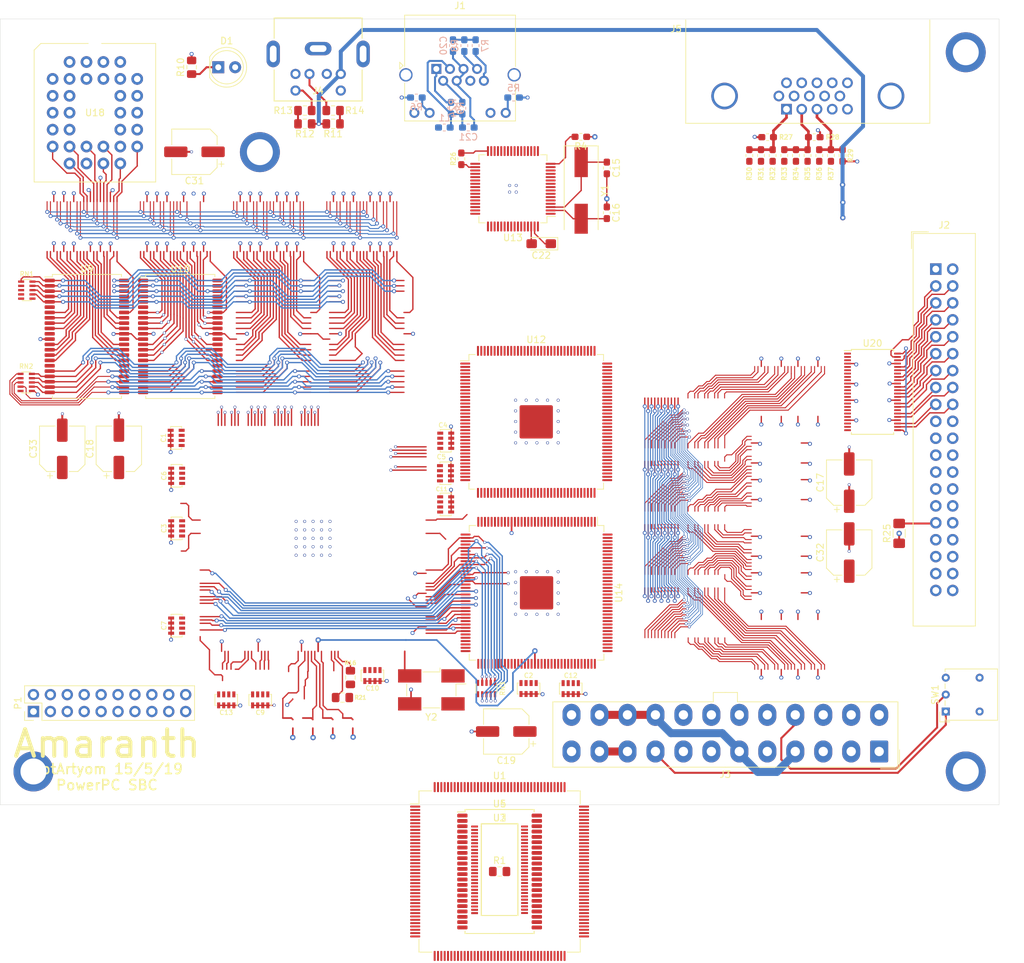
<source format=kicad_pcb>
(kicad_pcb (version 20171130) (host pcbnew 5.1.2)
  (layers (0 F.Cu mixed) (1 In1.Cu signal) (2 In2.Cu signal) (31 B.Cu mixed) (34 B.Paste user) (35 F.Paste user) (36 B.SilkS user) (37 F.SilkS user) (38 B.Mask user) (39 F.Mask user) (44 Edge.Cuts user))
  (net 0 "")
  (net 1 +5V)
  (net 2 GND)
  (net 3 SRESET)
  (net 4 /DH11)
  (net 5 /DH12)
  (net 6 /DH13)
  (net 7 /DH14)
  (net 8 /DH15)
  (net 9 /DH16)
  (net 10 /DH17)
  (net 11 /DH18)
  (net 12 /DH19)
  (net 13 /DH20)
  (net 14 /DH21)
  (net 15 /DH22)
  (net 16 /DH23)
  (net 17 /DH24)
  (net 18 /DH25)
  (net 19 /DH26)
  (net 20 /DH27)
  (net 21 /DH28)
  (net 22 /DH29)
  (net 23 /DH30)
  (net 24 /DH31)
  (net 25 /A23)
  (net 26 /A22)
  (net 27 /A21)
  (net 28 /A20)
  (net 29 /A19)
  (net 30 /A18)
  (net 31 /A17)
  (net 32 /A16)
  (net 33 /A15)
  (net 34 /A14)
  (net 35 /A13)
  (net 36 /A12)
  (net 37 /A11)
  (net 38 /A10)
  (net 39 /A9)
  (net 40 /A5)
  (net 41 /A4)
  (net 42 /A3)
  (net 43 /A2)
  (net 44 /A1)
  (net 45 /A0)
  (net 46 /DL0)
  (net 47 /DL1)
  (net 48 /DL2)
  (net 49 /DL3)
  (net 50 /DL4)
  (net 51 /DL5)
  (net 52 /DL6)
  (net 53 /DL7)
  (net 54 /DL8)
  (net 55 /DL9)
  (net 56 /DL10)
  (net 57 /DL11)
  (net 58 /DL12)
  (net 59 /DL13)
  (net 60 /DL14)
  (net 61 /DL15)
  (net 62 /DL16)
  (net 63 /DL17)
  (net 64 /DL18)
  (net 65 /DL19)
  (net 66 /DL20)
  (net 67 /DL21)
  (net 68 /DL22)
  (net 69 /DL23)
  (net 70 /DL24)
  (net 71 /DL25)
  (net 72 /DL26)
  (net 73 /DL27)
  (net 74 /DL28)
  (net 75 /DL29)
  (net 76 /DL30)
  (net 77 /DL31)
  (net 78 /DH0)
  (net 79 /DH1)
  (net 80 /DH2)
  (net 81 /DH3)
  (net 82 /DH4)
  (net 83 /DH5)
  (net 84 /DH6)
  (net 85 /DH7)
  (net 86 /DH8)
  (net 87 /DH9)
  (net 88 /DH10)
  (net 89 /D_D15)
  (net 90 /D_D14)
  (net 91 /D_D13)
  (net 92 /D_D12)
  (net 93 /D_D11)
  (net 94 /D_D10)
  (net 95 /D_D9)
  (net 96 /D_D8)
  (net 97 /D_CLK)
  (net 98 /D_CKE)
  (net 99 /D_A12)
  (net 100 /D_A11)
  (net 101 /D_A9)
  (net 102 /D_A8)
  (net 103 /D_A7)
  (net 104 /D_A6)
  (net 105 /D_A5)
  (net 106 /D_A4)
  (net 107 /D_A3)
  (net 108 /D_A2)
  (net 109 /D_A1)
  (net 110 /D_A0)
  (net 111 /D_A10)
  (net 112 /BA1)
  (net 113 /BA0)
  (net 114 /D_CS)
  (net 115 /RAS)
  (net 116 /CAS)
  (net 117 /D_WE)
  (net 118 /D_D7)
  (net 119 /D_D6)
  (net 120 /D_D5)
  (net 121 /D_D4)
  (net 122 /D_D3)
  (net 123 /D_D2)
  (net 124 /D_D1)
  (net 125 /D_D0)
  (net 126 /D_D32)
  (net 127 /D_D33)
  (net 128 /D_D34)
  (net 129 /D_D35)
  (net 130 /D_D36)
  (net 131 /D_D37)
  (net 132 /D_D38)
  (net 133 /D_D39)
  (net 134 /D_D40)
  (net 135 /D_D41)
  (net 136 /D_D42)
  (net 137 /D_D43)
  (net 138 /D_D44)
  (net 139 /D_D45)
  (net 140 /D_D46)
  (net 141 /D_D47)
  (net 142 /D_D16)
  (net 143 /D_D17)
  (net 144 /D_D18)
  (net 145 /D_D19)
  (net 146 /D_D20)
  (net 147 /D_D21)
  (net 148 /D_D22)
  (net 149 /D_D23)
  (net 150 /D_D24)
  (net 151 /D_D25)
  (net 152 /D_D26)
  (net 153 /D_D27)
  (net 154 /D_D28)
  (net 155 /D_D29)
  (net 156 /D_D30)
  (net 157 /D_D31)
  (net 158 /D_D63)
  (net 159 /D_D62)
  (net 160 /D_D61)
  (net 161 /D_D60)
  (net 162 /D_D59)
  (net 163 /D_D58)
  (net 164 /D_D57)
  (net 165 /D_D56)
  (net 166 /D_D55)
  (net 167 /D_D54)
  (net 168 /D_D53)
  (net 169 /D_D52)
  (net 170 /D_D51)
  (net 171 /D_D50)
  (net 172 /D_D49)
  (net 173 /D_D48)
  (net 174 "Net-(U12-Pad62)")
  (net 175 "Net-(U12-Pad64)")
  (net 176 "Net-(U12-Pad65)")
  (net 177 "Net-(U12-Pad66)")
  (net 178 "Net-(U12-Pad69)")
  (net 179 "Net-(U12-Pad70)")
  (net 180 8burst_0)
  (net 181 8burst_1)
  (net 182 8burst_2)
  (net 183 8burst_3)
  (net 184 +3V3)
  (net 185 WRITE)
  (net 186 READ)
  (net 187 "Net-(J3-Pad9)")
  (net 188 -12V)
  (net 189 "Net-(J3-Pad16)")
  (net 190 "Net-(D1-Pad1)")
  (net 191 SD_DDIR)
  (net 192 SD_DOE)
  (net 193 JT_TDI)
  (net 194 JT_TMS)
  (net 195 JT_TCK)
  (net 196 JT_CHAIN2)
  (net 197 JT_CHAIN0)
  (net 198 AP3)
  (net 199 AP2)
  (net 200 AP1)
  (net 201 AP0)
  (net 202 INT)
  (net 203 TSIZ0)
  (net 204 TSIZ2)
  (net 205 TSIZ1)
  (net 206 APE)
  (net 207 DPE)
  (net 208 JT_CHAIN1)
  (net 209 CS_FLOPPY_LDOR)
  (net 210 CS_FLOPPY_LDCR)
  (net 211 CS_FLOPPY)
  (net 212 CS_ROM)
  (net 213 "Net-(R11-Pad2)")
  (net 214 "Net-(R12-Pad2)")
  (net 215 "Net-(J4-Pad5)")
  (net 216 "Net-(J4-Pad1)")
  (net 217 "Net-(J3-Pad8)")
  (net 218 -5V)
  (net 219 "Net-(P1-Pad2)")
  (net 220 "Net-(P1-Pad17)")
  (net 221 "Net-(P1-Pad19)")
  (net 222 TLBISYNC)
  (net 223 SYSCLK)
  (net 224 TBST)
  (net 225 TT0)
  (net 226 TT1)
  (net 227 TT2)
  (net 228 TT3)
  (net 229 TT4)
  (net 230 "Net-(U1-Pad40)")
  (net 231 "Net-(U1-Pad38)")
  (net 232 "Net-(U1-Pad25)")
  (net 233 8b_L0)
  (net 234 8b_L1)
  (net 235 8b_OUT)
  (net 236 DQM0)
  (net 237 DQM1)
  (net 238 8b_L3)
  (net 239 8b_L2)
  (net 240 8b_L5)
  (net 241 8b_L4)
  (net 242 CS_SRAM_0)
  (net 243 CS_SRAM_1)
  (net 244 8b_L6)
  (net 245 8b_L7)
  (net 246 "Net-(U12-Pad6)")
  (net 247 "Net-(U12-Pad7)")
  (net 248 "Net-(U12-Pad8)")
  (net 249 "Net-(U12-Pad14)")
  (net 250 "Net-(U12-Pad15)")
  (net 251 "Net-(U12-Pad17)")
  (net 252 "Net-(U12-Pad21)")
  (net 253 "Net-(U12-Pad22)")
  (net 254 "Net-(U12-Pad24)")
  (net 255 "Net-(U12-Pad48)")
  (net 256 "Net-(U12-Pad61)")
  (net 257 "Net-(U12-Pad84)")
  (net 258 "Net-(U12-Pad86)")
  (net 259 "Net-(U12-Pad87)")
  (net 260 "Net-(U12-Pad91)")
  (net 261 "Net-(U12-Pad92)")
  (net 262 "Net-(U12-Pad93)")
  (net 263 "Net-(U12-Pad96)")
  (net 264 "Net-(U12-Pad97)")
  (net 265 "Net-(U12-Pad98)")
  (net 266 "Net-(U12-Pad99)")
  (net 267 "Net-(U12-Pad112)")
  (net 268 "Net-(U12-Pad113)")
  (net 269 "Net-(U12-Pad114)")
  (net 270 "Net-(U12-Pad118)")
  (net 271 "Net-(U12-Pad119)")
  (net 272 CS_SRAM_2)
  (net 273 CS_SRAM_3)
  (net 274 "Net-(U14-Pad8)")
  (net 275 "Net-(U14-Pad10)")
  (net 276 "Net-(U14-Pad11)")
  (net 277 "Net-(U14-Pad12)")
  (net 278 "Net-(U14-Pad13)")
  (net 279 "Net-(U14-Pad14)")
  (net 280 "Net-(U14-Pad15)")
  (net 281 "Net-(U14-Pad17)")
  (net 282 "Net-(U14-Pad21)")
  (net 283 "Net-(U14-Pad22)")
  (net 284 "Net-(U14-Pad24)")
  (net 285 "Net-(U14-Pad25)")
  (net 286 "Net-(U14-Pad26)")
  (net 287 "Net-(U14-Pad27)")
  (net 288 "Net-(U14-Pad28)")
  (net 289 "Net-(U14-Pad29)")
  (net 290 "Net-(U14-Pad30)")
  (net 291 "Net-(U14-Pad70)")
  (net 292 "Net-(U14-Pad91)")
  (net 293 "Net-(U14-Pad92)")
  (net 294 "Net-(U14-Pad93)")
  (net 295 "Net-(U14-Pad96)")
  (net 296 "Net-(U14-Pad97)")
  (net 297 "Net-(U14-Pad98)")
  (net 298 "Net-(U14-Pad99)")
  (net 299 "Net-(C14-Pad1)")
  (net 300 "Net-(R15-Pad2)")
  (net 301 "Net-(R17-Pad2)")
  (net 302 "Net-(R18-Pad2)")
  (net 303 "Net-(R19-Pad2)")
  (net 304 "Net-(R20-Pad2)")
  (net 305 "Net-(P1-Pad1)")
  (net 306 "Net-(JP1-Pad2)")
  (net 307 "Net-(JP2-Pad2)")
  (net 308 "Net-(JP3-Pad2)")
  (net 309 "Net-(JP4-Pad2)")
  (net 310 "Net-(C15-Pad1)")
  (net 311 "Net-(C16-Pad1)")
  (net 312 "Net-(C20-Pad1)")
  (net 313 "Net-(C21-Pad1)")
  (net 314 /TXO+)
  (net 315 /RXI+)
  (net 316 /TXO-)
  (net 317 "Net-(J1-Pad6)")
  (net 318 /RXI-)
  (net 319 "Net-(J1-Pad9)")
  (net 320 "Net-(J1-Pad10)")
  (net 321 "Net-(J1-Pad11)")
  (net 322 "Net-(J1-Pad12)")
  (net 323 RESET)
  (net 324 "Net-(J2-Pad20)")
  (net 325 "Net-(J2-Pad21)")
  (net 326 "Net-(J2-Pad27)")
  (net 327 "Net-(J2-Pad31)")
  (net 328 "Net-(J2-Pad32)")
  (net 329 "Net-(J2-Pad34)")
  (net 330 "Net-(J2-Pad39)")
  (net 331 "Net-(R4-Pad2)")
  (net 332 "Net-(U13-Pad33)")
  (net 333 "Net-(C22-Pad1)")
  (net 334 /IDE_D7)
  (net 335 /IDE_D8)
  (net 336 /IDE_D6)
  (net 337 /IDE_D9)
  (net 338 /IDE_D5)
  (net 339 /IDE_D10)
  (net 340 /IDE_D4)
  (net 341 /IDE_D11)
  (net 342 /IDE_D3)
  (net 343 /IDE_D12)
  (net 344 /IDE_D2)
  (net 345 /IDE_D13)
  (net 346 /IDE_D1)
  (net 347 /IDE_D14)
  (net 348 /IDE_D0)
  (net 349 /IDE_D15)
  (net 350 "Net-(J2-Pad28)")
  (net 351 A7)
  (net 352 A6)
  (net 353 A8)
  (net 354 IDE_0)
  (net 355 IDE_1)
  (net 356 "Net-(J5-Pad3)")
  (net 357 "Net-(J5-Pad4)")
  (net 358 "Net-(J5-Pad2)")
  (net 359 "Net-(J5-Pad1)")
  (net 360 "Net-(J5-Pad15)")
  (net 361 VSYNC)
  (net 362 HSYNC)
  (net 363 "Net-(J5-Pad12)")
  (net 364 "Net-(J5-Pad11)")
  (net 365 "Net-(J5-Pad9)")
  (net 366 INT_ETH)
  (net 367 IDE_DIR)
  (net 368 IDE_OE)
  (net 369 CS_ETH)
  (net 370 CS_SDRAM)
  (net 371 CS_VGAMEM)
  (net 372 "Net-(R30-Pad2)")
  (net 373 "Net-(R31-Pad2)")
  (net 374 "Net-(R32-Pad2)")
  (net 375 "Net-(R33-Pad2)")
  (net 376 "Net-(R34-Pad2)")
  (net 377 "Net-(R35-Pad2)")
  (net 378 "Net-(R36-Pad2)")
  (net 379 "Net-(R37-Pad2)")
  (net 380 "Net-(P1-Pad3)")
  (net 381 "Net-(R1-Pad2)")
  (net 382 "Net-(R16-Pad2)")
  (net 383 "Net-(R21-Pad2)")
  (net 384 "Net-(U1-Pad12)")
  (net 385 SD_WE)
  (net 386 SD_CKE)
  (net 387 SD_CS)
  (net 388 BWE1)
  (net 389 BWE3)
  (net 390 +1V2)
  (net 391 SD_CLK)
  (net 392 SD_A10)
  (net 393 SD_CAS)
  (net 394 SD_RAS)
  (net 395 BWE2)
  (net 396 BWE0)
  (net 397 "Net-(U1-Pad65)")
  (net 398 "Net-(U1-Pad66)")
  (net 399 "Net-(U1-Pad73)")
  (net 400 "Net-(U1-Pad82)")
  (net 401 "Net-(U1-Pad86)")
  (net 402 "Net-(U1-Pad88)")
  (net 403 "Net-(U1-Pad90)")
  (net 404 "Net-(U1-Pad91)")
  (net 405 "Net-(U1-Pad98)")
  (net 406 "Net-(U1-Pad127)")
  (net 407 "Net-(U1-Pad128)")
  (net 408 "Net-(U1-Pad143)")
  (net 409 "Net-(U1-Pad144)")
  (net 410 "Net-(U1-Pad145)")
  (net 411 "Net-(U1-Pad146)")
  (net 412 "Net-(U1-Pad160)")
  (net 413 "Net-(U12-Pad25)")
  (net 414 "Net-(U12-Pad26)")
  (net 415 "Net-(U12-Pad27)")
  (net 416 "Net-(U12-Pad28)")
  (net 417 "Net-(U12-Pad29)")
  (net 418 "Net-(U12-Pad30)")
  (net 419 "Net-(U12-Pad32)")
  (net 420 "Net-(U12-Pad33)")
  (net 421 "Net-(U14-Pad141)")
  (net 422 "Net-(U14-Pad140)")
  (net 423 "Net-(U14-Pad138)")
  (net 424 "Net-(U14-Pad136)")
  (net 425 "Net-(U14-Pad135)")
  (net 426 "Net-(U14-Pad134)")
  (net 427 "Net-(U14-Pad132)")
  (net 428 "Net-(U14-Pad131)")
  (net 429 "Net-(U14-Pad130)")
  (net 430 "Net-(U14-Pad119)")
  (net 431 "Net-(U14-Pad118)")
  (net 432 "Net-(U14-Pad114)")
  (net 433 "Net-(U14-Pad113)")
  (net 434 "Net-(U14-Pad112)")
  (net 435 "Net-(U14-Pad111)")
  (net 436 "Net-(U14-Pad110)")
  (net 437 "Net-(U14-Pad106)")
  (net 438 "Net-(U14-Pad105)")
  (net 439 "Net-(U14-Pad102)")
  (net 440 "Net-(U14-Pad101)")
  (net 441 "Net-(U14-Pad100)")
  (net 442 "Net-(U14-Pad87)")
  (net 443 "Net-(U14-Pad86)")
  (net 444 "Net-(U14-Pad85)")
  (net 445 "Net-(U14-Pad84)")
  (net 446 "Net-(U14-Pad6)")
  (module Amaranth:C_0603_SMALL_REF (layer F.Cu) (at 161.5 67.5 270)
    (fp_text reference R29 (at 0 -1.2 90) (layer F.SilkS) (effects (font (size 0.7 0.7))))
    (fp_text value 75)
    (pad 1 smd roundrect (at -0.875 0 270) (size 1.05 0.95) (layers F.Cu F.Paste F.Mask) (net 356 "Net-(J5-Pad3)"))
    (pad 2 smd roundrect (at 0.875 0 270) (size 1.05 0.95) (layers F.Cu F.Paste F.Mask) (net 2 GND))
  )
  (module Amaranth:C_0603_SMALL_REF (layer F.Cu) (at 157.25 64.75)
    (fp_text reference R28 (at 2.75 0) (layer F.SilkS) (effects (font (size 0.7 0.7))))
    (fp_text value 75)
    (pad 1 smd roundrect (at -0.875 0) (size 1.05 0.95) (layers F.Cu F.Paste F.Mask) (net 358 "Net-(J5-Pad2)"))
    (pad 2 smd roundrect (at 0.875 0) (size 1.05 0.95) (layers F.Cu F.Paste F.Mask) (net 2 GND))
  )
  (module Amaranth:C_0603_SMALL_REF (layer F.Cu) (at 150.25 64.75 180)
    (fp_text reference R27 (at -2.75 0) (layer F.SilkS) (effects (font (size 0.7 0.7))))
    (fp_text value 75)
    (pad 2 smd roundrect (at 0.875 0 180) (size 1.05 0.95) (layers F.Cu F.Paste F.Mask) (net 2 GND))
    (pad 1 smd roundrect (at -0.875 0 180) (size 1.05 0.95) (layers F.Cu F.Paste F.Mask) (net 359 "Net-(J5-Pad1)"))
  )
  (module Resistor_SMD:R_0805_2012Metric_Pad1.15x1.40mm_HandSolder (layer F.Cu) (at 86.4 148.9 180)
    (fp_text reference R21 (at -2.7 0) (layer F.SilkS) (effects (font (size 0.6 0.6))))
    (fp_text value 10k)
    (pad 2 smd roundrect (at 1.025 0 180) (size 1.15 1.4) (layers F.Cu F.Paste F.Mask) (roundrect_rratio 0.217391) (net 383 "Net-(R21-Pad2)"))
    (pad 1 smd roundrect (at -1.025 0 180) (size 1.15 1.4) (layers F.Cu F.Paste F.Mask) (roundrect_rratio 0.217391) (net 184 +3V3))
  )
  (module Connector_PinHeader_2.54mm:PinHeader_2x10_P2.54mm_Vertical (layer F.Cu) (at 40 151 90)
    (fp_text reference P1 (at 1.27 -2.33 90) (layer F.SilkS))
    (fp_text value JTAG)
    (pad 1 thru_hole rect (at 0 0 90) (size 1.7 1.7) (drill 1) (layers *.Cu *.Mask) (net 305 "Net-(P1-Pad1)"))
    (pad 2 thru_hole oval (at 2.54 0 90) (size 1.7 1.7) (drill 1) (layers *.Cu *.Mask) (net 219 "Net-(P1-Pad2)"))
    (pad 3 thru_hole oval (at 0 2.54 90) (size 1.7 1.7) (drill 1) (layers *.Cu *.Mask) (net 380 "Net-(P1-Pad3)"))
    (pad 4 thru_hole oval (at 2.54 2.54 90) (size 1.7 1.7) (drill 1) (layers *.Cu *.Mask) (net 2 GND))
    (pad 5 thru_hole oval (at 0 5.08 90) (size 1.7 1.7) (drill 1) (layers *.Cu *.Mask) (net 193 JT_TDI))
    (pad 6 thru_hole oval (at 2.54 5.08 90) (size 1.7 1.7) (drill 1) (layers *.Cu *.Mask) (net 2 GND))
    (pad 7 thru_hole oval (at 0 7.62 90) (size 1.7 1.7) (drill 1) (layers *.Cu *.Mask) (net 194 JT_TMS))
    (pad 8 thru_hole oval (at 2.54 7.62 90) (size 1.7 1.7) (drill 1) (layers *.Cu *.Mask) (net 2 GND))
    (pad 9 thru_hole oval (at 0 10.16 90) (size 1.7 1.7) (drill 1) (layers *.Cu *.Mask) (net 195 JT_TCK))
    (pad 10 thru_hole oval (at 2.54 10.16 90) (size 1.7 1.7) (drill 1) (layers *.Cu *.Mask) (net 2 GND))
    (pad 11 thru_hole oval (at 0 12.7 90) (size 1.7 1.7) (drill 1) (layers *.Cu *.Mask) (net 2 GND))
    (pad 12 thru_hole oval (at 2.54 12.7 90) (size 1.7 1.7) (drill 1) (layers *.Cu *.Mask) (net 2 GND))
    (pad 13 thru_hole oval (at 0 15.24 90) (size 1.7 1.7) (drill 1) (layers *.Cu *.Mask) (net 196 JT_CHAIN2))
    (pad 14 thru_hole oval (at 2.54 15.24 90) (size 1.7 1.7) (drill 1) (layers *.Cu *.Mask) (net 2 GND))
    (pad 15 thru_hole oval (at 0 17.78 90) (size 1.7 1.7) (drill 1) (layers *.Cu *.Mask) (net 3 SRESET))
    (pad 16 thru_hole oval (at 2.54 17.78 90) (size 1.7 1.7) (drill 1) (layers *.Cu *.Mask) (net 2 GND))
    (pad 17 thru_hole oval (at 0 20.32 90) (size 1.7 1.7) (drill 1) (layers *.Cu *.Mask) (net 220 "Net-(P1-Pad17)"))
    (pad 18 thru_hole oval (at 2.54 20.32 90) (size 1.7 1.7) (drill 1) (layers *.Cu *.Mask) (net 2 GND))
    (pad 19 thru_hole oval (at 0 22.86 90) (size 1.7 1.7) (drill 1) (layers *.Cu *.Mask) (net 221 "Net-(P1-Pad19)"))
    (pad 20 thru_hole oval (at 2.54 22.86 90) (size 1.7 1.7) (drill 1) (layers *.Cu *.Mask) (net 2 GND))
  )
  (module Package_SO:TSOP-II-44_10.16x18.41mm_P0.8mm (layer F.Cu) (at 48.025001 94.675)
    (fp_text reference U9 (at 0 -10.16) (layer F.SilkS))
    (fp_text value IS61WV25616)
    (pad 1 smd roundrect (at -5.5875 -8.4) (size 1.525 0.55) (layers F.Cu F.Paste F.Mask) (net 43 /A2))
    (pad 2 smd roundrect (at -5.5875 -7.6) (size 1.525 0.55) (layers F.Cu F.Paste F.Mask) (net 42 /A3))
    (pad 3 smd roundrect (at -5.5875 -6.8) (size 1.525 0.55) (layers F.Cu F.Paste F.Mask) (net 41 /A4))
    (pad 4 smd roundrect (at -5.5875 -6) (size 1.525 0.55) (layers F.Cu F.Paste F.Mask) (net 40 /A5))
    (pad 5 smd roundrect (at -5.5875 -5.2) (size 1.525 0.55) (layers F.Cu F.Paste F.Mask) (net 352 A6))
    (pad 6 smd roundrect (at -5.5875 -4.4) (size 1.525 0.55) (layers F.Cu F.Paste F.Mask) (net 242 CS_SRAM_0))
    (pad 7 smd roundrect (at -5.5875 -3.6) (size 1.525 0.55) (layers F.Cu F.Paste F.Mask) (net 46 /DL0))
    (pad 8 smd roundrect (at -5.5875 -2.8) (size 1.525 0.55) (layers F.Cu F.Paste F.Mask) (net 47 /DL1))
    (pad 9 smd roundrect (at -5.5875 -2) (size 1.525 0.55) (layers F.Cu F.Paste F.Mask) (net 48 /DL2))
    (pad 10 smd roundrect (at -5.5875 -1.2) (size 1.525 0.55) (layers F.Cu F.Paste F.Mask) (net 49 /DL3))
    (pad 11 smd roundrect (at -5.5875 -0.4) (size 1.525 0.55) (layers F.Cu F.Paste F.Mask) (net 184 +3V3))
    (pad 12 smd roundrect (at -5.5875 0.4) (size 1.525 0.55) (layers F.Cu F.Paste F.Mask) (net 2 GND))
    (pad 13 smd roundrect (at -5.5875 1.2) (size 1.525 0.55) (layers F.Cu F.Paste F.Mask) (net 50 /DL4))
    (pad 14 smd roundrect (at -5.5875 2) (size 1.525 0.55) (layers F.Cu F.Paste F.Mask) (net 51 /DL5))
    (pad 15 smd roundrect (at -5.5875 2.8) (size 1.525 0.55) (layers F.Cu F.Paste F.Mask) (net 52 /DL6))
    (pad 16 smd roundrect (at -5.5875 3.6) (size 1.525 0.55) (layers F.Cu F.Paste F.Mask) (net 53 /DL7))
    (pad 17 smd roundrect (at -5.5875 4.4) (size 1.525 0.55) (layers F.Cu F.Paste F.Mask) (net 185 WRITE))
    (pad 18 smd roundrect (at -5.5875 5.2) (size 1.525 0.55) (layers F.Cu F.Paste F.Mask) (net 351 A7))
    (pad 19 smd roundrect (at -5.5875 6) (size 1.525 0.55) (layers F.Cu F.Paste F.Mask) (net 353 A8))
    (pad 20 smd roundrect (at -5.5875 6.8) (size 1.525 0.55) (layers F.Cu F.Paste F.Mask) (net 39 /A9))
    (pad 21 smd roundrect (at -5.5875 7.6) (size 1.525 0.55) (layers F.Cu F.Paste F.Mask) (net 38 /A10))
    (pad 22 smd roundrect (at -5.5875 8.4) (size 1.525 0.55) (layers F.Cu F.Paste F.Mask) (net 37 /A11))
    (pad 23 smd roundrect (at 5.5875 8.4) (size 1.525 0.55) (layers F.Cu F.Paste F.Mask) (net 36 /A12))
    (pad 24 smd roundrect (at 5.5875 7.6) (size 1.525 0.55) (layers F.Cu F.Paste F.Mask) (net 35 /A13))
    (pad 25 smd roundrect (at 5.5875 6.8) (size 1.525 0.55) (layers F.Cu F.Paste F.Mask) (net 34 /A14))
    (pad 26 smd roundrect (at 5.5875 6) (size 1.525 0.55) (layers F.Cu F.Paste F.Mask) (net 33 /A15))
    (pad 27 smd roundrect (at 5.5875 5.2) (size 1.525 0.55) (layers F.Cu F.Paste F.Mask) (net 32 /A16))
    (pad 28 smd roundrect (at 5.5875 4.4) (size 1.525 0.55) (layers F.Cu F.Paste F.Mask))
    (pad 29 smd roundrect (at 5.5875 3.6) (size 1.525 0.55) (layers F.Cu F.Paste F.Mask) (net 54 /DL8))
    (pad 30 smd roundrect (at 5.5875 2.8) (size 1.525 0.55) (layers F.Cu F.Paste F.Mask) (net 55 /DL9))
    (pad 31 smd roundrect (at 5.5875 2) (size 1.525 0.55) (layers F.Cu F.Paste F.Mask) (net 56 /DL10))
    (pad 32 smd roundrect (at 5.5875 1.2) (size 1.525 0.55) (layers F.Cu F.Paste F.Mask) (net 57 /DL11))
    (pad 33 smd roundrect (at 5.5875 0.4) (size 1.525 0.55) (layers F.Cu F.Paste F.Mask) (net 184 +3V3))
    (pad 34 smd roundrect (at 5.5875 -0.4) (size 1.525 0.55) (layers F.Cu F.Paste F.Mask) (net 2 GND))
    (pad 35 smd roundrect (at 5.5875 -1.2) (size 1.525 0.55) (layers F.Cu F.Paste F.Mask) (net 58 /DL12))
    (pad 36 smd roundrect (at 5.5875 -2) (size 1.525 0.55) (layers F.Cu F.Paste F.Mask) (net 59 /DL13))
    (pad 37 smd roundrect (at 5.5875 -2.8) (size 1.525 0.55) (layers F.Cu F.Paste F.Mask) (net 60 /DL14))
    (pad 38 smd roundrect (at 5.5875 -3.6) (size 1.525 0.55) (layers F.Cu F.Paste F.Mask) (net 61 /DL15))
    (pad 39 smd roundrect (at 5.5875 -4.4) (size 1.525 0.55) (layers F.Cu F.Paste F.Mask) (net 396 BWE0))
    (pad 40 smd roundrect (at 5.5875 -5.2) (size 1.525 0.55) (layers F.Cu F.Paste F.Mask) (net 388 BWE1))
    (pad 41 smd roundrect (at 5.5875 -6) (size 1.525 0.55) (layers F.Cu F.Paste F.Mask) (net 186 READ))
    (pad 42 smd roundrect (at 5.5875 -6.8) (size 1.525 0.55) (layers F.Cu F.Paste F.Mask) (net 31 /A17))
    (pad 43 smd roundrect (at 5.5875 -7.6) (size 1.525 0.55) (layers F.Cu F.Paste F.Mask) (net 30 /A18))
    (pad 44 smd roundrect (at 5.5875 -8.4) (size 1.525 0.55) (layers F.Cu F.Paste F.Mask) (net 29 /A19))
  )
  (module Package_SO:TSOP-II-44_10.16x18.41mm_P0.8mm (layer F.Cu) (at 62.05 94.675)
    (fp_text reference U10 (at 0 -10.16) (layer F.SilkS))
    (fp_text value IS61WV25616)
    (pad 44 smd roundrect (at 5.5875 -8.4) (size 1.525 0.55) (layers F.Cu F.Paste F.Mask) (net 29 /A19))
    (pad 43 smd roundrect (at 5.5875 -7.6) (size 1.525 0.55) (layers F.Cu F.Paste F.Mask) (net 30 /A18))
    (pad 42 smd roundrect (at 5.5875 -6.8) (size 1.525 0.55) (layers F.Cu F.Paste F.Mask) (net 31 /A17))
    (pad 41 smd roundrect (at 5.5875 -6) (size 1.525 0.55) (layers F.Cu F.Paste F.Mask) (net 186 READ))
    (pad 40 smd roundrect (at 5.5875 -5.2) (size 1.525 0.55) (layers F.Cu F.Paste F.Mask) (net 389 BWE3))
    (pad 39 smd roundrect (at 5.5875 -4.4) (size 1.525 0.55) (layers F.Cu F.Paste F.Mask) (net 395 BWE2))
    (pad 38 smd roundrect (at 5.5875 -3.6) (size 1.525 0.55) (layers F.Cu F.Paste F.Mask) (net 77 /DL31))
    (pad 37 smd roundrect (at 5.5875 -2.8) (size 1.525 0.55) (layers F.Cu F.Paste F.Mask) (net 76 /DL30))
    (pad 36 smd roundrect (at 5.5875 -2) (size 1.525 0.55) (layers F.Cu F.Paste F.Mask) (net 75 /DL29))
    (pad 35 smd roundrect (at 5.5875 -1.2) (size 1.525 0.55) (layers F.Cu F.Paste F.Mask) (net 74 /DL28))
    (pad 34 smd roundrect (at 5.5875 -0.4) (size 1.525 0.55) (layers F.Cu F.Paste F.Mask) (net 2 GND))
    (pad 33 smd roundrect (at 5.5875 0.4) (size 1.525 0.55) (layers F.Cu F.Paste F.Mask) (net 184 +3V3))
    (pad 32 smd roundrect (at 5.5875 1.2) (size 1.525 0.55) (layers F.Cu F.Paste F.Mask) (net 73 /DL27))
    (pad 31 smd roundrect (at 5.5875 2) (size 1.525 0.55) (layers F.Cu F.Paste F.Mask) (net 72 /DL26))
    (pad 30 smd roundrect (at 5.5875 2.8) (size 1.525 0.55) (layers F.Cu F.Paste F.Mask) (net 71 /DL25))
    (pad 29 smd roundrect (at 5.5875 3.6) (size 1.525 0.55) (layers F.Cu F.Paste F.Mask) (net 70 /DL24))
    (pad 28 smd roundrect (at 5.5875 4.4) (size 1.525 0.55) (layers F.Cu F.Paste F.Mask))
    (pad 27 smd roundrect (at 5.5875 5.2) (size 1.525 0.55) (layers F.Cu F.Paste F.Mask) (net 32 /A16))
    (pad 26 smd roundrect (at 5.5875 6) (size 1.525 0.55) (layers F.Cu F.Paste F.Mask) (net 33 /A15))
    (pad 25 smd roundrect (at 5.5875 6.8) (size 1.525 0.55) (layers F.Cu F.Paste F.Mask) (net 34 /A14))
    (pad 24 smd roundrect (at 5.5875 7.6) (size 1.525 0.55) (layers F.Cu F.Paste F.Mask) (net 35 /A13))
    (pad 23 smd roundrect (at 5.5875 8.4) (size 1.525 0.55) (layers F.Cu F.Paste F.Mask) (net 36 /A12))
    (pad 22 smd roundrect (at -5.5875 8.4) (size 1.525 0.55) (layers F.Cu F.Paste F.Mask) (net 37 /A11))
    (pad 21 smd roundrect (at -5.5875 7.6) (size 1.525 0.55) (layers F.Cu F.Paste F.Mask) (net 38 /A10))
    (pad 20 smd roundrect (at -5.5875 6.8) (size 1.525 0.55) (layers F.Cu F.Paste F.Mask) (net 39 /A9))
    (pad 19 smd roundrect (at -5.5875 6) (size 1.525 0.55) (layers F.Cu F.Paste F.Mask) (net 353 A8))
    (pad 18 smd roundrect (at -5.5875 5.2) (size 1.525 0.55) (layers F.Cu F.Paste F.Mask) (net 351 A7))
    (pad 17 smd roundrect (at -5.5875 4.4) (size 1.525 0.55) (layers F.Cu F.Paste F.Mask) (net 185 WRITE))
    (pad 16 smd roundrect (at -5.5875 3.6) (size 1.525 0.55) (layers F.Cu F.Paste F.Mask) (net 69 /DL23))
    (pad 15 smd roundrect (at -5.5875 2.8) (size 1.525 0.55) (layers F.Cu F.Paste F.Mask) (net 68 /DL22))
    (pad 14 smd roundrect (at -5.5875 2) (size 1.525 0.55) (layers F.Cu F.Paste F.Mask) (net 67 /DL21))
    (pad 13 smd roundrect (at -5.5875 1.2) (size 1.525 0.55) (layers F.Cu F.Paste F.Mask) (net 66 /DL20))
    (pad 12 smd roundrect (at -5.5875 0.4) (size 1.525 0.55) (layers F.Cu F.Paste F.Mask) (net 2 GND))
    (pad 11 smd roundrect (at -5.5875 -0.4) (size 1.525 0.55) (layers F.Cu F.Paste F.Mask) (net 184 +3V3))
    (pad 10 smd roundrect (at -5.5875 -1.2) (size 1.525 0.55) (layers F.Cu F.Paste F.Mask) (net 65 /DL19))
    (pad 9 smd roundrect (at -5.5875 -2) (size 1.525 0.55) (layers F.Cu F.Paste F.Mask) (net 64 /DL18))
    (pad 8 smd roundrect (at -5.5875 -2.8) (size 1.525 0.55) (layers F.Cu F.Paste F.Mask) (net 63 /DL17))
    (pad 7 smd roundrect (at -5.5875 -3.6) (size 1.525 0.55) (layers F.Cu F.Paste F.Mask) (net 62 /DL16))
    (pad 6 smd roundrect (at -5.5875 -4.4) (size 1.525 0.55) (layers F.Cu F.Paste F.Mask) (net 243 CS_SRAM_1))
    (pad 5 smd roundrect (at -5.5875 -5.2) (size 1.525 0.55) (layers F.Cu F.Paste F.Mask) (net 352 A6))
    (pad 4 smd roundrect (at -5.5875 -6) (size 1.525 0.55) (layers F.Cu F.Paste F.Mask) (net 40 /A5))
    (pad 3 smd roundrect (at -5.5875 -6.8) (size 1.525 0.55) (layers F.Cu F.Paste F.Mask) (net 41 /A4))
    (pad 2 smd roundrect (at -5.5875 -7.6) (size 1.525 0.55) (layers F.Cu F.Paste F.Mask) (net 42 /A3))
    (pad 1 smd roundrect (at -5.5875 -8.4) (size 1.525 0.55) (layers F.Cu F.Paste F.Mask) (net 43 /A2))
  )
  (module Amaranth:PLCC-32_TH (layer F.Cu) (at 50.5 56)
    (fp_text reference U18 (at -1.27 5.08) (layer F.SilkS))
    (fp_text value SST39SF040)
    (pad 1 thru_hole circle (at 0 0) (size 1.75 1.75) (drill 0.95) (layers *.Cu *.Mask) (net 30 /A18))
    (pad 3 thru_hole circle (at -2.54 0) (size 1.75 1.75) (drill 0.95) (layers *.Cu *.Mask) (net 33 /A15))
    (pad 31 thru_hole circle (at 2.54 0) (size 1.75 1.75) (drill 0.95) (layers *.Cu *.Mask) (net 185 WRITE))
    (pad 29 thru_hole circle (at 5.08 0) (size 1.75 1.75) (drill 0.95) (layers *.Cu *.Mask) (net 34 /A14))
    (pad 2 thru_hole circle (at -2.54 -2.54) (size 1.75 1.75) (drill 0.95) (layers *.Cu *.Mask) (net 32 /A16))
    (pad 4 thru_hole circle (at -5.08 -2.54) (size 1.75 1.75) (drill 0.95) (layers *.Cu *.Mask) (net 36 /A12))
    (pad 32 thru_hole circle (at 0 -2.54) (size 1.75 1.75) (drill 0.95) (layers *.Cu *.Mask) (net 184 +3V3))
    (pad 30 thru_hole circle (at 2.54 -2.54) (size 1.75 1.75) (drill 0.95) (layers *.Cu *.Mask) (net 31 /A17))
    (pad 6 thru_hole circle (at -5.08 0) (size 1.75 1.75) (drill 0.95) (layers *.Cu *.Mask) (net 352 A6))
    (pad 8 thru_hole circle (at -5.08 2.54) (size 1.75 1.75) (drill 0.95) (layers *.Cu *.Mask) (net 41 /A4))
    (pad 10 thru_hole circle (at -5.08 5.08) (size 1.75 1.75) (drill 0.95) (layers *.Cu *.Mask) (net 182 8burst_2))
    (pad 12 thru_hole circle (at -5.08 7.62) (size 1.75 1.75) (drill 0.95) (layers *.Cu *.Mask) (net 180 8burst_0))
    (pad 5 thru_hole circle (at -7.62 0) (size 1.75 1.75) (drill 0.95) (layers *.Cu *.Mask) (net 351 A7))
    (pad 7 thru_hole circle (at -7.62 2.54) (size 1.75 1.75) (drill 0.95) (layers *.Cu *.Mask) (net 40 /A5))
    (pad 9 thru_hole circle (at -7.62 5.08) (size 1.75 1.75) (drill 0.95) (layers *.Cu *.Mask) (net 183 8burst_3))
    (pad 11 thru_hole circle (at -7.62 7.62) (size 1.75 1.75) (drill 0.95) (layers *.Cu *.Mask) (net 181 8burst_1))
    (pad 13 thru_hole circle (at -7.62 10.16) (size 1.75 1.75) (drill 0.95) (layers *.Cu *.Mask) (net 46 /DL0))
    (pad 15 thru_hole circle (at -5.08 10.16) (size 1.75 1.75) (drill 0.95) (layers *.Cu *.Mask) (net 48 /DL2))
    (pad 17 thru_hole circle (at -2.54 10.16) (size 1.75 1.75) (drill 0.95) (layers *.Cu *.Mask) (net 49 /DL3))
    (pad 19 thru_hole circle (at 0 10.16) (size 1.75 1.75) (drill 0.95) (layers *.Cu *.Mask) (net 51 /DL5))
    (pad 22 thru_hole circle (at 2.54 10.16) (size 1.75 1.75) (drill 0.95) (layers *.Cu *.Mask) (net 212 CS_ROM))
    (pad 14 thru_hole circle (at -5.08 12.7) (size 1.75 1.75) (drill 0.95) (layers *.Cu *.Mask) (net 47 /DL1))
    (pad 16 thru_hole circle (at -2.54 12.7) (size 1.75 1.75) (drill 0.95) (layers *.Cu *.Mask) (net 2 GND))
    (pad 18 thru_hole circle (at 0 12.7) (size 1.75 1.75) (drill 0.95) (layers *.Cu *.Mask) (net 50 /DL4))
    (pad 20 thru_hole circle (at 2.54 12.7) (size 1.75 1.75) (drill 0.95) (layers *.Cu *.Mask) (net 52 /DL6))
    (pad 24 thru_hole circle (at 2.54 7.62) (size 1.75 1.75) (drill 0.95) (layers *.Cu *.Mask) (net 186 READ))
    (pad 26 thru_hole circle (at 2.54 5.08) (size 1.75 1.75) (drill 0.95) (layers *.Cu *.Mask) (net 39 /A9))
    (pad 28 thru_hole circle (at 2.54 2.54) (size 1.75 1.75) (drill 0.95) (layers *.Cu *.Mask) (net 35 /A13))
    (pad 21 thru_hole circle (at 5.08 10.16) (size 1.75 1.75) (drill 0.95) (layers *.Cu *.Mask) (net 53 /DL7))
    (pad 23 thru_hole circle (at 5.08 7.62) (size 1.75 1.75) (drill 0.95) (layers *.Cu *.Mask) (net 38 /A10))
    (pad 25 thru_hole circle (at 5.08 5.08) (size 1.75 1.75) (drill 0.95) (layers *.Cu *.Mask) (net 37 /A11))
    (pad 27 thru_hole circle (at 5.08 2.54) (size 1.75 1.75) (drill 0.95) (layers *.Cu *.Mask) (net 353 A8))
    (pad 29 thru_hole circle (at 5.08 0) (size 1.75 1.75) (drill 0.95) (layers *.Cu *.Mask) (net 34 /A14))
  )
  (module LED_THT:LED_D5.0mm (layer F.Cu) (at 67.75 54.25)
    (fp_text reference D1 (at 1.27 -3.96) (layer F.SilkS))
    (fp_text value LED)
    (pad 1 thru_hole rect (at 0 0) (size 1.8 1.8) (drill 0.9) (layers *.Cu *.Mask) (net 190 "Net-(D1-Pad1)"))
    (pad 2 thru_hole circle (at 2.54 0) (size 1.8 1.8) (drill 0.9) (layers *.Cu *.Mask) (net 184 +3V3))
  )
  (module Connector_Molex:Molex_Mini-Fit_Jr_5566-24A_2x12_P4.20mm_Vertical (layer F.Cu) (at 167 157 180)
    (fp_text reference J3 (at 23.1 -3.45) (layer F.SilkS))
    (fp_text value ATX24)
    (pad 1 thru_hole roundrect (at 0 0 180) (size 2.7 3.3) (drill 1.4) (layers *.Cu *.Mask) (roundrect_rratio 0.09259299999999999) (net 184 +3V3))
    (pad 2 thru_hole oval (at 4.2 0 180) (size 2.7 3.3) (drill 1.4) (layers *.Cu *.Mask) (net 184 +3V3))
    (pad 3 thru_hole oval (at 8.4 0 180) (size 2.7 3.3) (drill 1.4) (layers *.Cu *.Mask) (net 2 GND))
    (pad 4 thru_hole oval (at 12.6 0 180) (size 2.7 3.3) (drill 1.4) (layers *.Cu *.Mask) (net 1 +5V))
    (pad 5 thru_hole oval (at 16.8 0 180) (size 2.7 3.3) (drill 1.4) (layers *.Cu *.Mask) (net 2 GND))
    (pad 6 thru_hole oval (at 21 0 180) (size 2.7 3.3) (drill 1.4) (layers *.Cu *.Mask) (net 1 +5V))
    (pad 7 thru_hole oval (at 25.2 0 180) (size 2.7 3.3) (drill 1.4) (layers *.Cu *.Mask) (net 2 GND))
    (pad 8 thru_hole oval (at 29.4 0 180) (size 2.7 3.3) (drill 1.4) (layers *.Cu *.Mask) (net 217 "Net-(J3-Pad8)"))
    (pad 9 thru_hole oval (at 33.6 0 180) (size 2.7 3.3) (drill 1.4) (layers *.Cu *.Mask) (net 187 "Net-(J3-Pad9)"))
    (pad 10 thru_hole oval (at 37.8 0 180) (size 2.7 3.3) (drill 1.4) (layers *.Cu *.Mask) (net 188 -12V))
    (pad 11 thru_hole oval (at 42 0 180) (size 2.7 3.3) (drill 1.4) (layers *.Cu *.Mask) (net 188 -12V))
    (pad 12 thru_hole oval (at 46.2 0 180) (size 2.7 3.3) (drill 1.4) (layers *.Cu *.Mask) (net 184 +3V3))
    (pad 13 thru_hole oval (at 0 5.5 180) (size 2.7 3.3) (drill 1.4) (layers *.Cu *.Mask) (net 184 +3V3))
    (pad 14 thru_hole oval (at 4.2 5.5 180) (size 2.7 3.3) (drill 1.4) (layers *.Cu *.Mask) (net 188 -12V))
    (pad 15 thru_hole oval (at 8.4 5.5 180) (size 2.7 3.3) (drill 1.4) (layers *.Cu *.Mask) (net 2 GND))
    (pad 16 thru_hole oval (at 12.6 5.5 180) (size 2.7 3.3) (drill 1.4) (layers *.Cu *.Mask) (net 189 "Net-(J3-Pad16)"))
    (pad 17 thru_hole oval (at 16.8 5.5 180) (size 2.7 3.3) (drill 1.4) (layers *.Cu *.Mask) (net 2 GND))
    (pad 18 thru_hole oval (at 21 5.5 180) (size 2.7 3.3) (drill 1.4) (layers *.Cu *.Mask) (net 2 GND))
    (pad 19 thru_hole oval (at 25.2 5.5 180) (size 2.7 3.3) (drill 1.4) (layers *.Cu *.Mask) (net 2 GND))
    (pad 20 thru_hole oval (at 29.4 5.5 180) (size 2.7 3.3) (drill 1.4) (layers *.Cu *.Mask) (net 218 -5V))
    (pad 21 thru_hole oval (at 33.6 5.5 180) (size 2.7 3.3) (drill 1.4) (layers *.Cu *.Mask) (net 1 +5V))
    (pad 22 thru_hole oval (at 37.8 5.5 180) (size 2.7 3.3) (drill 1.4) (layers *.Cu *.Mask) (net 1 +5V))
    (pad 23 thru_hole oval (at 42 5.5 180) (size 2.7 3.3) (drill 1.4) (layers *.Cu *.Mask) (net 1 +5V))
    (pad 24 thru_hole oval (at 46.2 5.5 180) (size 2.7 3.3) (drill 1.4) (layers *.Cu *.Mask) (net 2 GND))
  )
  (module Resistor_SMD:R_0805_2012Metric_Pad1.15x1.40mm_HandSolder (layer F.Cu) (at 63.75 54.25 90)
    (fp_text reference R10 (at 0 -1.65 90) (layer F.SilkS))
    (fp_text value 330)
    (pad 2 smd roundrect (at 1.025 0 90) (size 1.15 1.4) (layers F.Cu F.Paste F.Mask) (roundrect_rratio 0.217391) (net 2 GND))
    (pad 1 smd roundrect (at -1.025 0 90) (size 1.15 1.4) (layers F.Cu F.Paste F.Mask) (roundrect_rratio 0.217391) (net 190 "Net-(D1-Pad1)"))
  )
  (module Button_Switch_THT:SW_Lever_1P2T_NKK_GW12LxH (layer F.Cu) (at 177 151 90)
    (fp_text reference SW1 (at 2.54 -1.6 90) (layer F.SilkS))
    (fp_text value SW_SPDT)
    (pad "" thru_hole circle (at 5.08 5.08 90) (size 1.2 1.2) (drill 0.6) (layers *.Cu *.Mask))
    (pad "" thru_hole circle (at 0 5.08 90) (size 1.2 1.2) (drill 0.6) (layers *.Cu *.Mask))
    (pad 3 thru_hole circle (at 5.08 0 90) (size 1.2 1.2) (drill 0.6) (layers *.Cu *.Mask) (net 2 GND))
    (pad 2 thru_hole circle (at 2.54 0 90) (size 1.2 1.2) (drill 0.6) (layers *.Cu *.Mask) (net 189 "Net-(J3-Pad16)"))
    (pad 1 thru_hole rect (at 0 0 90) (size 1.2 1.2) (drill 0.6) (layers *.Cu *.Mask) (net 187 "Net-(J3-Pad9)"))
  )
  (module Package_QFP:EQFP-144-1EP_20x20mm_P0.5mm_EP5x5mm (layer F.Cu) (at 115.55 133.175 270)
    (fp_text reference U14 (at 0 -12.35 90) (layer F.SilkS))
    (fp_text value 10M04SCE144)
    (pad 144 smd roundrect (at -8.75 -10.6625 270) (size 0.3 1.475) (layers F.Cu F.Paste F.Mask) (net 184 +3V3))
    (pad 143 smd roundrect (at -8.25 -10.6625 270) (size 0.3 1.475) (layers F.Cu F.Paste F.Mask) (net 184 +3V3))
    (pad 142 smd roundrect (at -7.75 -10.6625 270) (size 0.3 1.475) (layers F.Cu F.Paste F.Mask) (net 2 GND))
    (pad 141 smd roundrect (at -7.25 -10.6625 270) (size 0.3 1.475) (layers F.Cu F.Paste F.Mask) (net 421 "Net-(U14-Pad141)"))
    (pad 140 smd roundrect (at -6.75 -10.6625 270) (size 0.3 1.475) (layers F.Cu F.Paste F.Mask) (net 422 "Net-(U14-Pad140)"))
    (pad 139 smd roundrect (at -6.25 -10.6625 270) (size 0.3 1.475) (layers F.Cu F.Paste F.Mask) (net 184 +3V3))
    (pad 138 smd roundrect (at -5.75 -10.6625 270) (size 0.3 1.475) (layers F.Cu F.Paste F.Mask) (net 423 "Net-(U14-Pad138)"))
    (pad 137 smd roundrect (at -5.25 -10.6625 270) (size 0.3 1.475) (layers F.Cu F.Paste F.Mask) (net 2 GND))
    (pad 136 smd roundrect (at -4.75 -10.6625 270) (size 0.3 1.475) (layers F.Cu F.Paste F.Mask) (net 424 "Net-(U14-Pad136)"))
    (pad 135 smd roundrect (at -4.25 -10.6625 270) (size 0.3 1.475) (layers F.Cu F.Paste F.Mask) (net 425 "Net-(U14-Pad135)"))
    (pad 134 smd roundrect (at -3.75 -10.6625 270) (size 0.3 1.475) (layers F.Cu F.Paste F.Mask) (net 426 "Net-(U14-Pad134)"))
    (pad 133 smd roundrect (at -3.25 -10.6625 270) (size 0.3 1.475) (layers F.Cu F.Paste F.Mask) (net 2 GND))
    (pad 132 smd roundrect (at -2.75 -10.6625 270) (size 0.3 1.475) (layers F.Cu F.Paste F.Mask) (net 427 "Net-(U14-Pad132)"))
    (pad 131 smd roundrect (at -2.25 -10.6625 270) (size 0.3 1.475) (layers F.Cu F.Paste F.Mask) (net 428 "Net-(U14-Pad131)"))
    (pad 130 smd roundrect (at -1.75 -10.6625 270) (size 0.3 1.475) (layers F.Cu F.Paste F.Mask) (net 429 "Net-(U14-Pad130)"))
    (pad 129 smd roundrect (at -1.25 -10.6625 270) (size 0.3 1.475) (layers F.Cu F.Paste F.Mask) (net 52 /DL6))
    (pad 128 smd roundrect (at -0.75 -10.6625 270) (size 0.3 1.475) (layers F.Cu F.Paste F.Mask) (net 184 +3V3))
    (pad 127 smd roundrect (at -0.25 -10.6625 270) (size 0.3 1.475) (layers F.Cu F.Paste F.Mask) (net 53 /DL7))
    (pad 126 smd roundrect (at 0.25 -10.6625 270) (size 0.3 1.475) (layers F.Cu F.Paste F.Mask) (net 50 /DL4))
    (pad 125 smd roundrect (at 0.75 -10.6625 270) (size 0.3 1.475) (layers F.Cu F.Paste F.Mask) (net 2 GND))
    (pad 124 smd roundrect (at 1.25 -10.6625 270) (size 0.3 1.475) (layers F.Cu F.Paste F.Mask) (net 51 /DL5))
    (pad 123 smd roundrect (at 1.75 -10.6625 270) (size 0.3 1.475) (layers F.Cu F.Paste F.Mask) (net 49 /DL3))
    (pad 122 smd roundrect (at 2.25 -10.6625 270) (size 0.3 1.475) (layers F.Cu F.Paste F.Mask) (net 48 /DL2))
    (pad 121 smd roundrect (at 2.75 -10.6625 270) (size 0.3 1.475) (layers F.Cu F.Paste F.Mask) (net 47 /DL1))
    (pad 120 smd roundrect (at 3.25 -10.6625 270) (size 0.3 1.475) (layers F.Cu F.Paste F.Mask) (net 46 /DL0))
    (pad 119 smd roundrect (at 3.75 -10.6625 270) (size 0.3 1.475) (layers F.Cu F.Paste F.Mask) (net 430 "Net-(U14-Pad119)"))
    (pad 118 smd roundrect (at 4.25 -10.6625 270) (size 0.3 1.475) (layers F.Cu F.Paste F.Mask) (net 431 "Net-(U14-Pad118)"))
    (pad 117 smd roundrect (at 4.75 -10.6625 270) (size 0.3 1.475) (layers F.Cu F.Paste F.Mask) (net 184 +3V3))
    (pad 116 smd roundrect (at 5.25 -10.6625 270) (size 0.3 1.475) (layers F.Cu F.Paste F.Mask) (net 2 GND))
    (pad 115 smd roundrect (at 5.75 -10.6625 270) (size 0.3 1.475) (layers F.Cu F.Paste F.Mask) (net 184 +3V3))
    (pad 114 smd roundrect (at 6.25 -10.6625 270) (size 0.3 1.475) (layers F.Cu F.Paste F.Mask) (net 432 "Net-(U14-Pad114)"))
    (pad 113 smd roundrect (at 6.75 -10.6625 270) (size 0.3 1.475) (layers F.Cu F.Paste F.Mask) (net 433 "Net-(U14-Pad113)"))
    (pad 112 smd roundrect (at 7.25 -10.6625 270) (size 0.3 1.475) (layers F.Cu F.Paste F.Mask) (net 434 "Net-(U14-Pad112)"))
    (pad 111 smd roundrect (at 7.75 -10.6625 270) (size 0.3 1.475) (layers F.Cu F.Paste F.Mask) (net 435 "Net-(U14-Pad111)"))
    (pad 110 smd roundrect (at 8.25 -10.6625 270) (size 0.3 1.475) (layers F.Cu F.Paste F.Mask) (net 436 "Net-(U14-Pad110)"))
    (pad 109 smd roundrect (at 8.75 -10.6625 270) (size 0.3 1.475) (layers F.Cu F.Paste F.Mask) (net 184 +3V3))
    (pad 108 smd roundrect (at 10.6625 -8.75 270) (size 1.475 0.3) (layers F.Cu F.Paste F.Mask) (net 184 +3V3))
    (pad 107 smd roundrect (at 10.6625 -8.25 270) (size 1.475 0.3) (layers F.Cu F.Paste F.Mask) (net 184 +3V3))
    (pad 106 smd roundrect (at 10.6625 -7.75 270) (size 1.475 0.3) (layers F.Cu F.Paste F.Mask) (net 437 "Net-(U14-Pad106)"))
    (pad 105 smd roundrect (at 10.6625 -7.25 270) (size 1.475 0.3) (layers F.Cu F.Paste F.Mask) (net 438 "Net-(U14-Pad105)"))
    (pad 104 smd roundrect (at 10.6625 -6.75 270) (size 1.475 0.3) (layers F.Cu F.Paste F.Mask) (net 2 GND))
    (pad 103 smd roundrect (at 10.6625 -6.25 270) (size 1.475 0.3) (layers F.Cu F.Paste F.Mask) (net 184 +3V3))
    (pad 102 smd roundrect (at 10.6625 -5.75 270) (size 1.475 0.3) (layers F.Cu F.Paste F.Mask) (net 439 "Net-(U14-Pad102)"))
    (pad 101 smd roundrect (at 10.6625 -5.25 270) (size 1.475 0.3) (layers F.Cu F.Paste F.Mask) (net 440 "Net-(U14-Pad101)"))
    (pad 100 smd roundrect (at 10.6625 -4.75 270) (size 1.475 0.3) (layers F.Cu F.Paste F.Mask) (net 441 "Net-(U14-Pad100)"))
    (pad 99 smd roundrect (at 10.6625 -4.25 270) (size 1.475 0.3) (layers F.Cu F.Paste F.Mask) (net 298 "Net-(U14-Pad99)"))
    (pad 98 smd roundrect (at 10.6625 -3.75 270) (size 1.475 0.3) (layers F.Cu F.Paste F.Mask) (net 297 "Net-(U14-Pad98)"))
    (pad 97 smd roundrect (at 10.6625 -3.25 270) (size 1.475 0.3) (layers F.Cu F.Paste F.Mask) (net 296 "Net-(U14-Pad97)"))
    (pad 96 smd roundrect (at 10.6625 -2.75 270) (size 1.475 0.3) (layers F.Cu F.Paste F.Mask) (net 295 "Net-(U14-Pad96)"))
    (pad 95 smd roundrect (at 10.6625 -2.25 270) (size 1.475 0.3) (layers F.Cu F.Paste F.Mask) (net 2 GND))
    (pad 94 smd roundrect (at 10.6625 -1.75 270) (size 1.475 0.3) (layers F.Cu F.Paste F.Mask) (net 184 +3V3))
    (pad 93 smd roundrect (at 10.6625 -1.25 270) (size 1.475 0.3) (layers F.Cu F.Paste F.Mask) (net 294 "Net-(U14-Pad93)"))
    (pad 92 smd roundrect (at 10.6625 -0.75 270) (size 1.475 0.3) (layers F.Cu F.Paste F.Mask) (net 293 "Net-(U14-Pad92)"))
    (pad 91 smd roundrect (at 10.6625 -0.25 270) (size 1.475 0.3) (layers F.Cu F.Paste F.Mask) (net 292 "Net-(U14-Pad91)"))
    (pad 90 smd roundrect (at 10.6625 0.25 270) (size 1.475 0.3) (layers F.Cu F.Paste F.Mask) (net 223 SYSCLK))
    (pad 89 smd roundrect (at 10.6625 0.75 270) (size 1.475 0.3) (layers F.Cu F.Paste F.Mask) (net 361 VSYNC))
    (pad 88 smd roundrect (at 10.6625 1.25 270) (size 1.475 0.3) (layers F.Cu F.Paste F.Mask) (net 362 HSYNC))
    (pad 87 smd roundrect (at 10.6625 1.75 270) (size 1.475 0.3) (layers F.Cu F.Paste F.Mask) (net 442 "Net-(U14-Pad87)"))
    (pad 86 smd roundrect (at 10.6625 2.25 270) (size 1.475 0.3) (layers F.Cu F.Paste F.Mask) (net 443 "Net-(U14-Pad86)"))
    (pad 85 smd roundrect (at 10.6625 2.75 270) (size 1.475 0.3) (layers F.Cu F.Paste F.Mask) (net 444 "Net-(U14-Pad85)"))
    (pad 84 smd roundrect (at 10.6625 3.25 270) (size 1.475 0.3) (layers F.Cu F.Paste F.Mask) (net 445 "Net-(U14-Pad84)"))
    (pad 83 smd roundrect (at 10.6625 3.75 270) (size 1.475 0.3) (layers F.Cu F.Paste F.Mask) (net 2 GND))
    (pad 82 smd roundrect (at 10.6625 4.25 270) (size 1.475 0.3) (layers F.Cu F.Paste F.Mask) (net 184 +3V3))
    (pad 81 smd roundrect (at 10.6625 4.75 270) (size 1.475 0.3) (layers F.Cu F.Paste F.Mask) (net 378 "Net-(R36-Pad2)"))
    (pad 80 smd roundrect (at 10.6625 5.25 270) (size 1.475 0.3) (layers F.Cu F.Paste F.Mask) (net 379 "Net-(R37-Pad2)"))
    (pad 79 smd roundrect (at 10.6625 5.75 270) (size 1.475 0.3) (layers F.Cu F.Paste F.Mask) (net 376 "Net-(R34-Pad2)"))
    (pad 78 smd roundrect (at 10.6625 6.25 270) (size 1.475 0.3) (layers F.Cu F.Paste F.Mask) (net 377 "Net-(R35-Pad2)"))
    (pad 77 smd roundrect (at 10.6625 6.75 270) (size 1.475 0.3) (layers F.Cu F.Paste F.Mask) (net 373 "Net-(R31-Pad2)"))
    (pad 76 smd roundrect (at 10.6625 7.25 270) (size 1.475 0.3) (layers F.Cu F.Paste F.Mask) (net 375 "Net-(R33-Pad2)"))
    (pad 75 smd roundrect (at 10.6625 7.75 270) (size 1.475 0.3) (layers F.Cu F.Paste F.Mask) (net 372 "Net-(R30-Pad2)"))
    (pad 74 smd roundrect (at 10.6625 8.25 270) (size 1.475 0.3) (layers F.Cu F.Paste F.Mask) (net 374 "Net-(R32-Pad2)"))
    (pad 73 smd roundrect (at 10.6625 8.75 270) (size 1.475 0.3) (layers F.Cu F.Paste F.Mask) (net 184 +3V3))
    (pad 72 smd roundrect (at 8.75 10.6625 270) (size 0.3 1.475) (layers F.Cu F.Paste F.Mask) (net 184 +3V3))
    (pad 71 smd roundrect (at 8.25 10.6625 270) (size 0.3 1.475) (layers F.Cu F.Paste F.Mask) (net 184 +3V3))
    (pad 70 smd roundrect (at 7.75 10.6625 270) (size 0.3 1.475) (layers F.Cu F.Paste F.Mask) (net 291 "Net-(U14-Pad70)"))
    (pad 69 smd roundrect (at 7.25 10.6625 270) (size 0.3 1.475) (layers F.Cu F.Paste F.Mask) (net 45 /A0))
    (pad 68 smd roundrect (at 6.75 10.6625 270) (size 0.3 1.475) (layers F.Cu F.Paste F.Mask) (net 2 GND))
    (pad 67 smd roundrect (at 6.25 10.6625 270) (size 0.3 1.475) (layers F.Cu F.Paste F.Mask) (net 184 +3V3))
    (pad 66 smd roundrect (at 5.75 10.6625 270) (size 0.3 1.475) (layers F.Cu F.Paste F.Mask) (net 44 /A1))
    (pad 65 smd roundrect (at 5.25 10.6625 270) (size 0.3 1.475) (layers F.Cu F.Paste F.Mask) (net 43 /A2))
    (pad 64 smd roundrect (at 4.75 10.6625 270) (size 0.3 1.475) (layers F.Cu F.Paste F.Mask) (net 42 /A3))
    (pad 63 smd roundrect (at 4.25 10.6625 270) (size 0.3 1.475) (layers F.Cu F.Paste F.Mask) (net 2 GND))
    (pad 62 smd roundrect (at 3.75 10.6625 270) (size 0.3 1.475) (layers F.Cu F.Paste F.Mask) (net 41 /A4))
    (pad 61 smd roundrect (at 3.25 10.6625 270) (size 0.3 1.475) (layers F.Cu F.Paste F.Mask) (net 40 /A5))
    (pad 60 smd roundrect (at 2.75 10.6625 270) (size 0.3 1.475) (layers F.Cu F.Paste F.Mask) (net 352 A6))
    (pad 59 smd roundrect (at 2.25 10.6625 270) (size 0.3 1.475) (layers F.Cu F.Paste F.Mask) (net 351 A7))
    (pad 58 smd roundrect (at 1.75 10.6625 270) (size 0.3 1.475) (layers F.Cu F.Paste F.Mask) (net 353 A8))
    (pad 57 smd roundrect (at 1.25 10.6625 270) (size 0.3 1.475) (layers F.Cu F.Paste F.Mask) (net 39 /A9))
    (pad 56 smd roundrect (at 0.75 10.6625 270) (size 0.3 1.475) (layers F.Cu F.Paste F.Mask) (net 38 /A10))
    (pad 55 smd roundrect (at 0.25 10.6625 270) (size 0.3 1.475) (layers F.Cu F.Paste F.Mask) (net 37 /A11))
    (pad 54 smd roundrect (at -0.25 10.6625 270) (size 0.3 1.475) (layers F.Cu F.Paste F.Mask) (net 36 /A12))
    (pad 53 smd roundrect (at -0.75 10.6625 270) (size 0.3 1.475) (layers F.Cu F.Paste F.Mask) (net 2 GND))
    (pad 52 smd roundrect (at -1.25 10.6625 270) (size 0.3 1.475) (layers F.Cu F.Paste F.Mask) (net 35 /A13))
    (pad 51 smd roundrect (at -1.75 10.6625 270) (size 0.3 1.475) (layers F.Cu F.Paste F.Mask) (net 184 +3V3))
    (pad 50 smd roundrect (at -2.25 10.6625 270) (size 0.3 1.475) (layers F.Cu F.Paste F.Mask) (net 34 /A14))
    (pad 49 smd roundrect (at -2.75 10.6625 270) (size 0.3 1.475) (layers F.Cu F.Paste F.Mask) (net 184 +3V3))
    (pad 48 smd roundrect (at -3.25 10.6625 270) (size 0.3 1.475) (layers F.Cu F.Paste F.Mask) (net 33 /A15))
    (pad 47 smd roundrect (at -3.75 10.6625 270) (size 0.3 1.475) (layers F.Cu F.Paste F.Mask) (net 32 /A16))
    (pad 46 smd roundrect (at -4.25 10.6625 270) (size 0.3 1.475) (layers F.Cu F.Paste F.Mask) (net 31 /A17))
    (pad 45 smd roundrect (at -4.75 10.6625 270) (size 0.3 1.475) (layers F.Cu F.Paste F.Mask) (net 30 /A18))
    (pad 44 smd roundrect (at -5.25 10.6625 270) (size 0.3 1.475) (layers F.Cu F.Paste F.Mask) (net 29 /A19))
    (pad 43 smd roundrect (at -5.75 10.6625 270) (size 0.3 1.475) (layers F.Cu F.Paste F.Mask) (net 28 /A20))
    (pad 42 smd roundrect (at -6.25 10.6625 270) (size 0.3 1.475) (layers F.Cu F.Paste F.Mask) (net 2 GND))
    (pad 41 smd roundrect (at -6.75 10.6625 270) (size 0.3 1.475) (layers F.Cu F.Paste F.Mask) (net 27 /A21))
    (pad 40 smd roundrect (at -7.25 10.6625 270) (size 0.3 1.475) (layers F.Cu F.Paste F.Mask) (net 184 +3V3))
    (pad 39 smd roundrect (at -7.75 10.6625 270) (size 0.3 1.475) (layers F.Cu F.Paste F.Mask) (net 26 /A22))
    (pad 38 smd roundrect (at -8.25 10.6625 270) (size 0.3 1.475) (layers F.Cu F.Paste F.Mask) (net 25 /A23))
    (pad 37 smd roundrect (at -8.75 10.6625 270) (size 0.3 1.475) (layers F.Cu F.Paste F.Mask) (net 184 +3V3))
    (pad 36 smd roundrect (at -10.6625 8.75 270) (size 1.475 0.3) (layers F.Cu F.Paste F.Mask) (net 184 +3V3))
    (pad 35 smd roundrect (at -10.6625 8.25 270) (size 1.475 0.3) (layers F.Cu F.Paste F.Mask) (net 184 +3V3))
    (pad 34 smd roundrect (at -10.6625 7.75 270) (size 1.475 0.3) (layers F.Cu F.Paste F.Mask) (net 184 +3V3))
    (pad 33 smd roundrect (at -10.6625 7.25 270) (size 1.475 0.3) (layers F.Cu F.Paste F.Mask) (net 192 SD_DOE))
    (pad 32 smd roundrect (at -10.6625 6.75 270) (size 1.475 0.3) (layers F.Cu F.Paste F.Mask) (net 191 SD_DDIR))
    (pad 31 smd roundrect (at -10.6625 6.25 270) (size 1.475 0.3) (layers F.Cu F.Paste F.Mask) (net 184 +3V3))
    (pad 30 smd roundrect (at -10.6625 5.75 270) (size 1.475 0.3) (layers F.Cu F.Paste F.Mask) (net 290 "Net-(U14-Pad30)"))
    (pad 29 smd roundrect (at -10.6625 5.25 270) (size 1.475 0.3) (layers F.Cu F.Paste F.Mask) (net 289 "Net-(U14-Pad29)"))
    (pad 28 smd roundrect (at -10.6625 4.75 270) (size 1.475 0.3) (layers F.Cu F.Paste F.Mask) (net 288 "Net-(U14-Pad28)"))
    (pad 27 smd roundrect (at -10.6625 4.25 270) (size 1.475 0.3) (layers F.Cu F.Paste F.Mask) (net 287 "Net-(U14-Pad27)"))
    (pad 26 smd roundrect (at -10.6625 3.75 270) (size 1.475 0.3) (layers F.Cu F.Paste F.Mask) (net 286 "Net-(U14-Pad26)"))
    (pad 25 smd roundrect (at -10.6625 3.25 270) (size 1.475 0.3) (layers F.Cu F.Paste F.Mask) (net 285 "Net-(U14-Pad25)"))
    (pad 24 smd roundrect (at -10.6625 2.75 270) (size 1.475 0.3) (layers F.Cu F.Paste F.Mask) (net 284 "Net-(U14-Pad24)"))
    (pad 23 smd roundrect (at -10.6625 2.25 270) (size 1.475 0.3) (layers F.Cu F.Paste F.Mask) (net 184 +3V3))
    (pad 22 smd roundrect (at -10.6625 1.75 270) (size 1.475 0.3) (layers F.Cu F.Paste F.Mask) (net 283 "Net-(U14-Pad22)"))
    (pad 21 smd roundrect (at -10.6625 1.25 270) (size 1.475 0.3) (layers F.Cu F.Paste F.Mask) (net 282 "Net-(U14-Pad21)"))
    (pad 20 smd roundrect (at -10.6625 0.75 270) (size 1.475 0.3) (layers F.Cu F.Paste F.Mask) (net 196 JT_CHAIN2))
    (pad 19 smd roundrect (at -10.6625 0.25 270) (size 1.475 0.3) (layers F.Cu F.Paste F.Mask) (net 208 JT_CHAIN1))
    (pad 18 smd roundrect (at -10.6625 -0.25 270) (size 1.475 0.3) (layers F.Cu F.Paste F.Mask) (net 195 JT_TCK))
    (pad 17 smd roundrect (at -10.6625 -0.75 270) (size 1.475 0.3) (layers F.Cu F.Paste F.Mask) (net 281 "Net-(U14-Pad17)"))
    (pad 16 smd roundrect (at -10.6625 -1.25 270) (size 1.475 0.3) (layers F.Cu F.Paste F.Mask) (net 194 JT_TMS))
    (pad 15 smd roundrect (at -10.6625 -1.75 270) (size 1.475 0.3) (layers F.Cu F.Paste F.Mask) (net 280 "Net-(U14-Pad15)"))
    (pad 14 smd roundrect (at -10.6625 -2.25 270) (size 1.475 0.3) (layers F.Cu F.Paste F.Mask) (net 279 "Net-(U14-Pad14)"))
    (pad 13 smd roundrect (at -10.6625 -2.75 270) (size 1.475 0.3) (layers F.Cu F.Paste F.Mask) (net 278 "Net-(U14-Pad13)"))
    (pad 12 smd roundrect (at -10.6625 -3.25 270) (size 1.475 0.3) (layers F.Cu F.Paste F.Mask) (net 277 "Net-(U14-Pad12)"))
    (pad 11 smd roundrect (at -10.6625 -3.75 270) (size 1.475 0.3) (layers F.Cu F.Paste F.Mask) (net 276 "Net-(U14-Pad11)"))
    (pad 10 smd roundrect (at -10.6625 -4.25 270) (size 1.475 0.3) (layers F.Cu F.Paste F.Mask) (net 275 "Net-(U14-Pad10)"))
    (pad 9 smd roundrect (at -10.6625 -4.75 270) (size 1.475 0.3) (layers F.Cu F.Paste F.Mask) (net 184 +3V3))
    (pad 8 smd roundrect (at -10.6625 -5.25 270) (size 1.475 0.3) (layers F.Cu F.Paste F.Mask) (net 274 "Net-(U14-Pad8)"))
    (pad 7 smd roundrect (at -10.6625 -5.75 270) (size 1.475 0.3) (layers F.Cu F.Paste F.Mask) (net 371 CS_VGAMEM))
    (pad 6 smd roundrect (at -10.6625 -6.25 270) (size 1.475 0.3) (layers F.Cu F.Paste F.Mask) (net 446 "Net-(U14-Pad6)"))
    (pad 5 smd roundrect (at -10.6625 -6.75 270) (size 1.475 0.3) (layers F.Cu F.Paste F.Mask) (net 184 +3V3))
    (pad 4 smd roundrect (at -10.6625 -7.25 270) (size 1.475 0.3) (layers F.Cu F.Paste F.Mask) (net 2 GND))
    (pad 3 smd roundrect (at -10.6625 -7.75 270) (size 1.475 0.3) (layers F.Cu F.Paste F.Mask) (net 2 GND))
    (pad 2 smd roundrect (at -10.6625 -8.25 270) (size 1.475 0.3) (layers F.Cu F.Paste F.Mask) (net 184 +3V3))
    (pad 1 smd roundrect (at -10.6625 -8.75 270) (size 1.475 0.3) (layers F.Cu F.Paste F.Mask) (net 184 +3V3))
    (pad 145 smd roundrect (at 0 0 270) (size 5 5) (layers F.Cu F.Mask) (roundrect_rratio 0.05) (net 2 GND))
  )
  (module Capacitor_SMD:CP_Elec_6.3x5.4 (layer F.Cu) (at 64.175 66.95 180)
    (fp_text reference C31 (at 0 -4.35) (layer F.SilkS))
    (fp_text value 100uF)
    (pad 2 smd roundrect (at 2.8 0 180) (size 3.5 1.6) (layers F.Cu F.Paste F.Mask) (roundrect_rratio 0.15625) (net 2 GND))
    (pad 1 smd roundrect (at -2.8 0 180) (size 3.5 1.6) (layers F.Cu F.Paste F.Mask) (roundrect_rratio 0.15625) (net 184 +3V3))
  )
  (module Capacitor_SMD:CP_Elec_6.3x5.4 (layer F.Cu) (at 162.5 127.125 90)
    (fp_text reference C32 (at 0 -4.35 90) (layer F.SilkS))
    (fp_text value 100uF)
    (pad 1 smd roundrect (at -2.8 0 90) (size 3.5 1.6) (layers F.Cu F.Paste F.Mask) (roundrect_rratio 0.15625) (net 184 +3V3))
    (pad 2 smd roundrect (at 2.8 0 90) (size 3.5 1.6) (layers F.Cu F.Paste F.Mask) (roundrect_rratio 0.15625) (net 2 GND))
  )
  (module Capacitor_SMD:CP_Elec_6.3x5.4 (layer F.Cu) (at 44.325 111.55 90)
    (fp_text reference C33 (at 0 -4.35 90) (layer F.SilkS))
    (fp_text value 100uF)
    (pad 2 smd roundrect (at 2.8 0 90) (size 3.5 1.6) (layers F.Cu F.Paste F.Mask) (roundrect_rratio 0.15625) (net 2 GND))
    (pad 1 smd roundrect (at -2.8 0 90) (size 3.5 1.6) (layers F.Cu F.Paste F.Mask) (roundrect_rratio 0.15625) (net 184 +3V3))
  )
  (module Capacitor_SMD:CP_Elec_6.3x5.4 (layer F.Cu) (at 162.5 116.625 90)
    (fp_text reference C17 (at 0 -4.35 90) (layer F.SilkS))
    (fp_text value 100uF)
    (pad 2 smd roundrect (at 2.8 0 90) (size 3.5 1.6) (layers F.Cu F.Paste F.Mask) (roundrect_rratio 0.15625) (net 2 GND))
    (pad 1 smd roundrect (at -2.8 0 90) (size 3.5 1.6) (layers F.Cu F.Paste F.Mask) (roundrect_rratio 0.15625) (net 184 +3V3))
  )
  (module Capacitor_SMD:CP_Elec_6.3x5.4 (layer F.Cu) (at 52.825 111.55 90)
    (fp_text reference C18 (at 0 -4.35 90) (layer F.SilkS))
    (fp_text value 100uF)
    (pad 1 smd roundrect (at -2.8 0 90) (size 3.5 1.6) (layers F.Cu F.Paste F.Mask) (roundrect_rratio 0.15625) (net 184 +3V3))
    (pad 2 smd roundrect (at 2.8 0 90) (size 3.5 1.6) (layers F.Cu F.Paste F.Mask) (roundrect_rratio 0.15625) (net 2 GND))
  )
  (module Capacitor_SMD:CP_Elec_6.3x5.4 (layer F.Cu) (at 111 154 180)
    (fp_text reference C19 (at 0 -4.35) (layer F.SilkS))
    (fp_text value 100uF)
    (pad 1 smd roundrect (at -2.8 0 180) (size 3.5 1.6) (layers F.Cu F.Paste F.Mask) (roundrect_rratio 0.15625) (net 184 +3V3))
    (pad 2 smd roundrect (at 2.8 0 180) (size 3.5 1.6) (layers F.Cu F.Paste F.Mask) (roundrect_rratio 0.15625) (net 2 GND))
  )
  (module Amaranth:PS2 (layer F.Cu) (at 82.75 55.25)
    (fp_text reference J4 (at 0 2.54) (layer F.SilkS))
    (fp_text value KBD)
    (pad 1 thru_hole circle (at -1.3 0) (size 1.524 1.524) (drill 0.9) (layers *.Cu *.Mask) (net 216 "Net-(J4-Pad1)"))
    (pad 2 thru_hole circle (at 1.3 0) (size 1.524 1.524) (drill 0.9) (layers *.Cu *.Mask))
    (pad 4 thru_hole circle (at 3.4 0) (size 1.524 1.524) (drill 0.9) (layers *.Cu *.Mask) (net 1 +5V))
    (pad 3 thru_hole circle (at -3.4 0) (size 1.524 1.524) (drill 0.9) (layers *.Cu *.Mask) (net 2 GND))
    (pad 5 thru_hole circle (at -3.4 2.5) (size 1.524 1.524) (drill 0.9) (layers *.Cu *.Mask) (net 215 "Net-(J4-Pad5)"))
    (pad 6 thru_hole circle (at 3.4 2.5) (size 1.524 1.524) (drill 0.9) (layers *.Cu *.Mask))
    (pad "" thru_hole oval (at 0 -3.8) (size 4 2) (drill oval 2.5 1) (layers *.Cu *.Mask))
    (pad "" thru_hole oval (at -6.75 -3 90) (size 4 2) (drill oval 2.5 1) (layers *.Cu *.Mask))
    (pad "" thru_hole oval (at 6.75 -3 90) (size 4 2) (drill oval 2.5 1) (layers *.Cu *.Mask))
  )
  (module Resistor_SMD:R_0805_2012Metric_Pad1.15x1.40mm_HandSolder (layer F.Cu) (at 85 62.75)
    (fp_text reference R11 (at 0 1.5) (layer F.SilkS))
    (fp_text value 2k)
    (pad 1 smd roundrect (at -1.025 0) (size 1.15 1.4) (layers F.Cu F.Paste F.Mask) (roundrect_rratio 0.217391) (net 1 +5V))
    (pad 2 smd roundrect (at 1.025 0) (size 1.15 1.4) (layers F.Cu F.Paste F.Mask) (roundrect_rratio 0.217391) (net 213 "Net-(R11-Pad2)"))
  )
  (module Resistor_SMD:R_0805_2012Metric_Pad1.15x1.40mm_HandSolder (layer F.Cu) (at 80.75 62.75 180)
    (fp_text reference R12 (at 0 -1.5) (layer F.SilkS))
    (fp_text value 2k)
    (pad 2 smd roundrect (at 1.025 0 180) (size 1.15 1.4) (layers F.Cu F.Paste F.Mask) (roundrect_rratio 0.217391) (net 214 "Net-(R12-Pad2)"))
    (pad 1 smd roundrect (at -1.025 0 180) (size 1.15 1.4) (layers F.Cu F.Paste F.Mask) (roundrect_rratio 0.217391) (net 1 +5V))
  )
  (module Resistor_SMD:R_0805_2012Metric_Pad1.15x1.40mm_HandSolder (layer F.Cu) (at 80.75 60.75)
    (fp_text reference R13 (at -3.25 0) (layer F.SilkS))
    (fp_text value 270)
    (pad 2 smd roundrect (at 1.025 0) (size 1.15 1.4) (layers F.Cu F.Paste F.Mask) (roundrect_rratio 0.217391) (net 215 "Net-(J4-Pad5)"))
    (pad 1 smd roundrect (at -1.025 0) (size 1.15 1.4) (layers F.Cu F.Paste F.Mask) (roundrect_rratio 0.217391) (net 214 "Net-(R12-Pad2)"))
  )
  (module Resistor_SMD:R_0805_2012Metric_Pad1.15x1.40mm_HandSolder (layer F.Cu) (at 85 60.75 180)
    (fp_text reference R14 (at -3.25 0) (layer F.SilkS))
    (fp_text value 270)
    (pad 1 smd roundrect (at -1.025 0 180) (size 1.15 1.4) (layers F.Cu F.Paste F.Mask) (roundrect_rratio 0.217391) (net 213 "Net-(R11-Pad2)"))
    (pad 2 smd roundrect (at 1.025 0 180) (size 1.15 1.4) (layers F.Cu F.Paste F.Mask) (roundrect_rratio 0.217391) (net 216 "Net-(J4-Pad1)"))
  )
  (module Resistor_SMD:R_0805_2012Metric_Pad1.15x1.40mm_HandSolder (layer F.Cu) (at 87.6 145.9 90)
    (fp_text reference R16 (at 2.2 0 180) (layer F.SilkS) (effects (font (size 0.6 0.6))))
    (fp_text value 10k)
    (pad 1 smd roundrect (at -1.025 0 90) (size 1.15 1.4) (layers F.Cu F.Paste F.Mask) (roundrect_rratio 0.217391) (net 184 +3V3))
    (pad 2 smd roundrect (at 1.025 0 90) (size 1.15 1.4) (layers F.Cu F.Paste F.Mask) (roundrect_rratio 0.217391) (net 382 "Net-(R16-Pad2)"))
  )
  (module Amaranth:R_ARRAY_BUSSED_8x1206 (layer F.Cu) (at 39 87.75 90)
    (fp_text reference RN1 (at 2.45 0) (layer F.SilkS) (effects (font (size 0.7 0.7) (thickness 0.12))))
    (fp_text value 10k)
    (pad 10 smd rect (at -1.25 -0.85 90) (size 0.35 0.9) (layers F.Cu F.Paste F.Mask))
    (pad 9 smd rect (at -0.61 -0.85 90) (size 0.35 0.9) (layers F.Cu F.Paste F.Mask) (net 45 /A0))
    (pad 8 smd rect (at 0.03 -0.85 90) (size 0.35 0.9) (layers F.Cu F.Paste F.Mask) (net 44 /A1))
    (pad 7 smd rect (at 0.67 -0.85 90) (size 0.35 0.9) (layers F.Cu F.Paste F.Mask) (net 351 A7))
    (pad 6 smd rect (at 1.31 -0.85 90) (size 0.35 0.9) (layers F.Cu F.Paste F.Mask) (net 43 /A2))
    (pad 5 smd rect (at 1.31 0.85 90) (size 0.35 0.9) (layers F.Cu F.Paste F.Mask) (net 42 /A3))
    (pad 4 smd rect (at 0.67 0.85 90) (size 0.35 0.9) (layers F.Cu F.Paste F.Mask) (net 41 /A4))
    (pad 3 smd rect (at 0.03 0.85 90) (size 0.35 0.9) (layers F.Cu F.Paste F.Mask) (net 40 /A5))
    (pad 2 smd rect (at -0.61 0.85 90) (size 0.35 0.9) (layers F.Cu F.Paste F.Mask) (net 352 A6))
    (pad 1 smd rect (at -1.25 0.85 90) (size 0.35 0.9) (layers F.Cu F.Paste F.Mask) (net 184 +3V3))
  )
  (module Amaranth:R_ARRAY_BUSSED_8x1206 (layer F.Cu) (at 38.91 101.61 90)
    (fp_text reference RN2 (at 2.45 0) (layer F.SilkS) (effects (font (size 0.7 0.7) (thickness 0.12))))
    (fp_text value 10k)
    (pad 1 smd rect (at -1.25 0.85 90) (size 0.35 0.9) (layers F.Cu F.Paste F.Mask) (net 184 +3V3))
    (pad 2 smd rect (at -0.61 0.85 90) (size 0.35 0.9) (layers F.Cu F.Paste F.Mask) (net 37 /A11))
    (pad 3 smd rect (at 0.03 0.85 90) (size 0.35 0.9) (layers F.Cu F.Paste F.Mask) (net 38 /A10))
    (pad 4 smd rect (at 0.67 0.85 90) (size 0.35 0.9) (layers F.Cu F.Paste F.Mask) (net 39 /A9))
    (pad 5 smd rect (at 1.31 0.85 90) (size 0.35 0.9) (layers F.Cu F.Paste F.Mask) (net 353 A8))
    (pad 6 smd rect (at 1.31 -0.85 90) (size 0.35 0.9) (layers F.Cu F.Paste F.Mask) (net 36 /A12))
    (pad 7 smd rect (at 0.67 -0.85 90) (size 0.35 0.9) (layers F.Cu F.Paste F.Mask) (net 35 /A13))
    (pad 8 smd rect (at 0.03 -0.85 90) (size 0.35 0.9) (layers F.Cu F.Paste F.Mask) (net 34 /A14))
    (pad 9 smd rect (at -0.61 -0.85 90) (size 0.35 0.9) (layers F.Cu F.Paste F.Mask) (net 33 /A15))
    (pad 10 smd rect (at -1.25 -0.85 90) (size 0.35 0.9) (layers F.Cu F.Paste F.Mask))
  )
  (module Amaranth:R_ARRAY_BUSSED_8x1206 (layer F.Cu) (at 108 147.55)
    (fp_text reference RN3 (at 2.45 0 90) (layer F.SilkS) (effects (font (size 0.7 0.7) (thickness 0.12))))
    (fp_text value 10k)
    (pad 10 smd rect (at -1.25 -0.85) (size 0.35 0.9) (layers F.Cu F.Paste F.Mask))
    (pad 9 smd rect (at -0.61 -0.85) (size 0.35 0.9) (layers F.Cu F.Paste F.Mask) (net 32 /A16))
    (pad 8 smd rect (at 0.03 -0.85) (size 0.35 0.9) (layers F.Cu F.Paste F.Mask) (net 30 /A18))
    (pad 7 smd rect (at 0.67 -0.85) (size 0.35 0.9) (layers F.Cu F.Paste F.Mask) (net 28 /A20))
    (pad 6 smd rect (at 1.31 -0.85) (size 0.35 0.9) (layers F.Cu F.Paste F.Mask) (net 26 /A22))
    (pad 5 smd rect (at 1.31 0.85) (size 0.35 0.9) (layers F.Cu F.Paste F.Mask) (net 25 /A23))
    (pad 4 smd rect (at 0.67 0.85) (size 0.35 0.9) (layers F.Cu F.Paste F.Mask) (net 27 /A21))
    (pad 3 smd rect (at 0.03 0.85) (size 0.35 0.9) (layers F.Cu F.Paste F.Mask) (net 29 /A19))
    (pad 2 smd rect (at -0.61 0.85) (size 0.35 0.9) (layers F.Cu F.Paste F.Mask) (net 31 /A17))
    (pad 1 smd rect (at -1.25 0.85) (size 0.35 0.9) (layers F.Cu F.Paste F.Mask) (net 184 +3V3))
  )
  (module Oscillator:Oscillator_SMD_EuroQuartz_XO91-4Pin_7.0x5.0mm_HandSoldering (layer F.Cu) (at 99.75 147.75 180)
    (fp_text reference Y2 (at 0 -4.1) (layer F.SilkS))
    (fp_text value 100MHz)
    (pad 1 smd rect (at -3.25 2.1 180) (size 3.5 2) (layers F.Cu F.Paste F.Mask) (net 184 +3V3))
    (pad 2 smd rect (at 3.25 2.1 180) (size 3.5 2) (layers F.Cu F.Paste F.Mask) (net 2 GND))
    (pad 3 smd rect (at 3.25 -2.1 180) (size 3.5 2) (layers F.Cu F.Paste F.Mask) (net 286 "Net-(U14-Pad26)"))
    (pad 4 smd rect (at -3.25 -2.1 180) (size 3.5 2) (layers F.Cu F.Paste F.Mask) (net 184 +3V3))
  )
  (module Capacitor_SMD:C_0603_1608Metric_Pad1.05x0.95mm_HandSolder (layer F.Cu) (at 126.1 69.375 270)
    (fp_text reference C15 (at 0 -1.43 90) (layer F.SilkS))
    (fp_text value 10pf)
    (pad 2 smd roundrect (at 0.875 0 270) (size 1.05 0.95) (layers F.Cu F.Paste F.Mask) (net 2 GND))
    (pad 1 smd roundrect (at -0.875 0 270) (size 1.05 0.95) (layers F.Cu F.Paste F.Mask) (net 310 "Net-(C15-Pad1)"))
  )
  (module Capacitor_SMD:C_0603_1608Metric_Pad1.05x0.95mm_HandSolder (layer F.Cu) (at 126.1 76.1 90)
    (fp_text reference C16 (at 0 1.4 270) (layer F.SilkS))
    (fp_text value 10pf)
    (pad 1 smd roundrect (at -0.875 0 90) (size 1.05 0.95) (layers F.Cu F.Paste F.Mask) (net 311 "Net-(C16-Pad1)"))
    (pad 2 smd roundrect (at 0.875 0 90) (size 1.05 0.95) (layers F.Cu F.Paste F.Mask) (net 2 GND))
  )
  (module Capacitor_SMD:C_0603_1608Metric_Pad1.05x0.95mm_HandSolder (layer B.Cu) (at 103 51 270)
    (fp_text reference C20 (at 0 1.43 90) (layer B.SilkS) (effects (justify mirror)))
    (fp_text value 10nf)
    (pad 2 smd roundrect (at 0.875 0 270) (size 1.05 0.95) (layers B.Cu B.Paste B.Mask) (net 2 GND))
    (pad 1 smd roundrect (at -0.875 0 270) (size 1.05 0.95) (layers B.Cu B.Paste B.Mask) (net 312 "Net-(C20-Pad1)"))
  )
  (module Capacitor_SMD:C_0603_1608Metric_Pad1.05x0.95mm_HandSolder (layer B.Cu) (at 105.3 63.3)
    (fp_text reference C21 (at 0 1.43) (layer B.SilkS) (effects (justify mirror)))
    (fp_text value 100nf)
    (pad 1 smd roundrect (at -0.875 0) (size 1.05 0.95) (layers B.Cu B.Paste B.Mask) (net 313 "Net-(C21-Pad1)"))
    (pad 2 smd roundrect (at 0.875 0) (size 1.05 0.95) (layers B.Cu B.Paste B.Mask) (net 2 GND))
  )
  (module Connector_RJ:RJ45_Amphenol_RJHSE538X (layer F.Cu) (at 100.5 54.5)
    (fp_text reference J1 (at 3.56 -9.5) (layer F.SilkS))
    (fp_text value RJ45_LED)
    (pad 12 thru_hole circle (at 10.42 6.6) (size 1.5 1.5) (drill 0.89) (layers *.Cu *.Mask) (net 322 "Net-(J1-Pad12)"))
    (pad 11 thru_hole circle (at 8.13 6.6) (size 1.5 1.5) (drill 0.89) (layers *.Cu *.Mask) (net 321 "Net-(J1-Pad11)"))
    (pad 10 thru_hole circle (at -1.01 6.6) (size 1.5 1.5) (drill 0.89) (layers *.Cu *.Mask) (net 320 "Net-(J1-Pad10)"))
    (pad 9 thru_hole circle (at -3.3 6.6) (size 1.5 1.5) (drill 0.89) (layers *.Cu *.Mask) (net 319 "Net-(J1-Pad9)"))
    (pad SH thru_hole circle (at -4.57 0.89) (size 2 2) (drill 1.57) (layers *.Cu *.Mask))
    (pad SH thru_hole circle (at 11.69 0.89) (size 2 2) (drill 1.57) (layers *.Cu *.Mask))
    (pad "" np_thru_hole circle (at 9.91 -2.54) (size 3.25 3.25) (drill 3.25) (layers *.Cu *.Mask))
    (pad "" np_thru_hole circle (at -2.79 -2.54) (size 3.25 3.25) (drill 3.25) (layers *.Cu *.Mask))
    (pad 8 thru_hole circle (at 7.14 1.78) (size 1.5 1.5) (drill 0.89) (layers *.Cu *.Mask) (net 318 /RXI-))
    (pad 6 thru_hole circle (at 5.1 1.78) (size 1.5 1.5) (drill 0.89) (layers *.Cu *.Mask) (net 317 "Net-(J1-Pad6)"))
    (pad 4 thru_hole circle (at 3.06 1.78) (size 1.5 1.5) (drill 0.89) (layers *.Cu *.Mask) (net 2 GND))
    (pad 2 thru_hole circle (at 1.02 1.78) (size 1.5 1.5) (drill 0.89) (layers *.Cu *.Mask) (net 316 /TXO-))
    (pad 7 thru_hole circle (at 6.12 0) (size 1.5 1.5) (drill 0.89) (layers *.Cu *.Mask) (net 315 /RXI+))
    (pad 5 thru_hole circle (at 4.08 0) (size 1.5 1.5) (drill 0.89) (layers *.Cu *.Mask) (net 2 GND))
    (pad 3 thru_hole circle (at 2.04 0) (size 1.5 1.5) (drill 0.89) (layers *.Cu *.Mask) (net 313 "Net-(C21-Pad1)"))
    (pad 1 thru_hole rect (at 0 0) (size 1.5 1.5) (drill 0.89) (layers *.Cu *.Mask) (net 314 /TXO+))
  )
  (module Connector_IDC:IDC-Header_2x20_P2.54mm_Vertical (layer F.Cu) (at 175.5 84.56)
    (fp_text reference J2 (at 1.27 -6.604) (layer F.SilkS))
    (fp_text value IDE)
    (pad 1 thru_hole rect (at 0 0) (size 1.7272 1.7272) (drill 1.016) (layers *.Cu *.Mask) (net 323 RESET))
    (pad 2 thru_hole oval (at 2.54 0) (size 1.7272 1.7272) (drill 1.016) (layers *.Cu *.Mask) (net 2 GND))
    (pad 3 thru_hole oval (at 0 2.54) (size 1.7272 1.7272) (drill 1.016) (layers *.Cu *.Mask) (net 334 /IDE_D7))
    (pad 4 thru_hole oval (at 2.54 2.54) (size 1.7272 1.7272) (drill 1.016) (layers *.Cu *.Mask) (net 335 /IDE_D8))
    (pad 5 thru_hole oval (at 0 5.08) (size 1.7272 1.7272) (drill 1.016) (layers *.Cu *.Mask) (net 336 /IDE_D6))
    (pad 6 thru_hole oval (at 2.54 5.08) (size 1.7272 1.7272) (drill 1.016) (layers *.Cu *.Mask) (net 337 /IDE_D9))
    (pad 7 thru_hole oval (at 0 7.62) (size 1.7272 1.7272) (drill 1.016) (layers *.Cu *.Mask) (net 338 /IDE_D5))
    (pad 8 thru_hole oval (at 2.54 7.62) (size 1.7272 1.7272) (drill 1.016) (layers *.Cu *.Mask) (net 339 /IDE_D10))
    (pad 9 thru_hole oval (at 0 10.16) (size 1.7272 1.7272) (drill 1.016) (layers *.Cu *.Mask) (net 340 /IDE_D4))
    (pad 10 thru_hole oval (at 2.54 10.16) (size 1.7272 1.7272) (drill 1.016) (layers *.Cu *.Mask) (net 341 /IDE_D11))
    (pad 11 thru_hole oval (at 0 12.7) (size 1.7272 1.7272) (drill 1.016) (layers *.Cu *.Mask) (net 342 /IDE_D3))
    (pad 12 thru_hole oval (at 2.54 12.7) (size 1.7272 1.7272) (drill 1.016) (layers *.Cu *.Mask) (net 343 /IDE_D12))
    (pad 13 thru_hole oval (at 0 15.24) (size 1.7272 1.7272) (drill 1.016) (layers *.Cu *.Mask) (net 344 /IDE_D2))
    (pad 14 thru_hole oval (at 2.54 15.24) (size 1.7272 1.7272) (drill 1.016) (layers *.Cu *.Mask) (net 345 /IDE_D13))
    (pad 15 thru_hole oval (at 0 17.78) (size 1.7272 1.7272) (drill 1.016) (layers *.Cu *.Mask) (net 346 /IDE_D1))
    (pad 16 thru_hole oval (at 2.54 17.78) (size 1.7272 1.7272) (drill 1.016) (layers *.Cu *.Mask) (net 347 /IDE_D14))
    (pad 17 thru_hole oval (at 0 20.32) (size 1.7272 1.7272) (drill 1.016) (layers *.Cu *.Mask) (net 348 /IDE_D0))
    (pad 18 thru_hole oval (at 2.54 20.32) (size 1.7272 1.7272) (drill 1.016) (layers *.Cu *.Mask) (net 349 /IDE_D15))
    (pad 19 thru_hole oval (at 0 22.86) (size 1.7272 1.7272) (drill 1.016) (layers *.Cu *.Mask) (net 2 GND))
    (pad 20 thru_hole oval (at 2.54 22.86) (size 1.7272 1.7272) (drill 1.016) (layers *.Cu *.Mask) (net 324 "Net-(J2-Pad20)"))
    (pad 21 thru_hole oval (at 0 25.4) (size 1.7272 1.7272) (drill 1.016) (layers *.Cu *.Mask) (net 325 "Net-(J2-Pad21)"))
    (pad 22 thru_hole oval (at 2.54 25.4) (size 1.7272 1.7272) (drill 1.016) (layers *.Cu *.Mask) (net 2 GND))
    (pad 23 thru_hole oval (at 0 27.94) (size 1.7272 1.7272) (drill 1.016) (layers *.Cu *.Mask) (net 185 WRITE))
    (pad 24 thru_hole oval (at 2.54 27.94) (size 1.7272 1.7272) (drill 1.016) (layers *.Cu *.Mask) (net 2 GND))
    (pad 25 thru_hole oval (at 0 30.48) (size 1.7272 1.7272) (drill 1.016) (layers *.Cu *.Mask) (net 186 READ))
    (pad 26 thru_hole oval (at 2.54 30.48) (size 1.7272 1.7272) (drill 1.016) (layers *.Cu *.Mask) (net 2 GND))
    (pad 27 thru_hole oval (at 0 33.02) (size 1.7272 1.7272) (drill 1.016) (layers *.Cu *.Mask) (net 326 "Net-(J2-Pad27)"))
    (pad 28 thru_hole oval (at 2.54 33.02) (size 1.7272 1.7272) (drill 1.016) (layers *.Cu *.Mask) (net 350 "Net-(J2-Pad28)"))
    (pad 29 thru_hole oval (at 0 35.56) (size 1.7272 1.7272) (drill 1.016) (layers *.Cu *.Mask) (net 1 +5V))
    (pad 30 thru_hole oval (at 2.54 35.56) (size 1.7272 1.7272) (drill 1.016) (layers *.Cu *.Mask) (net 2 GND))
    (pad 31 thru_hole oval (at 0 38.1) (size 1.7272 1.7272) (drill 1.016) (layers *.Cu *.Mask) (net 327 "Net-(J2-Pad31)"))
    (pad 32 thru_hole oval (at 2.54 38.1) (size 1.7272 1.7272) (drill 1.016) (layers *.Cu *.Mask) (net 328 "Net-(J2-Pad32)"))
    (pad 33 thru_hole oval (at 0 40.64) (size 1.7272 1.7272) (drill 1.016) (layers *.Cu *.Mask) (net 351 A7))
    (pad 34 thru_hole oval (at 2.54 40.64) (size 1.7272 1.7272) (drill 1.016) (layers *.Cu *.Mask) (net 329 "Net-(J2-Pad34)"))
    (pad 35 thru_hole oval (at 0 43.18) (size 1.7272 1.7272) (drill 1.016) (layers *.Cu *.Mask) (net 352 A6))
    (pad 36 thru_hole oval (at 2.54 43.18) (size 1.7272 1.7272) (drill 1.016) (layers *.Cu *.Mask) (net 353 A8))
    (pad 37 thru_hole oval (at 0 45.72) (size 1.7272 1.7272) (drill 1.016) (layers *.Cu *.Mask) (net 354 IDE_0))
    (pad 38 thru_hole oval (at 2.54 45.72) (size 1.7272 1.7272) (drill 1.016) (layers *.Cu *.Mask) (net 355 IDE_1))
    (pad 39 thru_hole oval (at 0 48.26) (size 1.7272 1.7272) (drill 1.016) (layers *.Cu *.Mask) (net 330 "Net-(J2-Pad39)"))
    (pad 40 thru_hole oval (at 2.54 48.26) (size 1.7272 1.7272) (drill 1.016) (layers *.Cu *.Mask) (net 2 GND))
  )
  (module Inductor_SMD:L_0603_1608Metric_Pad1.05x0.95mm_HandSolder (layer B.Cu) (at 101.7 63.3 180)
    (fp_text reference L1 (at 0 1.43) (layer B.SilkS) (effects (justify mirror)))
    (fp_text value L)
    (pad 1 smd roundrect (at -0.875 0 180) (size 1.05 0.95) (layers B.Cu B.Paste B.Mask) (net 313 "Net-(C21-Pad1)"))
    (pad 2 smd roundrect (at 0.875 0 180) (size 1.05 0.95) (layers B.Cu B.Paste B.Mask) (net 184 +3V3))
  )
  (module Resistor_SMD:R_0603_1608Metric_Pad1.05x0.95mm_HandSolder (layer F.Cu) (at 122.2 64.7 180)
    (fp_text reference R4 (at 0 -1.43) (layer F.SilkS))
    (fp_text value 12.4k)
    (pad 2 smd roundrect (at 0.875 0 180) (size 1.05 0.95) (layers F.Cu F.Paste F.Mask) (net 331 "Net-(R4-Pad2)"))
    (pad 1 smd roundrect (at -0.875 0 180) (size 1.05 0.95) (layers F.Cu F.Paste F.Mask) (net 2 GND))
  )
  (module Resistor_SMD:R_0603_1608Metric_Pad1.05x0.95mm_HandSolder (layer B.Cu) (at 112.1 58.8 180)
    (fp_text reference R5 (at 0 1.43) (layer B.SilkS) (effects (justify mirror)))
    (fp_text value 330)
    (pad 1 smd roundrect (at -0.875 0 180) (size 1.05 0.95) (layers B.Cu B.Paste B.Mask) (net 2 GND))
    (pad 2 smd roundrect (at 0.875 0 180) (size 1.05 0.95) (layers B.Cu B.Paste B.Mask) (net 322 "Net-(J1-Pad12)"))
  )
  (module Resistor_SMD:R_0603_1608Metric_Pad1.05x0.95mm_HandSolder (layer B.Cu) (at 97.5 58.8)
    (fp_text reference R6 (at 0 1.43) (layer B.SilkS) (effects (justify mirror)))
    (fp_text value 330)
    (pad 2 smd roundrect (at 0.875 0) (size 1.05 0.95) (layers B.Cu B.Paste B.Mask) (net 320 "Net-(J1-Pad10)"))
    (pad 1 smd roundrect (at -0.875 0) (size 1.05 0.95) (layers B.Cu B.Paste B.Mask) (net 2 GND))
  )
  (module Resistor_SMD:R_0603_1608Metric_Pad1.05x0.95mm_HandSolder (layer B.Cu) (at 106.4 51 90)
    (fp_text reference R7 (at 0 1.43 90) (layer B.SilkS) (effects (justify mirror)))
    (fp_text value 49k9)
    (pad 1 smd roundrect (at -0.875 0 90) (size 1.05 0.95) (layers B.Cu B.Paste B.Mask) (net 318 /RXI-))
    (pad 2 smd roundrect (at 0.875 0 90) (size 1.05 0.95) (layers B.Cu B.Paste B.Mask) (net 312 "Net-(C20-Pad1)"))
  )
  (module Resistor_SMD:R_0603_1608Metric_Pad1.05x0.95mm_HandSolder (layer B.Cu) (at 104.7 51 270)
    (fp_text reference R8 (at 0 1.43 90) (layer B.SilkS) (effects (justify mirror)))
    (fp_text value 49k9)
    (pad 1 smd roundrect (at -0.875 0 270) (size 1.05 0.95) (layers B.Cu B.Paste B.Mask) (net 312 "Net-(C20-Pad1)"))
    (pad 2 smd roundrect (at 0.875 0 270) (size 1.05 0.95) (layers B.Cu B.Paste B.Mask) (net 315 /RXI+))
  )
  (module Resistor_SMD:R_0603_1608Metric_Pad1.05x0.95mm_HandSolder (layer B.Cu) (at 102.7 60.4 90)
    (fp_text reference R9 (at 0 1.43 90) (layer B.SilkS) (effects (justify mirror)))
    (fp_text value 49k9)
    (pad 2 smd roundrect (at 0.875 0 90) (size 1.05 0.95) (layers B.Cu B.Paste B.Mask) (net 314 /TXO+))
    (pad 1 smd roundrect (at -0.875 0 90) (size 1.05 0.95) (layers B.Cu B.Paste B.Mask) (net 313 "Net-(C21-Pad1)"))
  )
  (module Resistor_SMD:R_0603_1608Metric_Pad1.05x0.95mm_HandSolder (layer B.Cu) (at 104.4 60.4 270)
    (fp_text reference R24 (at 0 1.43 90) (layer B.SilkS) (effects (justify mirror)))
    (fp_text value 49k9)
    (pad 1 smd roundrect (at -0.875 0 270) (size 1.05 0.95) (layers B.Cu B.Paste B.Mask) (net 316 /TXO-))
    (pad 2 smd roundrect (at 0.875 0 270) (size 1.05 0.95) (layers B.Cu B.Paste B.Mask) (net 313 "Net-(C21-Pad1)"))
  )
  (module Resistor_SMD:R_1206_3216Metric_Pad1.42x1.75mm_HandSolder (layer F.Cu) (at 170 124.25 90)
    (fp_text reference R25 (at 0 -1.82 90) (layer F.SilkS))
    (fp_text value 10k)
    (pad 1 smd roundrect (at -1.4875 0 90) (size 1.425 1.75) (layers F.Cu F.Paste F.Mask) (roundrect_rratio 0.175439) (net 2 GND))
    (pad 2 smd roundrect (at 1.4875 0 90) (size 1.425 1.75) (layers F.Cu F.Paste F.Mask) (roundrect_rratio 0.175439) (net 327 "Net-(J2-Pad31)"))
  )
  (module Package_QFP:TQFP-64_10x10mm_P0.5mm (layer F.Cu) (at 112 72.5 180)
    (fp_text reference U13 (at 0 -7.35) (layer F.SilkS))
    (fp_text value ENC624J600-I_PT)
    (pad 1 smd roundrect (at -5.6625 -3.75 180) (size 1.475 0.3) (layers F.Cu F.Paste F.Mask) (net 2 GND))
    (pad 2 smd roundrect (at -5.6625 -3.25 180) (size 1.475 0.3) (layers F.Cu F.Paste F.Mask) (net 311 "Net-(C16-Pad1)"))
    (pad 3 smd roundrect (at -5.6625 -2.75 180) (size 1.475 0.3) (layers F.Cu F.Paste F.Mask) (net 310 "Net-(C15-Pad1)"))
    (pad 4 smd roundrect (at -5.6625 -2.25 180) (size 1.475 0.3) (layers F.Cu F.Paste F.Mask) (net 184 +3V3))
    (pad 5 smd roundrect (at -5.6625 -1.75 180) (size 1.475 0.3) (layers F.Cu F.Paste F.Mask) (net 50 /DL4))
    (pad 6 smd roundrect (at -5.6625 -1.25 180) (size 1.475 0.3) (layers F.Cu F.Paste F.Mask) (net 51 /DL5))
    (pad 7 smd roundrect (at -5.6625 -0.75 180) (size 1.475 0.3) (layers F.Cu F.Paste F.Mask) (net 52 /DL6))
    (pad 8 smd roundrect (at -5.6625 -0.25 180) (size 1.475 0.3) (layers F.Cu F.Paste F.Mask) (net 53 /DL7))
    (pad 9 smd roundrect (at -5.6625 0.25 180) (size 1.475 0.3) (layers F.Cu F.Paste F.Mask) (net 39 /A9))
    (pad 10 smd roundrect (at -5.6625 0.75 180) (size 1.475 0.3) (layers F.Cu F.Paste F.Mask) (net 38 /A10))
    (pad 11 smd roundrect (at -5.6625 1.25 180) (size 1.475 0.3) (layers F.Cu F.Paste F.Mask) (net 37 /A11))
    (pad 12 smd roundrect (at -5.6625 1.75 180) (size 1.475 0.3) (layers F.Cu F.Paste F.Mask) (net 36 /A12))
    (pad 13 smd roundrect (at -5.6625 2.25 180) (size 1.475 0.3) (layers F.Cu F.Paste F.Mask) (net 35 /A13))
    (pad 14 smd roundrect (at -5.6625 2.75 180) (size 1.475 0.3) (layers F.Cu F.Paste F.Mask) (net 319 "Net-(J1-Pad9)"))
    (pad 15 smd roundrect (at -5.6625 3.25 180) (size 1.475 0.3) (layers F.Cu F.Paste F.Mask) (net 321 "Net-(J1-Pad11)"))
    (pad 16 smd roundrect (at -5.6625 3.75 180) (size 1.475 0.3) (layers F.Cu F.Paste F.Mask) (net 331 "Net-(R4-Pad2)"))
    (pad 17 smd roundrect (at -3.75 5.6625 180) (size 0.3 1.475) (layers F.Cu F.Paste F.Mask) (net 184 +3V3))
    (pad 18 smd roundrect (at -3.25 5.6625 180) (size 0.3 1.475) (layers F.Cu F.Paste F.Mask) (net 2 GND))
    (pad 19 smd roundrect (at -2.75 5.6625 180) (size 0.3 1.475) (layers F.Cu F.Paste F.Mask) (net 34 /A14))
    (pad 20 smd roundrect (at -2.25 5.6625 180) (size 0.3 1.475) (layers F.Cu F.Paste F.Mask) (net 33 /A15))
    (pad 21 smd roundrect (at -1.75 5.6625 180) (size 0.3 1.475) (layers F.Cu F.Paste F.Mask) (net 184 +3V3))
    (pad 22 smd roundrect (at -1.25 5.6625 180) (size 0.3 1.475) (layers F.Cu F.Paste F.Mask) (net 184 +3V3))
    (pad 23 smd roundrect (at -0.75 5.6625 180) (size 0.3 1.475) (layers F.Cu F.Paste F.Mask) (net 2 GND))
    (pad 24 smd roundrect (at -0.25 5.6625 180) (size 0.3 1.475) (layers F.Cu F.Paste F.Mask) (net 2 GND))
    (pad 25 smd roundrect (at 0.25 5.6625 180) (size 0.3 1.475) (layers F.Cu F.Paste F.Mask) (net 184 +3V3))
    (pad 26 smd roundrect (at 0.75 5.6625 180) (size 0.3 1.475) (layers F.Cu F.Paste F.Mask) (net 315 /RXI+))
    (pad 27 smd roundrect (at 1.25 5.6625 180) (size 0.3 1.475) (layers F.Cu F.Paste F.Mask) (net 318 /RXI-))
    (pad 28 smd roundrect (at 1.75 5.6625 180) (size 0.3 1.475) (layers F.Cu F.Paste F.Mask) (net 184 +3V3))
    (pad 29 smd roundrect (at 2.25 5.6625 180) (size 0.3 1.475) (layers F.Cu F.Paste F.Mask) (net 2 GND))
    (pad 30 smd roundrect (at 2.75 5.6625 180) (size 0.3 1.475) (layers F.Cu F.Paste F.Mask) (net 314 /TXO+))
    (pad 31 smd roundrect (at 3.25 5.6625 180) (size 0.3 1.475) (layers F.Cu F.Paste F.Mask) (net 316 /TXO-))
    (pad 32 smd roundrect (at 3.75 5.6625 180) (size 0.3 1.475) (layers F.Cu F.Paste F.Mask) (net 2 GND))
    (pad 33 smd roundrect (at 5.6625 3.75 180) (size 1.475 0.3) (layers F.Cu F.Paste F.Mask) (net 332 "Net-(U13-Pad33)"))
    (pad 34 smd roundrect (at 5.6625 3.25 180) (size 1.475 0.3) (layers F.Cu F.Paste F.Mask) (net 366 INT_ETH))
    (pad 35 smd roundrect (at 5.6625 2.75 180) (size 1.475 0.3) (layers F.Cu F.Paste F.Mask) (net 54 /DL8))
    (pad 36 smd roundrect (at 5.6625 2.25 180) (size 1.475 0.3) (layers F.Cu F.Paste F.Mask) (net 55 /DL9))
    (pad 37 smd roundrect (at 5.6625 1.75 180) (size 1.475 0.3) (layers F.Cu F.Paste F.Mask) (net 56 /DL10))
    (pad 38 smd roundrect (at 5.6625 1.25 180) (size 1.475 0.3) (layers F.Cu F.Paste F.Mask) (net 57 /DL11))
    (pad 39 smd roundrect (at 5.6625 0.75 180) (size 1.475 0.3) (layers F.Cu F.Paste F.Mask) (net 58 /DL12))
    (pad 40 smd roundrect (at 5.6625 0.25 180) (size 1.475 0.3) (layers F.Cu F.Paste F.Mask) (net 59 /DL13))
    (pad 41 smd roundrect (at 5.6625 -0.25 180) (size 1.475 0.3) (layers F.Cu F.Paste F.Mask) (net 60 /DL14))
    (pad 42 smd roundrect (at 5.6625 -0.75 180) (size 1.475 0.3) (layers F.Cu F.Paste F.Mask) (net 61 /DL15))
    (pad 43 smd roundrect (at 5.6625 -1.25 180) (size 1.475 0.3) (layers F.Cu F.Paste F.Mask) (net 32 /A16))
    (pad 44 smd roundrect (at 5.6625 -1.75 180) (size 1.475 0.3) (layers F.Cu F.Paste F.Mask) (net 31 /A17))
    (pad 45 smd roundrect (at 5.6625 -2.25 180) (size 1.475 0.3) (layers F.Cu F.Paste F.Mask) (net 30 /A18))
    (pad 46 smd roundrect (at 5.6625 -2.75 180) (size 1.475 0.3) (layers F.Cu F.Paste F.Mask) (net 2 GND))
    (pad 47 smd roundrect (at 5.6625 -3.25 180) (size 1.475 0.3) (layers F.Cu F.Paste F.Mask) (net 184 +3V3))
    (pad 48 smd roundrect (at 5.6625 -3.75 180) (size 1.475 0.3) (layers F.Cu F.Paste F.Mask) (net 237 DQM1))
    (pad 49 smd roundrect (at 3.75 -5.6625 180) (size 0.3 1.475) (layers F.Cu F.Paste F.Mask) (net 369 CS_ETH))
    (pad 50 smd roundrect (at 3.25 -5.6625 180) (size 0.3 1.475) (layers F.Cu F.Paste F.Mask) (net 236 DQM0))
    (pad 51 smd roundrect (at 2.75 -5.6625 180) (size 0.3 1.475) (layers F.Cu F.Paste F.Mask) (net 186 READ))
    (pad 52 smd roundrect (at 2.25 -5.6625 180) (size 0.3 1.475) (layers F.Cu F.Paste F.Mask) (net 2 GND))
    (pad 53 smd roundrect (at 1.75 -5.6625 180) (size 0.3 1.475) (layers F.Cu F.Paste F.Mask) (net 46 /DL0))
    (pad 54 smd roundrect (at 1.25 -5.6625 180) (size 0.3 1.475) (layers F.Cu F.Paste F.Mask) (net 47 /DL1))
    (pad 55 smd roundrect (at 0.75 -5.6625 180) (size 0.3 1.475) (layers F.Cu F.Paste F.Mask) (net 48 /DL2))
    (pad 56 smd roundrect (at 0.25 -5.6625 180) (size 0.3 1.475) (layers F.Cu F.Paste F.Mask) (net 49 /DL3))
    (pad 57 smd roundrect (at -0.25 -5.6625 180) (size 0.3 1.475) (layers F.Cu F.Paste F.Mask) (net 41 /A4))
    (pad 58 smd roundrect (at -0.75 -5.6625 180) (size 0.3 1.475) (layers F.Cu F.Paste F.Mask) (net 40 /A5))
    (pad 59 smd roundrect (at -1.25 -5.6625 180) (size 0.3 1.475) (layers F.Cu F.Paste F.Mask) (net 352 A6))
    (pad 60 smd roundrect (at -1.75 -5.6625 180) (size 0.3 1.475) (layers F.Cu F.Paste F.Mask) (net 351 A7))
    (pad 61 smd roundrect (at -2.25 -5.6625 180) (size 0.3 1.475) (layers F.Cu F.Paste F.Mask) (net 353 A8))
    (pad 62 smd roundrect (at -2.75 -5.6625 180) (size 0.3 1.475) (layers F.Cu F.Paste F.Mask) (net 2 GND))
    (pad 63 smd roundrect (at -3.25 -5.6625 180) (size 0.3 1.475) (layers F.Cu F.Paste F.Mask) (net 333 "Net-(C22-Pad1)"))
    (pad 64 smd roundrect (at -3.75 -5.6625 180) (size 0.3 1.475) (layers F.Cu F.Paste F.Mask) (net 184 +3V3))
  )
  (module Crystal:Crystal_SMD_HC49-SD (layer F.Cu) (at 122.25 72.75 270)
    (fp_text reference Y1 (at 0 -3.55 90) (layer F.SilkS))
    (fp_text value 25MHz)
    (pad 1 smd rect (at -4.25 0 270) (size 4.5 2) (layers F.Cu F.Paste F.Mask) (net 310 "Net-(C15-Pad1)"))
    (pad 2 smd rect (at 4.25 0 270) (size 4.5 2) (layers F.Cu F.Paste F.Mask) (net 311 "Net-(C16-Pad1)"))
  )
  (module Capacitor_Tantalum_SMD:CP_EIA-3216-18_Kemet-A_Pad1.58x1.35mm_HandSolder (layer F.Cu) (at 116.25 80.75 180)
    (fp_text reference C22 (at 0 -1.75) (layer F.SilkS))
    (fp_text value 10uF)
    (pad 1 smd roundrect (at -1.4375 0 180) (size 1.575 1.35) (layers F.Cu F.Paste F.Mask) (roundrect_rratio 0.185185) (net 333 "Net-(C22-Pad1)"))
    (pad 2 smd roundrect (at 1.4375 0 180) (size 1.575 1.35) (layers F.Cu F.Paste F.Mask) (roundrect_rratio 0.185185) (net 2 GND))
  )
  (module Amaranth:Dsub-VGA (layer F.Cu) (at 157.5 58)
    (fp_text reference J5 (at -21 -9.5) (layer F.SilkS))
    (fp_text value VGA)
    (pad 3 thru_hole circle (at 0.16 2.55 180) (size 1.6 1.6) (drill 1) (layers *.Cu *.Mask) (net 356 "Net-(J5-Pad3)"))
    (pad 4 thru_hole circle (at 2.45 2.55 180) (size 1.6 1.6) (drill 1) (layers *.Cu *.Mask) (net 357 "Net-(J5-Pad4)"))
    (pad 5 thru_hole circle (at 4.74 2.55 180) (size 1.6 1.6) (drill 1) (layers *.Cu *.Mask) (net 2 GND))
    (pad 2 thru_hole circle (at -2.13 2.55 180) (size 1.6 1.6) (drill 1) (layers *.Cu *.Mask) (net 358 "Net-(J5-Pad2)"))
    (pad 1 thru_hole rect (at -4.42 2.55 180) (size 1.6 1.6) (drill 1) (layers *.Cu *.Mask) (net 359 "Net-(J5-Pad1)"))
    (pad 0 thru_hole circle (at -13.715 0.57 180) (size 4 4) (drill 3.2) (layers *.Cu *.Mask) (net 2 GND))
    (pad 15 thru_hole circle (at 4.74 -1.41 180) (size 1.6 1.6) (drill 1) (layers *.Cu *.Mask) (net 360 "Net-(J5-Pad15)"))
    (pad 14 thru_hole circle (at 2.45 -1.41 180) (size 1.6 1.6) (drill 1) (layers *.Cu *.Mask) (net 361 VSYNC))
    (pad 13 thru_hole circle (at 0.16 -1.41 180) (size 1.6 1.6) (drill 1) (layers *.Cu *.Mask) (net 362 HSYNC))
    (pad 12 thru_hole circle (at -2.13 -1.41 180) (size 1.6 1.6) (drill 1) (layers *.Cu *.Mask) (net 363 "Net-(J5-Pad12)"))
    (pad 11 thru_hole circle (at -4.42 -1.41 180) (size 1.6 1.6) (drill 1) (layers *.Cu *.Mask) (net 364 "Net-(J5-Pad11)"))
    (pad 7 thru_hole circle (at -3.275 0.57 180) (size 1.6 1.6) (drill 1) (layers *.Cu *.Mask) (net 2 GND))
    (pad 6 thru_hole circle (at -5.565 0.57 180) (size 1.6 1.6) (drill 1) (layers *.Cu *.Mask) (net 2 GND))
    (pad 9 thru_hole circle (at 1.305 0.57 180) (size 1.6 1.6) (drill 1) (layers *.Cu *.Mask) (net 365 "Net-(J5-Pad9)"))
    (pad 10 thru_hole circle (at 3.595 0.57 180) (size 1.6 1.6) (drill 1) (layers *.Cu *.Mask) (net 2 GND))
    (pad 8 thru_hole circle (at -0.985 0.57 180) (size 1.6 1.6) (drill 1) (layers *.Cu *.Mask) (net 2 GND))
    (pad 0 thru_hole circle (at 11.275 0.57 180) (size 4 4) (drill 3.2) (layers *.Cu *.Mask) (net 2 GND))
  )
  (module Amaranth:C_0603_SMALL_REF (layer F.Cu) (at 104.25 68 90)
    (fp_text reference R26 (at 0 -1.2 90) (layer F.SilkS) (effects (font (size 0.7 0.7))))
    (fp_text value 10k)
    (pad 2 smd roundrect (at 0.875 0 90) (size 1.05 0.95) (layers F.Cu F.Paste F.Mask) (net 2 GND))
    (pad 1 smd roundrect (at -0.875 0 90) (size 1.05 0.95) (layers F.Cu F.Paste F.Mask) (net 366 INT_ETH))
  )
  (module Package_QFP:EQFP-144-1EP_20x20mm_P0.5mm_EP5x5mm (layer F.Cu) (at 115.5 107.5)
    (fp_text reference U12 (at 0 -12.35) (layer F.SilkS))
    (fp_text value 10M04SCE144)
    (pad 145 smd roundrect (at 0 0) (size 5 5) (layers F.Cu F.Mask) (roundrect_rratio 0.05) (net 2 GND))
    (pad 1 smd roundrect (at -10.6625 -8.75) (size 1.475 0.3) (layers F.Cu F.Paste F.Mask) (net 184 +3V3))
    (pad 2 smd roundrect (at -10.6625 -8.25) (size 1.475 0.3) (layers F.Cu F.Paste F.Mask) (net 184 +3V3))
    (pad 3 smd roundrect (at -10.6625 -7.75) (size 1.475 0.3) (layers F.Cu F.Paste F.Mask) (net 2 GND))
    (pad 4 smd roundrect (at -10.6625 -7.25) (size 1.475 0.3) (layers F.Cu F.Paste F.Mask) (net 2 GND))
    (pad 5 smd roundrect (at -10.6625 -6.75) (size 1.475 0.3) (layers F.Cu F.Paste F.Mask) (net 184 +3V3))
    (pad 6 smd roundrect (at -10.6625 -6.25) (size 1.475 0.3) (layers F.Cu F.Paste F.Mask) (net 246 "Net-(U12-Pad6)"))
    (pad 7 smd roundrect (at -10.6625 -5.75) (size 1.475 0.3) (layers F.Cu F.Paste F.Mask) (net 247 "Net-(U12-Pad7)"))
    (pad 8 smd roundrect (at -10.6625 -5.25) (size 1.475 0.3) (layers F.Cu F.Paste F.Mask) (net 248 "Net-(U12-Pad8)"))
    (pad 9 smd roundrect (at -10.6625 -4.75) (size 1.475 0.3) (layers F.Cu F.Paste F.Mask) (net 184 +3V3))
    (pad 10 smd roundrect (at -10.6625 -4.25) (size 1.475 0.3) (layers F.Cu F.Paste F.Mask) (net 180 8burst_0))
    (pad 11 smd roundrect (at -10.6625 -3.75) (size 1.475 0.3) (layers F.Cu F.Paste F.Mask) (net 181 8burst_1))
    (pad 12 smd roundrect (at -10.6625 -3.25) (size 1.475 0.3) (layers F.Cu F.Paste F.Mask) (net 182 8burst_2))
    (pad 13 smd roundrect (at -10.6625 -2.75) (size 1.475 0.3) (layers F.Cu F.Paste F.Mask) (net 183 8burst_3))
    (pad 14 smd roundrect (at -10.6625 -2.25) (size 1.475 0.3) (layers F.Cu F.Paste F.Mask) (net 249 "Net-(U12-Pad14)"))
    (pad 15 smd roundrect (at -10.6625 -1.75) (size 1.475 0.3) (layers F.Cu F.Paste F.Mask) (net 250 "Net-(U12-Pad15)"))
    (pad 16 smd roundrect (at -10.6625 -1.25) (size 1.475 0.3) (layers F.Cu F.Paste F.Mask) (net 194 JT_TMS))
    (pad 17 smd roundrect (at -10.6625 -0.75) (size 1.475 0.3) (layers F.Cu F.Paste F.Mask) (net 251 "Net-(U12-Pad17)"))
    (pad 18 smd roundrect (at -10.6625 -0.25) (size 1.475 0.3) (layers F.Cu F.Paste F.Mask) (net 195 JT_TCK))
    (pad 19 smd roundrect (at -10.6625 0.25) (size 1.475 0.3) (layers F.Cu F.Paste F.Mask) (net 197 JT_CHAIN0))
    (pad 20 smd roundrect (at -10.6625 0.75) (size 1.475 0.3) (layers F.Cu F.Paste F.Mask) (net 208 JT_CHAIN1))
    (pad 21 smd roundrect (at -10.6625 1.25) (size 1.475 0.3) (layers F.Cu F.Paste F.Mask) (net 252 "Net-(U12-Pad21)"))
    (pad 22 smd roundrect (at -10.6625 1.75) (size 1.475 0.3) (layers F.Cu F.Paste F.Mask) (net 253 "Net-(U12-Pad22)"))
    (pad 23 smd roundrect (at -10.6625 2.25) (size 1.475 0.3) (layers F.Cu F.Paste F.Mask) (net 184 +3V3))
    (pad 24 smd roundrect (at -10.6625 2.75) (size 1.475 0.3) (layers F.Cu F.Paste F.Mask) (net 254 "Net-(U12-Pad24)"))
    (pad 25 smd roundrect (at -10.6625 3.25) (size 1.475 0.3) (layers F.Cu F.Paste F.Mask) (net 413 "Net-(U12-Pad25)"))
    (pad 26 smd roundrect (at -10.6625 3.75) (size 1.475 0.3) (layers F.Cu F.Paste F.Mask) (net 414 "Net-(U12-Pad26)"))
    (pad 27 smd roundrect (at -10.6625 4.25) (size 1.475 0.3) (layers F.Cu F.Paste F.Mask) (net 415 "Net-(U12-Pad27)"))
    (pad 28 smd roundrect (at -10.6625 4.75) (size 1.475 0.3) (layers F.Cu F.Paste F.Mask) (net 416 "Net-(U12-Pad28)"))
    (pad 29 smd roundrect (at -10.6625 5.25) (size 1.475 0.3) (layers F.Cu F.Paste F.Mask) (net 417 "Net-(U12-Pad29)"))
    (pad 30 smd roundrect (at -10.6625 5.75) (size 1.475 0.3) (layers F.Cu F.Paste F.Mask) (net 418 "Net-(U12-Pad30)"))
    (pad 31 smd roundrect (at -10.6625 6.25) (size 1.475 0.3) (layers F.Cu F.Paste F.Mask) (net 184 +3V3))
    (pad 32 smd roundrect (at -10.6625 6.75) (size 1.475 0.3) (layers F.Cu F.Paste F.Mask) (net 419 "Net-(U12-Pad32)"))
    (pad 33 smd roundrect (at -10.6625 7.25) (size 1.475 0.3) (layers F.Cu F.Paste F.Mask) (net 420 "Net-(U12-Pad33)"))
    (pad 34 smd roundrect (at -10.6625 7.75) (size 1.475 0.3) (layers F.Cu F.Paste F.Mask) (net 184 +3V3))
    (pad 35 smd roundrect (at -10.6625 8.25) (size 1.475 0.3) (layers F.Cu F.Paste F.Mask) (net 184 +3V3))
    (pad 36 smd roundrect (at -10.6625 8.75) (size 1.475 0.3) (layers F.Cu F.Paste F.Mask) (net 184 +3V3))
    (pad 37 smd roundrect (at -8.75 10.6625) (size 0.3 1.475) (layers F.Cu F.Paste F.Mask) (net 184 +3V3))
    (pad 38 smd roundrect (at -8.25 10.6625) (size 0.3 1.475) (layers F.Cu F.Paste F.Mask) (net 45 /A0))
    (pad 39 smd roundrect (at -7.75 10.6625) (size 0.3 1.475) (layers F.Cu F.Paste F.Mask) (net 44 /A1))
    (pad 40 smd roundrect (at -7.25 10.6625) (size 0.3 1.475) (layers F.Cu F.Paste F.Mask) (net 184 +3V3))
    (pad 41 smd roundrect (at -6.75 10.6625) (size 0.3 1.475) (layers F.Cu F.Paste F.Mask) (net 43 /A2))
    (pad 42 smd roundrect (at -6.25 10.6625) (size 0.3 1.475) (layers F.Cu F.Paste F.Mask) (net 2 GND))
    (pad 43 smd roundrect (at -5.75 10.6625) (size 0.3 1.475) (layers F.Cu F.Paste F.Mask) (net 42 /A3))
    (pad 44 smd roundrect (at -5.25 10.6625) (size 0.3 1.475) (layers F.Cu F.Paste F.Mask) (net 41 /A4))
    (pad 45 smd roundrect (at -4.75 10.6625) (size 0.3 1.475) (layers F.Cu F.Paste F.Mask) (net 40 /A5))
    (pad 46 smd roundrect (at -4.25 10.6625) (size 0.3 1.475) (layers F.Cu F.Paste F.Mask) (net 352 A6))
    (pad 47 smd roundrect (at -3.75 10.6625) (size 0.3 1.475) (layers F.Cu F.Paste F.Mask) (net 351 A7))
    (pad 48 smd roundrect (at -3.25 10.6625) (size 0.3 1.475) (layers F.Cu F.Paste F.Mask) (net 255 "Net-(U12-Pad48)"))
    (pad 49 smd roundrect (at -2.75 10.6625) (size 0.3 1.475) (layers F.Cu F.Paste F.Mask) (net 184 +3V3))
    (pad 50 smd roundrect (at -2.25 10.6625) (size 0.3 1.475) (layers F.Cu F.Paste F.Mask) (net 233 8b_L0))
    (pad 51 smd roundrect (at -1.75 10.6625) (size 0.3 1.475) (layers F.Cu F.Paste F.Mask) (net 184 +3V3))
    (pad 52 smd roundrect (at -1.25 10.6625) (size 0.3 1.475) (layers F.Cu F.Paste F.Mask) (net 234 8b_L1))
    (pad 53 smd roundrect (at -0.75 10.6625) (size 0.3 1.475) (layers F.Cu F.Paste F.Mask) (net 2 GND))
    (pad 54 smd roundrect (at -0.25 10.6625) (size 0.3 1.475) (layers F.Cu F.Paste F.Mask) (net 239 8b_L2))
    (pad 55 smd roundrect (at 0.25 10.6625) (size 0.3 1.475) (layers F.Cu F.Paste F.Mask) (net 238 8b_L3))
    (pad 56 smd roundrect (at 0.75 10.6625) (size 0.3 1.475) (layers F.Cu F.Paste F.Mask) (net 241 8b_L4))
    (pad 57 smd roundrect (at 1.25 10.6625) (size 0.3 1.475) (layers F.Cu F.Paste F.Mask) (net 240 8b_L5))
    (pad 58 smd roundrect (at 1.75 10.6625) (size 0.3 1.475) (layers F.Cu F.Paste F.Mask) (net 244 8b_L6))
    (pad 59 smd roundrect (at 2.25 10.6625) (size 0.3 1.475) (layers F.Cu F.Paste F.Mask) (net 245 8b_L7))
    (pad 60 smd roundrect (at 2.75 10.6625) (size 0.3 1.475) (layers F.Cu F.Paste F.Mask) (net 235 8b_OUT))
    (pad 61 smd roundrect (at 3.25 10.6625) (size 0.3 1.475) (layers F.Cu F.Paste F.Mask) (net 256 "Net-(U12-Pad61)"))
    (pad 62 smd roundrect (at 3.75 10.6625) (size 0.3 1.475) (layers F.Cu F.Paste F.Mask) (net 174 "Net-(U12-Pad62)"))
    (pad 63 smd roundrect (at 4.25 10.6625) (size 0.3 1.475) (layers F.Cu F.Paste F.Mask) (net 2 GND))
    (pad 64 smd roundrect (at 4.75 10.6625) (size 0.3 1.475) (layers F.Cu F.Paste F.Mask) (net 175 "Net-(U12-Pad64)"))
    (pad 65 smd roundrect (at 5.25 10.6625) (size 0.3 1.475) (layers F.Cu F.Paste F.Mask) (net 176 "Net-(U12-Pad65)"))
    (pad 66 smd roundrect (at 5.75 10.6625) (size 0.3 1.475) (layers F.Cu F.Paste F.Mask) (net 177 "Net-(U12-Pad66)"))
    (pad 67 smd roundrect (at 6.25 10.6625) (size 0.3 1.475) (layers F.Cu F.Paste F.Mask) (net 184 +3V3))
    (pad 68 smd roundrect (at 6.75 10.6625) (size 0.3 1.475) (layers F.Cu F.Paste F.Mask) (net 2 GND))
    (pad 69 smd roundrect (at 7.25 10.6625) (size 0.3 1.475) (layers F.Cu F.Paste F.Mask) (net 178 "Net-(U12-Pad69)"))
    (pad 70 smd roundrect (at 7.75 10.6625) (size 0.3 1.475) (layers F.Cu F.Paste F.Mask) (net 179 "Net-(U12-Pad70)"))
    (pad 71 smd roundrect (at 8.25 10.6625) (size 0.3 1.475) (layers F.Cu F.Paste F.Mask) (net 184 +3V3))
    (pad 72 smd roundrect (at 8.75 10.6625) (size 0.3 1.475) (layers F.Cu F.Paste F.Mask) (net 184 +3V3))
    (pad 73 smd roundrect (at 10.6625 8.75) (size 1.475 0.3) (layers F.Cu F.Paste F.Mask) (net 184 +3V3))
    (pad 74 smd roundrect (at 10.6625 8.25) (size 1.475 0.3) (layers F.Cu F.Paste F.Mask) (net 199 AP2))
    (pad 75 smd roundrect (at 10.6625 7.75) (size 1.475 0.3) (layers F.Cu F.Paste F.Mask) (net 201 AP0))
    (pad 76 smd roundrect (at 10.6625 7.25) (size 1.475 0.3) (layers F.Cu F.Paste F.Mask) (net 198 AP3))
    (pad 77 smd roundrect (at 10.6625 6.75) (size 1.475 0.3) (layers F.Cu F.Paste F.Mask) (net 200 AP1))
    (pad 78 smd roundrect (at 10.6625 6.25) (size 1.475 0.3) (layers F.Cu F.Paste F.Mask) (net 207 DPE))
    (pad 79 smd roundrect (at 10.6625 5.75) (size 1.475 0.3) (layers F.Cu F.Paste F.Mask) (net 206 APE))
    (pad 80 smd roundrect (at 10.6625 5.25) (size 1.475 0.3) (layers F.Cu F.Paste F.Mask) (net 205 TSIZ1))
    (pad 81 smd roundrect (at 10.6625 4.75) (size 1.475 0.3) (layers F.Cu F.Paste F.Mask) (net 203 TSIZ0))
    (pad 82 smd roundrect (at 10.6625 4.25) (size 1.475 0.3) (layers F.Cu F.Paste F.Mask) (net 184 +3V3))
    (pad 83 smd roundrect (at 10.6625 3.75) (size 1.475 0.3) (layers F.Cu F.Paste F.Mask) (net 2 GND))
    (pad 84 smd roundrect (at 10.6625 3.25) (size 1.475 0.3) (layers F.Cu F.Paste F.Mask) (net 257 "Net-(U12-Pad84)"))
    (pad 85 smd roundrect (at 10.6625 2.75) (size 1.475 0.3) (layers F.Cu F.Paste F.Mask) (net 204 TSIZ2))
    (pad 86 smd roundrect (at 10.6625 2.25) (size 1.475 0.3) (layers F.Cu F.Paste F.Mask) (net 258 "Net-(U12-Pad86)"))
    (pad 87 smd roundrect (at 10.6625 1.75) (size 1.475 0.3) (layers F.Cu F.Paste F.Mask) (net 259 "Net-(U12-Pad87)"))
    (pad 88 smd roundrect (at 10.6625 1.25) (size 1.475 0.3) (layers F.Cu F.Paste F.Mask) (net 214 "Net-(R12-Pad2)"))
    (pad 89 smd roundrect (at 10.6625 0.75) (size 1.475 0.3) (layers F.Cu F.Paste F.Mask) (net 213 "Net-(R11-Pad2)"))
    (pad 90 smd roundrect (at 10.6625 0.25) (size 1.475 0.3) (layers F.Cu F.Paste F.Mask) (net 366 INT_ETH))
    (pad 91 smd roundrect (at 10.6625 -0.25) (size 1.475 0.3) (layers F.Cu F.Paste F.Mask) (net 260 "Net-(U12-Pad91)"))
    (pad 92 smd roundrect (at 10.6625 -0.75) (size 1.475 0.3) (layers F.Cu F.Paste F.Mask) (net 261 "Net-(U12-Pad92)"))
    (pad 93 smd roundrect (at 10.6625 -1.25) (size 1.475 0.3) (layers F.Cu F.Paste F.Mask) (net 262 "Net-(U12-Pad93)"))
    (pad 94 smd roundrect (at 10.6625 -1.75) (size 1.475 0.3) (layers F.Cu F.Paste F.Mask) (net 184 +3V3))
    (pad 95 smd roundrect (at 10.6625 -2.25) (size 1.475 0.3) (layers F.Cu F.Paste F.Mask) (net 2 GND))
    (pad 96 smd roundrect (at 10.6625 -2.75) (size 1.475 0.3) (layers F.Cu F.Paste F.Mask) (net 263 "Net-(U12-Pad96)"))
    (pad 97 smd roundrect (at 10.6625 -3.25) (size 1.475 0.3) (layers F.Cu F.Paste F.Mask) (net 264 "Net-(U12-Pad97)"))
    (pad 98 smd roundrect (at 10.6625 -3.75) (size 1.475 0.3) (layers F.Cu F.Paste F.Mask) (net 265 "Net-(U12-Pad98)"))
    (pad 99 smd roundrect (at 10.6625 -4.25) (size 1.475 0.3) (layers F.Cu F.Paste F.Mask) (net 266 "Net-(U12-Pad99)"))
    (pad 100 smd roundrect (at 10.6625 -4.75) (size 1.475 0.3) (layers F.Cu F.Paste F.Mask) (net 226 TT1))
    (pad 101 smd roundrect (at 10.6625 -5.25) (size 1.475 0.3) (layers F.Cu F.Paste F.Mask) (net 225 TT0))
    (pad 102 smd roundrect (at 10.6625 -5.75) (size 1.475 0.3) (layers F.Cu F.Paste F.Mask) (net 227 TT2))
    (pad 103 smd roundrect (at 10.6625 -6.25) (size 1.475 0.3) (layers F.Cu F.Paste F.Mask) (net 184 +3V3))
    (pad 104 smd roundrect (at 10.6625 -6.75) (size 1.475 0.3) (layers F.Cu F.Paste F.Mask) (net 2 GND))
    (pad 105 smd roundrect (at 10.6625 -7.25) (size 1.475 0.3) (layers F.Cu F.Paste F.Mask) (net 228 TT3))
    (pad 106 smd roundrect (at 10.6625 -7.75) (size 1.475 0.3) (layers F.Cu F.Paste F.Mask) (net 229 TT4))
    (pad 107 smd roundrect (at 10.6625 -8.25) (size 1.475 0.3) (layers F.Cu F.Paste F.Mask) (net 184 +3V3))
    (pad 108 smd roundrect (at 10.6625 -8.75) (size 1.475 0.3) (layers F.Cu F.Paste F.Mask) (net 184 +3V3))
    (pad 109 smd roundrect (at 8.75 -10.6625) (size 0.3 1.475) (layers F.Cu F.Paste F.Mask) (net 184 +3V3))
    (pad 110 smd roundrect (at 8.25 -10.6625) (size 0.3 1.475) (layers F.Cu F.Paste F.Mask) (net 202 INT))
    (pad 111 smd roundrect (at 7.75 -10.6625) (size 0.3 1.475) (layers F.Cu F.Paste F.Mask) (net 222 TLBISYNC))
    (pad 112 smd roundrect (at 7.25 -10.6625) (size 0.3 1.475) (layers F.Cu F.Paste F.Mask) (net 267 "Net-(U12-Pad112)"))
    (pad 113 smd roundrect (at 6.75 -10.6625) (size 0.3 1.475) (layers F.Cu F.Paste F.Mask) (net 268 "Net-(U12-Pad113)"))
    (pad 114 smd roundrect (at 6.25 -10.6625) (size 0.3 1.475) (layers F.Cu F.Paste F.Mask) (net 269 "Net-(U12-Pad114)"))
    (pad 115 smd roundrect (at 5.75 -10.6625) (size 0.3 1.475) (layers F.Cu F.Paste F.Mask) (net 184 +3V3))
    (pad 116 smd roundrect (at 5.25 -10.6625) (size 0.3 1.475) (layers F.Cu F.Paste F.Mask) (net 2 GND))
    (pad 117 smd roundrect (at 4.75 -10.6625) (size 0.3 1.475) (layers F.Cu F.Paste F.Mask) (net 184 +3V3))
    (pad 118 smd roundrect (at 4.25 -10.6625) (size 0.3 1.475) (layers F.Cu F.Paste F.Mask) (net 270 "Net-(U12-Pad118)"))
    (pad 119 smd roundrect (at 3.75 -10.6625) (size 0.3 1.475) (layers F.Cu F.Paste F.Mask) (net 271 "Net-(U12-Pad119)"))
    (pad 120 smd roundrect (at 3.25 -10.6625) (size 0.3 1.475) (layers F.Cu F.Paste F.Mask) (net 186 READ))
    (pad 121 smd roundrect (at 2.75 -10.6625) (size 0.3 1.475) (layers F.Cu F.Paste F.Mask) (net 185 WRITE))
    (pad 122 smd roundrect (at 2.25 -10.6625) (size 0.3 1.475) (layers F.Cu F.Paste F.Mask) (net 370 CS_SDRAM))
    (pad 123 smd roundrect (at 1.75 -10.6625) (size 0.3 1.475) (layers F.Cu F.Paste F.Mask) (net 371 CS_VGAMEM))
    (pad 124 smd roundrect (at 1.25 -10.6625) (size 0.3 1.475) (layers F.Cu F.Paste F.Mask) (net 367 IDE_DIR))
    (pad 125 smd roundrect (at 0.75 -10.6625) (size 0.3 1.475) (layers F.Cu F.Paste F.Mask) (net 2 GND))
    (pad 126 smd roundrect (at 0.25 -10.6625) (size 0.3 1.475) (layers F.Cu F.Paste F.Mask) (net 368 IDE_OE))
    (pad 127 smd roundrect (at -0.25 -10.6625) (size 0.3 1.475) (layers F.Cu F.Paste F.Mask) (net 355 IDE_1))
    (pad 128 smd roundrect (at -0.75 -10.6625) (size 0.3 1.475) (layers F.Cu F.Paste F.Mask) (net 184 +3V3))
    (pad 129 smd roundrect (at -1.25 -10.6625) (size 0.3 1.475) (layers F.Cu F.Paste F.Mask) (net 354 IDE_0))
    (pad 130 smd roundrect (at -1.75 -10.6625) (size 0.3 1.475) (layers F.Cu F.Paste F.Mask) (net 369 CS_ETH))
    (pad 131 smd roundrect (at -2.25 -10.6625) (size 0.3 1.475) (layers F.Cu F.Paste F.Mask) (net 242 CS_SRAM_0))
    (pad 132 smd roundrect (at -2.75 -10.6625) (size 0.3 1.475) (layers F.Cu F.Paste F.Mask) (net 243 CS_SRAM_1))
    (pad 133 smd roundrect (at -3.25 -10.6625) (size 0.3 1.475) (layers F.Cu F.Paste F.Mask) (net 2 GND))
    (pad 134 smd roundrect (at -3.75 -10.6625) (size 0.3 1.475) (layers F.Cu F.Paste F.Mask) (net 272 CS_SRAM_2))
    (pad 135 smd roundrect (at -4.25 -10.6625) (size 0.3 1.475) (layers F.Cu F.Paste F.Mask) (net 273 CS_SRAM_3))
    (pad 136 smd roundrect (at -4.75 -10.6625) (size 0.3 1.475) (layers F.Cu F.Paste F.Mask) (net 209 CS_FLOPPY_LDOR))
    (pad 137 smd roundrect (at -5.25 -10.6625) (size 0.3 1.475) (layers F.Cu F.Paste F.Mask) (net 2 GND))
    (pad 138 smd roundrect (at -5.75 -10.6625) (size 0.3 1.475) (layers F.Cu F.Paste F.Mask) (net 210 CS_FLOPPY_LDCR))
    (pad 139 smd roundrect (at -6.25 -10.6625) (size 0.3 1.475) (layers F.Cu F.Paste F.Mask) (net 184 +3V3))
    (pad 140 smd roundrect (at -6.75 -10.6625) (size 0.3 1.475) (layers F.Cu F.Paste F.Mask) (net 211 CS_FLOPPY))
    (pad 141 smd roundrect (at -7.25 -10.6625) (size 0.3 1.475) (layers F.Cu F.Paste F.Mask) (net 212 CS_ROM))
    (pad 142 smd roundrect (at -7.75 -10.6625) (size 0.3 1.475) (layers F.Cu F.Paste F.Mask) (net 2 GND))
    (pad 143 smd roundrect (at -8.25 -10.6625) (size 0.3 1.475) (layers F.Cu F.Paste F.Mask) (net 184 +3V3))
    (pad 144 smd roundrect (at -8.75 -10.6625) (size 0.3 1.475) (layers F.Cu F.Paste F.Mask) (net 184 +3V3))
  )
  (module Package_SO:TSSOP-48_6.1x12.5mm_P0.5mm (layer F.Cu) (at 166 103)
    (fp_text reference U20 (at 0 -7.3) (layer F.SilkS))
    (fp_text value 74LVC16245A)
    (pad 1 smd rect (at -3.75 -5.75) (size 1 0.285) (layers F.Cu F.Paste F.Mask) (net 367 IDE_DIR))
    (pad 2 smd rect (at -3.75 -5.25) (size 1 0.285) (layers F.Cu F.Paste F.Mask) (net 53 /DL7))
    (pad 3 smd rect (at -3.75 -4.75) (size 1 0.285) (layers F.Cu F.Paste F.Mask) (net 54 /DL8))
    (pad 4 smd rect (at -3.75 -4.25) (size 1 0.285) (layers F.Cu F.Paste F.Mask) (net 2 GND))
    (pad 5 smd rect (at -3.75 -3.75) (size 1 0.285) (layers F.Cu F.Paste F.Mask) (net 52 /DL6))
    (pad 6 smd rect (at -3.75 -3.25) (size 1 0.285) (layers F.Cu F.Paste F.Mask) (net 55 /DL9))
    (pad 7 smd rect (at -3.75 -2.75) (size 1 0.285) (layers F.Cu F.Paste F.Mask) (net 184 +3V3))
    (pad 8 smd rect (at -3.75 -2.25) (size 1 0.285) (layers F.Cu F.Paste F.Mask) (net 51 /DL5))
    (pad 9 smd rect (at -3.75 -1.75) (size 1 0.285) (layers F.Cu F.Paste F.Mask) (net 56 /DL10))
    (pad 10 smd rect (at -3.75 -1.25) (size 1 0.285) (layers F.Cu F.Paste F.Mask) (net 2 GND))
    (pad 11 smd rect (at -3.75 -0.75) (size 1 0.285) (layers F.Cu F.Paste F.Mask) (net 50 /DL4))
    (pad 12 smd rect (at -3.75 -0.25) (size 1 0.285) (layers F.Cu F.Paste F.Mask) (net 57 /DL11))
    (pad 13 smd rect (at -3.75 0.25) (size 1 0.285) (layers F.Cu F.Paste F.Mask) (net 49 /DL3))
    (pad 14 smd rect (at -3.75 0.75) (size 1 0.285) (layers F.Cu F.Paste F.Mask) (net 58 /DL12))
    (pad 15 smd rect (at -3.75 1.25) (size 1 0.285) (layers F.Cu F.Paste F.Mask) (net 2 GND))
    (pad 16 smd rect (at -3.75 1.75) (size 1 0.285) (layers F.Cu F.Paste F.Mask) (net 48 /DL2))
    (pad 17 smd rect (at -3.75 2.25) (size 1 0.285) (layers F.Cu F.Paste F.Mask) (net 59 /DL13))
    (pad 18 smd rect (at -3.75 2.75) (size 1 0.285) (layers F.Cu F.Paste F.Mask) (net 184 +3V3))
    (pad 19 smd rect (at -3.75 3.25) (size 1 0.285) (layers F.Cu F.Paste F.Mask) (net 47 /DL1))
    (pad 20 smd rect (at -3.75 3.75) (size 1 0.285) (layers F.Cu F.Paste F.Mask) (net 60 /DL14))
    (pad 21 smd rect (at -3.75 4.25) (size 1 0.285) (layers F.Cu F.Paste F.Mask) (net 2 GND))
    (pad 22 smd rect (at -3.75 4.75) (size 1 0.285) (layers F.Cu F.Paste F.Mask) (net 46 /DL0))
    (pad 23 smd rect (at -3.75 5.25) (size 1 0.285) (layers F.Cu F.Paste F.Mask) (net 61 /DL15))
    (pad 24 smd rect (at -3.75 5.75) (size 1 0.285) (layers F.Cu F.Paste F.Mask) (net 367 IDE_DIR))
    (pad 25 smd rect (at 3.75 5.75) (size 1 0.285) (layers F.Cu F.Paste F.Mask) (net 368 IDE_OE))
    (pad 26 smd rect (at 3.75 5.25) (size 1 0.285) (layers F.Cu F.Paste F.Mask) (net 349 /IDE_D15))
    (pad 27 smd rect (at 3.75 4.75) (size 1 0.285) (layers F.Cu F.Paste F.Mask) (net 348 /IDE_D0))
    (pad 28 smd rect (at 3.75 4.25) (size 1 0.285) (layers F.Cu F.Paste F.Mask) (net 2 GND))
    (pad 29 smd rect (at 3.75 3.75) (size 1 0.285) (layers F.Cu F.Paste F.Mask) (net 347 /IDE_D14))
    (pad 30 smd rect (at 3.75 3.25) (size 1 0.285) (layers F.Cu F.Paste F.Mask) (net 346 /IDE_D1))
    (pad 31 smd rect (at 3.75 2.75) (size 1 0.285) (layers F.Cu F.Paste F.Mask) (net 184 +3V3))
    (pad 32 smd rect (at 3.75 2.25) (size 1 0.285) (layers F.Cu F.Paste F.Mask) (net 345 /IDE_D13))
    (pad 33 smd rect (at 3.75 1.75) (size 1 0.285) (layers F.Cu F.Paste F.Mask) (net 344 /IDE_D2))
    (pad 34 smd rect (at 3.75 1.25) (size 1 0.285) (layers F.Cu F.Paste F.Mask) (net 2 GND))
    (pad 35 smd rect (at 3.75 0.75) (size 1 0.285) (layers F.Cu F.Paste F.Mask) (net 343 /IDE_D12))
    (pad 36 smd rect (at 3.75 0.25) (size 1 0.285) (layers F.Cu F.Paste F.Mask) (net 342 /IDE_D3))
    (pad 37 smd rect (at 3.75 -0.25) (size 1 0.285) (layers F.Cu F.Paste F.Mask) (net 341 /IDE_D11))
    (pad 38 smd rect (at 3.75 -0.75) (size 1 0.285) (layers F.Cu F.Paste F.Mask) (net 340 /IDE_D4))
    (pad 39 smd rect (at 3.75 -1.25) (size 1 0.285) (layers F.Cu F.Paste F.Mask) (net 2 GND))
    (pad 40 smd rect (at 3.75 -1.75) (size 1 0.285) (layers F.Cu F.Paste F.Mask) (net 339 /IDE_D10))
    (pad 41 smd rect (at 3.75 -2.25) (size 1 0.285) (layers F.Cu F.Paste F.Mask) (net 338 /IDE_D5))
    (pad 42 smd rect (at 3.75 -2.75) (size 1 0.285) (layers F.Cu F.Paste F.Mask) (net 184 +3V3))
    (pad 43 smd rect (at 3.75 -3.25) (size 1 0.285) (layers F.Cu F.Paste F.Mask) (net 337 /IDE_D9))
    (pad 44 smd rect (at 3.75 -3.75) (size 1 0.285) (layers F.Cu F.Paste F.Mask) (net 336 /IDE_D6))
    (pad 45 smd rect (at 3.75 -4.25) (size 1 0.285) (layers F.Cu F.Paste F.Mask) (net 2 GND))
    (pad 46 smd rect (at 3.75 -4.75) (size 1 0.285) (layers F.Cu F.Paste F.Mask) (net 335 /IDE_D8))
    (pad 47 smd rect (at 3.75 -5.25) (size 1 0.285) (layers F.Cu F.Paste F.Mask) (net 334 /IDE_D7))
    (pad 48 smd rect (at 3.75 -5.75) (size 1 0.285) (layers F.Cu F.Paste F.Mask) (net 368 IDE_OE))
  )
  (module Amaranth:C_ARRAY_0612 (layer F.Cu) (at 61.43 109.910001 270)
    (fp_text reference C1 (at 0 1.9 270) (layer F.SilkS) (effects (font (size 0.7 0.7) (thickness 0.12))))
    (fp_text value 100nf)
    (pad 8 smd rect (at -1.14 -0.825 270) (size 0.46 0.89) (layers F.Cu F.Paste F.Mask) (net 184 +3V3))
    (pad 7 smd rect (at -0.38 -0.825 270) (size 0.46 0.89) (layers F.Cu F.Paste F.Mask) (net 184 +3V3))
    (pad 6 smd rect (at 0.38 -0.825 270) (size 0.46 0.89) (layers F.Cu F.Paste F.Mask) (net 184 +3V3))
    (pad 5 smd rect (at 1.14 -0.825 270) (size 0.46 0.89) (layers F.Cu F.Paste F.Mask) (net 184 +3V3))
    (pad 1 smd rect (at -1.14 0.825 270) (size 0.46 0.89) (layers F.Cu F.Paste F.Mask) (net 2 GND))
    (pad 2 smd rect (at -0.38 0.825 270) (size 0.46 0.89) (layers F.Cu F.Paste F.Mask) (net 2 GND))
    (pad 3 smd rect (at 0.38 0.825 270) (size 0.46 0.89) (layers F.Cu F.Paste F.Mask) (net 2 GND))
    (pad 4 smd rect (at 1.14 0.825 270) (size 0.46 0.89) (layers F.Cu F.Paste F.Mask) (net 2 GND))
  )
  (module Amaranth:C_ARRAY_0612 (layer F.Cu) (at 101.91 110.339999 90)
    (fp_text reference C4 (at 2.339999 -0.41) (layer F.SilkS) (effects (font (size 0.7 0.7) (thickness 0.12))))
    (fp_text value 100nf)
    (pad 4 smd rect (at 1.14 0.825 90) (size 0.46 0.89) (layers F.Cu F.Paste F.Mask) (net 2 GND))
    (pad 3 smd rect (at 0.38 0.825 90) (size 0.46 0.89) (layers F.Cu F.Paste F.Mask) (net 2 GND))
    (pad 2 smd rect (at -0.38 0.825 90) (size 0.46 0.89) (layers F.Cu F.Paste F.Mask) (net 2 GND))
    (pad 1 smd rect (at -1.14 0.825 90) (size 0.46 0.89) (layers F.Cu F.Paste F.Mask) (net 2 GND))
    (pad 5 smd rect (at 1.14 -0.825 90) (size 0.46 0.89) (layers F.Cu F.Paste F.Mask) (net 184 +3V3))
    (pad 6 smd rect (at 0.38 -0.825 90) (size 0.46 0.89) (layers F.Cu F.Paste F.Mask) (net 184 +3V3))
    (pad 7 smd rect (at -0.38 -0.825 90) (size 0.46 0.89) (layers F.Cu F.Paste F.Mask) (net 184 +3V3))
    (pad 8 smd rect (at -1.14 -0.825 90) (size 0.46 0.89) (layers F.Cu F.Paste F.Mask) (net 184 +3V3))
  )
  (module Amaranth:C_ARRAY_0612 (layer F.Cu) (at 101.87 115.219999 90)
    (fp_text reference C5 (at 2.469999 -0.62) (layer F.SilkS) (effects (font (size 0.7 0.7) (thickness 0.12))))
    (fp_text value 100nf)
    (pad 8 smd rect (at -1.14 -0.825 90) (size 0.46 0.89) (layers F.Cu F.Paste F.Mask) (net 184 +3V3))
    (pad 7 smd rect (at -0.38 -0.825 90) (size 0.46 0.89) (layers F.Cu F.Paste F.Mask) (net 184 +3V3))
    (pad 6 smd rect (at 0.38 -0.825 90) (size 0.46 0.89) (layers F.Cu F.Paste F.Mask) (net 184 +3V3))
    (pad 5 smd rect (at 1.14 -0.825 90) (size 0.46 0.89) (layers F.Cu F.Paste F.Mask) (net 184 +3V3))
    (pad 1 smd rect (at -1.14 0.825 90) (size 0.46 0.89) (layers F.Cu F.Paste F.Mask) (net 2 GND))
    (pad 2 smd rect (at -0.38 0.825 90) (size 0.46 0.89) (layers F.Cu F.Paste F.Mask) (net 2 GND))
    (pad 3 smd rect (at 0.38 0.825 90) (size 0.46 0.89) (layers F.Cu F.Paste F.Mask) (net 2 GND))
    (pad 4 smd rect (at 1.14 0.825 90) (size 0.46 0.89) (layers F.Cu F.Paste F.Mask) (net 2 GND))
  )
  (module Amaranth:C_ARRAY_0612 (layer F.Cu) (at 120.680001 147.56)
    (fp_text reference C12 (at 0 -1.96 180) (layer F.SilkS) (effects (font (size 0.7 0.7) (thickness 0.12))))
    (fp_text value 100nf)
    (pad 4 smd rect (at 1.14 0.825) (size 0.46 0.89) (layers F.Cu F.Paste F.Mask) (net 2 GND))
    (pad 3 smd rect (at 0.38 0.825) (size 0.46 0.89) (layers F.Cu F.Paste F.Mask) (net 2 GND))
    (pad 2 smd rect (at -0.38 0.825) (size 0.46 0.89) (layers F.Cu F.Paste F.Mask) (net 2 GND))
    (pad 1 smd rect (at -1.14 0.825) (size 0.46 0.89) (layers F.Cu F.Paste F.Mask) (net 2 GND))
    (pad 5 smd rect (at 1.14 -0.825) (size 0.46 0.89) (layers F.Cu F.Paste F.Mask) (net 184 +3V3))
    (pad 6 smd rect (at 0.38 -0.825) (size 0.46 0.89) (layers F.Cu F.Paste F.Mask) (net 184 +3V3))
    (pad 7 smd rect (at -0.38 -0.825) (size 0.46 0.89) (layers F.Cu F.Paste F.Mask) (net 184 +3V3))
    (pad 8 smd rect (at -1.14 -0.825) (size 0.46 0.89) (layers F.Cu F.Paste F.Mask) (net 184 +3V3))
  )
  (module Amaranth:C_ARRAY_0612 (layer F.Cu) (at 61.5 123.5 270)
    (fp_text reference C3 (at 0 1.9 270) (layer F.SilkS) (effects (font (size 0.7 0.7) (thickness 0.12))))
    (fp_text value 100nf)
    (pad 4 smd rect (at 1.14 0.825 270) (size 0.46 0.89) (layers F.Cu F.Paste F.Mask) (net 2 GND))
    (pad 3 smd rect (at 0.38 0.825 270) (size 0.46 0.89) (layers F.Cu F.Paste F.Mask) (net 2 GND))
    (pad 2 smd rect (at -0.38 0.825 270) (size 0.46 0.89) (layers F.Cu F.Paste F.Mask) (net 2 GND))
    (pad 1 smd rect (at -1.14 0.825 270) (size 0.46 0.89) (layers F.Cu F.Paste F.Mask) (net 2 GND))
    (pad 5 smd rect (at 1.14 -0.825 270) (size 0.46 0.89) (layers F.Cu F.Paste F.Mask) (net 184 +3V3))
    (pad 6 smd rect (at 0.38 -0.825 270) (size 0.46 0.89) (layers F.Cu F.Paste F.Mask) (net 184 +3V3))
    (pad 7 smd rect (at -0.38 -0.825 270) (size 0.46 0.89) (layers F.Cu F.Paste F.Mask) (net 184 +3V3))
    (pad 8 smd rect (at -1.14 -0.825 270) (size 0.46 0.89) (layers F.Cu F.Paste F.Mask) (net 184 +3V3))
  )
  (module Amaranth:C_ARRAY_0612 (layer F.Cu) (at 61.5 115.6 270)
    (fp_text reference C6 (at 0 1.9 270) (layer F.SilkS) (effects (font (size 0.7 0.7) (thickness 0.12))))
    (fp_text value 100nf)
    (pad 4 smd rect (at 1.14 0.825 270) (size 0.46 0.89) (layers F.Cu F.Paste F.Mask) (net 2 GND))
    (pad 3 smd rect (at 0.38 0.825 270) (size 0.46 0.89) (layers F.Cu F.Paste F.Mask) (net 2 GND))
    (pad 2 smd rect (at -0.38 0.825 270) (size 0.46 0.89) (layers F.Cu F.Paste F.Mask) (net 2 GND))
    (pad 1 smd rect (at -1.14 0.825 270) (size 0.46 0.89) (layers F.Cu F.Paste F.Mask) (net 2 GND))
    (pad 5 smd rect (at 1.14 -0.825 270) (size 0.46 0.89) (layers F.Cu F.Paste F.Mask) (net 184 +3V3))
    (pad 6 smd rect (at 0.38 -0.825 270) (size 0.46 0.89) (layers F.Cu F.Paste F.Mask) (net 184 +3V3))
    (pad 7 smd rect (at -0.38 -0.825 270) (size 0.46 0.89) (layers F.Cu F.Paste F.Mask) (net 184 +3V3))
    (pad 8 smd rect (at -1.14 -0.825 270) (size 0.46 0.89) (layers F.Cu F.Paste F.Mask) (net 184 +3V3))
  )
  (module Amaranth:C_ARRAY_0612 (layer F.Cu) (at 61.5 138.1 270)
    (fp_text reference C7 (at 0 1.9 270) (layer F.SilkS) (effects (font (size 0.7 0.7) (thickness 0.12))))
    (fp_text value 100nf)
    (pad 8 smd rect (at -1.14 -0.825 270) (size 0.46 0.89) (layers F.Cu F.Paste F.Mask) (net 184 +3V3))
    (pad 7 smd rect (at -0.38 -0.825 270) (size 0.46 0.89) (layers F.Cu F.Paste F.Mask) (net 184 +3V3))
    (pad 6 smd rect (at 0.38 -0.825 270) (size 0.46 0.89) (layers F.Cu F.Paste F.Mask) (net 184 +3V3))
    (pad 5 smd rect (at 1.14 -0.825 270) (size 0.46 0.89) (layers F.Cu F.Paste F.Mask) (net 184 +3V3))
    (pad 1 smd rect (at -1.14 0.825 270) (size 0.46 0.89) (layers F.Cu F.Paste F.Mask) (net 2 GND))
    (pad 2 smd rect (at -0.38 0.825 270) (size 0.46 0.89) (layers F.Cu F.Paste F.Mask) (net 2 GND))
    (pad 3 smd rect (at 0.38 0.825 270) (size 0.46 0.89) (layers F.Cu F.Paste F.Mask) (net 2 GND))
    (pad 4 smd rect (at 1.14 0.825 270) (size 0.46 0.89) (layers F.Cu F.Paste F.Mask) (net 2 GND))
  )
  (module Amaranth:C_ARRAY_0612 (layer F.Cu) (at 90.9 145.6)
    (fp_text reference C10 (at 0 1.9 180) (layer F.SilkS) (effects (font (size 0.7 0.7) (thickness 0.12))))
    (fp_text value 100nf)
    (pad 8 smd rect (at -1.14 -0.825) (size 0.46 0.89) (layers F.Cu F.Paste F.Mask) (net 184 +3V3))
    (pad 7 smd rect (at -0.38 -0.825) (size 0.46 0.89) (layers F.Cu F.Paste F.Mask) (net 184 +3V3))
    (pad 6 smd rect (at 0.38 -0.825) (size 0.46 0.89) (layers F.Cu F.Paste F.Mask) (net 184 +3V3))
    (pad 5 smd rect (at 1.14 -0.825) (size 0.46 0.89) (layers F.Cu F.Paste F.Mask) (net 184 +3V3))
    (pad 1 smd rect (at -1.14 0.825) (size 0.46 0.89) (layers F.Cu F.Paste F.Mask) (net 2 GND))
    (pad 2 smd rect (at -0.38 0.825) (size 0.46 0.89) (layers F.Cu F.Paste F.Mask) (net 2 GND))
    (pad 3 smd rect (at 0.38 0.825) (size 0.46 0.89) (layers F.Cu F.Paste F.Mask) (net 2 GND))
    (pad 4 smd rect (at 1.14 0.825) (size 0.46 0.89) (layers F.Cu F.Paste F.Mask) (net 2 GND))
  )
  (module Amaranth:C_ARRAY_0612 (layer F.Cu) (at 101.9 119.9 90)
    (fp_text reference C11 (at 2.3 -0.6) (layer F.SilkS) (effects (font (size 0.6 0.6) (thickness 0.12))))
    (fp_text value 100nf)
    (pad 4 smd rect (at 1.14 0.825 90) (size 0.46 0.89) (layers F.Cu F.Paste F.Mask) (net 2 GND))
    (pad 3 smd rect (at 0.38 0.825 90) (size 0.46 0.89) (layers F.Cu F.Paste F.Mask) (net 2 GND))
    (pad 2 smd rect (at -0.38 0.825 90) (size 0.46 0.89) (layers F.Cu F.Paste F.Mask) (net 2 GND))
    (pad 1 smd rect (at -1.14 0.825 90) (size 0.46 0.89) (layers F.Cu F.Paste F.Mask) (net 2 GND))
    (pad 5 smd rect (at 1.14 -0.825 90) (size 0.46 0.89) (layers F.Cu F.Paste F.Mask) (net 184 +3V3))
    (pad 6 smd rect (at 0.38 -0.825 90) (size 0.46 0.89) (layers F.Cu F.Paste F.Mask) (net 184 +3V3))
    (pad 7 smd rect (at -0.38 -0.825 90) (size 0.46 0.89) (layers F.Cu F.Paste F.Mask) (net 184 +3V3))
    (pad 8 smd rect (at -1.14 -0.825 90) (size 0.46 0.89) (layers F.Cu F.Paste F.Mask) (net 184 +3V3))
  )
  (module Amaranth:C_ARRAY_0612 (layer F.Cu) (at 68.95 149.25)
    (fp_text reference C13 (at 0 1.9 180) (layer F.SilkS) (effects (font (size 0.7 0.7) (thickness 0.12))))
    (fp_text value 100nf)
    (pad 8 smd rect (at -1.14 -0.825) (size 0.46 0.89) (layers F.Cu F.Paste F.Mask) (net 184 +3V3))
    (pad 7 smd rect (at -0.38 -0.825) (size 0.46 0.89) (layers F.Cu F.Paste F.Mask) (net 184 +3V3))
    (pad 6 smd rect (at 0.38 -0.825) (size 0.46 0.89) (layers F.Cu F.Paste F.Mask) (net 184 +3V3))
    (pad 5 smd rect (at 1.14 -0.825) (size 0.46 0.89) (layers F.Cu F.Paste F.Mask) (net 184 +3V3))
    (pad 1 smd rect (at -1.14 0.825) (size 0.46 0.89) (layers F.Cu F.Paste F.Mask) (net 2 GND))
    (pad 2 smd rect (at -0.38 0.825) (size 0.46 0.89) (layers F.Cu F.Paste F.Mask) (net 2 GND))
    (pad 3 smd rect (at 0.38 0.825) (size 0.46 0.89) (layers F.Cu F.Paste F.Mask) (net 2 GND))
    (pad 4 smd rect (at 1.14 0.825) (size 0.46 0.89) (layers F.Cu F.Paste F.Mask) (net 2 GND))
  )
  (module Amaranth:C_ARRAY_0612 (layer F.Cu) (at 74.05 149.25)
    (fp_text reference C9 (at 0 1.9 180) (layer F.SilkS) (effects (font (size 0.7 0.7) (thickness 0.12))))
    (fp_text value 100nf)
    (pad 8 smd rect (at -1.14 -0.825) (size 0.46 0.89) (layers F.Cu F.Paste F.Mask) (net 184 +3V3))
    (pad 7 smd rect (at -0.38 -0.825) (size 0.46 0.89) (layers F.Cu F.Paste F.Mask) (net 184 +3V3))
    (pad 6 smd rect (at 0.38 -0.825) (size 0.46 0.89) (layers F.Cu F.Paste F.Mask) (net 184 +3V3))
    (pad 5 smd rect (at 1.14 -0.825) (size 0.46 0.89) (layers F.Cu F.Paste F.Mask) (net 184 +3V3))
    (pad 1 smd rect (at -1.14 0.825) (size 0.46 0.89) (layers F.Cu F.Paste F.Mask) (net 2 GND))
    (pad 2 smd rect (at -0.38 0.825) (size 0.46 0.89) (layers F.Cu F.Paste F.Mask) (net 2 GND))
    (pad 3 smd rect (at 0.38 0.825) (size 0.46 0.89) (layers F.Cu F.Paste F.Mask) (net 2 GND))
    (pad 4 smd rect (at 1.14 0.825) (size 0.46 0.89) (layers F.Cu F.Paste F.Mask) (net 2 GND))
  )
  (module Amaranth:C_ARRAY_0612 (layer F.Cu) (at 114.35 147.55)
    (fp_text reference C2 (at 0 -1.95 180) (layer F.SilkS) (effects (font (size 0.7 0.7) (thickness 0.12))))
    (fp_text value 100nf)
    (pad 8 smd rect (at -1.14 -0.825) (size 0.46 0.89) (layers F.Cu F.Paste F.Mask) (net 184 +3V3))
    (pad 7 smd rect (at -0.38 -0.825) (size 0.46 0.89) (layers F.Cu F.Paste F.Mask) (net 184 +3V3))
    (pad 6 smd rect (at 0.38 -0.825) (size 0.46 0.89) (layers F.Cu F.Paste F.Mask) (net 184 +3V3))
    (pad 5 smd rect (at 1.14 -0.825) (size 0.46 0.89) (layers F.Cu F.Paste F.Mask) (net 184 +3V3))
    (pad 1 smd rect (at -1.14 0.825) (size 0.46 0.89) (layers F.Cu F.Paste F.Mask) (net 2 GND))
    (pad 2 smd rect (at -0.38 0.825) (size 0.46 0.89) (layers F.Cu F.Paste F.Mask) (net 2 GND))
    (pad 3 smd rect (at 0.38 0.825) (size 0.46 0.89) (layers F.Cu F.Paste F.Mask) (net 2 GND))
    (pad 4 smd rect (at 1.14 0.825) (size 0.46 0.89) (layers F.Cu F.Paste F.Mask) (net 2 GND))
  )
  (module Amaranth:atx_mounting_hole (layer F.Cu) (at 180 52)
    (fp_text reference H1 hide)
    (fp_text value MountingHole_Pad)
    (pad 1 thru_hole circle (at 0 0) (size 6 6) (drill 3.9) (layers *.Cu *.Mask) (net 2 GND))
  )
  (module Amaranth:atx_mounting_hole (layer F.Cu) (at 180 160)
    (fp_text reference H2 hide)
    (fp_text value MountingHole_Pad)
    (pad 1 thru_hole circle (at 0 0) (size 6 6) (drill 3.9) (layers *.Cu *.Mask) (net 2 GND))
  )
  (module Amaranth:atx_mounting_hole (layer F.Cu) (at 40 160)
    (fp_text reference H3 hide)
    (fp_text value MountingHole_Pad)
    (pad 1 thru_hole circle (at 0 0) (size 6 6) (drill 3.9) (layers *.Cu *.Mask) (net 2 GND))
  )
  (module Amaranth:atx_mounting_hole (layer F.Cu) (at 74 67)
    (fp_text reference H4 hide)
    (fp_text value MountingHole_Pad)
    (pad 1 thru_hole circle (at 0 0) (size 6 6) (drill 3.9) (layers *.Cu *.Mask) (net 2 GND))
  )
  (module Amaranth:C_0603_SMALL_REF (layer F.Cu) (at 147.5 67.5 270)
    (fp_text reference R30 (at 2.75 0 90) (layer F.SilkS) (effects (font (size 0.7 0.7))))
    (fp_text value 544)
    (pad 2 smd roundrect (at 0.875 0 270) (size 1.05 0.95) (layers F.Cu F.Paste F.Mask) (net 372 "Net-(R30-Pad2)"))
    (pad 1 smd roundrect (at -0.875 0 270) (size 1.05 0.95) (layers F.Cu F.Paste F.Mask) (net 359 "Net-(J5-Pad1)"))
  )
  (module Amaranth:C_0603_SMALL_REF (layer F.Cu) (at 149.25 67.5 270)
    (fp_text reference R31 (at 2.75 0 90) (layer F.SilkS) (effects (font (size 0.7 0.7))))
    (fp_text value 1.2k)
    (pad 1 smd roundrect (at -0.875 0 270) (size 1.05 0.95) (layers F.Cu F.Paste F.Mask) (net 359 "Net-(J5-Pad1)"))
    (pad 2 smd roundrect (at 0.875 0 270) (size 1.05 0.95) (layers F.Cu F.Paste F.Mask) (net 373 "Net-(R31-Pad2)"))
  )
  (module Amaranth:C_0603_SMALL_REF (layer F.Cu) (at 151 67.5 270)
    (fp_text reference R32 (at 2.75 0 90) (layer F.SilkS) (effects (font (size 0.7 0.7))))
    (fp_text value 2.4k)
    (pad 2 smd roundrect (at 0.875 0 270) (size 1.05 0.95) (layers F.Cu F.Paste F.Mask) (net 374 "Net-(R32-Pad2)"))
    (pad 1 smd roundrect (at -0.875 0 270) (size 1.05 0.95) (layers F.Cu F.Paste F.Mask) (net 359 "Net-(J5-Pad1)"))
  )
  (module Amaranth:C_0603_SMALL_REF (layer F.Cu) (at 152.75 67.5 270)
    (fp_text reference R33 (at 2.75 0 90) (layer F.SilkS) (effects (font (size 0.7 0.7))))
    (fp_text value 544)
    (pad 1 smd roundrect (at -0.875 0 270) (size 1.05 0.95) (layers F.Cu F.Paste F.Mask) (net 358 "Net-(J5-Pad2)"))
    (pad 2 smd roundrect (at 0.875 0 270) (size 1.05 0.95) (layers F.Cu F.Paste F.Mask) (net 375 "Net-(R33-Pad2)"))
  )
  (module Amaranth:C_0603_SMALL_REF (layer F.Cu) (at 154.5 67.5 270)
    (fp_text reference R34 (at 2.75 0 90) (layer F.SilkS) (effects (font (size 0.7 0.7))))
    (fp_text value 1.2k)
    (pad 1 smd roundrect (at -0.875 0 270) (size 1.05 0.95) (layers F.Cu F.Paste F.Mask) (net 358 "Net-(J5-Pad2)"))
    (pad 2 smd roundrect (at 0.875 0 270) (size 1.05 0.95) (layers F.Cu F.Paste F.Mask) (net 376 "Net-(R34-Pad2)"))
  )
  (module Amaranth:C_0603_SMALL_REF (layer F.Cu) (at 156.25 67.5 270)
    (fp_text reference R35 (at 2.75 0 90) (layer F.SilkS) (effects (font (size 0.7 0.7))))
    (fp_text value 2.4k)
    (pad 2 smd roundrect (at 0.875 0 270) (size 1.05 0.95) (layers F.Cu F.Paste F.Mask) (net 377 "Net-(R35-Pad2)"))
    (pad 1 smd roundrect (at -0.875 0 270) (size 1.05 0.95) (layers F.Cu F.Paste F.Mask) (net 358 "Net-(J5-Pad2)"))
  )
  (module Amaranth:C_0603_SMALL_REF (layer F.Cu) (at 158 67.5 270)
    (fp_text reference R36 (at 2.75 0 90) (layer F.SilkS) (effects (font (size 0.7 0.7))))
    (fp_text value 455)
    (pad 2 smd roundrect (at 0.875 0 270) (size 1.05 0.95) (layers F.Cu F.Paste F.Mask) (net 378 "Net-(R36-Pad2)"))
    (pad 1 smd roundrect (at -0.875 0 270) (size 1.05 0.95) (layers F.Cu F.Paste F.Mask) (net 356 "Net-(J5-Pad3)"))
  )
  (module Amaranth:C_0603_SMALL_REF (layer F.Cu) (at 159.75 67.5 270)
    (fp_text reference R37 (at 2.75 0 90) (layer F.SilkS) (effects (font (size 0.7 0.7))))
    (fp_text value 986)
    (pad 1 smd roundrect (at -0.875 0 270) (size 1.05 0.95) (layers F.Cu F.Paste F.Mask) (net 356 "Net-(J5-Pad3)"))
    (pad 2 smd roundrect (at 0.875 0 270) (size 1.05 0.95) (layers F.Cu F.Paste F.Mask) (net 379 "Net-(R37-Pad2)"))
  )
  (module Resistor_SMD:R_0805_2012Metric_Pad1.15x1.40mm_HandSolder (layer F.Cu) (at 110 175.025001)
    (fp_text reference R1 (at 0 -1.65) (layer F.SilkS))
    (fp_text value 10k)
    (pad 1 smd roundrect (at -1.025 0) (size 1.15 1.4) (layers F.Cu F.Paste F.Mask) (roundrect_rratio 0.217391) (net 184 +3V3))
    (pad 2 smd roundrect (at 1.025 0) (size 1.15 1.4) (layers F.Cu F.Paste F.Mask) (roundrect_rratio 0.217391) (net 381 "Net-(R1-Pad2)"))
  )
  (module Package_QFP:LQFP-160_24x24mm_P0.5mm (layer F.Cu) (at 110 175.025001)
    (fp_text reference U1 (at 0 -14.38) (layer F.SilkS))
    (fp_text value MCF5208)
    (pad 1 smd roundrect (at -12.675 -9.75) (size 1.5 0.3) (layers F.Cu F.Paste F.Mask) (net 2 GND))
    (pad 2 smd roundrect (at -12.675 -9.25) (size 1.5 0.3) (layers F.Cu F.Paste F.Mask) (net 184 +3V3))
    (pad 3 smd roundrect (at -12.675 -8.75) (size 1.5 0.3) (layers F.Cu F.Paste F.Mask))
    (pad 4 smd roundrect (at -12.675 -8.25) (size 1.5 0.3) (layers F.Cu F.Paste F.Mask))
    (pad 5 smd roundrect (at -12.675 -7.75) (size 1.5 0.3) (layers F.Cu F.Paste F.Mask))
    (pad 6 smd roundrect (at -12.675 -7.25) (size 1.5 0.3) (layers F.Cu F.Paste F.Mask))
    (pad 7 smd roundrect (at -12.675 -6.75) (size 1.5 0.3) (layers F.Cu F.Paste F.Mask))
    (pad 8 smd roundrect (at -12.675 -6.25) (size 1.5 0.3) (layers F.Cu F.Paste F.Mask))
    (pad 9 smd roundrect (at -12.675 -5.75) (size 1.5 0.3) (layers F.Cu F.Paste F.Mask) (net 184 +3V3))
    (pad 10 smd roundrect (at -12.675 -5.25) (size 1.5 0.3) (layers F.Cu F.Paste F.Mask) (net 2 GND))
    (pad 11 smd roundrect (at -12.675 -4.75) (size 1.5 0.3) (layers F.Cu F.Paste F.Mask) (net 184 +3V3))
    (pad 12 smd roundrect (at -12.675 -4.25) (size 1.5 0.3) (layers F.Cu F.Paste F.Mask) (net 384 "Net-(U1-Pad12)"))
    (pad 13 smd roundrect (at -12.675 -3.75) (size 1.5 0.3) (layers F.Cu F.Paste F.Mask) (net 385 SD_WE))
    (pad 14 smd roundrect (at -12.675 -3.25) (size 1.5 0.3) (layers F.Cu F.Paste F.Mask) (net 386 SD_CKE))
    (pad 15 smd roundrect (at -12.675 -2.75) (size 1.5 0.3) (layers F.Cu F.Paste F.Mask) (net 387 SD_CS))
    (pad 16 smd roundrect (at -12.675 -2.25) (size 1.5 0.3) (layers F.Cu F.Paste F.Mask) (net 62 /DL16))
    (pad 17 smd roundrect (at -12.675 -1.75) (size 1.5 0.3) (layers F.Cu F.Paste F.Mask) (net 63 /DL17))
    (pad 18 smd roundrect (at -12.675 -1.25) (size 1.5 0.3) (layers F.Cu F.Paste F.Mask) (net 64 /DL18))
    (pad 19 smd roundrect (at -12.675 -0.75) (size 1.5 0.3) (layers F.Cu F.Paste F.Mask) (net 65 /DL19))
    (pad 20 smd roundrect (at -12.675 -0.25) (size 1.5 0.3) (layers F.Cu F.Paste F.Mask) (net 66 /DL20))
    (pad 21 smd roundrect (at -12.675 0.25) (size 1.5 0.3) (layers F.Cu F.Paste F.Mask) (net 67 /DL21))
    (pad 22 smd roundrect (at -12.675 0.75) (size 1.5 0.3) (layers F.Cu F.Paste F.Mask) (net 68 /DL22))
    (pad 23 smd roundrect (at -12.675 1.25) (size 1.5 0.3) (layers F.Cu F.Paste F.Mask) (net 69 /DL23))
    (pad 24 smd roundrect (at -12.675 1.75) (size 1.5 0.3) (layers F.Cu F.Paste F.Mask) (net 388 BWE1))
    (pad 25 smd roundrect (at -12.675 2.25) (size 1.5 0.3) (layers F.Cu F.Paste F.Mask) (net 232 "Net-(U1-Pad25)"))
    (pad 26 smd roundrect (at -12.675 2.75) (size 1.5 0.3) (layers F.Cu F.Paste F.Mask) (net 389 BWE3))
    (pad 27 smd roundrect (at -12.675 3.25) (size 1.5 0.3) (layers F.Cu F.Paste F.Mask) (net 46 /DL0))
    (pad 28 smd roundrect (at -12.675 3.75) (size 1.5 0.3) (layers F.Cu F.Paste F.Mask) (net 47 /DL1))
    (pad 29 smd roundrect (at -12.675 4.25) (size 1.5 0.3) (layers F.Cu F.Paste F.Mask) (net 48 /DL2))
    (pad 30 smd roundrect (at -12.675 4.75) (size 1.5 0.3) (layers F.Cu F.Paste F.Mask) (net 49 /DL3))
    (pad 31 smd roundrect (at -12.675 5.25) (size 1.5 0.3) (layers F.Cu F.Paste F.Mask) (net 50 /DL4))
    (pad 32 smd roundrect (at -12.675 5.75) (size 1.5 0.3) (layers F.Cu F.Paste F.Mask) (net 51 /DL5))
    (pad 33 smd roundrect (at -12.675 6.25) (size 1.5 0.3) (layers F.Cu F.Paste F.Mask) (net 52 /DL6))
    (pad 34 smd roundrect (at -12.675 6.75) (size 1.5 0.3) (layers F.Cu F.Paste F.Mask) (net 53 /DL7))
    (pad 35 smd roundrect (at -12.675 7.25) (size 1.5 0.3) (layers F.Cu F.Paste F.Mask) (net 232 "Net-(U1-Pad25)"))
    (pad 36 smd roundrect (at -12.675 7.75) (size 1.5 0.3) (layers F.Cu F.Paste F.Mask) (net 390 +1V2))
    (pad 37 smd roundrect (at -12.675 8.25) (size 1.5 0.3) (layers F.Cu F.Paste F.Mask) (net 391 SD_CLK))
    (pad 38 smd roundrect (at -12.675 8.75) (size 1.5 0.3) (layers F.Cu F.Paste F.Mask) (net 231 "Net-(U1-Pad38)"))
    (pad 39 smd roundrect (at -12.675 9.25) (size 1.5 0.3) (layers F.Cu F.Paste F.Mask) (net 184 +3V3))
    (pad 40 smd roundrect (at -12.675 9.75) (size 1.5 0.3) (layers F.Cu F.Paste F.Mask) (net 230 "Net-(U1-Pad40)"))
    (pad 41 smd roundrect (at -9.75 12.675) (size 0.3 1.5) (layers F.Cu F.Paste F.Mask) (net 184 +3V3))
    (pad 42 smd roundrect (at -9.25 12.675) (size 0.3 1.5) (layers F.Cu F.Paste F.Mask) (net 2 GND))
    (pad 43 smd roundrect (at -8.75 12.675) (size 0.3 1.5) (layers F.Cu F.Paste F.Mask) (net 392 SD_A10))
    (pad 44 smd roundrect (at -8.25 12.675) (size 0.3 1.5) (layers F.Cu F.Paste F.Mask) (net 393 SD_CAS))
    (pad 45 smd roundrect (at -7.75 12.675) (size 0.3 1.5) (layers F.Cu F.Paste F.Mask) (net 394 SD_RAS))
    (pad 46 smd roundrect (at -7.25 12.675) (size 0.3 1.5) (layers F.Cu F.Paste F.Mask) (net 54 /DL8))
    (pad 47 smd roundrect (at -6.75 12.675) (size 0.3 1.5) (layers F.Cu F.Paste F.Mask) (net 55 /DL9))
    (pad 48 smd roundrect (at -6.25 12.675) (size 0.3 1.5) (layers F.Cu F.Paste F.Mask) (net 56 /DL10))
    (pad 49 smd roundrect (at -5.75 12.675) (size 0.3 1.5) (layers F.Cu F.Paste F.Mask) (net 57 /DL11))
    (pad 50 smd roundrect (at -5.25 12.675) (size 0.3 1.5) (layers F.Cu F.Paste F.Mask) (net 58 /DL12))
    (pad 51 smd roundrect (at -4.75 12.675) (size 0.3 1.5) (layers F.Cu F.Paste F.Mask) (net 59 /DL13))
    (pad 52 smd roundrect (at -4.25 12.675) (size 0.3 1.5) (layers F.Cu F.Paste F.Mask) (net 60 /DL14))
    (pad 53 smd roundrect (at -3.75 12.675) (size 0.3 1.5) (layers F.Cu F.Paste F.Mask) (net 61 /DL15))
    (pad 54 smd roundrect (at -3.25 12.675) (size 0.3 1.5) (layers F.Cu F.Paste F.Mask) (net 395 BWE2))
    (pad 55 smd roundrect (at -2.75 12.675) (size 0.3 1.5) (layers F.Cu F.Paste F.Mask) (net 232 "Net-(U1-Pad25)"))
    (pad 56 smd roundrect (at -2.25 12.675) (size 0.3 1.5) (layers F.Cu F.Paste F.Mask) (net 396 BWE0))
    (pad 57 smd roundrect (at -1.75 12.675) (size 0.3 1.5) (layers F.Cu F.Paste F.Mask) (net 70 /DL24))
    (pad 58 smd roundrect (at -1.25 12.675) (size 0.3 1.5) (layers F.Cu F.Paste F.Mask) (net 71 /DL25))
    (pad 59 smd roundrect (at -0.75 12.675) (size 0.3 1.5) (layers F.Cu F.Paste F.Mask) (net 72 /DL26))
    (pad 60 smd roundrect (at -0.25 12.675) (size 0.3 1.5) (layers F.Cu F.Paste F.Mask) (net 73 /DL27))
    (pad 61 smd roundrect (at 0.25 12.675) (size 0.3 1.5) (layers F.Cu F.Paste F.Mask) (net 74 /DL28))
    (pad 62 smd roundrect (at 0.75 12.675) (size 0.3 1.5) (layers F.Cu F.Paste F.Mask) (net 75 /DL29))
    (pad 63 smd roundrect (at 1.25 12.675) (size 0.3 1.5) (layers F.Cu F.Paste F.Mask) (net 76 /DL30))
    (pad 64 smd roundrect (at 1.75 12.675) (size 0.3 1.5) (layers F.Cu F.Paste F.Mask) (net 77 /DL31))
    (pad 65 smd roundrect (at 2.25 12.675) (size 0.3 1.5) (layers F.Cu F.Paste F.Mask) (net 397 "Net-(U1-Pad65)"))
    (pad 66 smd roundrect (at 2.75 12.675) (size 0.3 1.5) (layers F.Cu F.Paste F.Mask) (net 398 "Net-(U1-Pad66)"))
    (pad 67 smd roundrect (at 3.25 12.675) (size 0.3 1.5) (layers F.Cu F.Paste F.Mask) (net 184 +3V3))
    (pad 68 smd roundrect (at 3.75 12.675) (size 0.3 1.5) (layers F.Cu F.Paste F.Mask) (net 2 GND))
    (pad 69 smd roundrect (at 4.25 12.675) (size 0.3 1.5) (layers F.Cu F.Paste F.Mask) (net 184 +3V3))
    (pad 70 smd roundrect (at 4.75 12.675) (size 0.3 1.5) (layers F.Cu F.Paste F.Mask) (net 195 JT_TCK))
    (pad 71 smd roundrect (at 5.25 12.675) (size 0.3 1.5) (layers F.Cu F.Paste F.Mask) (net 2 GND))
    (pad 72 smd roundrect (at 5.75 12.675) (size 0.3 1.5) (layers F.Cu F.Paste F.Mask) (net 184 +3V3))
    (pad 73 smd roundrect (at 6.25 12.675) (size 0.3 1.5) (layers F.Cu F.Paste F.Mask) (net 399 "Net-(U1-Pad73)"))
    (pad 74 smd roundrect (at 6.75 12.675) (size 0.3 1.5) (layers F.Cu F.Paste F.Mask) (net 390 +1V2))
    (pad 75 smd roundrect (at 7.25 12.675) (size 0.3 1.5) (layers F.Cu F.Paste F.Mask) (net 197 JT_CHAIN0))
    (pad 76 smd roundrect (at 7.75 12.675) (size 0.3 1.5) (layers F.Cu F.Paste F.Mask))
    (pad 77 smd roundrect (at 8.25 12.675) (size 0.3 1.5) (layers F.Cu F.Paste F.Mask))
    (pad 78 smd roundrect (at 8.75 12.675) (size 0.3 1.5) (layers F.Cu F.Paste F.Mask))
    (pad 79 smd roundrect (at 9.25 12.675) (size 0.3 1.5) (layers F.Cu F.Paste F.Mask))
    (pad 80 smd roundrect (at 9.75 12.675) (size 0.3 1.5) (layers F.Cu F.Paste F.Mask) (net 184 +3V3))
    (pad 81 smd roundrect (at 12.675 9.75) (size 1.5 0.3) (layers F.Cu F.Paste F.Mask) (net 2 GND))
    (pad 82 smd roundrect (at 12.675 9.25) (size 1.5 0.3) (layers F.Cu F.Paste F.Mask) (net 400 "Net-(U1-Pad82)"))
    (pad 83 smd roundrect (at 12.675 8.75) (size 1.5 0.3) (layers F.Cu F.Paste F.Mask) (net 194 JT_TMS))
    (pad 84 smd roundrect (at 12.675 8.25) (size 1.5 0.3) (layers F.Cu F.Paste F.Mask) (net 380 "Net-(P1-Pad3)"))
    (pad 85 smd roundrect (at 12.675 7.75) (size 1.5 0.3) (layers F.Cu F.Paste F.Mask) (net 193 JT_TDI))
    (pad 86 smd roundrect (at 12.675 7.25) (size 1.5 0.3) (layers F.Cu F.Paste F.Mask) (net 401 "Net-(U1-Pad86)"))
    (pad 87 smd roundrect (at 12.675 6.75) (size 1.5 0.3) (layers F.Cu F.Paste F.Mask) (net 184 +3V3))
    (pad 88 smd roundrect (at 12.675 6.25) (size 1.5 0.3) (layers F.Cu F.Paste F.Mask) (net 402 "Net-(U1-Pad88)"))
    (pad 89 smd roundrect (at 12.675 5.75) (size 1.5 0.3) (layers F.Cu F.Paste F.Mask) (net 184 +3V3))
    (pad 90 smd roundrect (at 12.675 5.25) (size 1.5 0.3) (layers F.Cu F.Paste F.Mask) (net 403 "Net-(U1-Pad90)"))
    (pad 91 smd roundrect (at 12.675 4.75) (size 1.5 0.3) (layers F.Cu F.Paste F.Mask) (net 404 "Net-(U1-Pad91)"))
    (pad 92 smd roundrect (at 12.675 4.25) (size 1.5 0.3) (layers F.Cu F.Paste F.Mask) (net 390 +1V2))
    (pad 93 smd roundrect (at 12.675 3.75) (size 1.5 0.3) (layers F.Cu F.Paste F.Mask) (net 2 GND))
    (pad 94 smd roundrect (at 12.675 3.25) (size 1.5 0.3) (layers F.Cu F.Paste F.Mask) (net 390 +1V2))
    (pad 95 smd roundrect (at 12.675 2.75) (size 1.5 0.3) (layers F.Cu F.Paste F.Mask) (net 184 +3V3))
    (pad 96 smd roundrect (at 12.675 2.25) (size 1.5 0.3) (layers F.Cu F.Paste F.Mask) (net 2 GND))
    (pad 97 smd roundrect (at 12.675 1.75) (size 1.5 0.3) (layers F.Cu F.Paste F.Mask) (net 184 +3V3))
    (pad 98 smd roundrect (at 12.675 1.25) (size 1.5 0.3) (layers F.Cu F.Paste F.Mask) (net 405 "Net-(U1-Pad98)"))
    (pad 99 smd roundrect (at 12.675 0.75) (size 1.5 0.3) (layers F.Cu F.Paste F.Mask) (net 45 /A0))
    (pad 100 smd roundrect (at 12.675 0.25) (size 1.5 0.3) (layers F.Cu F.Paste F.Mask) (net 44 /A1))
    (pad 101 smd roundrect (at 12.675 -0.25) (size 1.5 0.3) (layers F.Cu F.Paste F.Mask) (net 43 /A2))
    (pad 102 smd roundrect (at 12.675 -0.75) (size 1.5 0.3) (layers F.Cu F.Paste F.Mask) (net 42 /A3))
    (pad 103 smd roundrect (at 12.675 -1.25) (size 1.5 0.3) (layers F.Cu F.Paste F.Mask) (net 41 /A4))
    (pad 104 smd roundrect (at 12.675 -1.75) (size 1.5 0.3) (layers F.Cu F.Paste F.Mask) (net 40 /A5))
    (pad 105 smd roundrect (at 12.675 -2.25) (size 1.5 0.3) (layers F.Cu F.Paste F.Mask) (net 352 A6))
    (pad 106 smd roundrect (at 12.675 -2.75) (size 1.5 0.3) (layers F.Cu F.Paste F.Mask) (net 351 A7))
    (pad 107 smd roundrect (at 12.675 -3.25) (size 1.5 0.3) (layers F.Cu F.Paste F.Mask) (net 353 A8))
    (pad 108 smd roundrect (at 12.675 -3.75) (size 1.5 0.3) (layers F.Cu F.Paste F.Mask) (net 39 /A9))
    (pad 109 smd roundrect (at 12.675 -4.25) (size 1.5 0.3) (layers F.Cu F.Paste F.Mask) (net 38 /A10))
    (pad 110 smd roundrect (at 12.675 -4.75) (size 1.5 0.3) (layers F.Cu F.Paste F.Mask) (net 37 /A11))
    (pad 111 smd roundrect (at 12.675 -5.25) (size 1.5 0.3) (layers F.Cu F.Paste F.Mask) (net 36 /A12))
    (pad 112 smd roundrect (at 12.675 -5.75) (size 1.5 0.3) (layers F.Cu F.Paste F.Mask) (net 35 /A13))
    (pad 113 smd roundrect (at 12.675 -6.25) (size 1.5 0.3) (layers F.Cu F.Paste F.Mask) (net 34 /A14))
    (pad 114 smd roundrect (at 12.675 -6.75) (size 1.5 0.3) (layers F.Cu F.Paste F.Mask) (net 33 /A15))
    (pad 115 smd roundrect (at 12.675 -7.25) (size 1.5 0.3) (layers F.Cu F.Paste F.Mask) (net 32 /A16))
    (pad 116 smd roundrect (at 12.675 -7.75) (size 1.5 0.3) (layers F.Cu F.Paste F.Mask) (net 31 /A17))
    (pad 117 smd roundrect (at 12.675 -8.25) (size 1.5 0.3) (layers F.Cu F.Paste F.Mask) (net 2 GND))
    (pad 118 smd roundrect (at 12.675 -8.75) (size 1.5 0.3) (layers F.Cu F.Paste F.Mask) (net 184 +3V3))
    (pad 119 smd roundrect (at 12.675 -9.25) (size 1.5 0.3) (layers F.Cu F.Paste F.Mask) (net 2 GND))
    (pad 120 smd roundrect (at 12.675 -9.75) (size 1.5 0.3) (layers F.Cu F.Paste F.Mask) (net 30 /A18))
    (pad 121 smd roundrect (at 9.75 -12.675) (size 0.3 1.5) (layers F.Cu F.Paste F.Mask) (net 390 +1V2))
    (pad 122 smd roundrect (at 9.25 -12.675) (size 0.3 1.5) (layers F.Cu F.Paste F.Mask) (net 29 /A19))
    (pad 123 smd roundrect (at 8.75 -12.675) (size 0.3 1.5) (layers F.Cu F.Paste F.Mask) (net 28 /A20))
    (pad 124 smd roundrect (at 8.25 -12.675) (size 0.3 1.5) (layers F.Cu F.Paste F.Mask) (net 27 /A21))
    (pad 125 smd roundrect (at 7.75 -12.675) (size 0.3 1.5) (layers F.Cu F.Paste F.Mask) (net 26 /A22))
    (pad 126 smd roundrect (at 7.25 -12.675) (size 0.3 1.5) (layers F.Cu F.Paste F.Mask) (net 25 /A23))
    (pad 127 smd roundrect (at 6.75 -12.675) (size 0.3 1.5) (layers F.Cu F.Paste F.Mask) (net 406 "Net-(U1-Pad127)"))
    (pad 128 smd roundrect (at 6.25 -12.675) (size 0.3 1.5) (layers F.Cu F.Paste F.Mask) (net 407 "Net-(U1-Pad128)"))
    (pad 129 smd roundrect (at 5.75 -12.675) (size 0.3 1.5) (layers F.Cu F.Paste F.Mask) (net 184 +3V3))
    (pad 130 smd roundrect (at 5.25 -12.675) (size 0.3 1.5) (layers F.Cu F.Paste F.Mask) (net 2 GND))
    (pad 131 smd roundrect (at 4.75 -12.675) (size 0.3 1.5) (layers F.Cu F.Paste F.Mask) (net 184 +3V3))
    (pad 132 smd roundrect (at 4.25 -12.675) (size 0.3 1.5) (layers F.Cu F.Paste F.Mask))
    (pad 133 smd roundrect (at 3.75 -12.675) (size 0.3 1.5) (layers F.Cu F.Paste F.Mask))
    (pad 134 smd roundrect (at 3.25 -12.675) (size 0.3 1.5) (layers F.Cu F.Paste F.Mask))
    (pad 135 smd roundrect (at 2.75 -12.675) (size 0.3 1.5) (layers F.Cu F.Paste F.Mask))
    (pad 136 smd roundrect (at 2.25 -12.675) (size 0.3 1.5) (layers F.Cu F.Paste F.Mask))
    (pad 137 smd roundrect (at 1.75 -12.675) (size 0.3 1.5) (layers F.Cu F.Paste F.Mask))
    (pad 138 smd roundrect (at 1.25 -12.675) (size 0.3 1.5) (layers F.Cu F.Paste F.Mask))
    (pad 139 smd roundrect (at 0.75 -12.675) (size 0.3 1.5) (layers F.Cu F.Paste F.Mask))
    (pad 140 smd roundrect (at 0.25 -12.675) (size 0.3 1.5) (layers F.Cu F.Paste F.Mask) (net 381 "Net-(R1-Pad2)"))
    (pad 141 smd roundrect (at -0.25 -12.675) (size 0.3 1.5) (layers F.Cu F.Paste F.Mask) (net 382 "Net-(R16-Pad2)"))
    (pad 142 smd roundrect (at -0.75 -12.675) (size 0.3 1.5) (layers F.Cu F.Paste F.Mask) (net 383 "Net-(R21-Pad2)"))
    (pad 143 smd roundrect (at -1.25 -12.675) (size 0.3 1.5) (layers F.Cu F.Paste F.Mask) (net 408 "Net-(U1-Pad143)"))
    (pad 144 smd roundrect (at -1.75 -12.675) (size 0.3 1.5) (layers F.Cu F.Paste F.Mask) (net 409 "Net-(U1-Pad144)"))
    (pad 145 smd roundrect (at -2.25 -12.675) (size 0.3 1.5) (layers F.Cu F.Paste F.Mask) (net 410 "Net-(U1-Pad145)"))
    (pad 146 smd roundrect (at -2.75 -12.675) (size 0.3 1.5) (layers F.Cu F.Paste F.Mask) (net 411 "Net-(U1-Pad146)"))
    (pad 147 smd roundrect (at -3.25 -12.675) (size 0.3 1.5) (layers F.Cu F.Paste F.Mask))
    (pad 148 smd roundrect (at -3.75 -12.675) (size 0.3 1.5) (layers F.Cu F.Paste F.Mask))
    (pad 149 smd roundrect (at -4.25 -12.675) (size 0.3 1.5) (layers F.Cu F.Paste F.Mask))
    (pad 150 smd roundrect (at -4.75 -12.675) (size 0.3 1.5) (layers F.Cu F.Paste F.Mask))
    (pad 151 smd roundrect (at -5.25 -12.675) (size 0.3 1.5) (layers F.Cu F.Paste F.Mask))
    (pad 152 smd roundrect (at -5.75 -12.675) (size 0.3 1.5) (layers F.Cu F.Paste F.Mask))
    (pad 153 smd roundrect (at -6.25 -12.675) (size 0.3 1.5) (layers F.Cu F.Paste F.Mask))
    (pad 154 smd roundrect (at -6.75 -12.675) (size 0.3 1.5) (layers F.Cu F.Paste F.Mask))
    (pad 155 smd roundrect (at -7.25 -12.675) (size 0.3 1.5) (layers F.Cu F.Paste F.Mask))
    (pad 156 smd roundrect (at -7.75 -12.675) (size 0.3 1.5) (layers F.Cu F.Paste F.Mask))
    (pad 157 smd roundrect (at -8.25 -12.675) (size 0.3 1.5) (layers F.Cu F.Paste F.Mask))
    (pad 158 smd roundrect (at -8.75 -12.675) (size 0.3 1.5) (layers F.Cu F.Paste F.Mask))
    (pad 159 smd roundrect (at -9.25 -12.675) (size 0.3 1.5) (layers F.Cu F.Paste F.Mask) (net 390 +1V2))
    (pad 160 smd roundrect (at -9.75 -12.675) (size 0.3 1.5) (layers F.Cu F.Paste F.Mask) (net 412 "Net-(U1-Pad160)"))
  )
  (module Amaranth:TSSOP-54_6.1x14mm_Pitch0.5mm (layer F.Cu) (at 110 175.025001)
    (fp_text reference U2 (at 0 -8.05) (layer F.SilkS))
    (fp_text value AS4C16M16SA)
    (pad 28 smd rect (at 3.75 6.23692) (size 1 0.285) (layers F.Cu F.Paste F.Mask) (net 2 GND))
    (pad 1 smd rect (at -3.75 -6.75) (size 1 0.285) (layers F.Cu F.Paste F.Mask) (net 184 +3V3))
    (pad 2 smd rect (at -3.75 -6.25) (size 1 0.285) (layers F.Cu F.Paste F.Mask) (net 46 /DL0))
    (pad 3 smd rect (at -3.75 -5.75) (size 1 0.285) (layers F.Cu F.Paste F.Mask) (net 184 +3V3))
    (pad 4 smd rect (at -3.75 -5.25) (size 1 0.285) (layers F.Cu F.Paste F.Mask) (net 47 /DL1))
    (pad 5 smd rect (at -3.75 -4.75) (size 1 0.285) (layers F.Cu F.Paste F.Mask) (net 48 /DL2))
    (pad 6 smd rect (at -3.75 -4.25) (size 1 0.285) (layers F.Cu F.Paste F.Mask) (net 2 GND))
    (pad 7 smd rect (at -3.75 -3.75) (size 1 0.285) (layers F.Cu F.Paste F.Mask) (net 49 /DL3))
    (pad 8 smd rect (at -3.75 -3.25) (size 1 0.285) (layers F.Cu F.Paste F.Mask) (net 50 /DL4))
    (pad 9 smd rect (at -3.75 -2.75) (size 1 0.285) (layers F.Cu F.Paste F.Mask) (net 184 +3V3))
    (pad 10 smd rect (at -3.75 -2.25) (size 1 0.285) (layers F.Cu F.Paste F.Mask) (net 51 /DL5))
    (pad 11 smd rect (at -3.75 -1.75) (size 1 0.285) (layers F.Cu F.Paste F.Mask) (net 52 /DL6))
    (pad 12 smd rect (at -3.75 -1.25) (size 1 0.285) (layers F.Cu F.Paste F.Mask) (net 2 GND))
    (pad 13 smd rect (at -3.75 -0.75) (size 1 0.285) (layers F.Cu F.Paste F.Mask) (net 53 /DL7))
    (pad 14 smd rect (at -3.75 -0.25) (size 1 0.285) (layers F.Cu F.Paste F.Mask) (net 184 +3V3))
    (pad 15 smd rect (at -3.75 0.25) (size 1 0.285) (layers F.Cu F.Paste F.Mask) (net 396 BWE0))
    (pad 16 smd rect (at -3.75 0.75) (size 1 0.285) (layers F.Cu F.Paste F.Mask) (net 385 SD_WE))
    (pad 17 smd rect (at -3.75 1.25) (size 1 0.285) (layers F.Cu F.Paste F.Mask) (net 393 SD_CAS))
    (pad 18 smd rect (at -3.75 1.75) (size 1 0.285) (layers F.Cu F.Paste F.Mask) (net 394 SD_RAS))
    (pad 19 smd rect (at -3.75 2.25) (size 1 0.285) (layers F.Cu F.Paste F.Mask) (net 387 SD_CS))
    (pad 20 smd rect (at -3.75 2.75) (size 1 0.285) (layers F.Cu F.Paste F.Mask) (net 34 /A14))
    (pad 21 smd rect (at -3.75 3.25) (size 1 0.285) (layers F.Cu F.Paste F.Mask) (net 33 /A15))
    (pad 22 smd rect (at -3.75 3.75) (size 1 0.285) (layers F.Cu F.Paste F.Mask) (net 392 SD_A10))
    (pad 23 smd rect (at -3.75 4.25) (size 1 0.285) (layers F.Cu F.Paste F.Mask) (net 45 /A0))
    (pad 24 smd rect (at -3.75 4.75) (size 1 0.285) (layers F.Cu F.Paste F.Mask) (net 44 /A1))
    (pad 25 smd rect (at -3.75 5.25) (size 1 0.285) (layers F.Cu F.Paste F.Mask) (net 43 /A2))
    (pad 26 smd rect (at -3.75 5.75) (size 1 0.285) (layers F.Cu F.Paste F.Mask) (net 42 /A3))
    (pad 27 smd rect (at -3.75 6.25) (size 1 0.285) (layers F.Cu F.Paste F.Mask) (net 184 +3V3))
    (pad 29 smd rect (at 3.75 5.734) (size 1 0.285) (layers F.Cu F.Paste F.Mask) (net 41 /A4))
    (pad 30 smd rect (at 3.75 5.234) (size 1 0.285) (layers F.Cu F.Paste F.Mask) (net 40 /A5))
    (pad 31 smd rect (at 3.75 4.734) (size 1 0.285) (layers F.Cu F.Paste F.Mask) (net 352 A6))
    (pad 32 smd rect (at 3.75 4.234) (size 1 0.285) (layers F.Cu F.Paste F.Mask) (net 351 A7))
    (pad 33 smd rect (at 3.75 3.734) (size 1 0.285) (layers F.Cu F.Paste F.Mask) (net 353 A8))
    (pad 34 smd rect (at 3.75 3.234) (size 1 0.285) (layers F.Cu F.Paste F.Mask) (net 39 /A9))
    (pad 35 smd rect (at 3.75 2.734) (size 1 0.285) (layers F.Cu F.Paste F.Mask) (net 37 /A11))
    (pad 36 smd rect (at 3.75 2.234) (size 1 0.285) (layers F.Cu F.Paste F.Mask) (net 36 /A12))
    (pad 37 smd rect (at 3.75 1.734) (size 1 0.285) (layers F.Cu F.Paste F.Mask) (net 386 SD_CKE))
    (pad 38 smd rect (at 3.75 1.234) (size 1 0.285) (layers F.Cu F.Paste F.Mask) (net 391 SD_CLK))
    (pad 39 smd rect (at 3.75 0.734) (size 1 0.285) (layers F.Cu F.Paste F.Mask) (net 388 BWE1))
    (pad 40 smd rect (at 3.75 0.234) (size 1 0.285) (layers F.Cu F.Paste F.Mask))
    (pad 41 smd rect (at 3.75 -0.266) (size 1 0.285) (layers F.Cu F.Paste F.Mask) (net 2 GND))
    (pad 42 smd rect (at 3.75 -0.766) (size 1 0.285) (layers F.Cu F.Paste F.Mask) (net 54 /DL8))
    (pad 43 smd rect (at 3.75 -1.266) (size 1 0.285) (layers F.Cu F.Paste F.Mask) (net 184 +3V3))
    (pad 44 smd rect (at 3.75 -1.766) (size 1 0.285) (layers F.Cu F.Paste F.Mask) (net 55 /DL9))
    (pad 45 smd rect (at 3.75 -2.266) (size 1 0.285) (layers F.Cu F.Paste F.Mask) (net 56 /DL10))
    (pad 46 smd rect (at 3.75 -2.766) (size 1 0.285) (layers F.Cu F.Paste F.Mask) (net 2 GND))
    (pad 47 smd rect (at 3.75 -3.266) (size 1 0.285) (layers F.Cu F.Paste F.Mask) (net 57 /DL11))
    (pad 48 smd rect (at 3.75 -3.766) (size 1 0.285) (layers F.Cu F.Paste F.Mask) (net 58 /DL12))
    (pad 49 smd rect (at 3.75 -4.266) (size 1 0.285) (layers F.Cu F.Paste F.Mask) (net 184 +3V3))
    (pad 50 smd rect (at 3.75 -4.766) (size 1 0.285) (layers F.Cu F.Paste F.Mask) (net 59 /DL13))
    (pad 51 smd rect (at 3.75 -5.266) (size 1 0.285) (layers F.Cu F.Paste F.Mask) (net 60 /DL14))
    (pad 52 smd rect (at 3.75 -5.766) (size 1 0.285) (layers F.Cu F.Paste F.Mask) (net 2 GND))
    (pad 53 smd rect (at 3.75 -6.266) (size 1 0.285) (layers F.Cu F.Paste F.Mask) (net 61 /DL15))
    (pad 54 smd rect (at 3.75 -6.766) (size 1 0.285) (layers F.Cu F.Paste F.Mask) (net 2 GND))
  )
  (module Amaranth:TSSOP-54_6.1x14mm_Pitch0.5mm (layer F.Cu) (at 110 175.025001)
    (fp_text reference U3 (at 0 -8.05) (layer F.SilkS))
    (fp_text value AS4C16M16SA)
    (pad 54 smd rect (at 3.75 -6.766) (size 1 0.285) (layers F.Cu F.Paste F.Mask) (net 2 GND))
    (pad 53 smd rect (at 3.75 -6.266) (size 1 0.285) (layers F.Cu F.Paste F.Mask) (net 77 /DL31))
    (pad 52 smd rect (at 3.75 -5.766) (size 1 0.285) (layers F.Cu F.Paste F.Mask) (net 2 GND))
    (pad 51 smd rect (at 3.75 -5.266) (size 1 0.285) (layers F.Cu F.Paste F.Mask) (net 76 /DL30))
    (pad 50 smd rect (at 3.75 -4.766) (size 1 0.285) (layers F.Cu F.Paste F.Mask) (net 75 /DL29))
    (pad 49 smd rect (at 3.75 -4.266) (size 1 0.285) (layers F.Cu F.Paste F.Mask) (net 184 +3V3))
    (pad 48 smd rect (at 3.75 -3.766) (size 1 0.285) (layers F.Cu F.Paste F.Mask) (net 74 /DL28))
    (pad 47 smd rect (at 3.75 -3.266) (size 1 0.285) (layers F.Cu F.Paste F.Mask) (net 73 /DL27))
    (pad 46 smd rect (at 3.75 -2.766) (size 1 0.285) (layers F.Cu F.Paste F.Mask) (net 2 GND))
    (pad 45 smd rect (at 3.75 -2.266) (size 1 0.285) (layers F.Cu F.Paste F.Mask) (net 72 /DL26))
    (pad 44 smd rect (at 3.75 -1.766) (size 1 0.285) (layers F.Cu F.Paste F.Mask) (net 71 /DL25))
    (pad 43 smd rect (at 3.75 -1.266) (size 1 0.285) (layers F.Cu F.Paste F.Mask) (net 184 +3V3))
    (pad 42 smd rect (at 3.75 -0.766) (size 1 0.285) (layers F.Cu F.Paste F.Mask) (net 70 /DL24))
    (pad 41 smd rect (at 3.75 -0.266) (size 1 0.285) (layers F.Cu F.Paste F.Mask) (net 2 GND))
    (pad 40 smd rect (at 3.75 0.234) (size 1 0.285) (layers F.Cu F.Paste F.Mask))
    (pad 39 smd rect (at 3.75 0.734) (size 1 0.285) (layers F.Cu F.Paste F.Mask) (net 389 BWE3))
    (pad 38 smd rect (at 3.75 1.234) (size 1 0.285) (layers F.Cu F.Paste F.Mask) (net 391 SD_CLK))
    (pad 37 smd rect (at 3.75 1.734) (size 1 0.285) (layers F.Cu F.Paste F.Mask) (net 386 SD_CKE))
    (pad 36 smd rect (at 3.75 2.234) (size 1 0.285) (layers F.Cu F.Paste F.Mask) (net 36 /A12))
    (pad 35 smd rect (at 3.75 2.734) (size 1 0.285) (layers F.Cu F.Paste F.Mask) (net 37 /A11))
    (pad 34 smd rect (at 3.75 3.234) (size 1 0.285) (layers F.Cu F.Paste F.Mask) (net 39 /A9))
    (pad 33 smd rect (at 3.75 3.734) (size 1 0.285) (layers F.Cu F.Paste F.Mask) (net 353 A8))
    (pad 32 smd rect (at 3.75 4.234) (size 1 0.285) (layers F.Cu F.Paste F.Mask) (net 351 A7))
    (pad 31 smd rect (at 3.75 4.734) (size 1 0.285) (layers F.Cu F.Paste F.Mask) (net 352 A6))
    (pad 30 smd rect (at 3.75 5.234) (size 1 0.285) (layers F.Cu F.Paste F.Mask) (net 40 /A5))
    (pad 29 smd rect (at 3.75 5.734) (size 1 0.285) (layers F.Cu F.Paste F.Mask) (net 41 /A4))
    (pad 27 smd rect (at -3.75 6.25) (size 1 0.285) (layers F.Cu F.Paste F.Mask) (net 184 +3V3))
    (pad 26 smd rect (at -3.75 5.75) (size 1 0.285) (layers F.Cu F.Paste F.Mask) (net 42 /A3))
    (pad 25 smd rect (at -3.75 5.25) (size 1 0.285) (layers F.Cu F.Paste F.Mask) (net 43 /A2))
    (pad 24 smd rect (at -3.75 4.75) (size 1 0.285) (layers F.Cu F.Paste F.Mask) (net 44 /A1))
    (pad 23 smd rect (at -3.75 4.25) (size 1 0.285) (layers F.Cu F.Paste F.Mask) (net 45 /A0))
    (pad 22 smd rect (at -3.75 3.75) (size 1 0.285) (layers F.Cu F.Paste F.Mask) (net 392 SD_A10))
    (pad 21 smd rect (at -3.75 3.25) (size 1 0.285) (layers F.Cu F.Paste F.Mask) (net 33 /A15))
    (pad 20 smd rect (at -3.75 2.75) (size 1 0.285) (layers F.Cu F.Paste F.Mask) (net 34 /A14))
    (pad 19 smd rect (at -3.75 2.25) (size 1 0.285) (layers F.Cu F.Paste F.Mask) (net 387 SD_CS))
    (pad 18 smd rect (at -3.75 1.75) (size 1 0.285) (layers F.Cu F.Paste F.Mask) (net 394 SD_RAS))
    (pad 17 smd rect (at -3.75 1.25) (size 1 0.285) (layers F.Cu F.Paste F.Mask) (net 393 SD_CAS))
    (pad 16 smd rect (at -3.75 0.75) (size 1 0.285) (layers F.Cu F.Paste F.Mask) (net 385 SD_WE))
    (pad 15 smd rect (at -3.75 0.25) (size 1 0.285) (layers F.Cu F.Paste F.Mask) (net 395 BWE2))
    (pad 14 smd rect (at -3.75 -0.25) (size 1 0.285) (layers F.Cu F.Paste F.Mask) (net 184 +3V3))
    (pad 13 smd rect (at -3.75 -0.75) (size 1 0.285) (layers F.Cu F.Paste F.Mask) (net 69 /DL23))
    (pad 12 smd rect (at -3.75 -1.25) (size 1 0.285) (layers F.Cu F.Paste F.Mask) (net 2 GND))
    (pad 11 smd rect (at -3.75 -1.75) (size 1 0.285) (layers F.Cu F.Paste F.Mask) (net 68 /DL22))
    (pad 10 smd rect (at -3.75 -2.25) (size 1 0.285) (layers F.Cu F.Paste F.Mask) (net 67 /DL21))
    (pad 9 smd rect (at -3.75 -2.75) (size 1 0.285) (layers F.Cu F.Paste F.Mask) (net 184 +3V3))
    (pad 8 smd rect (at -3.75 -3.25) (size 1 0.285) (layers F.Cu F.Paste F.Mask) (net 66 /DL20))
    (pad 7 smd rect (at -3.75 -3.75) (size 1 0.285) (layers F.Cu F.Paste F.Mask) (net 65 /DL19))
    (pad 6 smd rect (at -3.75 -4.25) (size 1 0.285) (layers F.Cu F.Paste F.Mask) (net 2 GND))
    (pad 5 smd rect (at -3.75 -4.75) (size 1 0.285) (layers F.Cu F.Paste F.Mask) (net 64 /DL18))
    (pad 4 smd rect (at -3.75 -5.25) (size 1 0.285) (layers F.Cu F.Paste F.Mask) (net 63 /DL17))
    (pad 3 smd rect (at -3.75 -5.75) (size 1 0.285) (layers F.Cu F.Paste F.Mask) (net 184 +3V3))
    (pad 2 smd rect (at -3.75 -6.25) (size 1 0.285) (layers F.Cu F.Paste F.Mask) (net 62 /DL16))
    (pad 1 smd rect (at -3.75 -6.75) (size 1 0.285) (layers F.Cu F.Paste F.Mask) (net 184 +3V3))
    (pad 28 smd rect (at 3.75 6.23692) (size 1 0.285) (layers F.Cu F.Paste F.Mask) (net 2 GND))
  )
  (module Package_SO:TSOP-II-44_10.16x18.41mm_P0.8mm (layer F.Cu) (at 110 175.025001)
    (fp_text reference U4 (at 0 -10.16) (layer F.SilkS))
    (fp_text value IS61WV25616)
    (pad 1 smd roundrect (at -5.5875 -8.4) (size 1.525 0.55) (layers F.Cu F.Paste F.Mask) (net 43 /A2))
    (pad 2 smd roundrect (at -5.5875 -7.6) (size 1.525 0.55) (layers F.Cu F.Paste F.Mask) (net 42 /A3))
    (pad 3 smd roundrect (at -5.5875 -6.8) (size 1.525 0.55) (layers F.Cu F.Paste F.Mask) (net 41 /A4))
    (pad 4 smd roundrect (at -5.5875 -6) (size 1.525 0.55) (layers F.Cu F.Paste F.Mask) (net 40 /A5))
    (pad 5 smd roundrect (at -5.5875 -5.2) (size 1.525 0.55) (layers F.Cu F.Paste F.Mask) (net 352 A6))
    (pad 6 smd roundrect (at -5.5875 -4.4) (size 1.525 0.55) (layers F.Cu F.Paste F.Mask) (net 273 CS_SRAM_3))
    (pad 7 smd roundrect (at -5.5875 -3.6) (size 1.525 0.55) (layers F.Cu F.Paste F.Mask) (net 62 /DL16))
    (pad 8 smd roundrect (at -5.5875 -2.8) (size 1.525 0.55) (layers F.Cu F.Paste F.Mask) (net 63 /DL17))
    (pad 9 smd roundrect (at -5.5875 -2) (size 1.525 0.55) (layers F.Cu F.Paste F.Mask) (net 64 /DL18))
    (pad 10 smd roundrect (at -5.5875 -1.2) (size 1.525 0.55) (layers F.Cu F.Paste F.Mask) (net 65 /DL19))
    (pad 11 smd roundrect (at -5.5875 -0.4) (size 1.525 0.55) (layers F.Cu F.Paste F.Mask) (net 184 +3V3))
    (pad 12 smd roundrect (at -5.5875 0.4) (size 1.525 0.55) (layers F.Cu F.Paste F.Mask) (net 2 GND))
    (pad 13 smd roundrect (at -5.5875 1.2) (size 1.525 0.55) (layers F.Cu F.Paste F.Mask) (net 66 /DL20))
    (pad 14 smd roundrect (at -5.5875 2) (size 1.525 0.55) (layers F.Cu F.Paste F.Mask) (net 67 /DL21))
    (pad 15 smd roundrect (at -5.5875 2.8) (size 1.525 0.55) (layers F.Cu F.Paste F.Mask) (net 68 /DL22))
    (pad 16 smd roundrect (at -5.5875 3.6) (size 1.525 0.55) (layers F.Cu F.Paste F.Mask) (net 69 /DL23))
    (pad 17 smd roundrect (at -5.5875 4.4) (size 1.525 0.55) (layers F.Cu F.Paste F.Mask) (net 185 WRITE))
    (pad 18 smd roundrect (at -5.5875 5.2) (size 1.525 0.55) (layers F.Cu F.Paste F.Mask) (net 351 A7))
    (pad 19 smd roundrect (at -5.5875 6) (size 1.525 0.55) (layers F.Cu F.Paste F.Mask) (net 353 A8))
    (pad 20 smd roundrect (at -5.5875 6.8) (size 1.525 0.55) (layers F.Cu F.Paste F.Mask) (net 39 /A9))
    (pad 21 smd roundrect (at -5.5875 7.6) (size 1.525 0.55) (layers F.Cu F.Paste F.Mask) (net 38 /A10))
    (pad 22 smd roundrect (at -5.5875 8.4) (size 1.525 0.55) (layers F.Cu F.Paste F.Mask) (net 37 /A11))
    (pad 23 smd roundrect (at 5.5875 8.4) (size 1.525 0.55) (layers F.Cu F.Paste F.Mask) (net 36 /A12))
    (pad 24 smd roundrect (at 5.5875 7.6) (size 1.525 0.55) (layers F.Cu F.Paste F.Mask) (net 35 /A13))
    (pad 25 smd roundrect (at 5.5875 6.8) (size 1.525 0.55) (layers F.Cu F.Paste F.Mask) (net 34 /A14))
    (pad 26 smd roundrect (at 5.5875 6) (size 1.525 0.55) (layers F.Cu F.Paste F.Mask) (net 33 /A15))
    (pad 27 smd roundrect (at 5.5875 5.2) (size 1.525 0.55) (layers F.Cu F.Paste F.Mask) (net 32 /A16))
    (pad 28 smd roundrect (at 5.5875 4.4) (size 1.525 0.55) (layers F.Cu F.Paste F.Mask))
    (pad 29 smd roundrect (at 5.5875 3.6) (size 1.525 0.55) (layers F.Cu F.Paste F.Mask) (net 70 /DL24))
    (pad 30 smd roundrect (at 5.5875 2.8) (size 1.525 0.55) (layers F.Cu F.Paste F.Mask) (net 71 /DL25))
    (pad 31 smd roundrect (at 5.5875 2) (size 1.525 0.55) (layers F.Cu F.Paste F.Mask) (net 72 /DL26))
    (pad 32 smd roundrect (at 5.5875 1.2) (size 1.525 0.55) (layers F.Cu F.Paste F.Mask) (net 73 /DL27))
    (pad 33 smd roundrect (at 5.5875 0.4) (size 1.525 0.55) (layers F.Cu F.Paste F.Mask) (net 184 +3V3))
    (pad 34 smd roundrect (at 5.5875 -0.4) (size 1.525 0.55) (layers F.Cu F.Paste F.Mask) (net 2 GND))
    (pad 35 smd roundrect (at 5.5875 -1.2) (size 1.525 0.55) (layers F.Cu F.Paste F.Mask) (net 74 /DL28))
    (pad 36 smd roundrect (at 5.5875 -2) (size 1.525 0.55) (layers F.Cu F.Paste F.Mask) (net 75 /DL29))
    (pad 37 smd roundrect (at 5.5875 -2.8) (size 1.525 0.55) (layers F.Cu F.Paste F.Mask) (net 76 /DL30))
    (pad 38 smd roundrect (at 5.5875 -3.6) (size 1.525 0.55) (layers F.Cu F.Paste F.Mask) (net 77 /DL31))
    (pad 39 smd roundrect (at 5.5875 -4.4) (size 1.525 0.55) (layers F.Cu F.Paste F.Mask) (net 395 BWE2))
    (pad 40 smd roundrect (at 5.5875 -5.2) (size 1.525 0.55) (layers F.Cu F.Paste F.Mask) (net 389 BWE3))
    (pad 41 smd roundrect (at 5.5875 -6) (size 1.525 0.55) (layers F.Cu F.Paste F.Mask) (net 186 READ))
    (pad 42 smd roundrect (at 5.5875 -6.8) (size 1.525 0.55) (layers F.Cu F.Paste F.Mask) (net 31 /A17))
    (pad 43 smd roundrect (at 5.5875 -7.6) (size 1.525 0.55) (layers F.Cu F.Paste F.Mask) (net 30 /A18))
    (pad 44 smd roundrect (at 5.5875 -8.4) (size 1.525 0.55) (layers F.Cu F.Paste F.Mask) (net 29 /A19))
  )
  (module Package_SO:TSOP-II-44_10.16x18.41mm_P0.8mm (layer F.Cu) (at 110 175.025001)
    (fp_text reference U5 (at 0 -10.16) (layer F.SilkS))
    (fp_text value IS61WV25616)
    (pad 44 smd roundrect (at 5.5875 -8.4) (size 1.525 0.55) (layers F.Cu F.Paste F.Mask) (net 29 /A19))
    (pad 43 smd roundrect (at 5.5875 -7.6) (size 1.525 0.55) (layers F.Cu F.Paste F.Mask) (net 30 /A18))
    (pad 42 smd roundrect (at 5.5875 -6.8) (size 1.525 0.55) (layers F.Cu F.Paste F.Mask) (net 31 /A17))
    (pad 41 smd roundrect (at 5.5875 -6) (size 1.525 0.55) (layers F.Cu F.Paste F.Mask) (net 186 READ))
    (pad 40 smd roundrect (at 5.5875 -5.2) (size 1.525 0.55) (layers F.Cu F.Paste F.Mask) (net 388 BWE1))
    (pad 39 smd roundrect (at 5.5875 -4.4) (size 1.525 0.55) (layers F.Cu F.Paste F.Mask) (net 396 BWE0))
    (pad 38 smd roundrect (at 5.5875 -3.6) (size 1.525 0.55) (layers F.Cu F.Paste F.Mask) (net 61 /DL15))
    (pad 37 smd roundrect (at 5.5875 -2.8) (size 1.525 0.55) (layers F.Cu F.Paste F.Mask) (net 60 /DL14))
    (pad 36 smd roundrect (at 5.5875 -2) (size 1.525 0.55) (layers F.Cu F.Paste F.Mask) (net 59 /DL13))
    (pad 35 smd roundrect (at 5.5875 -1.2) (size 1.525 0.55) (layers F.Cu F.Paste F.Mask) (net 58 /DL12))
    (pad 34 smd roundrect (at 5.5875 -0.4) (size 1.525 0.55) (layers F.Cu F.Paste F.Mask) (net 2 GND))
    (pad 33 smd roundrect (at 5.5875 0.4) (size 1.525 0.55) (layers F.Cu F.Paste F.Mask) (net 184 +3V3))
    (pad 32 smd roundrect (at 5.5875 1.2) (size 1.525 0.55) (layers F.Cu F.Paste F.Mask) (net 57 /DL11))
    (pad 31 smd roundrect (at 5.5875 2) (size 1.525 0.55) (layers F.Cu F.Paste F.Mask) (net 56 /DL10))
    (pad 30 smd roundrect (at 5.5875 2.8) (size 1.525 0.55) (layers F.Cu F.Paste F.Mask) (net 55 /DL9))
    (pad 29 smd roundrect (at 5.5875 3.6) (size 1.525 0.55) (layers F.Cu F.Paste F.Mask) (net 54 /DL8))
    (pad 28 smd roundrect (at 5.5875 4.4) (size 1.525 0.55) (layers F.Cu F.Paste F.Mask))
    (pad 27 smd roundrect (at 5.5875 5.2) (size 1.525 0.55) (layers F.Cu F.Paste F.Mask) (net 32 /A16))
    (pad 26 smd roundrect (at 5.5875 6) (size 1.525 0.55) (layers F.Cu F.Paste F.Mask) (net 33 /A15))
    (pad 25 smd roundrect (at 5.5875 6.8) (size 1.525 0.55) (layers F.Cu F.Paste F.Mask) (net 34 /A14))
    (pad 24 smd roundrect (at 5.5875 7.6) (size 1.525 0.55) (layers F.Cu F.Paste F.Mask) (net 35 /A13))
    (pad 23 smd roundrect (at 5.5875 8.4) (size 1.525 0.55) (layers F.Cu F.Paste F.Mask) (net 36 /A12))
    (pad 22 smd roundrect (at -5.5875 8.4) (size 1.525 0.55) (layers F.Cu F.Paste F.Mask) (net 37 /A11))
    (pad 21 smd roundrect (at -5.5875 7.6) (size 1.525 0.55) (layers F.Cu F.Paste F.Mask) (net 38 /A10))
    (pad 20 smd roundrect (at -5.5875 6.8) (size 1.525 0.55) (layers F.Cu F.Paste F.Mask) (net 39 /A9))
    (pad 19 smd roundrect (at -5.5875 6) (size 1.525 0.55) (layers F.Cu F.Paste F.Mask) (net 353 A8))
    (pad 18 smd roundrect (at -5.5875 5.2) (size 1.525 0.55) (layers F.Cu F.Paste F.Mask) (net 351 A7))
    (pad 17 smd roundrect (at -5.5875 4.4) (size 1.525 0.55) (layers F.Cu F.Paste F.Mask) (net 185 WRITE))
    (pad 16 smd roundrect (at -5.5875 3.6) (size 1.525 0.55) (layers F.Cu F.Paste F.Mask) (net 53 /DL7))
    (pad 15 smd roundrect (at -5.5875 2.8) (size 1.525 0.55) (layers F.Cu F.Paste F.Mask) (net 52 /DL6))
    (pad 14 smd roundrect (at -5.5875 2) (size 1.525 0.55) (layers F.Cu F.Paste F.Mask) (net 51 /DL5))
    (pad 13 smd roundrect (at -5.5875 1.2) (size 1.525 0.55) (layers F.Cu F.Paste F.Mask) (net 50 /DL4))
    (pad 12 smd roundrect (at -5.5875 0.4) (size 1.525 0.55) (layers F.Cu F.Paste F.Mask) (net 2 GND))
    (pad 11 smd roundrect (at -5.5875 -0.4) (size 1.525 0.55) (layers F.Cu F.Paste F.Mask) (net 184 +3V3))
    (pad 10 smd roundrect (at -5.5875 -1.2) (size 1.525 0.55) (layers F.Cu F.Paste F.Mask) (net 49 /DL3))
    (pad 9 smd roundrect (at -5.5875 -2) (size 1.525 0.55) (layers F.Cu F.Paste F.Mask) (net 48 /DL2))
    (pad 8 smd roundrect (at -5.5875 -2.8) (size 1.525 0.55) (layers F.Cu F.Paste F.Mask) (net 47 /DL1))
    (pad 7 smd roundrect (at -5.5875 -3.6) (size 1.525 0.55) (layers F.Cu F.Paste F.Mask) (net 46 /DL0))
    (pad 6 smd roundrect (at -5.5875 -4.4) (size 1.525 0.55) (layers F.Cu F.Paste F.Mask) (net 272 CS_SRAM_2))
    (pad 5 smd roundrect (at -5.5875 -5.2) (size 1.525 0.55) (layers F.Cu F.Paste F.Mask) (net 352 A6))
    (pad 4 smd roundrect (at -5.5875 -6) (size 1.525 0.55) (layers F.Cu F.Paste F.Mask) (net 40 /A5))
    (pad 3 smd roundrect (at -5.5875 -6.8) (size 1.525 0.55) (layers F.Cu F.Paste F.Mask) (net 41 /A4))
    (pad 2 smd roundrect (at -5.5875 -7.6) (size 1.525 0.55) (layers F.Cu F.Paste F.Mask) (net 42 /A3))
    (pad 1 smd roundrect (at -5.5875 -8.4) (size 1.525 0.55) (layers F.Cu F.Paste F.Mask) (net 43 /A2))
  )
  (gr_text "NotArtyom 15/5/19\nPowerPC SBC" (at 51.025 160.835) (layer F.SilkS) (effects (font (size 1.5 1.5) (thickness 0.25))))
  (gr_text Amaranth (at 51.025 155.835) (layer F.SilkS) (effects (font (size 4 4) (thickness 0.6))))
  (gr_line (start 185 165) (end 35 165) (layer Edge.Cuts) (width 0.05))
  (gr_line (start 185 47) (end 185 165) (layer Edge.Cuts) (width 0.05))
  (gr_line (start 35 47) (end 185 47) (layer Edge.Cuts) (width 0.05))
  (gr_line (start 35 165) (end 35 47) (layer Edge.Cuts) (width 0.05))
  (segment (start 146 157) (end 146 156.825) (width 1.2) (layer B.Cu) (net 1))
  (segment (start 146 156.825) (end 143.425 154.25) (width 1.2) (layer B.Cu) (net 1))
  (segment (start 143.425 154.25) (end 135.725 154.25) (width 1.2) (layer B.Cu) (net 1))
  (segment (start 135.725 154.25) (end 133.325 151.85) (width 1.2) (layer B.Cu) (net 1))
  (via (at 82.85 62.75) (size 0.6) (drill 0.35) (layers F.Cu B.Cu) (net 1))
  (segment (start 82.85 62.75) (end 83.975 62.75) (width 0.3) (layer F.Cu) (net 1))
  (segment (start 133.4 151.5) (end 125 151.5) (width 1.2) (layer F.Cu) (net 1))
  (segment (start 154.4 157.3) (end 151.625 160.075) (width 1.2) (layer B.Cu) (net 1))
  (segment (start 154.4 157) (end 154.4 157.3) (width 1.2) (layer B.Cu) (net 1))
  (segment (start 146 157.3) (end 146 157) (width 1.2) (layer B.Cu) (net 1))
  (segment (start 148.775 160.075) (end 146 157.3) (width 1.2) (layer B.Cu) (net 1))
  (segment (start 151.625 160.075) (end 148.775 160.075) (width 1.2) (layer B.Cu) (net 1))
  (segment (start 82.85 58.55) (end 82.85 62.75) (width 0.6) (layer B.Cu) (net 1))
  (segment (start 86.15 55.25) (end 82.85 58.55) (width 0.6) (layer B.Cu) (net 1))
  (segment (start 86.15 55.25) (end 86.15 51.875) (width 0.6) (layer B.Cu) (net 1))
  (segment (start 86.15 51.875) (end 89.375 48.65) (width 0.6) (layer B.Cu) (net 1))
  (segment (start 89.375 48.65) (end 157.625 48.65) (width 0.6) (layer B.Cu) (net 1))
  (segment (start 157.625 48.65) (end 164.575 55.6) (width 0.6) (layer B.Cu) (net 1))
  (segment (start 164.575 55.6) (end 164.575 63.125) (width 0.6) (layer B.Cu) (net 1))
  (segment (start 161.5 66.2) (end 161.5 71.9) (width 0.6) (layer B.Cu) (net 1))
  (segment (start 164.575 63.125) (end 161.5 66.2) (width 0.6) (layer B.Cu) (net 1))
  (via (at 161.5 71.9) (size 0.8) (drill 0.4) (layers F.Cu B.Cu) (net 1))
  (segment (start 161.5 71.9) (end 161.5 76.77) (width 0.6) (layer B.Cu) (net 1))
  (via (at 161.54 74.54) (size 0.8) (drill 0.4) (layers F.Cu B.Cu) (net 1))
  (via (at 161.54 76.84) (size 0.8) (drill 0.4) (layers F.Cu B.Cu) (net 1))
  (segment (start 81.775 62.75) (end 82.85 62.75) (width 0.3) (layer F.Cu) (net 1))
  (via (at 163.55 101.875) (size 0.6) (drill 0.35) (layers F.Cu B.Cu) (net 2))
  (segment (start 163.425 98.75) (end 163.55 98.875) (width 0.2) (layer F.Cu) (net 2))
  (segment (start 163.4 104.375) (end 163.275 104.25) (width 0.2) (layer F.Cu) (net 2))
  (via (at 163.55 107.275) (size 0.6) (drill 0.35) (layers F.Cu B.Cu) (net 2))
  (segment (start 162.25 101.75) (end 163.425 101.75) (width 0.2) (layer F.Cu) (net 2))
  (segment (start 163.425 101.75) (end 163.55 101.875) (width 0.2) (layer F.Cu) (net 2))
  (via (at 163.55 98.875) (size 0.6) (drill 0.35) (layers F.Cu B.Cu) (net 2))
  (segment (start 162.25 98.75) (end 163.425 98.75) (width 0.2) (layer F.Cu) (net 2))
  (segment (start 163.55 104.375) (end 163.4 104.375) (width 0.2) (layer F.Cu) (net 2))
  (segment (start 163.525 107.25) (end 163.55 107.275) (width 0.2) (layer F.Cu) (net 2))
  (segment (start 162.25 107.25) (end 163.525 107.25) (width 0.2) (layer F.Cu) (net 2))
  (via (at 163.55 104.375) (size 0.6) (drill 0.35) (layers F.Cu B.Cu) (net 2))
  (segment (start 162.25 104.25) (end 163.275 104.25) (width 0.2) (layer F.Cu) (net 2))
  (via (at 157.8 107.9) (size 0.6) (drill 0.35) (layers F.Cu B.Cu) (net 2))
  (via (at 154.8 107.9) (size 0.6) (drill 0.35) (layers F.Cu B.Cu) (net 2))
  (segment (start 154.8 106.675) (end 154.8 107.9) (width 0.2) (layer F.Cu) (net 2))
  (via (at 149.3 107.9) (size 0.6) (drill 0.35) (layers F.Cu B.Cu) (net 2))
  (segment (start 149.3 106.675) (end 149.3 107.9) (width 0.2) (layer F.Cu) (net 2))
  (segment (start 157.8 106.675) (end 157.8 107.9) (width 0.2) (layer F.Cu) (net 2))
  (segment (start 152.3 106.675) (end 152.3 107.9) (width 0.2) (layer F.Cu) (net 2))
  (via (at 152.3 107.9) (size 0.6) (drill 0.35) (layers F.Cu B.Cu) (net 2))
  (via (at 152.3 98) (size 0.6) (drill 0.35) (layers F.Cu B.Cu) (net 2))
  (segment (start 149.3 99.175) (end 149.3 98) (width 0.2) (layer F.Cu) (net 2))
  (segment (start 152.3 99.175) (end 152.3 98) (width 0.2) (layer F.Cu) (net 2))
  (via (at 149.3 98) (size 0.6) (drill 0.35) (layers F.Cu B.Cu) (net 2))
  (segment (start 154.8 99.175) (end 154.8 98) (width 0.2) (layer F.Cu) (net 2))
  (via (at 157.8 98) (size 0.6) (drill 0.35) (layers F.Cu B.Cu) (net 2))
  (segment (start 157.8 99.175) (end 157.8 98) (width 0.2) (layer F.Cu) (net 2))
  (via (at 154.8 98) (size 0.6) (drill 0.35) (layers F.Cu B.Cu) (net 2))
  (segment (start 147.8 110.675) (end 148.975 110.675) (width 0.2) (layer F.Cu) (net 2))
  (segment (start 148.975 113.675) (end 149.1 113.8) (width 0.2) (layer F.Cu) (net 2))
  (via (at 149.1 113.8) (size 0.6) (drill 0.35) (layers F.Cu B.Cu) (net 2))
  (segment (start 147.8 116.175) (end 148.825 116.175) (width 0.2) (layer F.Cu) (net 2))
  (via (at 149.1 116.3) (size 0.6) (drill 0.35) (layers F.Cu B.Cu) (net 2))
  (segment (start 147.8 113.675) (end 148.975 113.675) (width 0.2) (layer F.Cu) (net 2))
  (via (at 149.1 119.2) (size 0.6) (drill 0.35) (layers F.Cu B.Cu) (net 2))
  (segment (start 148.95 116.3) (end 148.825 116.175) (width 0.2) (layer F.Cu) (net 2))
  (segment (start 149.1 116.3) (end 148.95 116.3) (width 0.2) (layer F.Cu) (net 2))
  (segment (start 149.075 119.175) (end 149.1 119.2) (width 0.2) (layer F.Cu) (net 2))
  (segment (start 147.8 119.175) (end 149.075 119.175) (width 0.2) (layer F.Cu) (net 2))
  (segment (start 148.975 110.675) (end 149.1 110.8) (width 0.2) (layer F.Cu) (net 2))
  (via (at 149.1 110.8) (size 0.6) (drill 0.35) (layers F.Cu B.Cu) (net 2))
  (segment (start 155.3 110.675) (end 156.475 110.675) (width 0.2) (layer F.Cu) (net 2))
  (segment (start 156.475 113.675) (end 156.6 113.8) (width 0.2) (layer F.Cu) (net 2))
  (via (at 156.6 113.8) (size 0.6) (drill 0.35) (layers F.Cu B.Cu) (net 2))
  (segment (start 155.3 116.175) (end 156.325 116.175) (width 0.2) (layer F.Cu) (net 2))
  (via (at 156.6 116.3) (size 0.6) (drill 0.35) (layers F.Cu B.Cu) (net 2))
  (segment (start 155.3 113.675) (end 156.475 113.675) (width 0.2) (layer F.Cu) (net 2))
  (via (at 156.6 119.2) (size 0.6) (drill 0.35) (layers F.Cu B.Cu) (net 2))
  (segment (start 156.45 116.3) (end 156.325 116.175) (width 0.2) (layer F.Cu) (net 2))
  (segment (start 156.6 116.3) (end 156.45 116.3) (width 0.2) (layer F.Cu) (net 2))
  (segment (start 156.575 119.175) (end 156.6 119.2) (width 0.2) (layer F.Cu) (net 2))
  (segment (start 155.3 119.175) (end 156.575 119.175) (width 0.2) (layer F.Cu) (net 2))
  (segment (start 156.475 110.675) (end 156.6 110.8) (width 0.2) (layer F.Cu) (net 2))
  (via (at 156.6 110.8) (size 0.6) (drill 0.35) (layers F.Cu B.Cu) (net 2))
  (segment (start 147.8 124.675) (end 148.975 124.675) (width 0.2) (layer F.Cu) (net 2))
  (segment (start 148.975 127.675) (end 149.1 127.8) (width 0.2) (layer F.Cu) (net 2))
  (via (at 149.1 127.8) (size 0.6) (drill 0.35) (layers F.Cu B.Cu) (net 2))
  (segment (start 147.8 130.175) (end 148.825 130.175) (width 0.2) (layer F.Cu) (net 2))
  (via (at 149.1 130.3) (size 0.6) (drill 0.35) (layers F.Cu B.Cu) (net 2))
  (segment (start 147.8 127.675) (end 148.975 127.675) (width 0.2) (layer F.Cu) (net 2))
  (via (at 149.1 133.2) (size 0.6) (drill 0.35) (layers F.Cu B.Cu) (net 2))
  (segment (start 148.95 130.3) (end 148.825 130.175) (width 0.2) (layer F.Cu) (net 2))
  (segment (start 149.1 130.3) (end 148.95 130.3) (width 0.2) (layer F.Cu) (net 2))
  (segment (start 149.075 133.175) (end 149.1 133.2) (width 0.2) (layer F.Cu) (net 2))
  (segment (start 147.8 133.175) (end 149.075 133.175) (width 0.2) (layer F.Cu) (net 2))
  (segment (start 148.975 124.675) (end 149.1 124.8) (width 0.2) (layer F.Cu) (net 2))
  (via (at 149.1 124.8) (size 0.6) (drill 0.35) (layers F.Cu B.Cu) (net 2))
  (via (at 111.5 72) (size 0.45) (drill 0.3) (layers F.Cu B.Cu) (net 2))
  (via (at 112.5 72) (size 0.45) (drill 0.3) (layers F.Cu B.Cu) (net 2))
  (via (at 112.5 73) (size 0.45) (drill 0.3) (layers F.Cu B.Cu) (net 2))
  (via (at 111.5 73) (size 0.45) (drill 0.3) (layers F.Cu B.Cu) (net 2))
  (segment (start 81.637501 94.275) (end 80.075 94.275) (width 0.2) (layer F.Cu) (net 2))
  (segment (start 82.7 94.275) (end 81.637501 94.275) (width 0.2) (layer F.Cu) (net 2))
  (segment (start 80.075 94.275) (end 80.05 94.3) (width 0.2) (layer F.Cu) (net 2))
  (segment (start 84.4875 95.075) (end 83.5 95.075) (width 0.2) (layer F.Cu) (net 2))
  (via (at 80.05 94.3) (size 0.6) (drill 0.35) (layers F.Cu B.Cu) (net 2))
  (segment (start 83.5 95.075) (end 82.7 94.275) (width 0.2) (layer F.Cu) (net 2))
  (segment (start 67.637501 94.275) (end 66.075 94.275) (width 0.2) (layer F.Cu) (net 2))
  (segment (start 68.7 94.275) (end 67.637501 94.275) (width 0.2) (layer F.Cu) (net 2))
  (segment (start 66.075 94.275) (end 66.05 94.3) (width 0.2) (layer F.Cu) (net 2))
  (segment (start 70.4875 95.075) (end 69.5 95.075) (width 0.2) (layer F.Cu) (net 2))
  (via (at 66.05 94.3) (size 0.6) (drill 0.35) (layers F.Cu B.Cu) (net 2))
  (segment (start 69.5 95.075) (end 68.7 94.275) (width 0.2) (layer F.Cu) (net 2))
  (via (at 117.2 104.25) (size 0.45) (drill 0.3) (layers F.Cu B.Cu) (net 2))
  (via (at 115.6 110.65) (size 0.45) (drill 0.3) (layers F.Cu B.Cu) (net 2))
  (via (at 112.4 110.65) (size 0.45) (drill 0.3) (layers F.Cu B.Cu) (net 2))
  (via (at 115.6 104.25) (size 0.45) (drill 0.3) (layers F.Cu B.Cu) (net 2))
  (via (at 112.4 105.85) (size 0.45) (drill 0.3) (layers F.Cu B.Cu) (net 2))
  (via (at 112.4 107.45) (size 0.45) (drill 0.3) (layers F.Cu B.Cu) (net 2))
  (via (at 112.4 109.05) (size 0.45) (drill 0.3) (layers F.Cu B.Cu) (net 2))
  (via (at 114 104.25) (size 0.45) (drill 0.3) (layers F.Cu B.Cu) (net 2))
  (via (at 117.2 110.65) (size 0.45) (drill 0.3) (layers F.Cu B.Cu) (net 2))
  (via (at 118.8 110.65) (size 0.45) (drill 0.3) (layers F.Cu B.Cu) (net 2))
  (via (at 112.4 104.25) (size 0.45) (drill 0.3) (layers F.Cu B.Cu) (net 2))
  (via (at 114 110.65) (size 0.45) (drill 0.3) (layers F.Cu B.Cu) (net 2))
  (via (at 118.8 109.05) (size 0.45) (drill 0.3) (layers F.Cu B.Cu) (net 2))
  (via (at 118.8 104.25) (size 0.45) (drill 0.3) (layers F.Cu B.Cu) (net 2))
  (via (at 118.8 107.45) (size 0.45) (drill 0.3) (layers F.Cu B.Cu) (net 2))
  (via (at 118.8 105.85) (size 0.45) (drill 0.3) (layers F.Cu B.Cu) (net 2))
  (via (at 112.4 130) (size 0.45) (drill 0.3) (layers F.Cu B.Cu) (net 2))
  (segment (start 85.05 74.425) (end 85.05 73.19) (width 0.2) (layer F.Cu) (net 2))
  (segment (start 90.55 74.425) (end 90.55 73.25) (width 0.2) (layer F.Cu) (net 2))
  (segment (start 93.55 73.26) (end 93.59 73.22) (width 0.2) (layer F.Cu) (net 2))
  (segment (start 85.05 73.19) (end 85.06 73.18) (width 0.2) (layer F.Cu) (net 2))
  (via (at 90.57 73.23) (size 0.6) (drill 0.35) (layers F.Cu B.Cu) (net 2))
  (segment (start 93.55 74.425) (end 93.55 73.26) (width 0.2) (layer F.Cu) (net 2))
  (via (at 93.59 73.22) (size 0.6) (drill 0.35) (layers F.Cu B.Cu) (net 2))
  (via (at 88.06 73.22) (size 0.6) (drill 0.35) (layers F.Cu B.Cu) (net 2))
  (segment (start 90.55 73.25) (end 90.57 73.23) (width 0.2) (layer F.Cu) (net 2))
  (segment (start 88.05 74.425) (end 88.05 73.23) (width 0.2) (layer F.Cu) (net 2))
  (segment (start 88.05 73.23) (end 88.06 73.22) (width 0.2) (layer F.Cu) (net 2))
  (via (at 85.06 73.18) (size 0.6) (drill 0.35) (layers F.Cu B.Cu) (net 2))
  (segment (start 71.05 74.425) (end 71.05 73.19) (width 0.2) (layer F.Cu) (net 2))
  (segment (start 76.55 74.425) (end 76.55 73.25) (width 0.2) (layer F.Cu) (net 2))
  (segment (start 79.55 73.26) (end 79.59 73.22) (width 0.2) (layer F.Cu) (net 2))
  (segment (start 71.05 73.19) (end 71.06 73.18) (width 0.2) (layer F.Cu) (net 2))
  (via (at 76.57 73.23) (size 0.6) (drill 0.35) (layers F.Cu B.Cu) (net 2))
  (segment (start 79.55 74.425) (end 79.55 73.26) (width 0.2) (layer F.Cu) (net 2))
  (via (at 79.59 73.22) (size 0.6) (drill 0.35) (layers F.Cu B.Cu) (net 2))
  (via (at 74.06 73.22) (size 0.6) (drill 0.35) (layers F.Cu B.Cu) (net 2))
  (segment (start 76.55 73.25) (end 76.57 73.23) (width 0.2) (layer F.Cu) (net 2))
  (segment (start 74.05 74.425) (end 74.05 73.23) (width 0.2) (layer F.Cu) (net 2))
  (segment (start 74.05 73.23) (end 74.06 73.22) (width 0.2) (layer F.Cu) (net 2))
  (via (at 71.06 73.18) (size 0.6) (drill 0.35) (layers F.Cu B.Cu) (net 2))
  (segment (start 57.05 74.425) (end 57.05 73.19) (width 0.2) (layer F.Cu) (net 2))
  (segment (start 62.55 74.425) (end 62.55 73.25) (width 0.2) (layer F.Cu) (net 2))
  (segment (start 65.55 73.26) (end 65.59 73.22) (width 0.2) (layer F.Cu) (net 2))
  (segment (start 57.05 73.19) (end 57.06 73.18) (width 0.2) (layer F.Cu) (net 2))
  (via (at 62.57 73.23) (size 0.6) (drill 0.35) (layers F.Cu B.Cu) (net 2))
  (segment (start 65.55 74.425) (end 65.55 73.26) (width 0.2) (layer F.Cu) (net 2))
  (via (at 65.59 73.22) (size 0.6) (drill 0.35) (layers F.Cu B.Cu) (net 2))
  (via (at 60.06 73.22) (size 0.6) (drill 0.35) (layers F.Cu B.Cu) (net 2))
  (segment (start 62.55 73.25) (end 62.57 73.23) (width 0.2) (layer F.Cu) (net 2))
  (segment (start 60.05 74.425) (end 60.05 73.23) (width 0.2) (layer F.Cu) (net 2))
  (segment (start 60.05 73.23) (end 60.06 73.22) (width 0.2) (layer F.Cu) (net 2))
  (via (at 57.06 73.18) (size 0.6) (drill 0.35) (layers F.Cu B.Cu) (net 2))
  (segment (start 85.05 81.925) (end 85.05 80.69) (width 0.2) (layer F.Cu) (net 2))
  (segment (start 90.55 81.925) (end 90.55 80.75) (width 0.2) (layer F.Cu) (net 2))
  (segment (start 93.55 80.76) (end 93.59 80.72) (width 0.2) (layer F.Cu) (net 2))
  (segment (start 85.05 80.69) (end 85.06 80.68) (width 0.2) (layer F.Cu) (net 2))
  (via (at 90.57 80.73) (size 0.6) (drill 0.35) (layers F.Cu B.Cu) (net 2))
  (segment (start 93.55 81.925) (end 93.55 80.76) (width 0.2) (layer F.Cu) (net 2))
  (via (at 93.59 80.72) (size 0.6) (drill 0.35) (layers F.Cu B.Cu) (net 2))
  (via (at 88.06 80.72) (size 0.6) (drill 0.35) (layers F.Cu B.Cu) (net 2))
  (segment (start 90.55 80.75) (end 90.57 80.73) (width 0.2) (layer F.Cu) (net 2))
  (segment (start 88.05 81.925) (end 88.05 80.73) (width 0.2) (layer F.Cu) (net 2))
  (segment (start 88.05 80.73) (end 88.06 80.72) (width 0.2) (layer F.Cu) (net 2))
  (via (at 85.06 80.68) (size 0.6) (drill 0.35) (layers F.Cu B.Cu) (net 2))
  (segment (start 71.05 81.925) (end 71.05 80.69) (width 0.2) (layer F.Cu) (net 2))
  (segment (start 76.55 81.925) (end 76.55 80.75) (width 0.2) (layer F.Cu) (net 2))
  (segment (start 79.55 80.76) (end 79.59 80.72) (width 0.2) (layer F.Cu) (net 2))
  (segment (start 71.05 80.69) (end 71.06 80.68) (width 0.2) (layer F.Cu) (net 2))
  (via (at 76.57 80.73) (size 0.6) (drill 0.35) (layers F.Cu B.Cu) (net 2))
  (segment (start 79.55 81.925) (end 79.55 80.76) (width 0.2) (layer F.Cu) (net 2))
  (via (at 79.59 80.72) (size 0.6) (drill 0.35) (layers F.Cu B.Cu) (net 2))
  (via (at 74.06 80.72) (size 0.6) (drill 0.35) (layers F.Cu B.Cu) (net 2))
  (segment (start 76.55 80.75) (end 76.57 80.73) (width 0.2) (layer F.Cu) (net 2))
  (segment (start 74.05 81.925) (end 74.05 80.73) (width 0.2) (layer F.Cu) (net 2))
  (segment (start 74.05 80.73) (end 74.06 80.72) (width 0.2) (layer F.Cu) (net 2))
  (via (at 71.06 80.68) (size 0.6) (drill 0.35) (layers F.Cu B.Cu) (net 2))
  (segment (start 57.05 81.925) (end 57.05 80.69) (width 0.2) (layer F.Cu) (net 2))
  (segment (start 62.55 81.925) (end 62.55 80.75) (width 0.2) (layer F.Cu) (net 2))
  (segment (start 65.55 80.76) (end 65.59 80.72) (width 0.2) (layer F.Cu) (net 2))
  (segment (start 57.05 80.69) (end 57.06 80.68) (width 0.2) (layer F.Cu) (net 2))
  (via (at 62.57 80.73) (size 0.6) (drill 0.35) (layers F.Cu B.Cu) (net 2))
  (segment (start 65.55 81.925) (end 65.55 80.76) (width 0.2) (layer F.Cu) (net 2))
  (via (at 65.59 80.72) (size 0.6) (drill 0.35) (layers F.Cu B.Cu) (net 2))
  (via (at 60.06 80.72) (size 0.6) (drill 0.35) (layers F.Cu B.Cu) (net 2))
  (segment (start 62.55 80.75) (end 62.57 80.73) (width 0.2) (layer F.Cu) (net 2))
  (segment (start 60.05 81.925) (end 60.05 80.73) (width 0.2) (layer F.Cu) (net 2))
  (segment (start 60.05 80.73) (end 60.06 80.72) (width 0.2) (layer F.Cu) (net 2))
  (via (at 57.06 80.68) (size 0.6) (drill 0.35) (layers F.Cu B.Cu) (net 2))
  (via (at 79.45 122.45) (size 0.45) (drill 0.3) (layers F.Cu B.Cu) (net 2))
  (via (at 63.75 52.25) (size 0.6) (drill 0.35) (layers F.Cu B.Cu) (net 2))
  (segment (start 63.75 53.225) (end 63.75 52.25) (width 0.3) (layer F.Cu) (net 2))
  (segment (start 150.7 151) (end 150.2 151.5) (width 0.4) (layer F.Cu) (net 2))
  (segment (start 52.825 108.75) (end 52.825 106.215) (width 0.3) (layer F.Cu) (net 2))
  (via (at 52.84 106.2) (size 0.45) (drill 0.3) (layers F.Cu B.Cu) (net 2))
  (segment (start 52.825 106.215) (end 52.84 106.2) (width 0.3) (layer F.Cu) (net 2))
  (via (at 44.35 106.28) (size 0.45) (drill 0.3) (layers F.Cu B.Cu) (net 2))
  (segment (start 44.325 108.75) (end 44.325 106.305) (width 0.3) (layer F.Cu) (net 2))
  (segment (start 44.325 106.305) (end 44.35 106.28) (width 0.3) (layer F.Cu) (net 2))
  (via (at 162.49 126.93) (size 0.45) (drill 0.3) (layers F.Cu B.Cu) (net 2))
  (segment (start 162.5 124.325) (end 162.5 126.92) (width 0.3) (layer F.Cu) (net 2))
  (segment (start 162.5 126.92) (end 162.49 126.93) (width 0.3) (layer F.Cu) (net 2))
  (via (at 162.5 111.28) (size 0.45) (drill 0.3) (layers F.Cu B.Cu) (net 2))
  (segment (start 162.5 113.825) (end 162.5 111.28) (width 0.3) (layer F.Cu) (net 2))
  (via (at 63.74 66.95) (size 0.45) (drill 0.3) (layers F.Cu B.Cu) (net 2))
  (segment (start 61.375 66.95) (end 63.74 66.95) (width 0.3) (layer F.Cu) (net 2))
  (via (at 80.72 122.45) (size 0.45) (drill 0.3) (layers F.Cu B.Cu) (net 2))
  (via (at 81.99 122.45) (size 0.45) (drill 0.3) (layers F.Cu B.Cu) (net 2))
  (via (at 83.26 122.45) (size 0.45) (drill 0.3) (layers F.Cu B.Cu) (net 2))
  (via (at 84.53 122.45) (size 0.45) (drill 0.3) (layers F.Cu B.Cu) (net 2))
  (via (at 79.45 123.72) (size 0.45) (drill 0.3) (layers F.Cu B.Cu) (net 2))
  (via (at 80.72 123.72) (size 0.45) (drill 0.3) (layers F.Cu B.Cu) (net 2))
  (via (at 81.99 123.72) (size 0.45) (drill 0.3) (layers F.Cu B.Cu) (net 2))
  (via (at 83.26 123.72) (size 0.45) (drill 0.3) (layers F.Cu B.Cu) (net 2))
  (via (at 84.53 123.72) (size 0.45) (drill 0.3) (layers F.Cu B.Cu) (net 2))
  (via (at 79.45 124.99) (size 0.45) (drill 0.3) (layers F.Cu B.Cu) (net 2))
  (via (at 80.72 124.99) (size 0.45) (drill 0.3) (layers F.Cu B.Cu) (net 2))
  (via (at 81.99 124.99) (size 0.45) (drill 0.3) (layers F.Cu B.Cu) (net 2))
  (via (at 83.26 124.99) (size 0.45) (drill 0.3) (layers F.Cu B.Cu) (net 2))
  (via (at 84.53 124.99) (size 0.45) (drill 0.3) (layers F.Cu B.Cu) (net 2))
  (via (at 79.45 126.26) (size 0.45) (drill 0.3) (layers F.Cu B.Cu) (net 2))
  (via (at 80.72 126.26) (size 0.45) (drill 0.3) (layers F.Cu B.Cu) (net 2))
  (via (at 81.99 126.26) (size 0.45) (drill 0.3) (layers F.Cu B.Cu) (net 2))
  (via (at 83.26 126.26) (size 0.45) (drill 0.3) (layers F.Cu B.Cu) (net 2))
  (via (at 84.53 126.26) (size 0.45) (drill 0.3) (layers F.Cu B.Cu) (net 2))
  (via (at 79.45 127.53) (size 0.45) (drill 0.3) (layers F.Cu B.Cu) (net 2))
  (via (at 80.72 127.53) (size 0.45) (drill 0.3) (layers F.Cu B.Cu) (net 2))
  (via (at 81.99 127.53) (size 0.45) (drill 0.3) (layers F.Cu B.Cu) (net 2))
  (via (at 83.26 127.53) (size 0.45) (drill 0.3) (layers F.Cu B.Cu) (net 2))
  (via (at 84.53 127.53) (size 0.45) (drill 0.3) (layers F.Cu B.Cu) (net 2))
  (via (at 43.06 80.68) (size 0.6) (drill 0.35) (layers F.Cu B.Cu) (net 2))
  (segment (start 43.05 81.925) (end 43.05 80.69) (width 0.2) (layer F.Cu) (net 2))
  (segment (start 43.05 80.69) (end 43.06 80.68) (width 0.2) (layer F.Cu) (net 2))
  (via (at 46.06 80.72) (size 0.6) (drill 0.35) (layers F.Cu B.Cu) (net 2))
  (segment (start 46.05 81.925) (end 46.05 80.73) (width 0.2) (layer F.Cu) (net 2))
  (segment (start 46.05 80.73) (end 46.06 80.72) (width 0.2) (layer F.Cu) (net 2))
  (via (at 48.57 80.73) (size 0.6) (drill 0.35) (layers F.Cu B.Cu) (net 2))
  (segment (start 48.55 81.925) (end 48.55 80.75) (width 0.2) (layer F.Cu) (net 2))
  (segment (start 48.55 80.75) (end 48.57 80.73) (width 0.2) (layer F.Cu) (net 2))
  (via (at 51.59 80.72) (size 0.6) (drill 0.35) (layers F.Cu B.Cu) (net 2))
  (segment (start 51.55 81.925) (end 51.55 80.76) (width 0.2) (layer F.Cu) (net 2))
  (segment (start 51.55 80.76) (end 51.59 80.72) (width 0.2) (layer F.Cu) (net 2))
  (via (at 43.06 73.13) (size 0.6) (drill 0.35) (layers F.Cu B.Cu) (net 2))
  (segment (start 43.05 74.425) (end 43.05 73.14) (width 0.2) (layer F.Cu) (net 2))
  (segment (start 43.05 73.14) (end 43.06 73.13) (width 0.2) (layer F.Cu) (net 2))
  (via (at 46.06 73.18) (size 0.6) (drill 0.35) (layers F.Cu B.Cu) (net 2))
  (segment (start 46.05 74.425) (end 46.05 73.19) (width 0.2) (layer F.Cu) (net 2))
  (segment (start 46.05 73.19) (end 46.06 73.18) (width 0.2) (layer F.Cu) (net 2))
  (via (at 48.29 72.69) (size 0.6) (drill 0.35) (layers F.Cu B.Cu) (net 2))
  (segment (start 48.55 74.425) (end 48.55 72.95) (width 0.2) (layer F.Cu) (net 2))
  (segment (start 48.55 72.95) (end 48.29 72.69) (width 0.2) (layer F.Cu) (net 2))
  (via (at 51.89 72.71) (size 0.6) (drill 0.35) (layers F.Cu B.Cu) (net 2))
  (segment (start 51.55 74.425) (end 51.55 73.05) (width 0.2) (layer F.Cu) (net 2))
  (segment (start 51.55 73.05) (end 51.89 72.71) (width 0.2) (layer F.Cu) (net 2))
  (via (at 114 130) (size 0.45) (drill 0.3) (layers F.Cu B.Cu) (net 2))
  (via (at 115.6 130) (size 0.45) (drill 0.3) (layers F.Cu B.Cu) (net 2))
  (via (at 117.2 130) (size 0.45) (drill 0.3) (layers F.Cu B.Cu) (net 2))
  (via (at 118.8 130) (size 0.45) (drill 0.3) (layers F.Cu B.Cu) (net 2))
  (via (at 112.4 131.6) (size 0.45) (drill 0.3) (layers F.Cu B.Cu) (net 2))
  (via (at 112.4 133.2) (size 0.45) (drill 0.3) (layers F.Cu B.Cu) (net 2))
  (via (at 112.4 134.8) (size 0.45) (drill 0.3) (layers F.Cu B.Cu) (net 2))
  (via (at 112.4 136.4) (size 0.45) (drill 0.3) (layers F.Cu B.Cu) (net 2))
  (via (at 114 136.4) (size 0.45) (drill 0.3) (layers F.Cu B.Cu) (net 2))
  (via (at 115.6 136.4) (size 0.45) (drill 0.3) (layers F.Cu B.Cu) (net 2))
  (via (at 117.2 136.4) (size 0.45) (drill 0.3) (layers F.Cu B.Cu) (net 2))
  (via (at 118.8 136.4) (size 0.45) (drill 0.3) (layers F.Cu B.Cu) (net 2))
  (via (at 118.8 131.6) (size 0.45) (drill 0.3) (layers F.Cu B.Cu) (net 2))
  (via (at 118.8 133.2) (size 0.45) (drill 0.3) (layers F.Cu B.Cu) (net 2))
  (via (at 118.8 134.8) (size 0.45) (drill 0.3) (layers F.Cu B.Cu) (net 2))
  (segment (start 60.675 114.61) (end 60.675 117.725) (width 0.2) (layer F.Cu) (net 2))
  (via (at 60.68 117.73) (size 0.6) (drill 0.35) (layers F.Cu B.Cu) (net 2))
  (segment (start 60.675 117.725) (end 60.68 117.73) (width 0.2) (layer F.Cu) (net 2))
  (via (at 60.66 125.64) (size 0.6) (drill 0.35) (layers F.Cu B.Cu) (net 2))
  (segment (start 60.675 122.61) (end 60.675 125.625) (width 0.2) (layer F.Cu) (net 2))
  (segment (start 60.675 125.625) (end 60.66 125.64) (width 0.2) (layer F.Cu) (net 2))
  (via (at 60.66 140.21) (size 0.6) (drill 0.35) (layers F.Cu B.Cu) (net 2))
  (segment (start 60.675 137.06) (end 60.675 140.195) (width 0.2) (layer F.Cu) (net 2))
  (segment (start 60.675 140.195) (end 60.66 140.21) (width 0.2) (layer F.Cu) (net 2))
  (via (at 71.05 150.1) (size 0.6) (drill 0.35) (layers F.Cu B.Cu) (net 2))
  (segment (start 67.86 150.075) (end 71.025 150.075) (width 0.2) (layer F.Cu) (net 2))
  (segment (start 71.025 150.075) (end 71.05 150.1) (width 0.2) (layer F.Cu) (net 2))
  (via (at 93.05 146.41) (size 0.6) (drill 0.35) (layers F.Cu B.Cu) (net 2))
  (segment (start 89.69 146.435) (end 93.025 146.435) (width 0.2) (layer F.Cu) (net 2))
  (segment (start 93.025 146.435) (end 93.05 146.41) (width 0.2) (layer F.Cu) (net 2))
  (segment (start 78.95 153.5) (end 78.95 154.89) (width 0.25) (layer F.Cu) (net 2))
  (via (at 78.94 154.9) (size 0.8) (drill 0.4) (layers F.Cu B.Cu) (net 2))
  (segment (start 78.95 154.89) (end 78.94 154.9) (width 0.25) (layer F.Cu) (net 2))
  (via (at 81.99 154.91) (size 0.8) (drill 0.4) (layers F.Cu B.Cu) (net 2))
  (segment (start 81.95 153.5) (end 81.95 154.87) (width 0.25) (layer F.Cu) (net 2))
  (segment (start 81.95 154.87) (end 81.99 154.91) (width 0.25) (layer F.Cu) (net 2))
  (via (at 84.96 154.78) (size 0.8) (drill 0.4) (layers F.Cu B.Cu) (net 2))
  (segment (start 84.95 153.5) (end 84.95 154.77) (width 0.25) (layer F.Cu) (net 2))
  (segment (start 84.95 154.77) (end 84.96 154.78) (width 0.25) (layer F.Cu) (net 2))
  (via (at 88 154.84) (size 0.8) (drill 0.4) (layers F.Cu B.Cu) (net 2))
  (segment (start 87.95 153.5) (end 87.95 154.79) (width 0.25) (layer F.Cu) (net 2))
  (segment (start 87.95 154.79) (end 88 154.84) (width 0.25) (layer F.Cu) (net 2))
  (segment (start 95.75 144.9) (end 96.5 145.65) (width 0.25) (layer F.Cu) (net 2))
  (segment (start 95.75 141.9625) (end 95.75 144.9) (width 0.25) (layer F.Cu) (net 2))
  (segment (start 78.3125 144.225) (end 78.7125 143.825) (width 0.2) (layer F.Cu) (net 2))
  (segment (start 78.3125 145) (end 78.3125 144.225) (width 0.2) (layer F.Cu) (net 2))
  (segment (start 78.7125 143.825) (end 79.275 143.825) (width 0.2) (layer F.Cu) (net 2))
  (segment (start 79.75 143.35) (end 79.75 141.9625) (width 0.2) (layer F.Cu) (net 2))
  (segment (start 79.275 143.825) (end 79.75 143.35) (width 0.2) (layer F.Cu) (net 2))
  (via (at 41.05 95.075) (size 0.6) (drill 0.35) (layers F.Cu B.Cu) (net 2))
  (segment (start 42.437501 95.075) (end 41.05 95.075) (width 0.2) (layer F.Cu) (net 2))
  (segment (start 56.4625 95.075) (end 55.475 95.075) (width 0.2) (layer F.Cu) (net 2))
  (segment (start 54.675 94.275) (end 53.612501 94.275) (width 0.2) (layer F.Cu) (net 2))
  (segment (start 55.475 95.075) (end 54.675 94.275) (width 0.2) (layer F.Cu) (net 2))
  (via (at 52.025 94.3) (size 0.6) (drill 0.35) (layers F.Cu B.Cu) (net 2))
  (segment (start 53.612501 94.275) (end 52.05 94.275) (width 0.2) (layer F.Cu) (net 2))
  (segment (start 52.05 94.275) (end 52.025 94.3) (width 0.2) (layer F.Cu) (net 2))
  (via (at 97 94.275) (size 0.6) (drill 0.35) (layers F.Cu B.Cu) (net 2))
  (segment (start 95.6375 94.275) (end 97 94.275) (width 0.2) (layer F.Cu) (net 2))
  (segment (start 104.25 67.125) (end 106.075 67.125) (width 0.2) (layer F.Cu) (net 2))
  (segment (start 106.3625 66.8375) (end 108.25 66.8375) (width 0.2) (layer F.Cu) (net 2))
  (segment (start 106.075 67.125) (end 106.3625 66.8375) (width 0.2) (layer F.Cu) (net 2))
  (segment (start 114.75 80.6875) (end 114.8125 80.75) (width 0.2) (layer F.Cu) (net 2))
  (segment (start 114.75 78.1625) (end 114.75 80.6875) (width 0.2) (layer F.Cu) (net 2))
  (via (at 170 124.25) (size 0.8) (drill 0.4) (layers F.Cu B.Cu) (net 2))
  (segment (start 170 125.7375) (end 170 124.25) (width 0.3) (layer F.Cu) (net 2))
  (segment (start 126.1 75.225) (end 126.1 74.6) (width 0.2) (layer F.Cu) (net 2))
  (via (at 126.1 74) (size 0.8) (drill 0.4) (layers F.Cu B.Cu) (net 2))
  (segment (start 126.1 74) (end 126.1 70.25) (width 0.2) (layer F.Cu) (net 2))
  (segment (start 126.1 74.6) (end 126.1 74) (width 0.2) (layer F.Cu) (net 2))
  (via (at 124.3 64.7) (size 0.8) (drill 0.4) (layers F.Cu B.Cu) (net 2))
  (segment (start 123.075 64.7) (end 124.3 64.7) (width 0.2) (layer F.Cu) (net 2))
  (via (at 95.3 58.8) (size 0.6) (drill 0.35) (layers F.Cu B.Cu) (net 2))
  (segment (start 96.625 58.8) (end 95.3 58.8) (width 0.3) (layer B.Cu) (net 2))
  (via (at 114.2 58.8) (size 0.6) (drill 0.35) (layers F.Cu B.Cu) (net 2))
  (segment (start 112.975 58.8) (end 114.2 58.8) (width 0.3) (layer B.Cu) (net 2))
  (segment (start 103 52.92) (end 104.58 54.5) (width 0.3) (layer B.Cu) (net 2))
  (segment (start 103 51.875) (end 103 52.92) (width 0.3) (layer B.Cu) (net 2))
  (segment (start 104.58 55.26) (end 103.56 56.28) (width 0.3) (layer B.Cu) (net 2))
  (segment (start 104.58 54.5) (end 104.58 55.26) (width 0.3) (layer B.Cu) (net 2))
  (segment (start 103.6 56.9) (end 103.6 56.2) (width 0.3) (layer B.Cu) (net 2))
  (segment (start 105.6 58.9) (end 103.6 56.9) (width 0.3) (layer B.Cu) (net 2))
  (segment (start 106.175 62.175) (end 106.175 63.3) (width 0.3) (layer B.Cu) (net 2))
  (segment (start 105.6 61.6) (end 106.175 62.175) (width 0.3) (layer B.Cu) (net 2))
  (segment (start 105.6 61.6) (end 105.6 58.9) (width 0.3) (layer B.Cu) (net 2))
  (via (at 78.1 150) (size 0.6) (drill 0.35) (layers F.Cu B.Cu) (net 2))
  (segment (start 78.925 149.1) (end 78.925 149.175) (width 0.2) (layer F.Cu) (net 2))
  (segment (start 78.925 149.175) (end 78.1 150) (width 0.2) (layer F.Cu) (net 2))
  (segment (start 102.725 121.04) (end 102.725 118.76) (width 0.2) (layer F.Cu) (net 2))
  (via (at 102.7 117.7) (size 0.6) (drill 0.35) (layers F.Cu B.Cu) (net 2))
  (segment (start 102.725 118.76) (end 102.725 117.725) (width 0.2) (layer F.Cu) (net 2))
  (segment (start 102.725 117.725) (end 102.7 117.7) (width 0.2) (layer F.Cu) (net 2))
  (via (at 102.7 108.2) (size 0.6) (drill 0.35) (layers F.Cu B.Cu) (net 2))
  (segment (start 102.735 111.479999) (end 102.735 108.235) (width 0.2) (layer F.Cu) (net 2))
  (segment (start 102.735 108.235) (end 102.7 108.2) (width 0.2) (layer F.Cu) (net 2))
  (via (at 122.9 148.35) (size 0.6) (drill 0.35) (layers F.Cu B.Cu) (net 2))
  (segment (start 119.540001 148.385) (end 122.865 148.385) (width 0.2) (layer F.Cu) (net 2))
  (segment (start 122.865 148.385) (end 122.9 148.35) (width 0.2) (layer F.Cu) (net 2))
  (via (at 60.6 112.05) (size 0.6) (drill 0.35) (layers F.Cu B.Cu) (net 2))
  (segment (start 60.605 108.770001) (end 60.605 112.045) (width 0.2) (layer F.Cu) (net 2))
  (segment (start 60.605 112.045) (end 60.6 112.05) (width 0.2) (layer F.Cu) (net 2))
  (via (at 102.7 113.1) (size 0.6) (drill 0.35) (layers F.Cu B.Cu) (net 2))
  (segment (start 102.695 116.359999) (end 102.695 113.105) (width 0.2) (layer F.Cu) (net 2))
  (segment (start 102.695 113.105) (end 102.7 113.1) (width 0.2) (layer F.Cu) (net 2))
  (via (at 116.45 148.4) (size 0.6) (drill 0.35) (layers F.Cu B.Cu) (net 2))
  (segment (start 113.130001 148.365) (end 116.415 148.365) (width 0.2) (layer F.Cu) (net 2))
  (segment (start 116.415 148.365) (end 116.45 148.4) (width 0.2) (layer F.Cu) (net 2))
  (via (at 76.15 150.05) (size 0.45) (drill 0.3) (layers F.Cu B.Cu) (net 2))
  (segment (start 72.91 150.075) (end 76.125 150.075) (width 0.2) (layer F.Cu) (net 2))
  (segment (start 76.125 150.075) (end 76.15 150.05) (width 0.2) (layer F.Cu) (net 2))
  (via (at 105.8 154) (size 0.6) (drill 0.35) (layers F.Cu B.Cu) (net 2))
  (segment (start 108.2 154) (end 105.8 154) (width 0.25) (layer F.Cu) (net 2))
  (via (at 149.3 145.9) (size 0.6) (drill 0.35) (layers F.Cu B.Cu) (net 2))
  (segment (start 149.3 144.675) (end 149.3 145.9) (width 0.2) (layer F.Cu) (net 2))
  (via (at 152.3 145.9) (size 0.6) (drill 0.35) (layers F.Cu B.Cu) (net 2))
  (segment (start 152.3 144.675) (end 152.3 145.9) (width 0.2) (layer F.Cu) (net 2))
  (via (at 154.8 145.9) (size 0.6) (drill 0.35) (layers F.Cu B.Cu) (net 2))
  (segment (start 154.8 144.675) (end 154.8 145.9) (width 0.2) (layer F.Cu) (net 2))
  (via (at 157.8 145.9) (size 0.6) (drill 0.35) (layers F.Cu B.Cu) (net 2))
  (segment (start 157.8 144.675) (end 157.8 145.9) (width 0.2) (layer F.Cu) (net 2))
  (via (at 157.8 136) (size 0.6) (drill 0.35) (layers F.Cu B.Cu) (net 2))
  (segment (start 157.8 137.175) (end 157.8 136) (width 0.2) (layer F.Cu) (net 2))
  (via (at 154.8 136) (size 0.6) (drill 0.35) (layers F.Cu B.Cu) (net 2))
  (segment (start 154.8 137.175) (end 154.8 136) (width 0.2) (layer F.Cu) (net 2))
  (via (at 152.3 136) (size 0.6) (drill 0.35) (layers F.Cu B.Cu) (net 2))
  (segment (start 152.3 137.175) (end 152.3 136) (width 0.2) (layer F.Cu) (net 2))
  (via (at 149.3 136) (size 0.6) (drill 0.35) (layers F.Cu B.Cu) (net 2))
  (segment (start 149.3 137.175) (end 149.3 136) (width 0.2) (layer F.Cu) (net 2))
  (via (at 156.6 133.2) (size 0.6) (drill 0.35) (layers F.Cu B.Cu) (net 2))
  (segment (start 155.3 133.175) (end 156.575 133.175) (width 0.2) (layer F.Cu) (net 2))
  (segment (start 156.575 133.175) (end 156.6 133.2) (width 0.2) (layer F.Cu) (net 2))
  (via (at 156.6 130.3) (size 0.6) (drill 0.35) (layers F.Cu B.Cu) (net 2))
  (segment (start 156.45 130.3) (end 156.325 130.175) (width 0.2) (layer F.Cu) (net 2))
  (segment (start 156.6 130.3) (end 156.45 130.3) (width 0.2) (layer F.Cu) (net 2))
  (segment (start 155.3 130.175) (end 156.325 130.175) (width 0.2) (layer F.Cu) (net 2))
  (via (at 156.6 127.8) (size 0.6) (drill 0.35) (layers F.Cu B.Cu) (net 2))
  (segment (start 155.3 127.675) (end 156.475 127.675) (width 0.2) (layer F.Cu) (net 2))
  (segment (start 156.475 127.675) (end 156.6 127.8) (width 0.2) (layer F.Cu) (net 2))
  (via (at 156.6 124.8) (size 0.6) (drill 0.35) (layers F.Cu B.Cu) (net 2))
  (segment (start 155.3 124.675) (end 156.475 124.675) (width 0.2) (layer F.Cu) (net 2))
  (segment (start 156.475 124.675) (end 156.6 124.8) (width 0.2) (layer F.Cu) (net 2))
  (via (at 168.525 98.725) (size 0.6) (drill 0.35) (layers F.Cu B.Cu) (net 2))
  (segment (start 169.75 98.75) (end 168.55 98.75) (width 0.2) (layer F.Cu) (net 2))
  (segment (start 168.55 98.75) (end 168.525 98.725) (width 0.2) (layer F.Cu) (net 2))
  (via (at 168.575 101.75) (size 0.6) (drill 0.35) (layers F.Cu B.Cu) (net 2))
  (segment (start 169.75 101.75) (end 168.575 101.75) (width 0.2) (layer F.Cu) (net 2))
  (via (at 168.525 104.25) (size 0.6) (drill 0.35) (layers F.Cu B.Cu) (net 2))
  (segment (start 169.75 104.25) (end 168.525 104.25) (width 0.2) (layer F.Cu) (net 2))
  (via (at 168.525 107.225) (size 0.6) (drill 0.35) (layers F.Cu B.Cu) (net 2))
  (segment (start 169.75 107.25) (end 168.55 107.25) (width 0.2) (layer F.Cu) (net 2))
  (segment (start 168.55 107.25) (end 168.525 107.225) (width 0.2) (layer F.Cu) (net 2))
  (via (at 148.3 64.7) (size 0.6) (drill 0.35) (layers F.Cu B.Cu) (net 2))
  (segment (start 149.375 64.75) (end 148.35 64.75) (width 0.3) (layer F.Cu) (net 2))
  (segment (start 148.35 64.75) (end 148.3 64.7) (width 0.3) (layer F.Cu) (net 2))
  (via (at 157.8 63.7) (size 0.6) (drill 0.35) (layers F.Cu B.Cu) (net 2))
  (segment (start 158.125 64.75) (end 158.125 64.025) (width 0.3) (layer F.Cu) (net 2))
  (segment (start 158.125 64.025) (end 157.8 63.7) (width 0.3) (layer F.Cu) (net 2))
  (via (at 163.7 68.4) (size 0.6) (drill 0.35) (layers F.Cu B.Cu) (net 2))
  (segment (start 161.5 68.375) (end 163.675 68.375) (width 0.3) (layer F.Cu) (net 2))
  (segment (start 163.675 68.375) (end 163.7 68.4) (width 0.3) (layer F.Cu) (net 2))
  (segment (start 81.25 108.0375) (end 81.25 106.075) (width 0.2) (layer F.Cu) (net 4))
  (via (at 81.25 106.075) (size 0.45) (drill 0.3) (layers F.Cu B.Cu) (net 4))
  (segment (start 81.637501 95.875) (end 80.04 95.875) (width 0.2) (layer F.Cu) (net 4))
  (segment (start 77.575 83.19) (end 77.575 81.925) (width 0.2) (layer F.Cu) (net 4))
  (segment (start 78.195 94.03) (end 78.195 83.81) (width 0.2) (layer F.Cu) (net 4))
  (segment (start 80.04 95.875) (end 78.195 94.03) (width 0.2) (layer F.Cu) (net 4))
  (segment (start 78.195 83.81) (end 77.575 83.19) (width 0.2) (layer F.Cu) (net 4))
  (segment (start 81.75 108.0375) (end 81.75 105.3) (width 0.2) (layer F.Cu) (net 5))
  (via (at 81.75 105.3) (size 0.45) (drill 0.3) (layers F.Cu B.Cu) (net 5))
  (segment (start 78.575 82.625) (end 78.635 82.685) (width 0.2) (layer F.Cu) (net 5))
  (segment (start 80.41 93.475) (end 81.637501 93.475) (width 0.2) (layer F.Cu) (net 5))
  (segment (start 78.635 82.685) (end 78.635 91.7) (width 0.2) (layer F.Cu) (net 5))
  (segment (start 78.575 81.925) (end 78.575 82.625) (width 0.2) (layer F.Cu) (net 5))
  (segment (start 78.635 91.7) (end 80.41 93.475) (width 0.2) (layer F.Cu) (net 5))
  (segment (start 82.25 108.0375) (end 82.25 106.075) (width 0.2) (layer F.Cu) (net 6))
  (via (at 82.25 106.075) (size 0.45) (drill 0.3) (layers F.Cu B.Cu) (net 6))
  (segment (start 79.075 91.4) (end 79.075 81.925) (width 0.2) (layer F.Cu) (net 6))
  (segment (start 80.35 92.675) (end 79.075 91.4) (width 0.2) (layer F.Cu) (net 6))
  (segment (start 81.637501 92.675) (end 80.35 92.675) (width 0.2) (layer F.Cu) (net 6))
  (segment (start 82.75 108.0375) (end 82.75 105.3) (width 0.2) (layer F.Cu) (net 7))
  (via (at 82.75 105.3) (size 0.45) (drill 0.3) (layers F.Cu B.Cu) (net 7))
  (segment (start 79.515 83.185) (end 79.515 90.78) (width 0.2) (layer F.Cu) (net 7))
  (segment (start 80.075 81.925) (end 80.075 82.625) (width 0.2) (layer F.Cu) (net 7))
  (segment (start 79.515 90.78) (end 80.61 91.875) (width 0.2) (layer F.Cu) (net 7))
  (segment (start 80.61 91.875) (end 81.637501 91.875) (width 0.2) (layer F.Cu) (net 7))
  (segment (start 80.075 82.625) (end 79.515 83.185) (width 0.2) (layer F.Cu) (net 7))
  (segment (start 82.975 90.600001) (end 82.975 85.82) (width 0.2) (layer F.Cu) (net 8))
  (segment (start 80.575 83.42) (end 80.575 81.925) (width 0.2) (layer F.Cu) (net 8))
  (segment (start 82.500001 91.075) (end 82.975 90.600001) (width 0.2) (layer F.Cu) (net 8))
  (segment (start 82.975 85.82) (end 80.575 83.42) (width 0.2) (layer F.Cu) (net 8))
  (segment (start 82.500001 91.075) (end 81.6375 91.075) (width 0.2) (layer F.Cu) (net 8))
  (segment (start 84.075 82.89) (end 87.295 86.11) (width 0.2) (layer F.Cu) (net 9))
  (segment (start 86.77 91.075) (end 84.462501 91.075) (width 0.2) (layer F.Cu) (net 9))
  (segment (start 87.295 86.11) (end 87.295 90.55) (width 0.2) (layer F.Cu) (net 9))
  (segment (start 84.075 81.925) (end 84.075 82.89) (width 0.2) (layer F.Cu) (net 9))
  (segment (start 87.295 90.55) (end 86.77 91.075) (width 0.2) (layer F.Cu) (net 9))
  (segment (start 84.575 82.8) (end 87.735 85.96) (width 0.2) (layer F.Cu) (net 10))
  (segment (start 87.735 90.85) (end 86.71 91.875) (width 0.2) (layer F.Cu) (net 10))
  (segment (start 84.575 81.925) (end 84.575 82.8) (width 0.2) (layer F.Cu) (net 10))
  (segment (start 86.71 91.875) (end 84.462501 91.875) (width 0.2) (layer F.Cu) (net 10))
  (segment (start 87.735 85.96) (end 87.735 90.85) (width 0.2) (layer F.Cu) (net 10))
  (segment (start 88.195 91.1) (end 86.62 92.675) (width 0.2) (layer F.Cu) (net 11))
  (segment (start 88.195 85.78) (end 88.195 91.1) (width 0.2) (layer F.Cu) (net 11))
  (segment (start 86.62 92.675) (end 84.462501 92.675) (width 0.2) (layer F.Cu) (net 11))
  (segment (start 85.575 83.16) (end 88.195 85.78) (width 0.2) (layer F.Cu) (net 11))
  (segment (start 85.575 81.925) (end 85.575 83.16) (width 0.2) (layer F.Cu) (net 11))
  (segment (start 86.55 93.475) (end 88.625 91.4) (width 0.2) (layer F.Cu) (net 12))
  (segment (start 88.625 91.4) (end 88.625 85.53) (width 0.2) (layer F.Cu) (net 12))
  (segment (start 84.462501 93.475) (end 86.55 93.475) (width 0.2) (layer F.Cu) (net 12))
  (segment (start 86.075 82.98) (end 86.075 81.925) (width 0.2) (layer F.Cu) (net 12))
  (segment (start 88.625 85.53) (end 86.075 82.98) (width 0.2) (layer F.Cu) (net 12))
  (segment (start 87.075 83.27) (end 89.105 85.3) (width 0.2) (layer F.Cu) (net 13))
  (segment (start 89.105 85.3) (end 89.105 91.52) (width 0.2) (layer F.Cu) (net 13))
  (segment (start 89.105 91.52) (end 86.935 93.69) (width 0.2) (layer F.Cu) (net 13))
  (segment (start 85.65 95.875) (end 84.462501 95.875) (width 0.2) (layer F.Cu) (net 13))
  (segment (start 87.075 81.925) (end 87.075 83.27) (width 0.2) (layer F.Cu) (net 13))
  (segment (start 86.935 93.69) (end 86.935 94.59) (width 0.2) (layer F.Cu) (net 13))
  (segment (start 86.935 94.59) (end 85.65 95.875) (width 0.2) (layer F.Cu) (net 13))
  (segment (start 87.375 93.9) (end 89.565 91.71) (width 0.2) (layer F.Cu) (net 14))
  (segment (start 87.375 94.79) (end 87.375 93.9) (width 0.2) (layer F.Cu) (net 14))
  (segment (start 87.575 83.08) (end 87.575 81.925) (width 0.2) (layer F.Cu) (net 14))
  (segment (start 85.49 96.675) (end 87.375 94.79) (width 0.2) (layer F.Cu) (net 14))
  (segment (start 84.462501 96.675) (end 85.49 96.675) (width 0.2) (layer F.Cu) (net 14))
  (segment (start 89.565 91.71) (end 89.565 85.07) (width 0.2) (layer F.Cu) (net 14))
  (segment (start 89.565 85.07) (end 87.575 83.08) (width 0.2) (layer F.Cu) (net 14))
  (segment (start 88.575 83.44) (end 90.025 84.89) (width 0.2) (layer F.Cu) (net 15))
  (segment (start 87.865 95) (end 85.39 97.475) (width 0.2) (layer F.Cu) (net 15))
  (segment (start 87.865 94.05) (end 87.865 95) (width 0.2) (layer F.Cu) (net 15))
  (segment (start 88.575 81.925) (end 88.575 83.44) (width 0.2) (layer F.Cu) (net 15))
  (segment (start 90.025 84.89) (end 90.025 91.89) (width 0.2) (layer F.Cu) (net 15))
  (segment (start 85.39 97.475) (end 84.462501 97.475) (width 0.2) (layer F.Cu) (net 15))
  (segment (start 90.025 91.89) (end 87.865 94.05) (width 0.2) (layer F.Cu) (net 15))
  (segment (start 90.465 84.63) (end 89.075 83.24) (width 0.2) (layer F.Cu) (net 16))
  (segment (start 88.335 95.265001) (end 88.335 94.24) (width 0.2) (layer F.Cu) (net 16))
  (segment (start 90.465 92.11) (end 90.465 84.63) (width 0.2) (layer F.Cu) (net 16))
  (segment (start 88.335 94.24) (end 90.465 92.11) (width 0.2) (layer F.Cu) (net 16))
  (segment (start 89.075 83.24) (end 89.075 81.925) (width 0.2) (layer F.Cu) (net 16))
  (segment (start 88.325 98.275) (end 84.4625 98.275) (width 0.2) (layer F.Cu) (net 16))
  (segment (start 89.35 97.25) (end 88.325 98.275) (width 0.2) (layer F.Cu) (net 16))
  (segment (start 88.335 96.235) (end 88.335 95.265001) (width 0.2) (layer F.Cu) (net 16))
  (segment (start 89.35 97.25) (end 88.335 96.235) (width 0.2) (layer F.Cu) (net 16))
  (segment (start 89.575 81.925) (end 89.575 83.11) (width 0.2) (layer F.Cu) (net 17))
  (segment (start 94.37 98.275) (end 95.637501 98.275) (width 0.2) (layer F.Cu) (net 17))
  (segment (start 89.575 83.11) (end 90.915 84.45) (width 0.2) (layer F.Cu) (net 17))
  (segment (start 90.915 84.45) (end 90.915 94.82) (width 0.2) (layer F.Cu) (net 17))
  (segment (start 90.915 94.82) (end 94.37 98.275) (width 0.2) (layer F.Cu) (net 17))
  (segment (start 94.3 97.475) (end 91.325 94.5) (width 0.2) (layer F.Cu) (net 18))
  (segment (start 90.075 83.01) (end 90.075 81.925) (width 0.2) (layer F.Cu) (net 18))
  (segment (start 95.637501 97.475) (end 94.3 97.475) (width 0.2) (layer F.Cu) (net 18))
  (segment (start 91.325 94.5) (end 91.325 84.26) (width 0.2) (layer F.Cu) (net 18))
  (segment (start 91.325 84.26) (end 90.075 83.01) (width 0.2) (layer F.Cu) (net 18))
  (segment (start 91.765 94.28) (end 94.16 96.675) (width 0.2) (layer F.Cu) (net 19))
  (segment (start 91.765 84.05) (end 91.765 94.28) (width 0.2) (layer F.Cu) (net 19))
  (segment (start 91.075 83.36) (end 91.765 84.05) (width 0.2) (layer F.Cu) (net 19))
  (segment (start 94.16 96.675) (end 95.637501 96.675) (width 0.2) (layer F.Cu) (net 19))
  (segment (start 91.075 81.925) (end 91.075 83.36) (width 0.2) (layer F.Cu) (net 19))
  (segment (start 95.637501 95.875) (end 94.04 95.875) (width 0.2) (layer F.Cu) (net 20))
  (segment (start 91.575 83.19) (end 91.575 81.925) (width 0.2) (layer F.Cu) (net 20))
  (segment (start 92.195 94.03) (end 92.195 83.81) (width 0.2) (layer F.Cu) (net 20))
  (segment (start 94.04 95.875) (end 92.195 94.03) (width 0.2) (layer F.Cu) (net 20))
  (segment (start 92.195 83.81) (end 91.575 83.19) (width 0.2) (layer F.Cu) (net 20))
  (segment (start 92.575 82.625) (end 92.635 82.685) (width 0.2) (layer F.Cu) (net 21))
  (segment (start 94.41 93.475) (end 95.637501 93.475) (width 0.2) (layer F.Cu) (net 21))
  (segment (start 92.635 82.685) (end 92.635 91.7) (width 0.2) (layer F.Cu) (net 21))
  (segment (start 92.575 81.925) (end 92.575 82.625) (width 0.2) (layer F.Cu) (net 21))
  (segment (start 92.635 91.7) (end 94.41 93.475) (width 0.2) (layer F.Cu) (net 21))
  (segment (start 93.075 91.4) (end 93.075 81.925) (width 0.2) (layer F.Cu) (net 22))
  (segment (start 94.35 92.675) (end 93.075 91.4) (width 0.2) (layer F.Cu) (net 22))
  (segment (start 95.637501 92.675) (end 94.35 92.675) (width 0.2) (layer F.Cu) (net 22))
  (segment (start 93.515 83.185) (end 93.515 90.78) (width 0.2) (layer F.Cu) (net 23))
  (segment (start 94.075 81.925) (end 94.075 82.625) (width 0.2) (layer F.Cu) (net 23))
  (segment (start 93.515 90.78) (end 94.61 91.875) (width 0.2) (layer F.Cu) (net 23))
  (segment (start 94.61 91.875) (end 95.637501 91.875) (width 0.2) (layer F.Cu) (net 23))
  (segment (start 94.075 82.625) (end 93.515 83.185) (width 0.2) (layer F.Cu) (net 23))
  (segment (start 96.975 90.600001) (end 96.975 85.82) (width 0.2) (layer F.Cu) (net 24))
  (segment (start 94.575 83.42) (end 94.575 81.925) (width 0.2) (layer F.Cu) (net 24))
  (segment (start 96.500001 91.075) (end 96.975 90.600001) (width 0.2) (layer F.Cu) (net 24))
  (segment (start 96.975 85.82) (end 94.575 83.42) (width 0.2) (layer F.Cu) (net 24))
  (segment (start 96.500001 91.075) (end 95.6375 91.075) (width 0.2) (layer F.Cu) (net 24))
  (segment (start 98.9625 129.75) (end 101.4 129.75) (width 0.2) (layer F.Cu) (net 25))
  (segment (start 101.4 129.75) (end 102.31 128.84) (width 0.2) (layer F.Cu) (net 25))
  (segment (start 102.31 128.84) (end 102.31 126.58) (width 0.2) (layer F.Cu) (net 25))
  (segment (start 103.965 124.925) (end 104.8875 124.925) (width 0.2) (layer F.Cu) (net 25))
  (segment (start 102.31 126.58) (end 103.965 124.925) (width 0.2) (layer F.Cu) (net 25))
  (via (at 109.35 149.4) (size 0.45) (drill 0.3) (layers F.Cu B.Cu) (net 25))
  (segment (start 109.31 148.4) (end 109.31 149.36) (width 0.2) (layer F.Cu) (net 25))
  (segment (start 109.31 149.36) (end 109.35 149.4) (width 0.2) (layer F.Cu) (net 25))
  (segment (start 109.35 149.4) (end 109.35 148.25) (width 0.2) (layer B.Cu) (net 25))
  (segment (start 109.35 148.25) (end 111.15 146.45) (width 0.2) (layer B.Cu) (net 25))
  (segment (start 111.15 146.45) (end 111.15 144.8) (width 0.2) (layer B.Cu) (net 25))
  (segment (start 111.15 144.8) (end 110.4 144.05) (width 0.2) (layer B.Cu) (net 25))
  (segment (start 110.4 144.05) (end 110.4 127.65) (width 0.2) (layer B.Cu) (net 25))
  (via (at 107.75 125.6) (size 0.45) (drill 0.3) (layers F.Cu B.Cu) (net 25))
  (segment (start 110.4 127.65) (end 108.35 125.6) (width 0.2) (layer B.Cu) (net 25))
  (segment (start 108.35 125.6) (end 107.75 125.6) (width 0.2) (layer B.Cu) (net 25))
  (segment (start 104.8875 124.925) (end 105.975 124.925) (width 0.2) (layer F.Cu) (net 25))
  (segment (start 105.975 124.925) (end 106.2 124.7) (width 0.2) (layer F.Cu) (net 25))
  (segment (start 106.85 124.7) (end 107.75 125.6) (width 0.2) (layer F.Cu) (net 25))
  (segment (start 106.2 124.7) (end 106.85 124.7) (width 0.2) (layer F.Cu) (net 25))
  (via (at 106.52 125.41) (size 0.6) (drill 0.35) (layers F.Cu B.Cu) (net 26))
  (segment (start 104.8875 125.425) (end 106.505 125.425) (width 0.2) (layer F.Cu) (net 26))
  (segment (start 106.505 125.425) (end 106.52 125.41) (width 0.2) (layer F.Cu) (net 26))
  (segment (start 106.52 125.41) (end 105.32 126.61) (width 0.2) (layer B.Cu) (net 26))
  (segment (start 105.32 126.61) (end 105.32 128.33) (width 0.2) (layer B.Cu) (net 26))
  (segment (start 105.32 128.33) (end 98.95 134.7) (width 0.2) (layer B.Cu) (net 26))
  (segment (start 98.95 134.7) (end 71.81 134.7) (width 0.2) (layer B.Cu) (net 26))
  (via (at 66.86 130.24) (size 0.6) (drill 0.35) (layers F.Cu B.Cu) (net 26))
  (segment (start 71.81 134.7) (end 67.35 130.24) (width 0.2) (layer B.Cu) (net 26))
  (segment (start 67.35 130.24) (end 66.86 130.24) (width 0.2) (layer B.Cu) (net 26))
  (segment (start 66.37 129.75) (end 65.0375 129.75) (width 0.2) (layer F.Cu) (net 26))
  (segment (start 66.86 130.24) (end 66.37 129.75) (width 0.2) (layer F.Cu) (net 26))
  (via (at 109.3 145.75) (size 0.45) (drill 0.3) (layers F.Cu B.Cu) (net 26))
  (segment (start 109.31 145.76) (end 109.3 145.75) (width 0.2) (layer F.Cu) (net 26))
  (segment (start 107.3 126.19) (end 106.52 125.41) (width 0.2) (layer B.Cu) (net 26))
  (segment (start 107.3 127.55) (end 107.3 126.19) (width 0.2) (layer B.Cu) (net 26))
  (segment (start 108.75 129) (end 107.3 127.55) (width 0.2) (layer B.Cu) (net 26))
  (segment (start 108.75 144.881802) (end 108.75 129) (width 0.2) (layer B.Cu) (net 26))
  (segment (start 109.3 145.75) (end 109.3 145.431802) (width 0.2) (layer B.Cu) (net 26))
  (segment (start 109.3 145.431802) (end 108.75 144.881802) (width 0.2) (layer B.Cu) (net 26))
  (segment (start 109.3 146.69) (end 109.31 146.7) (width 0.2) (layer F.Cu) (net 26))
  (segment (start 109.3 145.75) (end 109.3 146.69) (width 0.2) (layer F.Cu) (net 26))
  (segment (start 98.9625 131.75) (end 100.06 131.75) (width 0.2) (layer F.Cu) (net 27))
  (segment (start 100.06 131.75) (end 102.76 129.05) (width 0.2) (layer F.Cu) (net 27))
  (segment (start 102.76 129.05) (end 102.76 127.6) (width 0.2) (layer F.Cu) (net 27))
  (segment (start 103.935 126.425) (end 104.8875 126.425) (width 0.2) (layer F.Cu) (net 27))
  (segment (start 102.76 127.6) (end 103.935 126.425) (width 0.2) (layer F.Cu) (net 27))
  (via (at 108.7 149.4) (size 0.45) (drill 0.3) (layers F.Cu B.Cu) (net 27))
  (segment (start 108.67 148.4) (end 108.67 149.37) (width 0.2) (layer F.Cu) (net 27))
  (segment (start 108.67 149.37) (end 108.7 149.4) (width 0.2) (layer F.Cu) (net 27))
  (segment (start 108.7 149.4) (end 108.7 148.3) (width 0.2) (layer B.Cu) (net 27))
  (segment (start 108.7 148.3) (end 110.7 146.3) (width 0.2) (layer B.Cu) (net 27))
  (segment (start 110.7 146.3) (end 110.7 145) (width 0.2) (layer B.Cu) (net 27))
  (segment (start 110.7 145) (end 110 144.3) (width 0.2) (layer B.Cu) (net 27))
  (segment (start 110 144.3) (end 110 127.9) (width 0.2) (layer B.Cu) (net 27))
  (via (at 108.1 126.45) (size 0.45) (drill 0.3) (layers F.Cu B.Cu) (net 27))
  (segment (start 110 127.9) (end 108.55 126.45) (width 0.2) (layer B.Cu) (net 27))
  (segment (start 108.55 126.45) (end 108.1 126.45) (width 0.2) (layer B.Cu) (net 27))
  (segment (start 108.075 126.425) (end 108.1 126.45) (width 0.2) (layer F.Cu) (net 27))
  (segment (start 104.8875 126.425) (end 108.075 126.425) (width 0.2) (layer F.Cu) (net 27))
  (segment (start 106.51 127.41) (end 105.77 128.15) (width 0.2) (layer B.Cu) (net 28))
  (segment (start 105.77 128.15) (end 105.77 128.5) (width 0.2) (layer B.Cu) (net 28))
  (segment (start 105.77 128.5) (end 99.17 135.1) (width 0.2) (layer B.Cu) (net 28))
  (segment (start 99.17 135.1) (end 71.61 135.1) (width 0.2) (layer B.Cu) (net 28))
  (segment (start 71.61 135.1) (end 69.49 132.98) (width 0.2) (layer B.Cu) (net 28))
  (via (at 68.88 132.74) (size 0.6) (drill 0.35) (layers F.Cu B.Cu) (net 28))
  (segment (start 69.49 132.98) (end 69.12 132.98) (width 0.2) (layer B.Cu) (net 28))
  (segment (start 69.12 132.98) (end 68.88 132.74) (width 0.2) (layer B.Cu) (net 28))
  (segment (start 67.89 131.75) (end 65.0375 131.75) (width 0.2) (layer F.Cu) (net 28))
  (segment (start 68.88 132.74) (end 67.89 131.75) (width 0.2) (layer F.Cu) (net 28))
  (via (at 108.65 145.75) (size 0.45) (drill 0.3) (layers F.Cu B.Cu) (net 28))
  (segment (start 108.67 145.77) (end 108.65 145.75) (width 0.2) (layer F.Cu) (net 28))
  (segment (start 108.3 129.2) (end 106.51 127.41) (width 0.2) (layer B.Cu) (net 28))
  (segment (start 108.3 145.081802) (end 108.3 129.2) (width 0.2) (layer B.Cu) (net 28))
  (segment (start 108.65 145.75) (end 108.65 145.431802) (width 0.2) (layer B.Cu) (net 28))
  (segment (start 108.65 145.431802) (end 108.3 145.081802) (width 0.2) (layer B.Cu) (net 28))
  (segment (start 106.495 127.425) (end 106.51 127.41) (width 0.2) (layer F.Cu) (net 28))
  (segment (start 104.8875 127.425) (end 106.495 127.425) (width 0.2) (layer F.Cu) (net 28))
  (via (at 106.51 127.41) (size 0.45) (drill 0.3) (layers F.Cu B.Cu) (net 28))
  (segment (start 108.65 146.68) (end 108.67 146.7) (width 0.2) (layer F.Cu) (net 28))
  (segment (start 108.65 145.75) (end 108.65 146.68) (width 0.2) (layer F.Cu) (net 28))
  (via (at 108.05 149.4) (size 0.45) (drill 0.3) (layers F.Cu B.Cu) (net 29))
  (segment (start 108.03 148.4) (end 108.03 149.38) (width 0.2) (layer F.Cu) (net 29))
  (segment (start 108.03 149.38) (end 108.05 149.4) (width 0.2) (layer F.Cu) (net 29))
  (segment (start 92.53 86.28) (end 94.175 86.28) (width 0.2) (layer B.Cu) (net 29))
  (segment (start 82.18 86.28) (end 83.78 84.68) (width 0.2) (layer B.Cu) (net 29))
  (segment (start 80.15 86.28) (end 82.18 86.28) (width 0.2) (layer B.Cu) (net 29))
  (segment (start 83.78 84.68) (end 90.93 84.68) (width 0.2) (layer B.Cu) (net 29))
  (segment (start 90.93 84.68) (end 92.53 86.28) (width 0.2) (layer B.Cu) (net 29))
  (segment (start 78.53 86.28) (end 80.175 86.28) (width 0.2) (layer B.Cu) (net 29))
  (segment (start 68.18 86.28) (end 69.78 84.68) (width 0.2) (layer B.Cu) (net 29))
  (segment (start 69.78 84.68) (end 76.93 84.68) (width 0.2) (layer B.Cu) (net 29))
  (segment (start 76.93 84.68) (end 78.53 86.28) (width 0.2) (layer B.Cu) (net 29))
  (segment (start 94.15 86.275) (end 94.145 86.28) (width 0.2) (layer F.Cu) (net 29))
  (via (at 94.145 86.28) (size 0.6) (drill 0.35) (layers F.Cu B.Cu) (net 29))
  (segment (start 95.637501 86.275) (end 94.15 86.275) (width 0.2) (layer F.Cu) (net 29))
  (segment (start 80.15 86.275) (end 80.145 86.28) (width 0.2) (layer F.Cu) (net 29))
  (via (at 80.145 86.28) (size 0.6) (drill 0.35) (layers F.Cu B.Cu) (net 29))
  (segment (start 81.637501 86.275) (end 80.15 86.275) (width 0.2) (layer F.Cu) (net 29))
  (via (at 52.12 86.28) (size 0.6) (drill 0.35) (layers F.Cu B.Cu) (net 29))
  (segment (start 53.612501 86.275) (end 52.125 86.275) (width 0.2) (layer F.Cu) (net 29))
  (segment (start 52.125 86.275) (end 52.12 86.28) (width 0.2) (layer F.Cu) (net 29))
  (segment (start 52.12 86.28) (end 54.15 86.28) (width 0.2) (layer B.Cu) (net 29))
  (segment (start 54.15 86.28) (end 55.75 84.68) (width 0.2) (layer B.Cu) (net 29))
  (segment (start 55.75 84.68) (end 62.9 84.68) (width 0.2) (layer B.Cu) (net 29))
  (segment (start 98.9625 132.25) (end 100.1 132.25) (width 0.2) (layer F.Cu) (net 29))
  (segment (start 100.1 132.25) (end 103.2 129.15) (width 0.2) (layer F.Cu) (net 29))
  (segment (start 103.2 129.15) (end 103.2 128.52) (width 0.2) (layer F.Cu) (net 29))
  (segment (start 103.795 127.925) (end 104.8875 127.925) (width 0.2) (layer F.Cu) (net 29))
  (segment (start 103.2 128.52) (end 103.795 127.925) (width 0.2) (layer F.Cu) (net 29))
  (segment (start 64.5 86.28) (end 68.18 86.28) (width 0.2) (layer B.Cu) (net 29))
  (segment (start 62.9 84.68) (end 64.5 86.28) (width 0.2) (layer B.Cu) (net 29))
  (segment (start 108.05 149.4) (end 108.05 148.4) (width 0.2) (layer B.Cu) (net 29))
  (segment (start 108.05 148.4) (end 110.25 146.2) (width 0.2) (layer B.Cu) (net 29))
  (segment (start 110.25 146.2) (end 110.25 145.15) (width 0.2) (layer B.Cu) (net 29))
  (segment (start 110.25 145.15) (end 109.6 144.5) (width 0.2) (layer B.Cu) (net 29))
  (segment (start 109.6 144.5) (end 109.6 128.15) (width 0.2) (layer B.Cu) (net 29))
  (segment (start 109.6 128.15) (end 108.85 127.4) (width 0.2) (layer B.Cu) (net 29))
  (via (at 108.15 127.4) (size 0.45) (drill 0.3) (layers F.Cu B.Cu) (net 29))
  (segment (start 108.85 127.4) (end 108.15 127.4) (width 0.2) (layer B.Cu) (net 29))
  (segment (start 107.625 127.925) (end 108.15 127.4) (width 0.2) (layer F.Cu) (net 29))
  (segment (start 104.8875 127.925) (end 107.625 127.925) (width 0.2) (layer F.Cu) (net 29))
  (segment (start 80.15 87.08) (end 82.11 87.08) (width 0.2) (layer B.Cu) (net 30))
  (segment (start 94.175 87.08) (end 92.68 87.08) (width 0.2) (layer B.Cu) (net 30))
  (segment (start 92.68 87.08) (end 90.74 85.14) (width 0.2) (layer B.Cu) (net 30))
  (segment (start 82.11 87.08) (end 84.05 85.14) (width 0.2) (layer B.Cu) (net 30))
  (segment (start 90.74 85.14) (end 84.05 85.14) (width 0.2) (layer B.Cu) (net 30))
  (segment (start 80.175 87.08) (end 78.68 87.08) (width 0.2) (layer B.Cu) (net 30))
  (segment (start 78.68 87.08) (end 76.74 85.14) (width 0.2) (layer B.Cu) (net 30))
  (segment (start 68.11 87.08) (end 70.05 85.14) (width 0.2) (layer B.Cu) (net 30))
  (segment (start 76.74 85.14) (end 70.05 85.14) (width 0.2) (layer B.Cu) (net 30))
  (segment (start 95.637501 87.075) (end 94.15 87.075) (width 0.2) (layer F.Cu) (net 30))
  (via (at 94.145 87.08) (size 0.6) (drill 0.35) (layers F.Cu B.Cu) (net 30))
  (segment (start 94.15 87.075) (end 94.145 87.08) (width 0.2) (layer F.Cu) (net 30))
  (segment (start 81.637501 87.075) (end 80.15 87.075) (width 0.2) (layer F.Cu) (net 30))
  (via (at 80.145 87.08) (size 0.6) (drill 0.35) (layers F.Cu B.Cu) (net 30))
  (segment (start 80.15 87.075) (end 80.145 87.08) (width 0.2) (layer F.Cu) (net 30))
  (segment (start 52.125 87.075) (end 52.12 87.08) (width 0.2) (layer F.Cu) (net 30))
  (via (at 52.12 87.08) (size 0.6) (drill 0.35) (layers F.Cu B.Cu) (net 30))
  (segment (start 53.612501 87.075) (end 52.125 87.075) (width 0.2) (layer F.Cu) (net 30))
  (segment (start 62.71 85.14) (end 56.02 85.14) (width 0.2) (layer B.Cu) (net 30))
  (segment (start 54.08 87.08) (end 56.02 85.14) (width 0.2) (layer B.Cu) (net 30))
  (segment (start 52.12 87.08) (end 54.08 87.08) (width 0.2) (layer B.Cu) (net 30))
  (via (at 106.51 128.43) (size 0.45) (drill 0.3) (layers F.Cu B.Cu) (net 30))
  (segment (start 104.8875 128.425) (end 106.505 128.425) (width 0.2) (layer F.Cu) (net 30))
  (segment (start 106.505 128.425) (end 106.51 128.43) (width 0.2) (layer F.Cu) (net 30))
  (segment (start 106.51 128.43) (end 106.41 128.43) (width 0.2) (layer B.Cu) (net 30))
  (segment (start 106.41 128.43) (end 99.37 135.47) (width 0.2) (layer B.Cu) (net 30))
  (segment (start 99.37 135.47) (end 71.4 135.47) (width 0.2) (layer B.Cu) (net 30))
  (segment (start 71.4 135.47) (end 69.34 133.41) (width 0.2) (layer B.Cu) (net 30))
  (via (at 67.87 133) (size 0.6) (drill 0.35) (layers F.Cu B.Cu) (net 30))
  (segment (start 69.34 133.41) (end 68.28 133.41) (width 0.2) (layer B.Cu) (net 30))
  (segment (start 68.28 133.41) (end 67.87 133) (width 0.2) (layer B.Cu) (net 30))
  (segment (start 67.12 132.25) (end 65.0375 132.25) (width 0.2) (layer F.Cu) (net 30))
  (segment (start 67.87 133) (end 67.12 132.25) (width 0.2) (layer F.Cu) (net 30))
  (segment (start 64.65 87.08) (end 62.71 85.14) (width 0.2) (layer B.Cu) (net 30))
  (segment (start 68.11 87.08) (end 64.65 87.08) (width 0.2) (layer B.Cu) (net 30))
  (via (at 108.05 145.75) (size 0.45) (drill 0.3) (layers F.Cu B.Cu) (net 30))
  (segment (start 108.03 146.7) (end 108.03 145.77) (width 0.2) (layer F.Cu) (net 30))
  (segment (start 108.03 145.77) (end 108.05 145.75) (width 0.2) (layer F.Cu) (net 30))
  (segment (start 107.85 129.77) (end 106.51 128.43) (width 0.2) (layer B.Cu) (net 30))
  (segment (start 107.85 145.231802) (end 107.85 129.77) (width 0.2) (layer B.Cu) (net 30))
  (segment (start 108.05 145.75) (end 108.05 145.431802) (width 0.2) (layer B.Cu) (net 30))
  (segment (start 108.05 145.431802) (end 107.85 145.231802) (width 0.2) (layer B.Cu) (net 30))
  (via (at 107.4 149.4) (size 0.45) (drill 0.3) (layers F.Cu B.Cu) (net 31))
  (segment (start 107.39 148.4) (end 107.39 149.39) (width 0.2) (layer F.Cu) (net 31))
  (segment (start 107.39 149.39) (end 107.4 149.4) (width 0.2) (layer F.Cu) (net 31))
  (segment (start 84.22 85.63) (end 90.53 85.63) (width 0.2) (layer B.Cu) (net 31))
  (segment (start 94.175 87.88) (end 92.78 87.88) (width 0.2) (layer B.Cu) (net 31))
  (segment (start 92.78 87.88) (end 90.53 85.63) (width 0.2) (layer B.Cu) (net 31))
  (segment (start 80.15 87.88) (end 81.97 87.88) (width 0.2) (layer B.Cu) (net 31))
  (segment (start 81.97 87.88) (end 84.22 85.63) (width 0.2) (layer B.Cu) (net 31))
  (segment (start 70.22 85.63) (end 76.53 85.63) (width 0.2) (layer B.Cu) (net 31))
  (segment (start 80.175 87.88) (end 78.78 87.88) (width 0.2) (layer B.Cu) (net 31))
  (segment (start 78.78 87.88) (end 76.53 85.63) (width 0.2) (layer B.Cu) (net 31))
  (segment (start 66.15 87.88) (end 67.97 87.88) (width 0.2) (layer B.Cu) (net 31))
  (segment (start 67.97 87.88) (end 70.22 85.63) (width 0.2) (layer B.Cu) (net 31))
  (segment (start 95.637501 87.875) (end 94.15 87.875) (width 0.2) (layer F.Cu) (net 31))
  (via (at 94.145 87.88) (size 0.6) (drill 0.35) (layers F.Cu B.Cu) (net 31))
  (segment (start 94.15 87.875) (end 94.145 87.88) (width 0.2) (layer F.Cu) (net 31))
  (segment (start 81.637501 87.875) (end 80.15 87.875) (width 0.2) (layer F.Cu) (net 31))
  (via (at 80.145 87.88) (size 0.6) (drill 0.35) (layers F.Cu B.Cu) (net 31))
  (segment (start 80.15 87.875) (end 80.145 87.88) (width 0.2) (layer F.Cu) (net 31))
  (segment (start 67.637501 87.875) (end 66.15 87.875) (width 0.2) (layer F.Cu) (net 31))
  (via (at 66.145 87.88) (size 0.6) (drill 0.35) (layers F.Cu B.Cu) (net 31))
  (segment (start 66.15 87.875) (end 66.145 87.88) (width 0.2) (layer F.Cu) (net 31))
  (segment (start 52.125 87.875) (end 52.12 87.88) (width 0.2) (layer F.Cu) (net 31))
  (via (at 52.12 87.88) (size 0.6) (drill 0.35) (layers F.Cu B.Cu) (net 31))
  (segment (start 53.612501 87.875) (end 52.125 87.875) (width 0.2) (layer F.Cu) (net 31))
  (segment (start 53.94 87.88) (end 56.19 85.63) (width 0.2) (layer B.Cu) (net 31))
  (segment (start 52.12 87.88) (end 53.94 87.88) (width 0.2) (layer B.Cu) (net 31))
  (segment (start 56.19 85.63) (end 62.5 85.63) (width 0.2) (layer B.Cu) (net 31))
  (segment (start 64.75 87.88) (end 62.5 85.63) (width 0.2) (layer B.Cu) (net 31))
  (segment (start 66.145 87.88) (end 64.75 87.88) (width 0.2) (layer B.Cu) (net 31))
  (segment (start 104.8875 128.925) (end 104.015 128.925) (width 0.2) (layer F.Cu) (net 31))
  (segment (start 100.19 132.75) (end 98.9625 132.75) (width 0.2) (layer F.Cu) (net 31))
  (segment (start 104.015 128.925) (end 100.19 132.75) (width 0.2) (layer F.Cu) (net 31))
  (segment (start 107.4 149.4) (end 107.4 148.5) (width 0.2) (layer B.Cu) (net 31))
  (segment (start 107.4 148.5) (end 109.85 146.05) (width 0.2) (layer B.Cu) (net 31))
  (segment (start 109.85 146.05) (end 109.85 145.35) (width 0.2) (layer B.Cu) (net 31))
  (segment (start 109.85 145.35) (end 109.2 144.7) (width 0.2) (layer B.Cu) (net 31))
  (segment (start 109.2 144.7) (end 109.2 128.55) (width 0.2) (layer B.Cu) (net 31))
  (via (at 108.65 128) (size 0.45) (drill 0.3) (layers F.Cu B.Cu) (net 31))
  (segment (start 109.2 128.55) (end 108.65 128) (width 0.2) (layer B.Cu) (net 31))
  (segment (start 107.725 128.925) (end 108.65 128) (width 0.2) (layer F.Cu) (net 31))
  (segment (start 104.8875 128.925) (end 107.725 128.925) (width 0.2) (layer F.Cu) (net 31))
  (segment (start 80.825 99.875) (end 82.15 101.2) (width 0.2) (layer B.Cu) (net 32))
  (segment (start 79.275 99.875) (end 80.825 99.875) (width 0.2) (layer B.Cu) (net 32))
  (segment (start 82.15 101.2) (end 91.575 101.2) (width 0.2) (layer B.Cu) (net 32))
  (segment (start 91.575 101.2) (end 92.9 99.875) (width 0.2) (layer B.Cu) (net 32))
  (segment (start 93.3 99.875) (end 92.9 99.875) (width 0.2) (layer B.Cu) (net 32))
  (segment (start 66.825 99.875) (end 68.15 101.2) (width 0.2) (layer B.Cu) (net 32))
  (segment (start 65.275 99.875) (end 66.825 99.875) (width 0.2) (layer B.Cu) (net 32))
  (segment (start 68.15 101.2) (end 77.575 101.2) (width 0.2) (layer B.Cu) (net 32))
  (segment (start 77.575 101.2) (end 78.9 99.875) (width 0.2) (layer B.Cu) (net 32))
  (segment (start 79.3 99.875) (end 78.9 99.875) (width 0.2) (layer B.Cu) (net 32))
  (via (at 93.275 99.875) (size 0.6) (drill 0.35) (layers F.Cu B.Cu) (net 32))
  (segment (start 95.637501 99.875) (end 93.275 99.875) (width 0.2) (layer F.Cu) (net 32))
  (via (at 79.275 99.875) (size 0.6) (drill 0.35) (layers F.Cu B.Cu) (net 32))
  (segment (start 81.637501 99.875) (end 79.275 99.875) (width 0.2) (layer F.Cu) (net 32))
  (via (at 65.275 99.875) (size 0.6) (drill 0.35) (layers F.Cu B.Cu) (net 32))
  (segment (start 67.637501 99.875) (end 65.275 99.875) (width 0.2) (layer F.Cu) (net 32))
  (via (at 51.25 99.875) (size 0.6) (drill 0.35) (layers F.Cu B.Cu) (net 32))
  (segment (start 53.612501 99.875) (end 51.25 99.875) (width 0.2) (layer F.Cu) (net 32))
  (segment (start 51.25 99.875) (end 52.8 99.875) (width 0.2) (layer B.Cu) (net 32))
  (segment (start 52.8 99.875) (end 54.125 101.2) (width 0.2) (layer B.Cu) (net 32))
  (segment (start 63.55 101.2) (end 64.875 99.875) (width 0.2) (layer B.Cu) (net 32))
  (segment (start 54.125 101.2) (end 63.55 101.2) (width 0.2) (layer B.Cu) (net 32))
  (segment (start 65.275 99.875) (end 64.875 99.875) (width 0.2) (layer B.Cu) (net 32))
  (segment (start 106.5 129.43) (end 105.99 129.43) (width 0.2) (layer B.Cu) (net 32))
  (segment (start 105.99 129.43) (end 99.59 135.83) (width 0.2) (layer B.Cu) (net 32))
  (segment (start 99.59 135.83) (end 71.19 135.83) (width 0.2) (layer B.Cu) (net 32))
  (segment (start 71.19 135.83) (end 69.17 133.81) (width 0.2) (layer B.Cu) (net 32))
  (via (at 66.76 133.04) (size 0.6) (drill 0.35) (layers F.Cu B.Cu) (net 32))
  (segment (start 69.17 133.81) (end 67.53 133.81) (width 0.2) (layer B.Cu) (net 32))
  (segment (start 67.53 133.81) (end 66.76 133.04) (width 0.2) (layer B.Cu) (net 32))
  (segment (start 66.47 132.75) (end 65.0375 132.75) (width 0.2) (layer F.Cu) (net 32))
  (segment (start 66.76 133.04) (end 66.47 132.75) (width 0.2) (layer F.Cu) (net 32))
  (via (at 107.4 145.75) (size 0.45) (drill 0.3) (layers F.Cu B.Cu) (net 32))
  (segment (start 107.39 146.7) (end 107.39 145.76) (width 0.2) (layer F.Cu) (net 32))
  (segment (start 107.39 145.76) (end 107.4 145.75) (width 0.2) (layer F.Cu) (net 32))
  (segment (start 106.5 129.43) (end 107.4 130.33) (width 0.2) (layer B.Cu) (net 32))
  (segment (start 107.4 130.33) (end 107.4 145.75) (width 0.2) (layer B.Cu) (net 32))
  (segment (start 106.495 129.425) (end 106.5 129.43) (width 0.2) (layer F.Cu) (net 32))
  (segment (start 104.8875 129.425) (end 106.495 129.425) (width 0.2) (layer F.Cu) (net 32))
  (via (at 106.5 129.43) (size 0.45) (drill 0.3) (layers F.Cu B.Cu) (net 32))
  (segment (start 92.925 100.675) (end 91.95 101.65) (width 0.2) (layer B.Cu) (net 33))
  (segment (start 79.875 100.675) (end 80.625 100.675) (width 0.2) (layer B.Cu) (net 33))
  (segment (start 91.95 101.65) (end 81.6 101.65) (width 0.2) (layer B.Cu) (net 33))
  (segment (start 92.925 100.675) (end 93.9 100.675) (width 0.2) (layer B.Cu) (net 33))
  (segment (start 81.6 101.65) (end 80.625 100.675) (width 0.2) (layer B.Cu) (net 33))
  (segment (start 78.925 100.675) (end 77.95 101.65) (width 0.2) (layer B.Cu) (net 33))
  (segment (start 65.875 100.675) (end 66.625 100.675) (width 0.2) (layer B.Cu) (net 33))
  (segment (start 77.95 101.65) (end 67.6 101.65) (width 0.2) (layer B.Cu) (net 33))
  (segment (start 78.925 100.675) (end 79.9 100.675) (width 0.2) (layer B.Cu) (net 33))
  (segment (start 67.6 101.65) (end 66.625 100.675) (width 0.2) (layer B.Cu) (net 33))
  (via (at 93.875 100.675) (size 0.6) (drill 0.35) (layers F.Cu B.Cu) (net 33))
  (segment (start 95.637501 100.675) (end 93.875 100.675) (width 0.2) (layer F.Cu) (net 33))
  (via (at 79.875 100.675) (size 0.6) (drill 0.35) (layers F.Cu B.Cu) (net 33))
  (segment (start 81.637501 100.675) (end 79.875 100.675) (width 0.2) (layer F.Cu) (net 33))
  (via (at 65.875 100.675) (size 0.6) (drill 0.35) (layers F.Cu B.Cu) (net 33))
  (segment (start 67.637501 100.675) (end 65.875 100.675) (width 0.2) (layer F.Cu) (net 33))
  (via (at 51.85 100.675) (size 0.6) (drill 0.35) (layers F.Cu B.Cu) (net 33))
  (segment (start 53.612501 100.675) (end 51.85 100.675) (width 0.2) (layer F.Cu) (net 33))
  (segment (start 64.9 100.675) (end 63.925 101.65) (width 0.2) (layer B.Cu) (net 33))
  (segment (start 64.9 100.675) (end 65.875 100.675) (width 0.2) (layer B.Cu) (net 33))
  (segment (start 53.575 101.65) (end 52.6 100.675) (width 0.2) (layer B.Cu) (net 33))
  (segment (start 63.925 101.65) (end 53.575 101.65) (width 0.2) (layer B.Cu) (net 33))
  (segment (start 51.85 100.675) (end 52.6 100.675) (width 0.2) (layer B.Cu) (net 33))
  (segment (start 98.9625 133.75) (end 100.19 133.75) (width 0.2) (layer F.Cu) (net 33))
  (segment (start 104.015 129.925) (end 104.8875 129.925) (width 0.2) (layer F.Cu) (net 33))
  (segment (start 100.19 133.75) (end 104.015 129.925) (width 0.2) (layer F.Cu) (net 33))
  (segment (start 38.06 102.22) (end 38.68 102.22) (width 0.15) (layer F.Cu) (net 33))
  (segment (start 38.68 102.22) (end 38.9 102.44) (width 0.15) (layer F.Cu) (net 33))
  (segment (start 38.9 102.44) (end 38.9 103.37) (width 0.15) (layer F.Cu) (net 33))
  (segment (start 38.9 103.37) (end 39.51 103.98) (width 0.15) (layer F.Cu) (net 33))
  (segment (start 39.51 103.98) (end 46.4 103.98) (width 0.15) (layer F.Cu) (net 33))
  (segment (start 49.705 100.675) (end 51.85 100.675) (width 0.15) (layer F.Cu) (net 33))
  (segment (start 46.4 103.98) (end 49.705 100.675) (width 0.15) (layer F.Cu) (net 33))
  (segment (start 80.975 102.125) (end 92.225736 102.125) (width 0.2) (layer B.Cu) (net 34))
  (segment (start 79.275 101.475) (end 80.325 101.475) (width 0.2) (layer B.Cu) (net 34))
  (segment (start 92.875736 101.475) (end 93.3 101.475) (width 0.2) (layer B.Cu) (net 34))
  (segment (start 92.225736 102.125) (end 92.875736 101.475) (width 0.2) (layer B.Cu) (net 34))
  (segment (start 80.325 101.475) (end 80.975 102.125) (width 0.2) (layer B.Cu) (net 34))
  (segment (start 66.975 102.125) (end 78.225736 102.125) (width 0.2) (layer B.Cu) (net 34))
  (segment (start 65.275 101.475) (end 66.325 101.475) (width 0.2) (layer B.Cu) (net 34))
  (segment (start 78.875736 101.475) (end 79.3 101.475) (width 0.2) (layer B.Cu) (net 34))
  (segment (start 78.225736 102.125) (end 78.875736 101.475) (width 0.2) (layer B.Cu) (net 34))
  (segment (start 66.325 101.475) (end 66.975 102.125) (width 0.2) (layer B.Cu) (net 34))
  (via (at 93.275 101.475) (size 0.6) (drill 0.35) (layers F.Cu B.Cu) (net 34))
  (segment (start 95.637501 101.475) (end 93.275 101.475) (width 0.2) (layer F.Cu) (net 34))
  (via (at 79.275 101.475) (size 0.6) (drill 0.35) (layers F.Cu B.Cu) (net 34))
  (segment (start 81.637501 101.475) (end 79.275 101.475) (width 0.2) (layer F.Cu) (net 34))
  (via (at 65.275 101.475) (size 0.6) (drill 0.35) (layers F.Cu B.Cu) (net 34))
  (segment (start 67.637501 101.475) (end 65.275 101.475) (width 0.2) (layer F.Cu) (net 34))
  (via (at 51.25 101.475) (size 0.6) (drill 0.35) (layers F.Cu B.Cu) (net 34))
  (segment (start 53.612501 101.475) (end 51.25 101.475) (width 0.2) (layer F.Cu) (net 34))
  (segment (start 64.200736 102.125) (end 64.850736 101.475) (width 0.2) (layer B.Cu) (net 34))
  (segment (start 52.95 102.125) (end 64.200736 102.125) (width 0.2) (layer B.Cu) (net 34))
  (segment (start 52.3 101.475) (end 52.95 102.125) (width 0.2) (layer B.Cu) (net 34))
  (segment (start 64.850736 101.475) (end 65.275 101.475) (width 0.2) (layer B.Cu) (net 34))
  (segment (start 51.25 101.475) (end 52.3 101.475) (width 0.2) (layer B.Cu) (net 34))
  (via (at 106.49 130.92) (size 0.45) (drill 0.3) (layers F.Cu B.Cu) (net 34))
  (segment (start 104.8875 130.925) (end 106.485 130.925) (width 0.2) (layer F.Cu) (net 34))
  (segment (start 106.485 130.925) (end 106.49 130.92) (width 0.2) (layer F.Cu) (net 34))
  (segment (start 106.190001 131.219999) (end 104.820001 131.219999) (width 0.2) (layer B.Cu) (net 34))
  (segment (start 106.49 130.92) (end 106.190001 131.219999) (width 0.2) (layer B.Cu) (net 34))
  (segment (start 104.820001 131.219999) (end 99.83 136.21) (width 0.2) (layer B.Cu) (net 34))
  (segment (start 99.83 136.21) (end 70.74 136.21) (width 0.2) (layer B.Cu) (net 34))
  (via (at 69 134.52) (size 0.6) (drill 0.35) (layers F.Cu B.Cu) (net 34))
  (segment (start 70.74 136.21) (end 69.05 134.52) (width 0.2) (layer B.Cu) (net 34))
  (segment (start 69.05 134.52) (end 69 134.52) (width 0.2) (layer B.Cu) (net 34))
  (segment (start 68.23 133.75) (end 65.0375 133.75) (width 0.2) (layer F.Cu) (net 34))
  (segment (start 69 134.52) (end 68.23 133.75) (width 0.2) (layer F.Cu) (net 34))
  (segment (start 51.25 101.475) (end 49.395 101.475) (width 0.15) (layer F.Cu) (net 34))
  (segment (start 49.395 101.475) (end 46.54 104.33) (width 0.15) (layer F.Cu) (net 34))
  (segment (start 46.54 104.33) (end 38.25 104.33) (width 0.15) (layer F.Cu) (net 34))
  (segment (start 38.25 104.33) (end 37.11 103.19) (width 0.15) (layer F.Cu) (net 34))
  (segment (start 37.11 103.19) (end 37.11 101.93) (width 0.15) (layer F.Cu) (net 34))
  (segment (start 37.46 101.58) (end 38.06 101.58) (width 0.15) (layer F.Cu) (net 34))
  (segment (start 37.11 101.93) (end 37.46 101.58) (width 0.15) (layer F.Cu) (net 34))
  (segment (start 93.1 102.275) (end 92.8 102.575) (width 0.2) (layer B.Cu) (net 35))
  (segment (start 79.875 102.275) (end 80.375 102.275) (width 0.2) (layer B.Cu) (net 35))
  (segment (start 92.8 102.575) (end 80.675 102.575) (width 0.2) (layer B.Cu) (net 35))
  (segment (start 93.9 102.275) (end 93.1 102.275) (width 0.2) (layer B.Cu) (net 35))
  (segment (start 80.675 102.575) (end 80.375 102.275) (width 0.2) (layer B.Cu) (net 35))
  (segment (start 79.1 102.275) (end 78.8 102.575) (width 0.2) (layer B.Cu) (net 35))
  (segment (start 65.875 102.275) (end 66.375 102.275) (width 0.2) (layer B.Cu) (net 35))
  (segment (start 78.8 102.575) (end 66.675 102.575) (width 0.2) (layer B.Cu) (net 35))
  (segment (start 79.9 102.275) (end 79.1 102.275) (width 0.2) (layer B.Cu) (net 35))
  (segment (start 66.675 102.575) (end 66.375 102.275) (width 0.2) (layer B.Cu) (net 35))
  (segment (start 95.637501 102.275) (end 93.875 102.275) (width 0.2) (layer F.Cu) (net 35))
  (via (at 93.875 102.275) (size 0.6) (drill 0.35) (layers F.Cu B.Cu) (net 35))
  (segment (start 81.637501 102.275) (end 79.875 102.275) (width 0.2) (layer F.Cu) (net 35))
  (via (at 79.875 102.275) (size 0.6) (drill 0.35) (layers F.Cu B.Cu) (net 35))
  (segment (start 67.637501 102.275) (end 65.875 102.275) (width 0.2) (layer F.Cu) (net 35))
  (via (at 65.875 102.275) (size 0.6) (drill 0.35) (layers F.Cu B.Cu) (net 35))
  (via (at 51.85 102.275) (size 0.6) (drill 0.35) (layers F.Cu B.Cu) (net 35))
  (segment (start 53.612501 102.275) (end 51.85 102.275) (width 0.2) (layer F.Cu) (net 35))
  (segment (start 65.875 102.275) (end 65.075 102.275) (width 0.2) (layer B.Cu) (net 35))
  (segment (start 65.075 102.275) (end 64.775 102.575) (width 0.2) (layer B.Cu) (net 35))
  (segment (start 52.65 102.575) (end 52.35 102.275) (width 0.2) (layer B.Cu) (net 35))
  (segment (start 64.775 102.575) (end 52.65 102.575) (width 0.2) (layer B.Cu) (net 35))
  (segment (start 51.85 102.275) (end 52.35 102.275) (width 0.2) (layer B.Cu) (net 35))
  (segment (start 102.615 131.925) (end 100.29 134.25) (width 0.2) (layer F.Cu) (net 35))
  (segment (start 104.8875 131.925) (end 102.615 131.925) (width 0.2) (layer F.Cu) (net 35))
  (segment (start 98.9625 134.25) (end 100.29 134.25) (width 0.2) (layer F.Cu) (net 35))
  (segment (start 37.46 100.94) (end 36.79 101.61) (width 0.15) (layer F.Cu) (net 35))
  (segment (start 38.06 100.94) (end 37.46 100.94) (width 0.15) (layer F.Cu) (net 35))
  (segment (start 36.79 101.61) (end 36.79 103.26) (width 0.15) (layer F.Cu) (net 35))
  (segment (start 36.79 103.26) (end 38.17 104.64) (width 0.15) (layer F.Cu) (net 35))
  (segment (start 38.17 104.64) (end 46.74 104.64) (width 0.15) (layer F.Cu) (net 35))
  (segment (start 49.105 102.275) (end 51.85 102.275) (width 0.15) (layer F.Cu) (net 35))
  (segment (start 46.74 104.64) (end 49.105 102.275) (width 0.15) (layer F.Cu) (net 35))
  (segment (start 79.275 103.075) (end 93.3 103.075) (width 0.2) (layer B.Cu) (net 36))
  (segment (start 65.275 103.075) (end 79.3 103.075) (width 0.2) (layer B.Cu) (net 36))
  (via (at 93.275 103.075) (size 0.6) (drill 0.35) (layers F.Cu B.Cu) (net 36))
  (segment (start 95.637501 103.075) (end 93.275 103.075) (width 0.2) (layer F.Cu) (net 36))
  (via (at 79.275 103.075) (size 0.6) (drill 0.35) (layers F.Cu B.Cu) (net 36))
  (segment (start 81.637501 103.075) (end 79.275 103.075) (width 0.2) (layer F.Cu) (net 36))
  (via (at 65.275 103.075) (size 0.6) (drill 0.35) (layers F.Cu B.Cu) (net 36))
  (segment (start 67.637501 103.075) (end 65.275 103.075) (width 0.2) (layer F.Cu) (net 36))
  (via (at 51.25 103.075) (size 0.6) (drill 0.35) (layers F.Cu B.Cu) (net 36))
  (segment (start 53.612501 103.075) (end 51.25 103.075) (width 0.2) (layer F.Cu) (net 36))
  (segment (start 51.25 103.075) (end 65.275 103.075) (width 0.2) (layer B.Cu) (net 36))
  (segment (start 104.8875 132.925) (end 106.445 132.925) (width 0.2) (layer F.Cu) (net 36))
  (via (at 106.47 132.95) (size 0.6) (drill 0.35) (layers F.Cu B.Cu) (net 36))
  (segment (start 106.445 132.925) (end 106.47 132.95) (width 0.2) (layer F.Cu) (net 36))
  (segment (start 106.47 132.95) (end 103.66 132.95) (width 0.2) (layer B.Cu) (net 36))
  (segment (start 103.66 132.95) (end 100.03 136.58) (width 0.2) (layer B.Cu) (net 36))
  (segment (start 100.03 136.58) (end 70 136.58) (width 0.2) (layer B.Cu) (net 36))
  (via (at 68.09 134.44) (size 0.6) (drill 0.35) (layers F.Cu B.Cu) (net 36))
  (segment (start 70 136.58) (end 68.09 134.67) (width 0.2) (layer B.Cu) (net 36))
  (segment (start 68.09 134.67) (end 68.09 134.44) (width 0.2) (layer B.Cu) (net 36))
  (segment (start 67.790001 134.140001) (end 67.059999 134.140001) (width 0.2) (layer F.Cu) (net 36))
  (segment (start 68.09 134.44) (end 67.790001 134.140001) (width 0.2) (layer F.Cu) (net 36))
  (segment (start 66.95 134.25) (end 65.0375 134.25) (width 0.2) (layer F.Cu) (net 36))
  (segment (start 67.059999 134.140001) (end 66.95 134.25) (width 0.2) (layer F.Cu) (net 36))
  (segment (start 37.46 100.3) (end 38.06 100.3) (width 0.15) (layer F.Cu) (net 36))
  (segment (start 48.785 103.075) (end 46.91 104.95) (width 0.15) (layer F.Cu) (net 36))
  (segment (start 36.46 103.37) (end 36.46 101.3) (width 0.15) (layer F.Cu) (net 36))
  (segment (start 46.91 104.95) (end 38.04 104.95) (width 0.15) (layer F.Cu) (net 36))
  (segment (start 51.25 103.075) (end 48.785 103.075) (width 0.15) (layer F.Cu) (net 36))
  (segment (start 38.04 104.95) (end 36.46 103.37) (width 0.15) (layer F.Cu) (net 36))
  (segment (start 36.46 101.3) (end 37.46 100.3) (width 0.15) (layer F.Cu) (net 36))
  (segment (start 90.875 100.725) (end 82.425 100.725) (width 0.2) (layer B.Cu) (net 37))
  (segment (start 92.1 99.5) (end 90.875 100.725) (width 0.2) (layer B.Cu) (net 37))
  (segment (start 82.425 100.725) (end 80.3 98.6) (width 0.2) (layer B.Cu) (net 37))
  (segment (start 80.3 98.6) (end 78.075 98.6) (width 0.2) (layer B.Cu) (net 37))
  (segment (start 92.1 98.6) (end 92.1 99.5) (width 0.2) (layer B.Cu) (net 37))
  (segment (start 76.875 100.725) (end 68.425 100.725) (width 0.2) (layer B.Cu) (net 37))
  (segment (start 78.1 99.5) (end 76.875 100.725) (width 0.2) (layer B.Cu) (net 37))
  (segment (start 68.425 100.725) (end 66.3 98.6) (width 0.2) (layer B.Cu) (net 37))
  (segment (start 66.3 98.6) (end 64.075 98.6) (width 0.2) (layer B.Cu) (net 37))
  (segment (start 78.1 98.6) (end 78.1 99.5) (width 0.2) (layer B.Cu) (net 37))
  (via (at 92.075 98.6) (size 0.6) (drill 0.35) (layers F.Cu B.Cu) (net 37))
  (segment (start 88.475 103.075) (end 92.075 99.475) (width 0.2) (layer F.Cu) (net 37))
  (segment (start 84.462501 103.075) (end 88.475 103.075) (width 0.2) (layer F.Cu) (net 37))
  (segment (start 92.075 99.475) (end 92.075 98.6) (width 0.2) (layer F.Cu) (net 37))
  (via (at 78.075 98.6) (size 0.6) (drill 0.35) (layers F.Cu B.Cu) (net 37))
  (segment (start 74.475 103.075) (end 78.075 99.475) (width 0.2) (layer F.Cu) (net 37))
  (segment (start 70.462501 103.075) (end 74.475 103.075) (width 0.2) (layer F.Cu) (net 37))
  (segment (start 78.075 99.475) (end 78.075 98.6) (width 0.2) (layer F.Cu) (net 37))
  (via (at 64.075 98.6) (size 0.6) (drill 0.35) (layers F.Cu B.Cu) (net 37))
  (segment (start 60.475 103.075) (end 64.075 99.475) (width 0.2) (layer F.Cu) (net 37))
  (segment (start 56.462501 103.075) (end 60.475 103.075) (width 0.2) (layer F.Cu) (net 37))
  (segment (start 64.075 99.475) (end 64.075 98.6) (width 0.2) (layer F.Cu) (net 37))
  (via (at 50.05 98.6) (size 0.6) (drill 0.35) (layers F.Cu B.Cu) (net 37))
  (segment (start 50.05 99.475) (end 50.05 98.6) (width 0.2) (layer F.Cu) (net 37))
  (segment (start 46.45 103.075) (end 50.05 99.475) (width 0.2) (layer F.Cu) (net 37))
  (segment (start 42.437501 103.075) (end 46.45 103.075) (width 0.2) (layer F.Cu) (net 37))
  (segment (start 52.275 98.6) (end 50.05 98.6) (width 0.2) (layer B.Cu) (net 37))
  (segment (start 54.4 100.725) (end 52.275 98.6) (width 0.2) (layer B.Cu) (net 37))
  (segment (start 62.85 100.725) (end 54.4 100.725) (width 0.2) (layer B.Cu) (net 37))
  (segment (start 64.075 98.6) (end 64.075 99.5) (width 0.2) (layer B.Cu) (net 37))
  (segment (start 64.075 99.5) (end 62.85 100.725) (width 0.2) (layer B.Cu) (net 37))
  (segment (start 101.785 133.425) (end 100.46 134.75) (width 0.2) (layer F.Cu) (net 37))
  (segment (start 104.8875 133.425) (end 101.785 133.425) (width 0.2) (layer F.Cu) (net 37))
  (segment (start 98.9625 134.75) (end 100.46 134.75) (width 0.2) (layer F.Cu) (net 37))
  (segment (start 42.437501 103.075) (end 41.385 103.075) (width 0.2) (layer F.Cu) (net 37))
  (segment (start 40.53 102.22) (end 39.76 102.22) (width 0.2) (layer F.Cu) (net 37))
  (segment (start 41.385 103.075) (end 40.53 102.22) (width 0.2) (layer F.Cu) (net 37))
  (segment (start 82.575 100.275) (end 90.45 100.275) (width 0.2) (layer B.Cu) (net 38))
  (segment (start 91.4 99.075) (end 91.4 97.975) (width 0.2) (layer B.Cu) (net 38))
  (segment (start 80.275 97.975) (end 82.575 100.275) (width 0.2) (layer B.Cu) (net 38))
  (segment (start 90.45 100.275) (end 91.4 99.325) (width 0.2) (layer B.Cu) (net 38))
  (segment (start 77.375 97.975) (end 80.275 97.975) (width 0.2) (layer B.Cu) (net 38))
  (segment (start 91.4 99.325) (end 91.4 99.075) (width 0.2) (layer B.Cu) (net 38))
  (segment (start 68.575 100.275) (end 76.45 100.275) (width 0.2) (layer B.Cu) (net 38))
  (segment (start 77.4 99.075) (end 77.4 97.975) (width 0.2) (layer B.Cu) (net 38))
  (segment (start 66.275 97.975) (end 68.575 100.275) (width 0.2) (layer B.Cu) (net 38))
  (segment (start 76.45 100.275) (end 77.4 99.325) (width 0.2) (layer B.Cu) (net 38))
  (segment (start 63.375 97.975) (end 66.275 97.975) (width 0.2) (layer B.Cu) (net 38))
  (segment (start 77.4 99.325) (end 77.4 99.075) (width 0.2) (layer B.Cu) (net 38))
  (segment (start 88.475 102.275) (end 91.375 99.375) (width 0.2) (layer F.Cu) (net 38))
  (segment (start 84.462501 102.275) (end 88.475 102.275) (width 0.2) (layer F.Cu) (net 38))
  (via (at 91.375 97.975) (size 0.6) (drill 0.35) (layers F.Cu B.Cu) (net 38))
  (segment (start 91.375 99.375) (end 91.375 98.55) (width 0.2) (layer F.Cu) (net 38))
  (segment (start 91.375 98.55) (end 91.375 97.975) (width 0.2) (layer F.Cu) (net 38))
  (segment (start 74.475 102.275) (end 77.375 99.375) (width 0.2) (layer F.Cu) (net 38))
  (segment (start 70.462501 102.275) (end 74.475 102.275) (width 0.2) (layer F.Cu) (net 38))
  (via (at 77.375 97.975) (size 0.6) (drill 0.35) (layers F.Cu B.Cu) (net 38))
  (segment (start 77.375 99.375) (end 77.375 98.55) (width 0.2) (layer F.Cu) (net 38))
  (segment (start 77.375 98.55) (end 77.375 97.975) (width 0.2) (layer F.Cu) (net 38))
  (segment (start 60.475 102.275) (end 63.375 99.375) (width 0.2) (layer F.Cu) (net 38))
  (segment (start 56.462501 102.275) (end 60.475 102.275) (width 0.2) (layer F.Cu) (net 38))
  (via (at 63.375 97.975) (size 0.6) (drill 0.35) (layers F.Cu B.Cu) (net 38))
  (segment (start 63.375 99.375) (end 63.375 98.55) (width 0.2) (layer F.Cu) (net 38))
  (segment (start 63.375 98.55) (end 63.375 97.975) (width 0.2) (layer F.Cu) (net 38))
  (via (at 49.35 97.975) (size 0.6) (drill 0.35) (layers F.Cu B.Cu) (net 38))
  (segment (start 49.35 98.55) (end 49.35 97.975) (width 0.2) (layer F.Cu) (net 38))
  (segment (start 49.35 99.375) (end 49.35 98.55) (width 0.2) (layer F.Cu) (net 38))
  (segment (start 46.45 102.275) (end 49.35 99.375) (width 0.2) (layer F.Cu) (net 38))
  (segment (start 42.437501 102.275) (end 46.45 102.275) (width 0.2) (layer F.Cu) (net 38))
  (segment (start 63.375 99.325) (end 63.375 99.075) (width 0.2) (layer B.Cu) (net 38))
  (segment (start 63.375 99.075) (end 63.375 97.975) (width 0.2) (layer B.Cu) (net 38))
  (segment (start 54.55 100.275) (end 62.425 100.275) (width 0.2) (layer B.Cu) (net 38))
  (segment (start 49.35 97.975) (end 52.25 97.975) (width 0.2) (layer B.Cu) (net 38))
  (segment (start 62.425 100.275) (end 63.375 99.325) (width 0.2) (layer B.Cu) (net 38))
  (segment (start 52.25 97.975) (end 54.55 100.275) (width 0.2) (layer B.Cu) (net 38))
  (via (at 106.44 133.96) (size 0.6) (drill 0.35) (layers F.Cu B.Cu) (net 38))
  (segment (start 104.8875 133.925) (end 106.405 133.925) (width 0.2) (layer F.Cu) (net 38))
  (segment (start 106.405 133.925) (end 106.44 133.96) (width 0.2) (layer F.Cu) (net 38))
  (segment (start 106.44 133.96) (end 103.21 133.96) (width 0.2) (layer B.Cu) (net 38))
  (segment (start 103.21 133.96) (end 100.19 136.98) (width 0.2) (layer B.Cu) (net 38))
  (segment (start 100.19 136.98) (end 69.46 136.98) (width 0.2) (layer B.Cu) (net 38))
  (via (at 67.34 134.84) (size 0.6) (drill 0.35) (layers F.Cu B.Cu) (net 38))
  (segment (start 69.46 136.98) (end 67.34 134.86) (width 0.2) (layer B.Cu) (net 38))
  (segment (start 67.34 134.86) (end 67.34 134.84) (width 0.2) (layer B.Cu) (net 38))
  (segment (start 67.25 134.75) (end 67.34 134.84) (width 0.2) (layer F.Cu) (net 38))
  (segment (start 65.0375 134.75) (end 67.25 134.75) (width 0.2) (layer F.Cu) (net 38))
  (segment (start 39.76 101.58) (end 40.73 101.58) (width 0.2) (layer F.Cu) (net 38))
  (segment (start 41.425 102.275) (end 42.437501 102.275) (width 0.2) (layer F.Cu) (net 38))
  (segment (start 40.73 101.58) (end 41.425 102.275) (width 0.2) (layer F.Cu) (net 38))
  (segment (start 90.8 99.15) (end 90.15 99.8) (width 0.2) (layer B.Cu) (net 39))
  (segment (start 76.775 97.725) (end 76.775 98.575) (width 0.2) (layer B.Cu) (net 39))
  (segment (start 77.15 97.35) (end 76.775 97.725) (width 0.2) (layer B.Cu) (net 39))
  (segment (start 82.7 99.8) (end 80.25 97.35) (width 0.2) (layer B.Cu) (net 39))
  (segment (start 90.8 98.575) (end 90.8 99.15) (width 0.2) (layer B.Cu) (net 39))
  (segment (start 90.15 99.8) (end 82.7 99.8) (width 0.2) (layer B.Cu) (net 39))
  (segment (start 80.25 97.35) (end 77.15 97.35) (width 0.2) (layer B.Cu) (net 39))
  (segment (start 76.8 99.15) (end 76.15 99.8) (width 0.2) (layer B.Cu) (net 39))
  (segment (start 62.775 97.725) (end 62.775 98.575) (width 0.2) (layer B.Cu) (net 39))
  (segment (start 63.15 97.35) (end 62.775 97.725) (width 0.2) (layer B.Cu) (net 39))
  (segment (start 68.7 99.8) (end 66.25 97.35) (width 0.2) (layer B.Cu) (net 39))
  (segment (start 76.8 98.575) (end 76.8 99.15) (width 0.2) (layer B.Cu) (net 39))
  (segment (start 76.15 99.8) (end 68.7 99.8) (width 0.2) (layer B.Cu) (net 39))
  (segment (start 66.25 97.35) (end 63.15 97.35) (width 0.2) (layer B.Cu) (net 39))
  (via (at 90.775 98.575) (size 0.6) (drill 0.35) (layers F.Cu B.Cu) (net 39))
  (segment (start 84.462501 101.475) (end 88.475 101.475) (width 0.2) (layer F.Cu) (net 39))
  (segment (start 88.475 101.475) (end 90.775 99.175) (width 0.2) (layer F.Cu) (net 39))
  (segment (start 90.775 99.175) (end 90.775 98.575) (width 0.2) (layer F.Cu) (net 39))
  (via (at 76.775 98.575) (size 0.6) (drill 0.35) (layers F.Cu B.Cu) (net 39))
  (segment (start 70.462501 101.475) (end 74.475 101.475) (width 0.2) (layer F.Cu) (net 39))
  (segment (start 74.475 101.475) (end 76.775 99.175) (width 0.2) (layer F.Cu) (net 39))
  (segment (start 76.775 99.175) (end 76.775 98.575) (width 0.2) (layer F.Cu) (net 39))
  (via (at 62.775 98.575) (size 0.6) (drill 0.35) (layers F.Cu B.Cu) (net 39))
  (segment (start 56.462501 101.475) (end 60.475 101.475) (width 0.2) (layer F.Cu) (net 39))
  (segment (start 60.475 101.475) (end 62.775 99.175) (width 0.2) (layer F.Cu) (net 39))
  (segment (start 62.775 99.175) (end 62.775 98.575) (width 0.2) (layer F.Cu) (net 39))
  (via (at 48.75 98.575) (size 0.6) (drill 0.35) (layers F.Cu B.Cu) (net 39))
  (segment (start 46.45 101.475) (end 48.75 99.175) (width 0.2) (layer F.Cu) (net 39))
  (segment (start 42.437501 101.475) (end 46.45 101.475) (width 0.2) (layer F.Cu) (net 39))
  (segment (start 48.75 99.175) (end 48.75 98.575) (width 0.2) (layer F.Cu) (net 39))
  (segment (start 48.75 97.725) (end 48.75 98.575) (width 0.2) (layer B.Cu) (net 39))
  (segment (start 62.775 98.575) (end 62.775 99.15) (width 0.2) (layer B.Cu) (net 39))
  (segment (start 54.675 99.8) (end 52.225 97.35) (width 0.2) (layer B.Cu) (net 39))
  (segment (start 62.125 99.8) (end 54.675 99.8) (width 0.2) (layer B.Cu) (net 39))
  (segment (start 62.775 99.15) (end 62.125 99.8) (width 0.2) (layer B.Cu) (net 39))
  (segment (start 52.225 97.35) (end 49.125 97.35) (width 0.2) (layer B.Cu) (net 39))
  (segment (start 49.125 97.35) (end 48.75 97.725) (width 0.2) (layer B.Cu) (net 39))
  (segment (start 98.9625 136.75) (end 100.64 136.75) (width 0.2) (layer F.Cu) (net 39))
  (segment (start 102.965 134.425) (end 104.8875 134.425) (width 0.2) (layer F.Cu) (net 39))
  (segment (start 100.64 136.75) (end 102.965 134.425) (width 0.2) (layer F.Cu) (net 39))
  (segment (start 42.437501 101.475) (end 41.355 101.475) (width 0.2) (layer F.Cu) (net 39))
  (segment (start 40.82 100.94) (end 39.76 100.94) (width 0.2) (layer F.Cu) (net 39))
  (segment (start 41.355 101.475) (end 40.82 100.94) (width 0.2) (layer F.Cu) (net 39))
  (segment (start 82.85 89.97) (end 77.56 89.97) (width 0.2) (layer B.Cu) (net 40))
  (segment (start 77.56 89.97) (end 76.23 88.64) (width 0.2) (layer B.Cu) (net 40))
  (segment (start 85.965 88.64) (end 84.18 88.64) (width 0.2) (layer B.Cu) (net 40))
  (segment (start 84.18 88.64) (end 82.85 89.97) (width 0.2) (layer B.Cu) (net 40))
  (segment (start 76.23 88.64) (end 71.94 88.64) (width 0.2) (layer B.Cu) (net 40))
  (segment (start 71.965 88.64) (end 70.18 88.64) (width 0.2) (layer B.Cu) (net 40))
  (segment (start 70.18 88.64) (end 68.85 89.97) (width 0.2) (layer B.Cu) (net 40))
  (segment (start 62.23 88.64) (end 57.94 88.64) (width 0.2) (layer B.Cu) (net 40))
  (via (at 85.935 88.64) (size 0.6) (drill 0.35) (layers F.Cu B.Cu) (net 40))
  (segment (start 85.9 88.675) (end 85.935 88.64) (width 0.2) (layer F.Cu) (net 40))
  (segment (start 84.462501 88.675) (end 85.9 88.675) (width 0.2) (layer F.Cu) (net 40))
  (via (at 71.935 88.64) (size 0.6) (drill 0.35) (layers F.Cu B.Cu) (net 40))
  (segment (start 71.9 88.675) (end 71.935 88.64) (width 0.2) (layer F.Cu) (net 40))
  (segment (start 70.462501 88.675) (end 71.9 88.675) (width 0.2) (layer F.Cu) (net 40))
  (via (at 57.935 88.64) (size 0.6) (drill 0.35) (layers F.Cu B.Cu) (net 40))
  (segment (start 57.9 88.675) (end 57.935 88.64) (width 0.2) (layer F.Cu) (net 40))
  (segment (start 56.462501 88.675) (end 57.9 88.675) (width 0.2) (layer F.Cu) (net 40))
  (segment (start 42.437501 88.675) (end 43.875 88.675) (width 0.2) (layer F.Cu) (net 40))
  (segment (start 43.875 88.675) (end 43.91 88.64) (width 0.2) (layer F.Cu) (net 40))
  (via (at 43.91 88.64) (size 0.6) (drill 0.35) (layers F.Cu B.Cu) (net 40))
  (segment (start 57.935 88.64) (end 56.15 88.64) (width 0.2) (layer B.Cu) (net 40))
  (segment (start 56.15 88.64) (end 54.82 89.97) (width 0.2) (layer B.Cu) (net 40))
  (segment (start 54.82 89.97) (end 49.53 89.97) (width 0.2) (layer B.Cu) (net 40))
  (segment (start 48.2 88.64) (end 43.91 88.64) (width 0.2) (layer B.Cu) (net 40))
  (segment (start 49.53 89.97) (end 48.2 88.64) (width 0.2) (layer B.Cu) (net 40))
  (segment (start 98.9625 137.75) (end 101.96 137.75) (width 0.2) (layer F.Cu) (net 40))
  (segment (start 103.285 136.425) (end 104.8875 136.425) (width 0.2) (layer F.Cu) (net 40))
  (segment (start 101.96 137.75) (end 103.285 136.425) (width 0.2) (layer F.Cu) (net 40))
  (segment (start 42.437501 88.675) (end 41.525 88.675) (width 0.2) (layer F.Cu) (net 40))
  (segment (start 40.57 87.72) (end 39.85 87.72) (width 0.2) (layer F.Cu) (net 40))
  (segment (start 41.525 88.675) (end 40.57 87.72) (width 0.2) (layer F.Cu) (net 40))
  (segment (start 63.56 89.97) (end 62.23 88.64) (width 0.2) (layer B.Cu) (net 40))
  (segment (start 68.85 89.97) (end 63.56 89.97) (width 0.2) (layer B.Cu) (net 40))
  (segment (start 82.5 89.52) (end 84.14 87.88) (width 0.2) (layer B.Cu) (net 41))
  (segment (start 76.12 87.88) (end 77.76 89.52) (width 0.2) (layer B.Cu) (net 41))
  (segment (start 72.48 87.88) (end 76.12 87.88) (width 0.2) (layer B.Cu) (net 41))
  (segment (start 84.14 87.88) (end 86.505 87.88) (width 0.2) (layer B.Cu) (net 41))
  (segment (start 77.76 89.52) (end 82.5 89.52) (width 0.2) (layer B.Cu) (net 41))
  (segment (start 68.5 89.52) (end 70.14 87.88) (width 0.2) (layer B.Cu) (net 41))
  (segment (start 58.48 87.88) (end 62.12 87.88) (width 0.2) (layer B.Cu) (net 41))
  (segment (start 70.14 87.88) (end 72.505 87.88) (width 0.2) (layer B.Cu) (net 41))
  (via (at 86.475 87.88) (size 0.6) (drill 0.35) (layers F.Cu B.Cu) (net 41))
  (segment (start 84.462501 87.875) (end 86.47 87.875) (width 0.2) (layer F.Cu) (net 41))
  (segment (start 86.47 87.875) (end 86.475 87.88) (width 0.2) (layer F.Cu) (net 41))
  (via (at 72.475 87.88) (size 0.6) (drill 0.35) (layers F.Cu B.Cu) (net 41))
  (segment (start 70.462501 87.875) (end 72.47 87.875) (width 0.2) (layer F.Cu) (net 41))
  (segment (start 72.47 87.875) (end 72.475 87.88) (width 0.2) (layer F.Cu) (net 41))
  (via (at 58.475 87.88) (size 0.6) (drill 0.35) (layers F.Cu B.Cu) (net 41))
  (segment (start 56.462501 87.875) (end 58.47 87.875) (width 0.2) (layer F.Cu) (net 41))
  (segment (start 58.47 87.875) (end 58.475 87.88) (width 0.2) (layer F.Cu) (net 41))
  (segment (start 42.437501 87.875) (end 44.445 87.875) (width 0.2) (layer F.Cu) (net 41))
  (via (at 44.45 87.88) (size 0.6) (drill 0.35) (layers F.Cu B.Cu) (net 41))
  (segment (start 44.445 87.875) (end 44.45 87.88) (width 0.2) (layer F.Cu) (net 41))
  (segment (start 44.45 87.88) (end 48.09 87.88) (width 0.2) (layer B.Cu) (net 41))
  (segment (start 48.09 87.88) (end 49.73 89.52) (width 0.2) (layer B.Cu) (net 41))
  (segment (start 49.73 89.52) (end 54.47 89.52) (width 0.2) (layer B.Cu) (net 41))
  (segment (start 56.11 87.88) (end 58.475 87.88) (width 0.2) (layer B.Cu) (net 41))
  (segment (start 54.47 89.52) (end 56.11 87.88) (width 0.2) (layer B.Cu) (net 41))
  (via (at 103.37 137.25) (size 0.6) (drill 0.35) (layers F.Cu B.Cu) (net 41))
  (segment (start 104.8875 136.925) (end 103.695 136.925) (width 0.2) (layer F.Cu) (net 41))
  (segment (start 103.695 136.925) (end 103.37 137.25) (width 0.2) (layer F.Cu) (net 41))
  (segment (start 102.945736 137.25) (end 102.065736 138.13) (width 0.2) (layer B.Cu) (net 41))
  (segment (start 103.37 137.25) (end 102.945736 137.25) (width 0.2) (layer B.Cu) (net 41))
  (via (at 68.2 138.03) (size 0.6) (drill 0.35) (layers F.Cu B.Cu) (net 41))
  (segment (start 102.065736 138.13) (end 68.3 138.13) (width 0.2) (layer B.Cu) (net 41))
  (segment (start 68.3 138.13) (end 68.2 138.03) (width 0.2) (layer B.Cu) (net 41))
  (segment (start 68.2 138.03) (end 66.82 138.03) (width 0.2) (layer F.Cu) (net 41))
  (segment (start 66.54 137.75) (end 65.0375 137.75) (width 0.2) (layer F.Cu) (net 41))
  (segment (start 66.82 138.03) (end 66.54 137.75) (width 0.2) (layer F.Cu) (net 41))
  (segment (start 42.437501 87.875) (end 41.495 87.875) (width 0.2) (layer F.Cu) (net 41))
  (segment (start 40.7 87.08) (end 39.85 87.08) (width 0.2) (layer F.Cu) (net 41))
  (segment (start 41.495 87.875) (end 40.7 87.08) (width 0.2) (layer F.Cu) (net 41))
  (segment (start 63.76 89.52) (end 68.5 89.52) (width 0.2) (layer B.Cu) (net 41))
  (segment (start 62.12 87.88) (end 63.76 89.52) (width 0.2) (layer B.Cu) (net 41))
  (segment (start 85.965 87.04) (end 84.24 87.04) (width 0.2) (layer B.Cu) (net 42))
  (segment (start 75.93 87.04) (end 71.94 87.04) (width 0.2) (layer B.Cu) (net 42))
  (segment (start 84.24 87.04) (end 82.18 89.1) (width 0.2) (layer B.Cu) (net 42))
  (segment (start 77.99 89.1) (end 75.93 87.04) (width 0.2) (layer B.Cu) (net 42))
  (segment (start 82.18 89.1) (end 77.99 89.1) (width 0.2) (layer B.Cu) (net 42))
  (segment (start 71.965 87.04) (end 70.24 87.04) (width 0.2) (layer B.Cu) (net 42))
  (segment (start 61.93 87.04) (end 57.94 87.04) (width 0.2) (layer B.Cu) (net 42))
  (segment (start 70.24 87.04) (end 68.18 89.1) (width 0.2) (layer B.Cu) (net 42))
  (segment (start 84.462501 87.075) (end 85.9 87.075) (width 0.2) (layer F.Cu) (net 42))
  (segment (start 85.9 87.075) (end 85.935 87.04) (width 0.2) (layer F.Cu) (net 42))
  (via (at 85.935 87.04) (size 0.6) (drill 0.35) (layers F.Cu B.Cu) (net 42))
  (segment (start 70.462501 87.075) (end 71.9 87.075) (width 0.2) (layer F.Cu) (net 42))
  (segment (start 71.9 87.075) (end 71.935 87.04) (width 0.2) (layer F.Cu) (net 42))
  (via (at 71.935 87.04) (size 0.6) (drill 0.35) (layers F.Cu B.Cu) (net 42))
  (segment (start 56.462501 87.075) (end 57.9 87.075) (width 0.2) (layer F.Cu) (net 42))
  (segment (start 57.9 87.075) (end 57.935 87.04) (width 0.2) (layer F.Cu) (net 42))
  (via (at 57.935 87.04) (size 0.6) (drill 0.35) (layers F.Cu B.Cu) (net 42))
  (via (at 43.91 87.04) (size 0.6) (drill 0.35) (layers F.Cu B.Cu) (net 42))
  (segment (start 42.437501 87.075) (end 43.875 87.075) (width 0.2) (layer F.Cu) (net 42))
  (segment (start 43.875 87.075) (end 43.91 87.04) (width 0.2) (layer F.Cu) (net 42))
  (segment (start 57.935 87.04) (end 56.21 87.04) (width 0.2) (layer B.Cu) (net 42))
  (segment (start 56.21 87.04) (end 54.15 89.1) (width 0.2) (layer B.Cu) (net 42))
  (segment (start 54.15 89.1) (end 49.96 89.1) (width 0.2) (layer B.Cu) (net 42))
  (segment (start 47.9 87.04) (end 43.91 87.04) (width 0.2) (layer B.Cu) (net 42))
  (segment (start 49.96 89.1) (end 47.9 87.04) (width 0.2) (layer B.Cu) (net 42))
  (segment (start 98.9625 138.75) (end 102.01 138.75) (width 0.2) (layer F.Cu) (net 42))
  (segment (start 102.835 137.925) (end 104.8875 137.925) (width 0.2) (layer F.Cu) (net 42))
  (segment (start 102.01 138.75) (end 102.835 137.925) (width 0.2) (layer F.Cu) (net 42))
  (segment (start 42.437501 87.075) (end 41.455 87.075) (width 0.2) (layer F.Cu) (net 42))
  (segment (start 40.82 86.44) (end 39.85 86.44) (width 0.2) (layer F.Cu) (net 42))
  (segment (start 41.455 87.075) (end 40.82 86.44) (width 0.2) (layer F.Cu) (net 42))
  (segment (start 63.99 89.1) (end 61.93 87.04) (width 0.2) (layer B.Cu) (net 42))
  (segment (start 68.18 89.1) (end 63.99 89.1) (width 0.2) (layer B.Cu) (net 42))
  (segment (start 78.18 88.65) (end 81.93 88.65) (width 0.2) (layer B.Cu) (net 43))
  (segment (start 75.81 86.28) (end 78.18 88.65) (width 0.2) (layer B.Cu) (net 43))
  (segment (start 84.3 86.28) (end 86.505 86.28) (width 0.2) (layer B.Cu) (net 43))
  (segment (start 72.48 86.28) (end 75.81 86.28) (width 0.2) (layer B.Cu) (net 43))
  (segment (start 81.93 88.65) (end 84.3 86.28) (width 0.2) (layer B.Cu) (net 43))
  (segment (start 70.3 86.28) (end 72.505 86.28) (width 0.2) (layer B.Cu) (net 43))
  (segment (start 58.48 86.28) (end 61.81 86.28) (width 0.2) (layer B.Cu) (net 43))
  (segment (start 67.93 88.65) (end 70.3 86.28) (width 0.2) (layer B.Cu) (net 43))
  (segment (start 84.462501 86.275) (end 86.47 86.275) (width 0.2) (layer F.Cu) (net 43))
  (via (at 86.475 86.28) (size 0.6) (drill 0.35) (layers F.Cu B.Cu) (net 43))
  (segment (start 86.47 86.275) (end 86.475 86.28) (width 0.2) (layer F.Cu) (net 43))
  (segment (start 70.462501 86.275) (end 72.47 86.275) (width 0.2) (layer F.Cu) (net 43))
  (via (at 72.475 86.28) (size 0.6) (drill 0.35) (layers F.Cu B.Cu) (net 43))
  (segment (start 72.47 86.275) (end 72.475 86.28) (width 0.2) (layer F.Cu) (net 43))
  (segment (start 56.462501 86.275) (end 58.47 86.275) (width 0.2) (layer F.Cu) (net 43))
  (via (at 58.475 86.28) (size 0.6) (drill 0.35) (layers F.Cu B.Cu) (net 43))
  (segment (start 58.47 86.275) (end 58.475 86.28) (width 0.2) (layer F.Cu) (net 43))
  (via (at 44.45 86.28) (size 0.6) (drill 0.35) (layers F.Cu B.Cu) (net 43))
  (segment (start 42.437501 86.275) (end 44.445 86.275) (width 0.2) (layer F.Cu) (net 43))
  (segment (start 44.445 86.275) (end 44.45 86.28) (width 0.2) (layer F.Cu) (net 43))
  (segment (start 44.45 86.28) (end 47.78 86.28) (width 0.2) (layer B.Cu) (net 43))
  (segment (start 47.78 86.28) (end 50.15 88.65) (width 0.2) (layer B.Cu) (net 43))
  (segment (start 50.15 88.65) (end 53.9 88.65) (width 0.2) (layer B.Cu) (net 43))
  (segment (start 56.27 86.28) (end 58.475 86.28) (width 0.2) (layer B.Cu) (net 43))
  (segment (start 53.9 88.65) (end 56.27 86.28) (width 0.2) (layer B.Cu) (net 43))
  (via (at 103.05 138.53) (size 0.6) (drill 0.35) (layers F.Cu B.Cu) (net 43))
  (segment (start 104.8875 138.425) (end 103.155 138.425) (width 0.2) (layer F.Cu) (net 43))
  (segment (start 103.155 138.425) (end 103.05 138.53) (width 0.2) (layer F.Cu) (net 43))
  (via (at 68.75 138.75) (size 0.6) (drill 0.35) (layers F.Cu B.Cu) (net 43))
  (segment (start 103.05 138.53) (end 68.97 138.53) (width 0.2) (layer B.Cu) (net 43))
  (segment (start 68.97 138.53) (end 68.75 138.75) (width 0.2) (layer B.Cu) (net 43))
  (segment (start 68.75 138.75) (end 65.0375 138.75) (width 0.2) (layer F.Cu) (net 43))
  (segment (start 38.485 85.73) (end 38.15 86.065) (width 0.2) (layer F.Cu) (net 43))
  (segment (start 38.15 86.065) (end 38.15 86.44) (width 0.2) (layer F.Cu) (net 43))
  (segment (start 40.94 85.73) (end 38.485 85.73) (width 0.2) (layer F.Cu) (net 43))
  (segment (start 41.485 86.275) (end 40.94 85.73) (width 0.2) (layer F.Cu) (net 43))
  (segment (start 42.437501 86.275) (end 41.485 86.275) (width 0.2) (layer F.Cu) (net 43))
  (segment (start 64.18 88.65) (end 67.93 88.65) (width 0.2) (layer B.Cu) (net 43))
  (segment (start 61.81 86.28) (end 64.18 88.65) (width 0.2) (layer B.Cu) (net 43))
  (segment (start 98.9625 139.25) (end 103.32 139.25) (width 0.2) (layer F.Cu) (net 44))
  (segment (start 103.645 138.925) (end 104.8875 138.925) (width 0.2) (layer F.Cu) (net 44))
  (segment (start 103.32 139.25) (end 103.645 138.925) (width 0.2) (layer F.Cu) (net 44))
  (segment (start 44.745 91.075) (end 42.437501 91.075) (width 0.2) (layer F.Cu) (net 46))
  (segment (start 42.05 81.925) (end 42.05 82.89) (width 0.2) (layer F.Cu) (net 46))
  (segment (start 45.27 90.55) (end 44.745 91.075) (width 0.2) (layer F.Cu) (net 46))
  (segment (start 45.27 86.11) (end 45.27 90.55) (width 0.2) (layer F.Cu) (net 46))
  (segment (start 42.05 82.89) (end 45.27 86.11) (width 0.2) (layer F.Cu) (net 46))
  (segment (start 44.685 91.875) (end 42.437501 91.875) (width 0.2) (layer F.Cu) (net 47))
  (segment (start 45.71 90.85) (end 44.685 91.875) (width 0.2) (layer F.Cu) (net 47))
  (segment (start 45.71 85.96) (end 45.71 90.85) (width 0.2) (layer F.Cu) (net 47))
  (segment (start 42.55 82.8) (end 45.71 85.96) (width 0.2) (layer F.Cu) (net 47))
  (segment (start 42.55 81.925) (end 42.55 82.8) (width 0.2) (layer F.Cu) (net 47))
  (segment (start 44.595 92.675) (end 42.437501 92.675) (width 0.2) (layer F.Cu) (net 48))
  (segment (start 46.17 85.78) (end 46.17 91.1) (width 0.2) (layer F.Cu) (net 48))
  (segment (start 46.17 91.1) (end 44.595 92.675) (width 0.2) (layer F.Cu) (net 48))
  (segment (start 43.55 83.16) (end 46.17 85.78) (width 0.2) (layer F.Cu) (net 48))
  (segment (start 43.55 81.925) (end 43.55 83.16) (width 0.2) (layer F.Cu) (net 48))
  (segment (start 44.05 82.98) (end 44.05 81.925) (width 0.2) (layer F.Cu) (net 49))
  (segment (start 46.6 91.4) (end 46.6 85.53) (width 0.2) (layer F.Cu) (net 49))
  (segment (start 44.525 93.475) (end 46.6 91.4) (width 0.2) (layer F.Cu) (net 49))
  (segment (start 46.6 85.53) (end 44.05 82.98) (width 0.2) (layer F.Cu) (net 49))
  (segment (start 42.437501 93.475) (end 44.525 93.475) (width 0.2) (layer F.Cu) (net 49))
  (segment (start 43.625 95.875) (end 42.437501 95.875) (width 0.2) (layer F.Cu) (net 50))
  (segment (start 45.05 83.27) (end 47.08 85.3) (width 0.2) (layer F.Cu) (net 50))
  (segment (start 44.91 94.59) (end 43.625 95.875) (width 0.2) (layer F.Cu) (net 50))
  (segment (start 47.08 85.3) (end 47.08 91.52) (width 0.2) (layer F.Cu) (net 50))
  (segment (start 47.08 91.52) (end 44.91 93.69) (width 0.2) (layer F.Cu) (net 50))
  (segment (start 45.05 81.925) (end 45.05 83.27) (width 0.2) (layer F.Cu) (net 50))
  (segment (start 44.91 93.69) (end 44.91 94.59) (width 0.2) (layer F.Cu) (net 50))
  (segment (start 45.55 83.08) (end 45.55 81.925) (width 0.2) (layer F.Cu) (net 51))
  (segment (start 42.437501 96.675) (end 43.465 96.675) (width 0.2) (layer F.Cu) (net 51))
  (segment (start 43.465 96.675) (end 45.35 94.79) (width 0.2) (layer F.Cu) (net 51))
  (segment (start 45.35 94.79) (end 45.35 93.9) (width 0.2) (layer F.Cu) (net 51))
  (segment (start 47.54 91.71) (end 47.54 85.07) (width 0.2) (layer F.Cu) (net 51))
  (segment (start 45.35 93.9) (end 47.54 91.71) (width 0.2) (layer F.Cu) (net 51))
  (segment (start 47.54 85.07) (end 45.55 83.08) (width 0.2) (layer F.Cu) (net 51))
  (segment (start 43.365 97.475) (end 42.437501 97.475) (width 0.2) (layer F.Cu) (net 52))
  (segment (start 46.55 81.925) (end 46.55 83.44) (width 0.2) (layer F.Cu) (net 52))
  (segment (start 46.55 83.44) (end 48 84.89) (width 0.2) (layer F.Cu) (net 52))
  (segment (start 48 84.89) (end 48 91.89) (width 0.2) (layer F.Cu) (net 52))
  (segment (start 48 91.89) (end 45.84 94.05) (width 0.2) (layer F.Cu) (net 52))
  (segment (start 45.84 94.05) (end 45.84 95) (width 0.2) (layer F.Cu) (net 52))
  (segment (start 45.84 95) (end 43.365 97.475) (width 0.2) (layer F.Cu) (net 52))
  (segment (start 47.05 83.24) (end 47.05 81.925) (width 0.2) (layer F.Cu) (net 53))
  (segment (start 42.437501 98.275) (end 43.300001 98.275) (width 0.2) (layer F.Cu) (net 53))
  (segment (start 43.300001 98.275) (end 46.31 95.265001) (width 0.2) (layer F.Cu) (net 53))
  (segment (start 46.31 95.265001) (end 46.31 94.24) (width 0.2) (layer F.Cu) (net 53))
  (segment (start 46.31 94.24) (end 48.44 92.11) (width 0.2) (layer F.Cu) (net 53))
  (segment (start 48.44 92.11) (end 48.44 84.63) (width 0.2) (layer F.Cu) (net 53))
  (segment (start 48.44 84.63) (end 47.05 83.24) (width 0.2) (layer F.Cu) (net 53))
  (segment (start 47.55 81.925) (end 47.55 83.11) (width 0.2) (layer F.Cu) (net 54))
  (segment (start 47.55 83.11) (end 48.89 84.45) (width 0.2) (layer F.Cu) (net 54))
  (segment (start 48.89 84.45) (end 48.89 94.82) (width 0.2) (layer F.Cu) (net 54))
  (segment (start 52.345 98.275) (end 53.612501 98.275) (width 0.2) (layer F.Cu) (net 54))
  (segment (start 48.89 94.82) (end 52.345 98.275) (width 0.2) (layer F.Cu) (net 54))
  (segment (start 52.275 97.475) (end 49.3 94.5) (width 0.2) (layer F.Cu) (net 55))
  (segment (start 53.612501 97.475) (end 52.275 97.475) (width 0.2) (layer F.Cu) (net 55))
  (segment (start 49.3 94.5) (end 49.3 84.26) (width 0.2) (layer F.Cu) (net 55))
  (segment (start 48.05 83.01) (end 48.05 81.925) (width 0.2) (layer F.Cu) (net 55))
  (segment (start 49.3 84.26) (end 48.05 83.01) (width 0.2) (layer F.Cu) (net 55))
  (segment (start 49.05 81.925) (end 49.05 83.36) (width 0.2) (layer F.Cu) (net 56))
  (segment (start 49.05 83.36) (end 49.74 84.05) (width 0.2) (layer F.Cu) (net 56))
  (segment (start 49.74 84.05) (end 49.74 94.28) (width 0.2) (layer F.Cu) (net 56))
  (segment (start 52.135 96.675) (end 53.612501 96.675) (width 0.2) (layer F.Cu) (net 56))
  (segment (start 49.74 94.28) (end 52.135 96.675) (width 0.2) (layer F.Cu) (net 56))
  (segment (start 53.612501 95.875) (end 52.015 95.875) (width 0.2) (layer F.Cu) (net 57))
  (segment (start 52.015 95.875) (end 50.17 94.03) (width 0.2) (layer F.Cu) (net 57))
  (segment (start 50.17 94.03) (end 50.17 83.81) (width 0.2) (layer F.Cu) (net 57))
  (segment (start 49.55 83.19) (end 49.55 81.925) (width 0.2) (layer F.Cu) (net 57))
  (segment (start 50.17 83.81) (end 49.55 83.19) (width 0.2) (layer F.Cu) (net 57))
  (segment (start 50.55 82.625) (end 50.61 82.685) (width 0.2) (layer F.Cu) (net 58))
  (segment (start 50.55 81.925) (end 50.55 82.625) (width 0.2) (layer F.Cu) (net 58))
  (segment (start 50.61 82.685) (end 50.61 91.7) (width 0.2) (layer F.Cu) (net 58))
  (segment (start 52.385 93.475) (end 53.612501 93.475) (width 0.2) (layer F.Cu) (net 58))
  (segment (start 50.61 91.7) (end 52.385 93.475) (width 0.2) (layer F.Cu) (net 58))
  (segment (start 53.612501 92.675) (end 52.325 92.675) (width 0.2) (layer F.Cu) (net 59))
  (segment (start 52.325 92.675) (end 51.05 91.4) (width 0.2) (layer F.Cu) (net 59))
  (segment (start 51.05 91.4) (end 51.05 81.925) (width 0.2) (layer F.Cu) (net 59))
  (segment (start 52.05 82.625) (end 51.49 83.185) (width 0.2) (layer F.Cu) (net 60))
  (segment (start 52.05 81.925) (end 52.05 82.625) (width 0.2) (layer F.Cu) (net 60))
  (segment (start 51.49 83.185) (end 51.49 90.78) (width 0.2) (layer F.Cu) (net 60))
  (segment (start 52.585 91.875) (end 53.612501 91.875) (width 0.2) (layer F.Cu) (net 60))
  (segment (start 51.49 90.78) (end 52.585 91.875) (width 0.2) (layer F.Cu) (net 60))
  (via (at 67.75 106.075) (size 0.45) (drill 0.3) (layers F.Cu B.Cu) (net 60))
  (segment (start 67.75 108.0375) (end 67.75 106.075) (width 0.2) (layer F.Cu) (net 60))
  (segment (start 54.475001 91.075) (end 54.95 90.600001) (width 0.2) (layer F.Cu) (net 61))
  (segment (start 53.612501 91.075) (end 54.475001 91.075) (width 0.2) (layer F.Cu) (net 61))
  (segment (start 54.95 90.600001) (end 54.95 85.82) (width 0.2) (layer F.Cu) (net 61))
  (segment (start 52.55 83.42) (end 52.55 81.925) (width 0.2) (layer F.Cu) (net 61))
  (segment (start 54.95 85.82) (end 52.55 83.42) (width 0.2) (layer F.Cu) (net 61))
  (via (at 68.25 105.3) (size 0.45) (drill 0.3) (layers F.Cu B.Cu) (net 61))
  (segment (start 68.25 108.0375) (end 68.25 105.3) (width 0.2) (layer F.Cu) (net 61))
  (segment (start 68.75 108.0375) (end 68.75 106.075) (width 0.2) (layer F.Cu) (net 62))
  (via (at 68.75 106.075) (size 0.45) (drill 0.3) (layers F.Cu B.Cu) (net 62))
  (via (at 58.625 91.075) (size 0.45) (drill 0.3) (layers F.Cu B.Cu) (net 62))
  (segment (start 56.4625 91.075) (end 58.625 91.075) (width 0.2) (layer F.Cu) (net 62))
  (segment (start 56.075 82.89) (end 56.075 81.925) (width 0.2) (layer F.Cu) (net 62))
  (segment (start 59.295 86.11) (end 56.075 82.89) (width 0.2) (layer F.Cu) (net 62))
  (segment (start 59.295 90.723198) (end 59.295 86.11) (width 0.2) (layer F.Cu) (net 62))
  (segment (start 58.943198 91.075) (end 59.295 90.723198) (width 0.2) (layer F.Cu) (net 62))
  (segment (start 58.625 91.075) (end 58.943198 91.075) (width 0.2) (layer F.Cu) (net 62))
  (segment (start 73.75 108.0375) (end 73.75 105.3) (width 0.2) (layer F.Cu) (net 63))
  (via (at 73.75 105.3) (size 0.45) (drill 0.3) (layers F.Cu B.Cu) (net 63))
  (via (at 59.525 91.425) (size 0.45) (drill 0.3) (layers F.Cu B.Cu) (net 63))
  (segment (start 59.735 91.215) (end 59.55 91.4) (width 0.2) (layer F.Cu) (net 63))
  (segment (start 56.575 81.925) (end 56.575 82.8) (width 0.2) (layer F.Cu) (net 63))
  (segment (start 56.575 82.8) (end 59.735 85.96) (width 0.2) (layer F.Cu) (net 63))
  (segment (start 56.4625 91.875) (end 59.075 91.875) (width 0.2) (layer F.Cu) (net 63))
  (segment (start 59.735 85.96) (end 59.735 91.215) (width 0.2) (layer F.Cu) (net 63))
  (segment (start 59.3 91.65) (end 59.735 91.215) (width 0.2) (layer F.Cu) (net 63))
  (segment (start 59.3 91.65) (end 59.525 91.425) (width 0.2) (layer F.Cu) (net 63))
  (segment (start 59.075 91.875) (end 59.3 91.65) (width 0.2) (layer F.Cu) (net 63))
  (segment (start 74.25 108.0375) (end 74.25 106.075) (width 0.2) (layer F.Cu) (net 64))
  (via (at 74.25 106.075) (size 0.45) (drill 0.3) (layers F.Cu B.Cu) (net 64))
  (via (at 59.225 92.575) (size 0.45) (drill 0.3) (layers F.Cu B.Cu) (net 64))
  (segment (start 56.4625 92.675) (end 59.125 92.675) (width 0.2) (layer F.Cu) (net 64))
  (segment (start 59.125 92.675) (end 59.225 92.575) (width 0.2) (layer F.Cu) (net 64))
  (segment (start 60.195 85.78) (end 60.195 91.605) (width 0.2) (layer F.Cu) (net 64))
  (segment (start 57.575 81.925) (end 57.575 83.16) (width 0.2) (layer F.Cu) (net 64))
  (segment (start 60.195 91.605) (end 59.225 92.575) (width 0.2) (layer F.Cu) (net 64))
  (segment (start 57.575 83.16) (end 60.195 85.78) (width 0.2) (layer F.Cu) (net 64))
  (segment (start 74.75 108.0375) (end 74.75 105.3) (width 0.2) (layer F.Cu) (net 65))
  (via (at 74.75 105.3) (size 0.45) (drill 0.3) (layers F.Cu B.Cu) (net 65))
  (segment (start 60.625 91.4) (end 60.625 85.53) (width 0.2) (layer F.Cu) (net 65))
  (segment (start 56.462501 93.475) (end 58.55 93.475) (width 0.2) (layer F.Cu) (net 65))
  (segment (start 58.075 82.98) (end 58.075 81.925) (width 0.2) (layer F.Cu) (net 65))
  (segment (start 60.625 85.53) (end 58.075 82.98) (width 0.2) (layer F.Cu) (net 65))
  (via (at 60.275 92.5) (size 0.45) (drill 0.3) (layers F.Cu B.Cu) (net 65))
  (segment (start 58.55 93.475) (end 59.3 93.475) (width 0.2) (layer F.Cu) (net 65))
  (segment (start 59.3 93.475) (end 60.275 92.5) (width 0.2) (layer F.Cu) (net 65))
  (segment (start 60.625 92.15) (end 60.275 92.5) (width 0.2) (layer F.Cu) (net 65))
  (segment (start 60.625 91.4) (end 60.625 92.15) (width 0.2) (layer F.Cu) (net 65))
  (segment (start 76.25 108.0375) (end 76.25 106.075) (width 0.2) (layer F.Cu) (net 66))
  (via (at 76.25 106.075) (size 0.45) (drill 0.3) (layers F.Cu B.Cu) (net 66))
  (segment (start 59.075 83.27) (end 61.105 85.3) (width 0.2) (layer F.Cu) (net 66))
  (segment (start 59.075 81.925) (end 59.075 83.27) (width 0.2) (layer F.Cu) (net 66))
  (via (at 59.65 94.15) (size 0.45) (drill 0.3) (layers F.Cu B.Cu) (net 66))
  (segment (start 56.4625 95.875) (end 57.925 95.875) (width 0.2) (layer F.Cu) (net 66))
  (segment (start 57.925 95.875) (end 59.65 94.15) (width 0.2) (layer F.Cu) (net 66))
  (segment (start 61.105 92.695) (end 61.105 91.33) (width 0.2) (layer F.Cu) (net 66))
  (segment (start 59.65 94.15) (end 61.105 92.695) (width 0.2) (layer F.Cu) (net 66))
  (segment (start 61.105 85.3) (end 61.105 91.33) (width 0.2) (layer F.Cu) (net 66))
  (segment (start 76.75 108.0375) (end 76.75 105.3) (width 0.2) (layer F.Cu) (net 67))
  (via (at 76.75 105.3) (size 0.45) (drill 0.3) (layers F.Cu B.Cu) (net 67))
  (segment (start 59.575 83.08) (end 59.575 81.925) (width 0.2) (layer F.Cu) (net 67))
  (segment (start 61.565 85.07) (end 59.575 83.08) (width 0.2) (layer F.Cu) (net 67))
  (segment (start 56.4625 96.675) (end 58.025 96.675) (width 0.2) (layer F.Cu) (net 67))
  (segment (start 61.565 93.135) (end 61.565 91.565) (width 0.2) (layer F.Cu) (net 67))
  (segment (start 59.75 94.95) (end 61.565 93.135) (width 0.2) (layer F.Cu) (net 67))
  (segment (start 61.565 91.565) (end 61.565 85.07) (width 0.2) (layer F.Cu) (net 67))
  (segment (start 59.2875 95.4125) (end 59.75 94.95) (width 0.2) (layer F.Cu) (net 67))
  (segment (start 58.025 96.675) (end 59.2875 95.4125) (width 0.2) (layer F.Cu) (net 67))
  (via (at 59.75 94.95) (size 0.45) (drill 0.3) (layers F.Cu B.Cu) (net 67))
  (segment (start 77.25 108.0375) (end 77.25 106.075) (width 0.2) (layer F.Cu) (net 68))
  (via (at 77.25 106.075) (size 0.45) (drill 0.3) (layers F.Cu B.Cu) (net 68))
  (segment (start 60.575 83.44) (end 62.025 84.89) (width 0.2) (layer F.Cu) (net 68))
  (segment (start 60.575 81.925) (end 60.575 83.44) (width 0.2) (layer F.Cu) (net 68))
  (segment (start 56.4625 97.475) (end 58.05 97.475) (width 0.2) (layer F.Cu) (net 68))
  (segment (start 62.025 93.5) (end 62.025 91.75) (width 0.2) (layer F.Cu) (net 68))
  (segment (start 60.6 94.925) (end 62.025 93.5) (width 0.2) (layer F.Cu) (net 68))
  (segment (start 62.025 84.89) (end 62.025 91.75) (width 0.2) (layer F.Cu) (net 68))
  (segment (start 60.275 95.25) (end 60.15 95.375) (width 0.15) (layer F.Cu) (net 68))
  (segment (start 60.275 95.25) (end 60.6 94.925) (width 0.2) (layer F.Cu) (net 68))
  (via (at 59.65 95.875) (size 0.45) (drill 0.3) (layers F.Cu B.Cu) (net 68))
  (segment (start 59.65 95.875) (end 60.275 95.25) (width 0.2) (layer F.Cu) (net 68))
  (segment (start 58.05 97.475) (end 59.65 95.875) (width 0.2) (layer F.Cu) (net 68))
  (segment (start 98.9625 114.75) (end 93.675 114.75) (width 0.2) (layer F.Cu) (net 69))
  (via (at 93.675 114.75) (size 0.45) (drill 0.3) (layers F.Cu B.Cu) (net 69))
  (segment (start 62.465 84.63) (end 61.075 83.24) (width 0.2) (layer F.Cu) (net 69))
  (segment (start 61.075 83.24) (end 61.075 81.925) (width 0.2) (layer F.Cu) (net 69))
  (segment (start 56.4625 98.275) (end 58.075 98.275) (width 0.2) (layer F.Cu) (net 69))
  (segment (start 60.675 95.675) (end 62.465 93.885) (width 0.2) (layer F.Cu) (net 69))
  (segment (start 62.465 93.885) (end 62.465 91.915) (width 0.2) (layer F.Cu) (net 69))
  (segment (start 62.465 91.915) (end 62.465 84.63) (width 0.2) (layer F.Cu) (net 69))
  (via (at 59.2875 97.0625) (size 0.45) (drill 0.3) (layers F.Cu B.Cu) (net 69))
  (segment (start 59.2875 97.0625) (end 60.675 95.675) (width 0.2) (layer F.Cu) (net 69))
  (segment (start 58.075 98.275) (end 59.2875 97.0625) (width 0.2) (layer F.Cu) (net 69))
  (via (at 94.375 114.25) (size 0.45) (drill 0.3) (layers F.Cu B.Cu) (net 70))
  (segment (start 98.9625 114.25) (end 94.375 114.25) (width 0.2) (layer F.Cu) (net 70))
  (via (at 62.9 95.075) (size 0.45) (drill 0.3) (layers F.Cu B.Cu) (net 70))
  (segment (start 67.6375 98.275) (end 66.1 98.275) (width 0.2) (layer F.Cu) (net 70))
  (segment (start 66.1 98.275) (end 62.9 95.075) (width 0.2) (layer F.Cu) (net 70))
  (segment (start 62.915 95.06) (end 62.9 95.075) (width 0.2) (layer F.Cu) (net 70))
  (segment (start 62.915 84.45) (end 62.915 95.06) (width 0.2) (layer F.Cu) (net 70))
  (segment (start 61.575 81.925) (end 61.575 83.11) (width 0.2) (layer F.Cu) (net 70))
  (segment (start 61.575 83.11) (end 62.915 84.45) (width 0.2) (layer F.Cu) (net 70))
  (segment (start 98.9625 112.75) (end 93.675 112.75) (width 0.2) (layer F.Cu) (net 71))
  (via (at 93.675 112.75) (size 0.45) (drill 0.3) (layers F.Cu B.Cu) (net 71))
  (via (at 64.025 95.475) (size 0.45) (drill 0.3) (layers F.Cu B.Cu) (net 71))
  (segment (start 67.6375 97.475) (end 66.025 97.475) (width 0.2) (layer F.Cu) (net 71))
  (segment (start 66.025 97.475) (end 64.025 95.475) (width 0.2) (layer F.Cu) (net 71))
  (segment (start 63.36 94.81) (end 64.025 95.475) (width 0.2) (layer F.Cu) (net 71))
  (segment (start 62.075 81.925) (end 62.075 83.01) (width 0.2) (layer F.Cu) (net 71))
  (segment (start 63.36 84.295) (end 63.36 94.81) (width 0.2) (layer F.Cu) (net 71))
  (segment (start 62.075 83.01) (end 63.36 84.295) (width 0.2) (layer F.Cu) (net 71))
  (via (at 94.375 112.25) (size 0.45) (drill 0.3) (layers F.Cu B.Cu) (net 72))
  (segment (start 98.9625 112.25) (end 94.375 112.25) (width 0.2) (layer F.Cu) (net 72))
  (via (at 64.05 94.725) (size 0.45) (drill 0.3) (layers F.Cu B.Cu) (net 72))
  (segment (start 67.6375 96.675) (end 66 96.675) (width 0.2) (layer F.Cu) (net 72))
  (segment (start 66 96.675) (end 64.05 94.725) (width 0.2) (layer F.Cu) (net 72))
  (segment (start 63.78 94.455) (end 64.05 94.725) (width 0.2) (layer F.Cu) (net 72))
  (segment (start 63.78 84.065) (end 63.78 94.455) (width 0.2) (layer F.Cu) (net 72))
  (segment (start 63.075 81.925) (end 63.075 83.36) (width 0.2) (layer F.Cu) (net 72))
  (segment (start 63.075 83.36) (end 63.78 84.065) (width 0.2) (layer F.Cu) (net 72))
  (segment (start 64.21 94.045) (end 64.21 83.63) (width 0.2) (layer F.Cu) (net 73))
  (segment (start 63.55 82.97) (end 63.55 81.925) (width 0.2) (layer F.Cu) (net 73))
  (segment (start 64.21 83.63) (end 63.55 82.97) (width 0.2) (layer F.Cu) (net 73))
  (via (at 64.975 94.825) (size 0.45) (drill 0.3) (layers F.Cu B.Cu) (net 73))
  (segment (start 64.21 94.045) (end 64.21 94.06) (width 0.2) (layer F.Cu) (net 73))
  (segment (start 64.21 94.06) (end 64.975 94.825) (width 0.2) (layer F.Cu) (net 73))
  (segment (start 66.025 95.875) (end 64.975 94.825) (width 0.2) (layer F.Cu) (net 73))
  (segment (start 67.6375 95.875) (end 66.025 95.875) (width 0.2) (layer F.Cu) (net 73))
  (via (at 93.675 111.75) (size 0.45) (drill 0.3) (layers F.Cu B.Cu) (net 73))
  (segment (start 98.9625 111.75) (end 93.675 111.75) (width 0.2) (layer F.Cu) (net 73))
  (segment (start 64.575 82.625) (end 64.635 82.685) (width 0.2) (layer F.Cu) (net 74))
  (segment (start 66.41 93.475) (end 67.637501 93.475) (width 0.2) (layer F.Cu) (net 74))
  (segment (start 64.635 91.7) (end 64.635 82.685) (width 0.2) (layer F.Cu) (net 74))
  (segment (start 64.55 82.625) (end 64.55 81.925) (width 0.2) (layer F.Cu) (net 74))
  (segment (start 64.61 82.685) (end 64.55 82.625) (width 0.2) (layer F.Cu) (net 74))
  (segment (start 64.635 82.685) (end 64.61 82.685) (width 0.2) (layer F.Cu) (net 74))
  (via (at 64.85 92.925) (size 0.45) (drill 0.3) (layers F.Cu B.Cu) (net 74))
  (segment (start 67.6375 93.475) (end 65.4 93.475) (width 0.2) (layer F.Cu) (net 74))
  (segment (start 65.4 93.475) (end 64.85 92.925) (width 0.2) (layer F.Cu) (net 74))
  (segment (start 64.635 92.391802) (end 64.635 91.7) (width 0.2) (layer F.Cu) (net 74))
  (segment (start 64.85 92.606802) (end 64.635 92.391802) (width 0.2) (layer F.Cu) (net 74))
  (segment (start 64.85 92.925) (end 64.85 92.606802) (width 0.2) (layer F.Cu) (net 74))
  (via (at 94.375 111.25) (size 0.45) (drill 0.3) (layers F.Cu B.Cu) (net 74))
  (segment (start 98.9625 111.25) (end 94.375 111.25) (width 0.2) (layer F.Cu) (net 74))
  (via (at 65.75 92.7) (size 0.45) (drill 0.3) (layers F.Cu B.Cu) (net 75))
  (segment (start 67.6375 92.675) (end 65.775 92.675) (width 0.2) (layer F.Cu) (net 75))
  (segment (start 65.775 92.675) (end 65.75 92.7) (width 0.2) (layer F.Cu) (net 75))
  (segment (start 65.075 92.025) (end 65.75 92.7) (width 0.2) (layer F.Cu) (net 75))
  (segment (start 65.075 81.925) (end 65.075 92.025) (width 0.2) (layer F.Cu) (net 75))
  (via (at 65.75 91.8) (size 0.45) (drill 0.3) (layers F.Cu B.Cu) (net 76))
  (segment (start 67.6375 91.875) (end 65.825 91.875) (width 0.2) (layer F.Cu) (net 76))
  (segment (start 65.825 91.875) (end 65.75 91.8) (width 0.2) (layer F.Cu) (net 76))
  (segment (start 66.075 82.625) (end 65.515 83.185) (width 0.2) (layer F.Cu) (net 76))
  (segment (start 65.515 91.565) (end 65.75 91.8) (width 0.2) (layer F.Cu) (net 76))
  (segment (start 66.05 81.925) (end 66.075 81.95) (width 0.2) (layer F.Cu) (net 76))
  (segment (start 65.515 83.185) (end 65.515 91.565) (width 0.2) (layer F.Cu) (net 76))
  (segment (start 66.075 81.95) (end 66.075 82.625) (width 0.2) (layer F.Cu) (net 76))
  (segment (start 68.975 90.600001) (end 68.975 85.82) (width 0.2) (layer F.Cu) (net 77))
  (segment (start 68.500001 91.075) (end 68.975 90.600001) (width 0.2) (layer F.Cu) (net 77))
  (segment (start 68.500001 91.075) (end 67.6375 91.075) (width 0.2) (layer F.Cu) (net 77))
  (segment (start 66.55 83.395) (end 66.55 81.925) (width 0.2) (layer F.Cu) (net 77))
  (segment (start 68.975 85.82) (end 66.55 83.395) (width 0.2) (layer F.Cu) (net 77))
  (via (at 66.275 91.075) (size 0.45) (drill 0.3) (layers F.Cu B.Cu) (net 77))
  (segment (start 67.6375 91.075) (end 66.275 91.075) (width 0.2) (layer F.Cu) (net 77))
  (segment (start 69.75 108.0375) (end 69.75 106.075) (width 0.2) (layer F.Cu) (net 78))
  (via (at 69.75 106.075) (size 0.45) (drill 0.3) (layers F.Cu B.Cu) (net 78))
  (segment (start 70.075 82.89) (end 73.295 86.11) (width 0.2) (layer F.Cu) (net 78))
  (segment (start 72.77 91.075) (end 70.462501 91.075) (width 0.2) (layer F.Cu) (net 78))
  (segment (start 73.295 86.11) (end 73.295 90.55) (width 0.2) (layer F.Cu) (net 78))
  (segment (start 70.075 81.925) (end 70.075 82.89) (width 0.2) (layer F.Cu) (net 78))
  (segment (start 73.295 90.55) (end 72.77 91.075) (width 0.2) (layer F.Cu) (net 78))
  (segment (start 70.25 108.0375) (end 70.25 105.3) (width 0.2) (layer F.Cu) (net 79))
  (via (at 70.25 105.3) (size 0.45) (drill 0.3) (layers F.Cu B.Cu) (net 79))
  (segment (start 70.575 82.8) (end 73.735 85.96) (width 0.2) (layer F.Cu) (net 79))
  (segment (start 73.735 90.85) (end 72.71 91.875) (width 0.2) (layer F.Cu) (net 79))
  (segment (start 70.575 81.925) (end 70.575 82.8) (width 0.2) (layer F.Cu) (net 79))
  (segment (start 72.71 91.875) (end 70.462501 91.875) (width 0.2) (layer F.Cu) (net 79))
  (segment (start 73.735 85.96) (end 73.735 90.85) (width 0.2) (layer F.Cu) (net 79))
  (segment (start 70.75 108.0375) (end 70.75 106.075) (width 0.2) (layer F.Cu) (net 80))
  (via (at 70.75 106.075) (size 0.45) (drill 0.3) (layers F.Cu B.Cu) (net 80))
  (segment (start 74.195 91.1) (end 72.62 92.675) (width 0.2) (layer F.Cu) (net 80))
  (segment (start 74.195 85.78) (end 74.195 91.1) (width 0.2) (layer F.Cu) (net 80))
  (segment (start 72.62 92.675) (end 70.462501 92.675) (width 0.2) (layer F.Cu) (net 80))
  (segment (start 71.575 83.16) (end 74.195 85.78) (width 0.2) (layer F.Cu) (net 80))
  (segment (start 71.575 81.925) (end 71.575 83.16) (width 0.2) (layer F.Cu) (net 80))
  (segment (start 72.25 108.0375) (end 72.25 106.075) (width 0.2) (layer F.Cu) (net 81))
  (via (at 72.25 106.075) (size 0.45) (drill 0.3) (layers F.Cu B.Cu) (net 81))
  (segment (start 72.55 93.475) (end 74.625 91.4) (width 0.2) (layer F.Cu) (net 81))
  (segment (start 74.625 91.4) (end 74.625 85.53) (width 0.2) (layer F.Cu) (net 81))
  (segment (start 70.462501 93.475) (end 72.55 93.475) (width 0.2) (layer F.Cu) (net 81))
  (segment (start 72.075 82.98) (end 72.075 81.925) (width 0.2) (layer F.Cu) (net 81))
  (segment (start 74.625 85.53) (end 72.075 82.98) (width 0.2) (layer F.Cu) (net 81))
  (segment (start 72.75 108.0375) (end 72.75 105.3) (width 0.2) (layer F.Cu) (net 82))
  (via (at 72.75 105.3) (size 0.45) (drill 0.3) (layers F.Cu B.Cu) (net 82))
  (segment (start 73.075 83.27) (end 75.105 85.3) (width 0.2) (layer F.Cu) (net 82))
  (segment (start 75.105 85.3) (end 75.105 91.52) (width 0.2) (layer F.Cu) (net 82))
  (segment (start 75.105 91.52) (end 72.935 93.69) (width 0.2) (layer F.Cu) (net 82))
  (segment (start 71.65 95.875) (end 70.462501 95.875) (width 0.2) (layer F.Cu) (net 82))
  (segment (start 73.075 81.925) (end 73.075 83.27) (width 0.2) (layer F.Cu) (net 82))
  (segment (start 72.935 93.69) (end 72.935 94.59) (width 0.2) (layer F.Cu) (net 82))
  (segment (start 72.935 94.59) (end 71.65 95.875) (width 0.2) (layer F.Cu) (net 82))
  (segment (start 73.25 108.0375) (end 73.25 106.075) (width 0.2) (layer F.Cu) (net 83))
  (via (at 73.25 106.075) (size 0.45) (drill 0.3) (layers F.Cu B.Cu) (net 83))
  (segment (start 73.375 93.9) (end 75.565 91.71) (width 0.2) (layer F.Cu) (net 83))
  (segment (start 73.375 94.79) (end 73.375 93.9) (width 0.2) (layer F.Cu) (net 83))
  (segment (start 73.575 83.08) (end 73.575 81.925) (width 0.2) (layer F.Cu) (net 83))
  (segment (start 71.49 96.675) (end 73.375 94.79) (width 0.2) (layer F.Cu) (net 83))
  (segment (start 70.462501 96.675) (end 71.49 96.675) (width 0.2) (layer F.Cu) (net 83))
  (segment (start 75.565 91.71) (end 75.565 85.07) (width 0.2) (layer F.Cu) (net 83))
  (segment (start 75.565 85.07) (end 73.575 83.08) (width 0.2) (layer F.Cu) (net 83))
  (segment (start 77.75 108.0375) (end 77.75 105.3) (width 0.2) (layer F.Cu) (net 84))
  (via (at 77.75 105.3) (size 0.45) (drill 0.3) (layers F.Cu B.Cu) (net 84))
  (segment (start 74.575 83.44) (end 76.025 84.89) (width 0.2) (layer F.Cu) (net 84))
  (segment (start 73.865 95) (end 71.39 97.475) (width 0.2) (layer F.Cu) (net 84))
  (segment (start 73.865 94.05) (end 73.865 95) (width 0.2) (layer F.Cu) (net 84))
  (segment (start 74.575 81.925) (end 74.575 83.44) (width 0.2) (layer F.Cu) (net 84))
  (segment (start 76.025 84.89) (end 76.025 91.89) (width 0.2) (layer F.Cu) (net 84))
  (segment (start 71.39 97.475) (end 70.462501 97.475) (width 0.2) (layer F.Cu) (net 84))
  (segment (start 76.025 91.89) (end 73.865 94.05) (width 0.2) (layer F.Cu) (net 84))
  (segment (start 78.25 108.0375) (end 78.25 106.075) (width 0.2) (layer F.Cu) (net 85))
  (via (at 78.25 106.075) (size 0.45) (drill 0.3) (layers F.Cu B.Cu) (net 85))
  (segment (start 76.465 84.63) (end 75.075 83.24) (width 0.2) (layer F.Cu) (net 85))
  (segment (start 74.335 95.265001) (end 74.335 94.24) (width 0.2) (layer F.Cu) (net 85))
  (segment (start 76.465 92.11) (end 76.465 84.63) (width 0.2) (layer F.Cu) (net 85))
  (segment (start 74.335 94.24) (end 76.465 92.11) (width 0.2) (layer F.Cu) (net 85))
  (segment (start 71.325001 98.275) (end 74.335 95.265001) (width 0.2) (layer F.Cu) (net 85))
  (segment (start 70.462501 98.275) (end 71.325001 98.275) (width 0.2) (layer F.Cu) (net 85))
  (segment (start 75.075 83.24) (end 75.075 81.925) (width 0.2) (layer F.Cu) (net 85))
  (segment (start 78.75 108.0375) (end 78.75 105.3) (width 0.2) (layer F.Cu) (net 86))
  (via (at 78.75 105.3) (size 0.45) (drill 0.3) (layers F.Cu B.Cu) (net 86))
  (segment (start 75.575 81.925) (end 75.575 83.11) (width 0.2) (layer F.Cu) (net 86))
  (segment (start 80.37 98.275) (end 81.637501 98.275) (width 0.2) (layer F.Cu) (net 86))
  (segment (start 75.575 83.11) (end 76.915 84.45) (width 0.2) (layer F.Cu) (net 86))
  (segment (start 76.915 84.45) (end 76.915 94.82) (width 0.2) (layer F.Cu) (net 86))
  (segment (start 76.915 94.82) (end 80.37 98.275) (width 0.2) (layer F.Cu) (net 86))
  (segment (start 80.25 108.0375) (end 80.25 106.075) (width 0.2) (layer F.Cu) (net 87))
  (via (at 80.25 106.075) (size 0.45) (drill 0.3) (layers F.Cu B.Cu) (net 87))
  (segment (start 80.3 97.475) (end 77.325 94.5) (width 0.2) (layer F.Cu) (net 87))
  (segment (start 76.075 83.01) (end 76.075 81.925) (width 0.2) (layer F.Cu) (net 87))
  (segment (start 81.637501 97.475) (end 80.3 97.475) (width 0.2) (layer F.Cu) (net 87))
  (segment (start 77.325 94.5) (end 77.325 84.26) (width 0.2) (layer F.Cu) (net 87))
  (segment (start 77.325 84.26) (end 76.075 83.01) (width 0.2) (layer F.Cu) (net 87))
  (segment (start 80.75 108.0375) (end 80.75 105.3) (width 0.2) (layer F.Cu) (net 88))
  (via (at 80.75 105.3) (size 0.45) (drill 0.3) (layers F.Cu B.Cu) (net 88))
  (segment (start 77.765 94.28) (end 80.16 96.675) (width 0.2) (layer F.Cu) (net 88))
  (segment (start 77.765 84.05) (end 77.765 94.28) (width 0.2) (layer F.Cu) (net 88))
  (segment (start 77.075 83.36) (end 77.765 84.05) (width 0.2) (layer F.Cu) (net 88))
  (segment (start 80.16 96.675) (end 81.637501 96.675) (width 0.2) (layer F.Cu) (net 88))
  (segment (start 77.075 81.925) (end 77.075 83.36) (width 0.2) (layer F.Cu) (net 88))
  (segment (start 143.80292 111.425) (end 143.80292 109.53708) (width 0.15) (layer F.Cu) (net 89))
  (segment (start 143.80292 109.53708) (end 147.59 105.75) (width 0.15) (layer F.Cu) (net 89))
  (segment (start 147.59 105.75) (end 153.33 105.75) (width 0.15) (layer F.Cu) (net 89))
  (segment (start 158.8 100.28) (end 158.8 99.175) (width 0.15) (layer F.Cu) (net 89))
  (segment (start 153.33 105.75) (end 158.8 100.28) (width 0.15) (layer F.Cu) (net 89))
  (segment (start 158.3 99.175) (end 158.3 99.99) (width 0.15) (layer F.Cu) (net 90))
  (segment (start 158.3 99.99) (end 152.9 105.39) (width 0.15) (layer F.Cu) (net 90))
  (segment (start 152.9 105.39) (end 147.42 105.39) (width 0.15) (layer F.Cu) (net 90))
  (segment (start 142.80292 110.00708) (end 142.80292 111.425) (width 0.15) (layer F.Cu) (net 90))
  (segment (start 147.42 105.39) (end 142.80292 110.00708) (width 0.15) (layer F.Cu) (net 90))
  (segment (start 142.30292 111.425) (end 142.30292 110.00708) (width 0.15) (layer F.Cu) (net 91))
  (segment (start 142.30292 110.00708) (end 147.23 105.08) (width 0.15) (layer F.Cu) (net 91))
  (segment (start 147.23 105.08) (end 152.28 105.08) (width 0.15) (layer F.Cu) (net 91))
  (segment (start 157.3 100.06) (end 157.3 99.175) (width 0.15) (layer F.Cu) (net 91))
  (segment (start 152.28 105.08) (end 157.3 100.06) (width 0.15) (layer F.Cu) (net 91))
  (segment (start 156.8 99.175) (end 156.8 100) (width 0.15) (layer F.Cu) (net 92))
  (segment (start 156.8 100) (end 152.06 104.74) (width 0.15) (layer F.Cu) (net 92))
  (segment (start 152.06 104.74) (end 147.09 104.74) (width 0.15) (layer F.Cu) (net 92))
  (segment (start 141.30292 110.52708) (end 141.30292 111.425) (width 0.15) (layer F.Cu) (net 92))
  (segment (start 147.09 104.74) (end 141.30292 110.52708) (width 0.15) (layer F.Cu) (net 92))
  (segment (start 140.80292 110.51708) (end 140.80292 111.425) (width 0.15) (layer F.Cu) (net 93))
  (segment (start 155.8 100.48) (end 151.87 104.41) (width 0.15) (layer F.Cu) (net 93))
  (segment (start 146.91 104.41) (end 140.80292 110.51708) (width 0.15) (layer F.Cu) (net 93))
  (segment (start 151.87 104.41) (end 146.91 104.41) (width 0.15) (layer F.Cu) (net 93))
  (segment (start 155.8 99.175) (end 155.8 100.48) (width 0.15) (layer F.Cu) (net 93))
  (segment (start 155.3 100.51) (end 155.3 99.175) (width 0.15) (layer F.Cu) (net 94))
  (segment (start 139.80292 110.52708) (end 140.41 109.92) (width 0.15) (layer F.Cu) (net 94))
  (segment (start 146.76 104.07) (end 151.74 104.07) (width 0.15) (layer F.Cu) (net 94))
  (segment (start 139.80292 111.425) (end 139.80292 110.52708) (width 0.15) (layer F.Cu) (net 94))
  (segment (start 140.91 109.92) (end 146.76 104.07) (width 0.15) (layer F.Cu) (net 94))
  (segment (start 140.41 109.92) (end 140.91 109.92) (width 0.15) (layer F.Cu) (net 94))
  (segment (start 151.74 104.07) (end 155.3 100.51) (width 0.15) (layer F.Cu) (net 94))
  (segment (start 139.30292 110.53708) (end 139.30292 111.425) (width 0.15) (layer F.Cu) (net 95))
  (segment (start 154.3 100.98) (end 151.56 103.72) (width 0.15) (layer F.Cu) (net 95))
  (segment (start 140.76 109.57) (end 140.27 109.57) (width 0.15) (layer F.Cu) (net 95))
  (segment (start 151.56 103.72) (end 146.61 103.72) (width 0.15) (layer F.Cu) (net 95))
  (segment (start 154.3 99.175) (end 154.3 100.98) (width 0.15) (layer F.Cu) (net 95))
  (segment (start 146.61 103.72) (end 140.76 109.57) (width 0.15) (layer F.Cu) (net 95))
  (segment (start 140.27 109.57) (end 139.30292 110.53708) (width 0.15) (layer F.Cu) (net 95))
  (segment (start 153.8 100.97) (end 153.8 100.27) (width 0.15) (layer F.Cu) (net 96))
  (segment (start 153.8 100.27) (end 153.8 99.175) (width 0.15) (layer F.Cu) (net 96))
  (segment (start 138.30292 111.425) (end 138.30292 110.775) (width 0.15) (layer F.Cu) (net 96))
  (segment (start 138.30292 110.775) (end 139.87792 109.2) (width 0.15) (layer F.Cu) (net 96))
  (segment (start 151.39 103.38) (end 153.8 100.97) (width 0.15) (layer F.Cu) (net 96))
  (segment (start 139.87792 109.2) (end 140.6 109.2) (width 0.15) (layer F.Cu) (net 96))
  (segment (start 140.6 109.2) (end 146.42 103.38) (width 0.15) (layer F.Cu) (net 96))
  (segment (start 146.42 103.38) (end 151.39 103.38) (width 0.15) (layer F.Cu) (net 96))
  (segment (start 138.16 110.115) (end 138.5 109.775) (width 0.1) (layer B.Cu) (net 97))
  (segment (start 140.48 114.065) (end 138.16 111.745) (width 0.1) (layer B.Cu) (net 97))
  (segment (start 140.48 117.395) (end 140.48 114.065) (width 0.1) (layer B.Cu) (net 97))
  (segment (start 138.16 111.745) (end 138.16 110.115) (width 0.1) (layer B.Cu) (net 97))
  (segment (start 138.6 119.275) (end 140.48 117.395) (width 0.1) (layer B.Cu) (net 97))
  (segment (start 138.5 119.275) (end 138.6 119.275) (width 0.1) (layer B.Cu) (net 97))
  (segment (start 138.16 119.615) (end 138.5 119.275) (width 0.1) (layer B.Cu) (net 97))
  (segment (start 140.48 123.565) (end 138.16 121.245) (width 0.1) (layer B.Cu) (net 97))
  (segment (start 140.48 126.895) (end 140.48 123.565) (width 0.1) (layer B.Cu) (net 97))
  (segment (start 138.16 121.245) (end 138.16 119.615) (width 0.1) (layer B.Cu) (net 97))
  (segment (start 138.6 128.775) (end 140.48 126.895) (width 0.1) (layer B.Cu) (net 97))
  (segment (start 138.5 128.775) (end 138.6 128.775) (width 0.1) (layer B.Cu) (net 97))
  (segment (start 136.316 110.659) (end 137.2 109.775) (width 0.15) (layer F.Cu) (net 97))
  (segment (start 136.316 111.425) (end 136.316 110.659) (width 0.15) (layer F.Cu) (net 97))
  (segment (start 138.2 109.775) (end 138.5 109.775) (width 0.15) (layer F.Cu) (net 97))
  (via (at 138.5 109.775) (size 0.45) (drill 0.3) (layers F.Cu B.Cu) (net 97))
  (segment (start 137.2 109.775) (end 138.2 109.775) (width 0.15) (layer F.Cu) (net 97))
  (segment (start 136.316 120.159) (end 137.2 119.275) (width 0.15) (layer F.Cu) (net 97))
  (segment (start 136.316 120.925) (end 136.316 120.159) (width 0.15) (layer F.Cu) (net 97))
  (segment (start 138.2 119.275) (end 138.5 119.275) (width 0.15) (layer F.Cu) (net 97))
  (via (at 138.5 119.275) (size 0.45) (drill 0.3) (layers F.Cu B.Cu) (net 97))
  (segment (start 137.2 119.275) (end 138.2 119.275) (width 0.15) (layer F.Cu) (net 97))
  (segment (start 136.316 139.159) (end 137.2 138.275) (width 0.15) (layer F.Cu) (net 97))
  (segment (start 136.316 139.925) (end 136.316 139.159) (width 0.15) (layer F.Cu) (net 97))
  (segment (start 138.2 138.275) (end 138.5 138.275) (width 0.15) (layer F.Cu) (net 97))
  (via (at 138.5 138.275) (size 0.45) (drill 0.3) (layers F.Cu B.Cu) (net 97))
  (segment (start 137.2 138.275) (end 138.2 138.275) (width 0.15) (layer F.Cu) (net 97))
  (segment (start 137.2 128.775) (end 138.2 128.775) (width 0.15) (layer F.Cu) (net 97))
  (segment (start 136.316 130.425) (end 136.316 129.659) (width 0.15) (layer F.Cu) (net 97))
  (segment (start 136.316 129.659) (end 137.2 128.775) (width 0.15) (layer F.Cu) (net 97))
  (via (at 138.5 128.775) (size 0.45) (drill 0.3) (layers F.Cu B.Cu) (net 97))
  (segment (start 138.2 128.775) (end 138.5 128.775) (width 0.15) (layer F.Cu) (net 97))
  (segment (start 138.5 138.275) (end 138.6 138.275) (width 0.1) (layer B.Cu) (net 97))
  (segment (start 138.6 138.275) (end 140.48 136.395) (width 0.1) (layer B.Cu) (net 97))
  (segment (start 140.48 136.395) (end 140.48 133.065) (width 0.1) (layer B.Cu) (net 97))
  (segment (start 140.48 133.065) (end 138.16 130.745) (width 0.1) (layer B.Cu) (net 97))
  (segment (start 138.16 129.115) (end 138.5 128.775) (width 0.1) (layer B.Cu) (net 97))
  (segment (start 138.16 130.745) (end 138.16 129.115) (width 0.1) (layer B.Cu) (net 97))
  (segment (start 137.82 111.825) (end 140.2 114.205) (width 0.1) (layer B.Cu) (net 98))
  (segment (start 140.2 117.275) (end 138.65 118.825) (width 0.1) (layer B.Cu) (net 98))
  (segment (start 137.82 109.505) (end 137.82 111.825) (width 0.1) (layer B.Cu) (net 98))
  (segment (start 140.2 114.205) (end 140.2 117.275) (width 0.1) (layer B.Cu) (net 98))
  (segment (start 138.65 118.825) (end 138 118.825) (width 0.1) (layer B.Cu) (net 98))
  (segment (start 138 109.325) (end 137.82 109.505) (width 0.1) (layer B.Cu) (net 98))
  (segment (start 137.82 121.325) (end 140.2 123.705) (width 0.1) (layer B.Cu) (net 98))
  (segment (start 140.2 126.775) (end 138.65 128.325) (width 0.1) (layer B.Cu) (net 98))
  (segment (start 137.82 119.005) (end 137.82 121.325) (width 0.1) (layer B.Cu) (net 98))
  (segment (start 140.2 123.705) (end 140.2 126.775) (width 0.1) (layer B.Cu) (net 98))
  (segment (start 138.65 128.325) (end 138 128.325) (width 0.1) (layer B.Cu) (net 98))
  (segment (start 138 118.825) (end 137.82 119.005) (width 0.1) (layer B.Cu) (net 98))
  (segment (start 137.7 109.325) (end 138 109.325) (width 0.15) (layer F.Cu) (net 98))
  (segment (start 137.7 109.325) (end 137.05 109.325) (width 0.15) (layer F.Cu) (net 98))
  (segment (start 135.816 110.559) (end 135.816 111.425) (width 0.15) (layer F.Cu) (net 98))
  (via (at 138 109.325) (size 0.45) (drill 0.3) (layers F.Cu B.Cu) (net 98))
  (segment (start 137.05 109.325) (end 135.816 110.559) (width 0.15) (layer F.Cu) (net 98))
  (segment (start 137.7 118.825) (end 138 118.825) (width 0.15) (layer F.Cu) (net 98))
  (segment (start 137.7 118.825) (end 137.05 118.825) (width 0.15) (layer F.Cu) (net 98))
  (segment (start 135.816 120.059) (end 135.816 120.925) (width 0.15) (layer F.Cu) (net 98))
  (via (at 138 118.825) (size 0.45) (drill 0.3) (layers F.Cu B.Cu) (net 98))
  (segment (start 137.05 118.825) (end 135.816 120.059) (width 0.15) (layer F.Cu) (net 98))
  (segment (start 137.7 137.825) (end 138 137.825) (width 0.15) (layer F.Cu) (net 98))
  (segment (start 137.7 137.825) (end 137.05 137.825) (width 0.15) (layer F.Cu) (net 98))
  (segment (start 135.816 139.059) (end 135.816 139.925) (width 0.15) (layer F.Cu) (net 98))
  (via (at 138 137.825) (size 0.45) (drill 0.3) (layers F.Cu B.Cu) (net 98))
  (segment (start 137.05 137.825) (end 135.816 139.059) (width 0.15) (layer F.Cu) (net 98))
  (segment (start 137.05 128.325) (end 135.816 129.559) (width 0.15) (layer F.Cu) (net 98))
  (segment (start 137.7 128.325) (end 137.05 128.325) (width 0.15) (layer F.Cu) (net 98))
  (segment (start 135.816 129.559) (end 135.816 130.425) (width 0.15) (layer F.Cu) (net 98))
  (via (at 138 128.325) (size 0.45) (drill 0.3) (layers F.Cu B.Cu) (net 98))
  (segment (start 137.7 128.325) (end 138 128.325) (width 0.15) (layer F.Cu) (net 98))
  (segment (start 138 128.325) (end 137.82 128.505) (width 0.1) (layer B.Cu) (net 98))
  (segment (start 137.82 128.505) (end 137.82 130.825) (width 0.1) (layer B.Cu) (net 98))
  (segment (start 137.82 130.825) (end 140.2 133.205) (width 0.1) (layer B.Cu) (net 98))
  (segment (start 140.2 133.205) (end 140.2 136.275) (width 0.1) (layer B.Cu) (net 98))
  (segment (start 138.65 137.825) (end 138 137.825) (width 0.1) (layer B.Cu) (net 98))
  (segment (start 140.2 136.275) (end 138.65 137.825) (width 0.1) (layer B.Cu) (net 98))
  (segment (start 137.78 108.875) (end 138.45 108.875) (width 0.1) (layer B.Cu) (net 99))
  (segment (start 138.45 118.375) (end 139.92 116.905) (width 0.1) (layer B.Cu) (net 99))
  (segment (start 139.92 116.905) (end 139.92 114.295) (width 0.1) (layer B.Cu) (net 99))
  (segment (start 137.53 111.905) (end 137.53 109.125) (width 0.1) (layer B.Cu) (net 99))
  (segment (start 139.92 114.295) (end 137.53 111.905) (width 0.1) (layer B.Cu) (net 99))
  (segment (start 137.53 109.125) (end 137.78 108.875) (width 0.1) (layer B.Cu) (net 99))
  (segment (start 137.78 118.375) (end 138.45 118.375) (width 0.1) (layer B.Cu) (net 99))
  (segment (start 138.45 127.875) (end 139.92 126.405) (width 0.1) (layer B.Cu) (net 99))
  (segment (start 139.92 126.405) (end 139.92 123.795) (width 0.1) (layer B.Cu) (net 99))
  (segment (start 137.53 121.405) (end 137.53 118.625) (width 0.1) (layer B.Cu) (net 99))
  (segment (start 139.92 123.795) (end 137.53 121.405) (width 0.1) (layer B.Cu) (net 99))
  (segment (start 137.53 118.625) (end 137.78 118.375) (width 0.1) (layer B.Cu) (net 99))
  (segment (start 135.316 111.425) (end 135.316 110.509) (width 0.15) (layer F.Cu) (net 99))
  (via (at 138.45 108.875) (size 0.45) (drill 0.3) (layers F.Cu B.Cu) (net 99))
  (segment (start 138.2 108.875) (end 138.45 108.875) (width 0.15) (layer F.Cu) (net 99))
  (segment (start 138.2 108.875) (end 137.25 108.875) (width 0.15) (layer F.Cu) (net 99))
  (segment (start 136.95 108.875) (end 137.25 108.875) (width 0.15) (layer F.Cu) (net 99))
  (segment (start 135.316 110.509) (end 136.95 108.875) (width 0.15) (layer F.Cu) (net 99))
  (segment (start 135.316 120.925) (end 135.316 120.009) (width 0.15) (layer F.Cu) (net 99))
  (via (at 138.45 118.375) (size 0.45) (drill 0.3) (layers F.Cu B.Cu) (net 99))
  (segment (start 138.2 118.375) (end 138.45 118.375) (width 0.15) (layer F.Cu) (net 99))
  (segment (start 138.2 118.375) (end 137.25 118.375) (width 0.15) (layer F.Cu) (net 99))
  (segment (start 136.95 118.375) (end 137.25 118.375) (width 0.15) (layer F.Cu) (net 99))
  (segment (start 135.316 120.009) (end 136.95 118.375) (width 0.15) (layer F.Cu) (net 99))
  (segment (start 135.316 139.925) (end 135.316 139.009) (width 0.15) (layer F.Cu) (net 99))
  (via (at 138.45 137.375) (size 0.45) (drill 0.3) (layers F.Cu B.Cu) (net 99))
  (segment (start 138.2 137.375) (end 138.45 137.375) (width 0.15) (layer F.Cu) (net 99))
  (segment (start 138.2 137.375) (end 137.25 137.375) (width 0.15) (layer F.Cu) (net 99))
  (segment (start 136.95 137.375) (end 137.25 137.375) (width 0.15) (layer F.Cu) (net 99))
  (segment (start 135.316 139.009) (end 136.95 137.375) (width 0.15) (layer F.Cu) (net 99))
  (segment (start 135.316 130.425) (end 135.316 129.509) (width 0.15) (layer F.Cu) (net 99))
  (segment (start 135.316 129.509) (end 136.95 127.875) (width 0.15) (layer F.Cu) (net 99))
  (segment (start 136.95 127.875) (end 137.25 127.875) (width 0.15) (layer F.Cu) (net 99))
  (segment (start 138.2 127.875) (end 137.25 127.875) (width 0.15) (layer F.Cu) (net 99))
  (via (at 138.45 127.875) (size 0.45) (drill 0.3) (layers F.Cu B.Cu) (net 99))
  (segment (start 138.2 127.875) (end 138.45 127.875) (width 0.15) (layer F.Cu) (net 99))
  (segment (start 138.45 137.375) (end 139.92 135.905) (width 0.1) (layer B.Cu) (net 99))
  (segment (start 139.92 135.905) (end 139.92 133.295) (width 0.1) (layer B.Cu) (net 99))
  (segment (start 139.92 133.295) (end 137.53 130.905) (width 0.1) (layer B.Cu) (net 99))
  (segment (start 137.53 130.905) (end 137.53 128.125) (width 0.1) (layer B.Cu) (net 99))
  (segment (start 137.78 127.875) (end 138.45 127.875) (width 0.1) (layer B.Cu) (net 99))
  (segment (start 137.53 128.125) (end 137.78 127.875) (width 0.1) (layer B.Cu) (net 99))
  (segment (start 139.69 114.415) (end 137.26 111.985) (width 0.1) (layer B.Cu) (net 100))
  (segment (start 137.7 117.925) (end 138.35 117.925) (width 0.1) (layer B.Cu) (net 100))
  (segment (start 137.26 108.865) (end 137.7 108.425) (width 0.1) (layer B.Cu) (net 100))
  (segment (start 137.26 111.985) (end 137.26 108.865) (width 0.1) (layer B.Cu) (net 100))
  (segment (start 139.69 116.585) (end 139.69 114.415) (width 0.1) (layer B.Cu) (net 100))
  (segment (start 138.35 117.925) (end 139.69 116.585) (width 0.1) (layer B.Cu) (net 100))
  (segment (start 139.69 123.915) (end 137.26 121.485) (width 0.1) (layer B.Cu) (net 100))
  (segment (start 137.7 127.425) (end 138.35 127.425) (width 0.1) (layer B.Cu) (net 100))
  (segment (start 137.26 118.365) (end 137.7 117.925) (width 0.1) (layer B.Cu) (net 100))
  (segment (start 137.26 121.485) (end 137.26 118.365) (width 0.1) (layer B.Cu) (net 100))
  (segment (start 139.69 126.085) (end 139.69 123.915) (width 0.1) (layer B.Cu) (net 100))
  (segment (start 138.35 127.425) (end 139.69 126.085) (width 0.1) (layer B.Cu) (net 100))
  (segment (start 137.5 108.575) (end 136.65 108.575) (width 0.15) (layer F.Cu) (net 100))
  (segment (start 134.816 110.409) (end 134.816 111.425) (width 0.15) (layer F.Cu) (net 100))
  (via (at 137.7 108.425) (size 0.45) (drill 0.3) (layers F.Cu B.Cu) (net 100))
  (segment (start 136.65 108.575) (end 134.816 110.409) (width 0.15) (layer F.Cu) (net 100))
  (segment (start 137.65 108.425) (end 137.5 108.575) (width 0.15) (layer F.Cu) (net 100))
  (segment (start 137.5 118.075) (end 136.65 118.075) (width 0.15) (layer F.Cu) (net 100))
  (segment (start 134.816 119.909) (end 134.816 120.925) (width 0.15) (layer F.Cu) (net 100))
  (via (at 137.7 117.925) (size 0.45) (drill 0.3) (layers F.Cu B.Cu) (net 100))
  (segment (start 136.65 118.075) (end 134.816 119.909) (width 0.15) (layer F.Cu) (net 100))
  (segment (start 137.65 117.925) (end 137.5 118.075) (width 0.15) (layer F.Cu) (net 100))
  (segment (start 137.5 137.075) (end 136.65 137.075) (width 0.15) (layer F.Cu) (net 100))
  (segment (start 134.816 138.909) (end 134.816 139.925) (width 0.15) (layer F.Cu) (net 100))
  (via (at 137.7 136.925) (size 0.45) (drill 0.3) (layers F.Cu B.Cu) (net 100))
  (segment (start 136.65 137.075) (end 134.816 138.909) (width 0.15) (layer F.Cu) (net 100))
  (segment (start 137.65 136.925) (end 137.5 137.075) (width 0.15) (layer F.Cu) (net 100))
  (segment (start 137.5 127.575) (end 136.65 127.575) (width 0.15) (layer F.Cu) (net 100))
  (segment (start 137.65 127.425) (end 137.5 127.575) (width 0.15) (layer F.Cu) (net 100))
  (segment (start 136.65 127.575) (end 134.816 129.409) (width 0.15) (layer F.Cu) (net 100))
  (segment (start 134.816 129.409) (end 134.816 130.425) (width 0.15) (layer F.Cu) (net 100))
  (via (at 137.7 127.425) (size 0.45) (drill 0.3) (layers F.Cu B.Cu) (net 100))
  (segment (start 137.7 136.925) (end 138.35 136.925) (width 0.1) (layer B.Cu) (net 100))
  (segment (start 138.35 136.925) (end 139.69 135.585) (width 0.1) (layer B.Cu) (net 100))
  (segment (start 139.69 135.585) (end 139.69 133.415) (width 0.1) (layer B.Cu) (net 100))
  (segment (start 139.69 133.415) (end 137.26 130.985) (width 0.1) (layer B.Cu) (net 100))
  (segment (start 137.26 127.865) (end 137.7 127.425) (width 0.1) (layer B.Cu) (net 100))
  (segment (start 137.26 130.985) (end 137.26 127.865) (width 0.1) (layer B.Cu) (net 100))
  (segment (start 136.98 108.405) (end 136.98 112.065) (width 0.1) (layer B.Cu) (net 101))
  (segment (start 139.41 114.495) (end 139.41 116.395) (width 0.1) (layer B.Cu) (net 101))
  (segment (start 136.98 112.065) (end 139.41 114.495) (width 0.1) (layer B.Cu) (net 101))
  (segment (start 138.2 107.975) (end 137.41 107.975) (width 0.1) (layer B.Cu) (net 101))
  (segment (start 138.34 117.465) (end 138.2 117.465) (width 0.1) (layer B.Cu) (net 101))
  (segment (start 139.41 116.395) (end 138.34 117.465) (width 0.1) (layer B.Cu) (net 101))
  (segment (start 137.41 107.975) (end 136.98 108.405) (width 0.1) (layer B.Cu) (net 101))
  (segment (start 136.98 117.905) (end 136.98 121.565) (width 0.1) (layer B.Cu) (net 101))
  (segment (start 139.41 123.995) (end 139.41 125.895) (width 0.1) (layer B.Cu) (net 101))
  (segment (start 136.98 121.565) (end 139.41 123.995) (width 0.1) (layer B.Cu) (net 101))
  (segment (start 138.2 117.475) (end 137.41 117.475) (width 0.1) (layer B.Cu) (net 101))
  (segment (start 138.34 126.965) (end 138.2 126.965) (width 0.1) (layer B.Cu) (net 101))
  (segment (start 139.41 125.895) (end 138.34 126.965) (width 0.1) (layer B.Cu) (net 101))
  (segment (start 137.41 117.475) (end 136.98 117.905) (width 0.1) (layer B.Cu) (net 101))
  (segment (start 134.316 110.541) (end 134.316 111.425) (width 0.15) (layer F.Cu) (net 101))
  (segment (start 136.45 108.225) (end 134.316 110.359) (width 0.15) (layer F.Cu) (net 101))
  (segment (start 137.25 108.225) (end 136.45 108.225) (width 0.15) (layer F.Cu) (net 101))
  (segment (start 137.5 107.975) (end 137.25 108.225) (width 0.15) (layer F.Cu) (net 101))
  (segment (start 134.316 110.359) (end 134.316 110.541) (width 0.15) (layer F.Cu) (net 101))
  (segment (start 138.2 107.975) (end 137.5 107.975) (width 0.15) (layer F.Cu) (net 101))
  (via (at 138.2 107.975) (size 0.45) (drill 0.3) (layers F.Cu B.Cu) (net 101))
  (segment (start 134.316 120.041) (end 134.316 120.925) (width 0.15) (layer F.Cu) (net 101))
  (segment (start 136.45 117.725) (end 134.316 119.859) (width 0.15) (layer F.Cu) (net 101))
  (segment (start 137.25 117.725) (end 136.45 117.725) (width 0.15) (layer F.Cu) (net 101))
  (segment (start 137.5 117.475) (end 137.25 117.725) (width 0.15) (layer F.Cu) (net 101))
  (segment (start 134.316 119.859) (end 134.316 120.041) (width 0.15) (layer F.Cu) (net 101))
  (segment (start 138.2 117.475) (end 137.5 117.475) (width 0.15) (layer F.Cu) (net 101))
  (via (at 138.2 117.475) (size 0.45) (drill 0.3) (layers F.Cu B.Cu) (net 101))
  (segment (start 134.316 139.041) (end 134.316 139.925) (width 0.15) (layer F.Cu) (net 101))
  (segment (start 136.45 136.725) (end 134.316 138.859) (width 0.15) (layer F.Cu) (net 101))
  (segment (start 137.25 136.725) (end 136.45 136.725) (width 0.15) (layer F.Cu) (net 101))
  (segment (start 137.5 136.475) (end 137.25 136.725) (width 0.15) (layer F.Cu) (net 101))
  (segment (start 134.316 138.859) (end 134.316 139.041) (width 0.15) (layer F.Cu) (net 101))
  (segment (start 138.2 136.475) (end 137.5 136.475) (width 0.15) (layer F.Cu) (net 101))
  (via (at 138.2 136.475) (size 0.45) (drill 0.3) (layers F.Cu B.Cu) (net 101))
  (segment (start 134.316 129.359) (end 134.316 129.541) (width 0.15) (layer F.Cu) (net 101))
  (via (at 138.2 126.975) (size 0.45) (drill 0.3) (layers F.Cu B.Cu) (net 101))
  (segment (start 134.316 129.541) (end 134.316 130.425) (width 0.15) (layer F.Cu) (net 101))
  (segment (start 137.5 126.975) (end 137.25 127.225) (width 0.15) (layer F.Cu) (net 101))
  (segment (start 137.25 127.225) (end 136.45 127.225) (width 0.15) (layer F.Cu) (net 101))
  (segment (start 136.45 127.225) (end 134.316 129.359) (width 0.15) (layer F.Cu) (net 101))
  (segment (start 138.2 126.975) (end 137.5 126.975) (width 0.15) (layer F.Cu) (net 101))
  (segment (start 138.2 126.975) (end 137.41 126.975) (width 0.1) (layer B.Cu) (net 101))
  (segment (start 137.41 126.975) (end 136.98 127.405) (width 0.1) (layer B.Cu) (net 101))
  (segment (start 136.98 127.405) (end 136.98 131.065) (width 0.1) (layer B.Cu) (net 101))
  (segment (start 136.98 131.065) (end 139.41 133.495) (width 0.1) (layer B.Cu) (net 101))
  (segment (start 139.41 133.495) (end 139.41 135.395) (width 0.1) (layer B.Cu) (net 101))
  (segment (start 138.34 136.465) (end 138.2 136.465) (width 0.1) (layer B.Cu) (net 101))
  (segment (start 139.41 135.395) (end 138.34 136.465) (width 0.1) (layer B.Cu) (net 101))
  (segment (start 137.47 107.515) (end 137.69 107.515) (width 0.1) (layer B.Cu) (net 102))
  (segment (start 138.37 117.025) (end 139.15 116.245) (width 0.1) (layer B.Cu) (net 102))
  (segment (start 139.15 116.245) (end 139.15 114.595) (width 0.1) (layer B.Cu) (net 102))
  (segment (start 137.7 117.025) (end 138.37 117.025) (width 0.1) (layer B.Cu) (net 102))
  (segment (start 136.72 108.265) (end 137.47 107.515) (width 0.1) (layer B.Cu) (net 102))
  (segment (start 139.15 114.595) (end 136.72 112.165) (width 0.1) (layer B.Cu) (net 102))
  (segment (start 136.72 112.165) (end 136.72 108.265) (width 0.1) (layer B.Cu) (net 102))
  (segment (start 137.47 117.015) (end 137.69 117.015) (width 0.1) (layer B.Cu) (net 102))
  (segment (start 138.37 126.525) (end 139.15 125.745) (width 0.1) (layer B.Cu) (net 102))
  (segment (start 139.15 125.745) (end 139.15 124.095) (width 0.1) (layer B.Cu) (net 102))
  (segment (start 137.7 126.525) (end 138.37 126.525) (width 0.1) (layer B.Cu) (net 102))
  (segment (start 136.72 117.765) (end 137.47 117.015) (width 0.1) (layer B.Cu) (net 102))
  (segment (start 139.15 124.095) (end 136.72 121.665) (width 0.1) (layer B.Cu) (net 102))
  (segment (start 136.72 121.665) (end 136.72 117.765) (width 0.1) (layer B.Cu) (net 102))
  (segment (start 133.816 110.309) (end 136.25 107.875) (width 0.15) (layer F.Cu) (net 102))
  (segment (start 136.25 107.875) (end 137.2 107.875) (width 0.15) (layer F.Cu) (net 102))
  (via (at 137.7 107.525) (size 0.45) (drill 0.3) (layers F.Cu B.Cu) (net 102))
  (segment (start 133.816 111.425) (end 133.816 110.309) (width 0.15) (layer F.Cu) (net 102))
  (segment (start 137.55 107.525) (end 137.65 107.525) (width 0.15) (layer F.Cu) (net 102))
  (segment (start 137.2 107.875) (end 137.55 107.525) (width 0.15) (layer F.Cu) (net 102))
  (segment (start 133.816 119.809) (end 136.25 117.375) (width 0.15) (layer F.Cu) (net 102))
  (segment (start 136.25 117.375) (end 137.2 117.375) (width 0.15) (layer F.Cu) (net 102))
  (via (at 137.7 117.025) (size 0.45) (drill 0.3) (layers F.Cu B.Cu) (net 102))
  (segment (start 133.816 120.925) (end 133.816 119.809) (width 0.15) (layer F.Cu) (net 102))
  (segment (start 137.55 117.025) (end 137.65 117.025) (width 0.15) (layer F.Cu) (net 102))
  (segment (start 137.2 117.375) (end 137.55 117.025) (width 0.15) (layer F.Cu) (net 102))
  (segment (start 133.816 138.809) (end 136.25 136.375) (width 0.15) (layer F.Cu) (net 102))
  (segment (start 136.25 136.375) (end 137.2 136.375) (width 0.15) (layer F.Cu) (net 102))
  (via (at 137.7 136.025) (size 0.45) (drill 0.3) (layers F.Cu B.Cu) (net 102))
  (segment (start 133.816 139.925) (end 133.816 138.809) (width 0.15) (layer F.Cu) (net 102))
  (segment (start 137.55 136.025) (end 137.65 136.025) (width 0.15) (layer F.Cu) (net 102))
  (segment (start 137.2 136.375) (end 137.55 136.025) (width 0.15) (layer F.Cu) (net 102))
  (segment (start 137.55 126.525) (end 137.65 126.525) (width 0.15) (layer F.Cu) (net 102))
  (segment (start 137.2 126.875) (end 137.55 126.525) (width 0.15) (layer F.Cu) (net 102))
  (segment (start 133.816 129.309) (end 136.25 126.875) (width 0.15) (layer F.Cu) (net 102))
  (via (at 137.7 126.525) (size 0.45) (drill 0.3) (layers F.Cu B.Cu) (net 102))
  (segment (start 136.25 126.875) (end 137.2 126.875) (width 0.15) (layer F.Cu) (net 102))
  (segment (start 133.816 130.425) (end 133.816 129.309) (width 0.15) (layer F.Cu) (net 102))
  (segment (start 137.47 126.515) (end 137.69 126.515) (width 0.1) (layer B.Cu) (net 102))
  (segment (start 138.37 136.025) (end 139.15 135.245) (width 0.1) (layer B.Cu) (net 102))
  (segment (start 139.15 135.245) (end 139.15 133.595) (width 0.1) (layer B.Cu) (net 102))
  (segment (start 137.7 136.025) (end 138.37 136.025) (width 0.1) (layer B.Cu) (net 102))
  (segment (start 136.72 127.265) (end 137.47 126.515) (width 0.1) (layer B.Cu) (net 102))
  (segment (start 139.15 133.595) (end 136.72 131.165) (width 0.1) (layer B.Cu) (net 102))
  (segment (start 136.72 131.165) (end 136.72 127.265) (width 0.1) (layer B.Cu) (net 102))
  (segment (start 138.9 114.725) (end 138.9 115.955) (width 0.1) (layer B.Cu) (net 103))
  (segment (start 136.44 108.065) (end 136.44 112.265) (width 0.1) (layer B.Cu) (net 103))
  (segment (start 138.504999 116.350001) (end 138.424999 116.350001) (width 0.1) (layer B.Cu) (net 103))
  (segment (start 138.9 115.955) (end 138.504999 116.350001) (width 0.1) (layer B.Cu) (net 103))
  (segment (start 138.424999 116.350001) (end 138.2 116.575) (width 0.1) (layer B.Cu) (net 103))
  (segment (start 137.43 107.075) (end 136.44 108.065) (width 0.1) (layer B.Cu) (net 103))
  (segment (start 136.44 112.265) (end 138.9 114.725) (width 0.1) (layer B.Cu) (net 103))
  (segment (start 138.2 107.075) (end 137.43 107.075) (width 0.1) (layer B.Cu) (net 103))
  (segment (start 138.9 124.225) (end 138.9 125.455) (width 0.1) (layer B.Cu) (net 103))
  (segment (start 136.44 117.565) (end 136.44 121.765) (width 0.1) (layer B.Cu) (net 103))
  (segment (start 138.504999 125.850001) (end 138.424999 125.850001) (width 0.1) (layer B.Cu) (net 103))
  (segment (start 138.9 125.455) (end 138.504999 125.850001) (width 0.1) (layer B.Cu) (net 103))
  (segment (start 138.424999 125.850001) (end 138.2 126.075) (width 0.1) (layer B.Cu) (net 103))
  (segment (start 137.43 116.575) (end 136.44 117.565) (width 0.1) (layer B.Cu) (net 103))
  (segment (start 136.44 121.765) (end 138.9 124.225) (width 0.1) (layer B.Cu) (net 103))
  (segment (start 138.2 116.575) (end 137.43 116.575) (width 0.1) (layer B.Cu) (net 103))
  (segment (start 137.05 107.525) (end 137.5 107.075) (width 0.15) (layer F.Cu) (net 103))
  (via (at 138.2 107.075) (size 0.45) (drill 0.3) (layers F.Cu B.Cu) (net 103))
  (segment (start 133.316 111.425) (end 133.316 110.309) (width 0.15) (layer F.Cu) (net 103))
  (segment (start 137.5 107.075) (end 138.2 107.075) (width 0.15) (layer F.Cu) (net 103))
  (segment (start 136.1 107.525) (end 137.05 107.525) (width 0.15) (layer F.Cu) (net 103))
  (segment (start 133.316 110.309) (end 136.1 107.525) (width 0.15) (layer F.Cu) (net 103))
  (segment (start 137.05 117.025) (end 137.5 116.575) (width 0.15) (layer F.Cu) (net 103))
  (via (at 138.2 116.575) (size 0.45) (drill 0.3) (layers F.Cu B.Cu) (net 103))
  (segment (start 133.316 120.925) (end 133.316 119.809) (width 0.15) (layer F.Cu) (net 103))
  (segment (start 137.5 116.575) (end 138.2 116.575) (width 0.15) (layer F.Cu) (net 103))
  (segment (start 136.1 117.025) (end 137.05 117.025) (width 0.15) (layer F.Cu) (net 103))
  (segment (start 133.316 119.809) (end 136.1 117.025) (width 0.15) (layer F.Cu) (net 103))
  (segment (start 137.05 136.025) (end 137.5 135.575) (width 0.15) (layer F.Cu) (net 103))
  (via (at 138.2 135.575) (size 0.45) (drill 0.3) (layers F.Cu B.Cu) (net 103))
  (segment (start 133.316 139.925) (end 133.316 138.809) (width 0.15) (layer F.Cu) (net 103))
  (segment (start 137.5 135.575) (end 138.2 135.575) (width 0.15) (layer F.Cu) (net 103))
  (segment (start 136.1 136.025) (end 137.05 136.025) (width 0.15) (layer F.Cu) (net 103))
  (segment (start 133.316 138.809) (end 136.1 136.025) (width 0.15) (layer F.Cu) (net 103))
  (segment (start 136.1 126.525) (end 137.05 126.525) (width 0.15) (layer F.Cu) (net 103))
  (via (at 138.2 126.075) (size 0.45) (drill 0.3) (layers F.Cu B.Cu) (net 103))
  (segment (start 133.316 129.309) (end 136.1 126.525) (width 0.15) (layer F.Cu) (net 103))
  (segment (start 137.05 126.525) (end 137.5 126.075) (width 0.15) (layer F.Cu) (net 103))
  (segment (start 137.5 126.075) (end 138.2 126.075) (width 0.15) (layer F.Cu) (net 103))
  (segment (start 133.316 130.425) (end 133.316 129.309) (width 0.15) (layer F.Cu) (net 103))
  (segment (start 138.2 126.075) (end 137.43 126.075) (width 0.1) (layer B.Cu) (net 103))
  (segment (start 137.43 126.075) (end 136.44 127.065) (width 0.1) (layer B.Cu) (net 103))
  (segment (start 136.44 127.065) (end 136.44 131.265) (width 0.1) (layer B.Cu) (net 103))
  (segment (start 136.44 131.265) (end 138.9 133.725) (width 0.1) (layer B.Cu) (net 103))
  (segment (start 138.9 133.725) (end 138.9 134.955) (width 0.1) (layer B.Cu) (net 103))
  (segment (start 138.424999 135.350001) (end 138.2 135.575) (width 0.1) (layer B.Cu) (net 103))
  (segment (start 138.504999 135.350001) (end 138.424999 135.350001) (width 0.1) (layer B.Cu) (net 103))
  (segment (start 138.9 134.955) (end 138.504999 135.350001) (width 0.1) (layer B.Cu) (net 103))
  (segment (start 138.64 114.835) (end 136.18 112.375) (width 0.1) (layer B.Cu) (net 104))
  (segment (start 138.38 116.125) (end 138.64 115.865) (width 0.1) (layer B.Cu) (net 104))
  (segment (start 137.5 106.625) (end 137.67 106.625) (width 0.1) (layer B.Cu) (net 104))
  (segment (start 137.7 116.125) (end 138.38 116.125) (width 0.1) (layer B.Cu) (net 104))
  (segment (start 136.18 112.375) (end 136.18 107.945) (width 0.1) (layer B.Cu) (net 104))
  (segment (start 136.18 107.945) (end 137.5 106.625) (width 0.1) (layer B.Cu) (net 104))
  (segment (start 138.64 115.865) (end 138.64 114.835) (width 0.1) (layer B.Cu) (net 104))
  (segment (start 138.64 124.335) (end 136.18 121.875) (width 0.1) (layer B.Cu) (net 104))
  (segment (start 138.38 125.625) (end 138.64 125.365) (width 0.1) (layer B.Cu) (net 104))
  (segment (start 137.5 116.125) (end 137.67 116.125) (width 0.1) (layer B.Cu) (net 104))
  (segment (start 137.7 125.625) (end 138.38 125.625) (width 0.1) (layer B.Cu) (net 104))
  (segment (start 136.18 121.875) (end 136.18 117.445) (width 0.1) (layer B.Cu) (net 104))
  (segment (start 136.18 117.445) (end 137.5 116.125) (width 0.1) (layer B.Cu) (net 104))
  (segment (start 138.64 125.365) (end 138.64 124.335) (width 0.1) (layer B.Cu) (net 104))
  (segment (start 136.95 107.175) (end 137.15 106.975) (width 0.15) (layer F.Cu) (net 104))
  (segment (start 137.5 106.625) (end 137.6 106.625) (width 0.15) (layer F.Cu) (net 104))
  (segment (start 132.816 110.309) (end 135.95 107.175) (width 0.15) (layer F.Cu) (net 104))
  (segment (start 137.7 106.625) (end 137.5 106.625) (width 0.15) (layer F.Cu) (net 104))
  (segment (start 132.816 111.425) (end 132.816 110.309) (width 0.15) (layer F.Cu) (net 104))
  (via (at 137.7 106.625) (size 0.45) (drill 0.3) (layers F.Cu B.Cu) (net 104))
  (segment (start 135.95 107.175) (end 136.95 107.175) (width 0.15) (layer F.Cu) (net 104))
  (segment (start 137.15 106.975) (end 137.5 106.625) (width 0.15) (layer F.Cu) (net 104))
  (segment (start 136.95 116.675) (end 137.15 116.475) (width 0.15) (layer F.Cu) (net 104))
  (segment (start 137.5 116.125) (end 137.6 116.125) (width 0.15) (layer F.Cu) (net 104))
  (segment (start 132.816 119.809) (end 135.95 116.675) (width 0.15) (layer F.Cu) (net 104))
  (segment (start 137.7 116.125) (end 137.5 116.125) (width 0.15) (layer F.Cu) (net 104))
  (segment (start 132.816 120.925) (end 132.816 119.809) (width 0.15) (layer F.Cu) (net 104))
  (via (at 137.7 116.125) (size 0.45) (drill 0.3) (layers F.Cu B.Cu) (net 104))
  (segment (start 135.95 116.675) (end 136.95 116.675) (width 0.15) (layer F.Cu) (net 104))
  (segment (start 137.15 116.475) (end 137.5 116.125) (width 0.15) (layer F.Cu) (net 104))
  (segment (start 136.95 135.675) (end 137.15 135.475) (width 0.15) (layer F.Cu) (net 104))
  (segment (start 137.5 135.125) (end 137.6 135.125) (width 0.15) (layer F.Cu) (net 104))
  (segment (start 132.816 138.809) (end 135.95 135.675) (width 0.15) (layer F.Cu) (net 104))
  (segment (start 137.7 135.125) (end 137.5 135.125) (width 0.15) (layer F.Cu) (net 104))
  (segment (start 132.816 139.925) (end 132.816 138.809) (width 0.15) (layer F.Cu) (net 104))
  (via (at 137.7 135.125) (size 0.45) (drill 0.3) (layers F.Cu B.Cu) (net 104))
  (segment (start 135.95 135.675) (end 136.95 135.675) (width 0.15) (layer F.Cu) (net 104))
  (segment (start 137.15 135.475) (end 137.5 135.125) (width 0.15) (layer F.Cu) (net 104))
  (segment (start 137.15 125.975) (end 137.5 125.625) (width 0.15) (layer F.Cu) (net 104))
  (via (at 137.7 125.625) (size 0.45) (drill 0.3) (layers F.Cu B.Cu) (net 104))
  (segment (start 132.816 129.309) (end 135.95 126.175) (width 0.15) (layer F.Cu) (net 104))
  (segment (start 137.7 125.625) (end 137.5 125.625) (width 0.15) (layer F.Cu) (net 104))
  (segment (start 136.95 126.175) (end 137.15 125.975) (width 0.15) (layer F.Cu) (net 104))
  (segment (start 132.816 130.425) (end 132.816 129.309) (width 0.15) (layer F.Cu) (net 104))
  (segment (start 137.5 125.625) (end 137.6 125.625) (width 0.15) (layer F.Cu) (net 104))
  (segment (start 135.95 126.175) (end 136.95 126.175) (width 0.15) (layer F.Cu) (net 104))
  (segment (start 137.7 135.125) (end 138.38 135.125) (width 0.1) (layer B.Cu) (net 104))
  (segment (start 138.38 135.125) (end 138.64 134.865) (width 0.1) (layer B.Cu) (net 104))
  (segment (start 138.64 134.865) (end 138.64 133.835) (width 0.1) (layer B.Cu) (net 104))
  (segment (start 138.64 133.835) (end 136.18 131.375) (width 0.1) (layer B.Cu) (net 104))
  (segment (start 136.18 131.375) (end 136.18 126.945) (width 0.1) (layer B.Cu) (net 104))
  (segment (start 137.5 125.625) (end 137.67 125.625) (width 0.1) (layer B.Cu) (net 104))
  (segment (start 136.18 126.945) (end 137.5 125.625) (width 0.1) (layer B.Cu) (net 104))
  (segment (start 135.91 107.835) (end 135.91 112.445) (width 0.1) (layer B.Cu) (net 105))
  (segment (start 138.2 106.175) (end 137.57 106.175) (width 0.1) (layer B.Cu) (net 105))
  (segment (start 138.2 114.735) (end 138.2 115.675) (width 0.1) (layer B.Cu) (net 105))
  (segment (start 135.91 112.445) (end 138.2 114.735) (width 0.1) (layer B.Cu) (net 105))
  (segment (start 137.57 106.175) (end 135.91 107.835) (width 0.1) (layer B.Cu) (net 105))
  (segment (start 135.91 117.335) (end 135.91 121.945) (width 0.1) (layer B.Cu) (net 105))
  (segment (start 138.2 115.675) (end 137.57 115.675) (width 0.1) (layer B.Cu) (net 105))
  (segment (start 138.2 124.235) (end 138.2 125.175) (width 0.1) (layer B.Cu) (net 105))
  (segment (start 135.91 121.945) (end 138.2 124.235) (width 0.1) (layer B.Cu) (net 105))
  (segment (start 137.57 115.675) (end 135.91 117.335) (width 0.1) (layer B.Cu) (net 105))
  (segment (start 135.75 106.825) (end 132.316 110.259) (width 0.15) (layer F.Cu) (net 105))
  (segment (start 137.45 106.175) (end 136.8 106.825) (width 0.15) (layer F.Cu) (net 105))
  (via (at 138.2 106.175) (size 0.45) (drill 0.3) (layers F.Cu B.Cu) (net 105))
  (segment (start 132.316 110.259) (end 132.316 110.541) (width 0.15) (layer F.Cu) (net 105))
  (segment (start 138.2 106.175) (end 137.45 106.175) (width 0.15) (layer F.Cu) (net 105))
  (segment (start 136.8 106.825) (end 135.75 106.825) (width 0.15) (layer F.Cu) (net 105))
  (segment (start 132.316 110.541) (end 132.316 111.425) (width 0.15) (layer F.Cu) (net 105))
  (segment (start 135.75 116.325) (end 132.316 119.759) (width 0.15) (layer F.Cu) (net 105))
  (segment (start 137.45 115.675) (end 136.8 116.325) (width 0.15) (layer F.Cu) (net 105))
  (via (at 138.2 115.675) (size 0.45) (drill 0.3) (layers F.Cu B.Cu) (net 105))
  (segment (start 132.316 119.759) (end 132.316 120.041) (width 0.15) (layer F.Cu) (net 105))
  (segment (start 138.2 115.675) (end 137.45 115.675) (width 0.15) (layer F.Cu) (net 105))
  (segment (start 136.8 116.325) (end 135.75 116.325) (width 0.15) (layer F.Cu) (net 105))
  (segment (start 132.316 120.041) (end 132.316 120.925) (width 0.15) (layer F.Cu) (net 105))
  (segment (start 135.75 135.325) (end 132.316 138.759) (width 0.15) (layer F.Cu) (net 105))
  (segment (start 137.45 134.675) (end 136.8 135.325) (width 0.15) (layer F.Cu) (net 105))
  (via (at 138.2 134.675) (size 0.45) (drill 0.3) (layers F.Cu B.Cu) (net 105))
  (segment (start 132.316 138.759) (end 132.316 139.041) (width 0.15) (layer F.Cu) (net 105))
  (segment (start 138.2 134.675) (end 137.45 134.675) (width 0.15) (layer F.Cu) (net 105))
  (segment (start 136.8 135.325) (end 135.75 135.325) (width 0.15) (layer F.Cu) (net 105))
  (segment (start 132.316 139.041) (end 132.316 139.925) (width 0.15) (layer F.Cu) (net 105))
  (segment (start 136.8 125.825) (end 135.75 125.825) (width 0.15) (layer F.Cu) (net 105))
  (segment (start 132.316 129.541) (end 132.316 130.425) (width 0.15) (layer F.Cu) (net 105))
  (segment (start 138.2 125.175) (end 137.45 125.175) (width 0.15) (layer F.Cu) (net 105))
  (segment (start 137.45 125.175) (end 136.8 125.825) (width 0.15) (layer F.Cu) (net 105))
  (segment (start 132.316 129.259) (end 132.316 129.541) (width 0.15) (layer F.Cu) (net 105))
  (via (at 138.2 125.175) (size 0.45) (drill 0.3) (layers F.Cu B.Cu) (net 105))
  (segment (start 135.75 125.825) (end 132.316 129.259) (width 0.15) (layer F.Cu) (net 105))
  (segment (start 138.2 125.175) (end 137.57 125.175) (width 0.1) (layer B.Cu) (net 105))
  (segment (start 137.57 125.175) (end 135.91 126.835) (width 0.1) (layer B.Cu) (net 105))
  (segment (start 135.91 126.835) (end 135.91 131.445) (width 0.1) (layer B.Cu) (net 105))
  (segment (start 138.2 133.735) (end 138.2 134.675) (width 0.1) (layer B.Cu) (net 105))
  (segment (start 135.91 131.445) (end 138.2 133.735) (width 0.1) (layer B.Cu) (net 105))
  (segment (start 135.67 112.545) (end 135.67 107.755) (width 0.1) (layer B.Cu) (net 106))
  (segment (start 137.7 114.575) (end 135.67 112.545) (width 0.1) (layer B.Cu) (net 106))
  (segment (start 135.67 107.755) (end 137.7 105.725) (width 0.1) (layer B.Cu) (net 106))
  (segment (start 137.7 115.225) (end 137.7 114.575) (width 0.1) (layer B.Cu) (net 106))
  (segment (start 135.67 122.045) (end 135.67 117.255) (width 0.1) (layer B.Cu) (net 106))
  (segment (start 137.7 124.075) (end 135.67 122.045) (width 0.1) (layer B.Cu) (net 106))
  (segment (start 135.67 117.255) (end 137.7 115.225) (width 0.1) (layer B.Cu) (net 106))
  (segment (start 137.7 124.725) (end 137.7 124.075) (width 0.1) (layer B.Cu) (net 106))
  (segment (start 137.45 105.725) (end 137.65 105.725) (width 0.15) (layer F.Cu) (net 106))
  (segment (start 136.7 106.475) (end 137.45 105.725) (width 0.15) (layer F.Cu) (net 106))
  (via (at 137.7 105.725) (size 0.45) (drill 0.3) (layers F.Cu B.Cu) (net 106))
  (segment (start 131.816 110.209) (end 135.55 106.475) (width 0.15) (layer F.Cu) (net 106))
  (segment (start 135.55 106.475) (end 136.7 106.475) (width 0.15) (layer F.Cu) (net 106))
  (segment (start 131.816 111.425) (end 131.816 110.209) (width 0.15) (layer F.Cu) (net 106))
  (segment (start 137.45 115.225) (end 137.65 115.225) (width 0.15) (layer F.Cu) (net 106))
  (segment (start 136.7 115.975) (end 137.45 115.225) (width 0.15) (layer F.Cu) (net 106))
  (via (at 137.7 115.225) (size 0.45) (drill 0.3) (layers F.Cu B.Cu) (net 106))
  (segment (start 131.816 119.709) (end 135.55 115.975) (width 0.15) (layer F.Cu) (net 106))
  (segment (start 135.55 115.975) (end 136.7 115.975) (width 0.15) (layer F.Cu) (net 106))
  (segment (start 131.816 120.925) (end 131.816 119.709) (width 0.15) (layer F.Cu) (net 106))
  (segment (start 137.45 134.225) (end 137.65 134.225) (width 0.15) (layer F.Cu) (net 106))
  (segment (start 136.7 134.975) (end 137.45 134.225) (width 0.15) (layer F.Cu) (net 106))
  (via (at 137.7 134.225) (size 0.45) (drill 0.3) (layers F.Cu B.Cu) (net 106))
  (segment (start 131.816 138.709) (end 135.55 134.975) (width 0.15) (layer F.Cu) (net 106))
  (segment (start 135.55 134.975) (end 136.7 134.975) (width 0.15) (layer F.Cu) (net 106))
  (segment (start 131.816 139.925) (end 131.816 138.709) (width 0.15) (layer F.Cu) (net 106))
  (segment (start 137.45 124.725) (end 137.65 124.725) (width 0.15) (layer F.Cu) (net 106))
  (segment (start 131.816 130.425) (end 131.816 129.209) (width 0.15) (layer F.Cu) (net 106))
  (segment (start 136.7 125.475) (end 137.45 124.725) (width 0.15) (layer F.Cu) (net 106))
  (via (at 137.7 124.725) (size 0.45) (drill 0.3) (layers F.Cu B.Cu) (net 106))
  (segment (start 135.55 125.475) (end 136.7 125.475) (width 0.15) (layer F.Cu) (net 106))
  (segment (start 131.816 129.209) (end 135.55 125.475) (width 0.15) (layer F.Cu) (net 106))
  (segment (start 135.67 126.755) (end 137.7 124.725) (width 0.1) (layer B.Cu) (net 106))
  (segment (start 135.67 131.545) (end 135.67 126.755) (width 0.1) (layer B.Cu) (net 106))
  (segment (start 137.7 134.225) (end 137.7 133.575) (width 0.1) (layer B.Cu) (net 106))
  (segment (start 137.7 133.575) (end 135.67 131.545) (width 0.1) (layer B.Cu) (net 106))
  (segment (start 131.8 105.175) (end 131.8 114.675) (width 0.15) (layer B.Cu) (net 107))
  (segment (start 131.8 114.675) (end 131.8 124.175) (width 0.15) (layer B.Cu) (net 107))
  (segment (start 131.8 103.925) (end 131.8 105.175) (width 0.2) (layer F.Cu) (net 107))
  (via (at 131.8 105.175) (size 0.6) (drill 0.35) (layers F.Cu B.Cu) (net 107))
  (segment (start 131.8 113.425) (end 131.8 114.675) (width 0.2) (layer F.Cu) (net 107))
  (via (at 131.8 114.675) (size 0.6) (drill 0.35) (layers F.Cu B.Cu) (net 107))
  (segment (start 131.8 122.925) (end 131.8 124.175) (width 0.2) (layer F.Cu) (net 107))
  (via (at 131.8 124.175) (size 0.6) (drill 0.35) (layers F.Cu B.Cu) (net 107))
  (via (at 131.8 133.675) (size 0.6) (drill 0.35) (layers F.Cu B.Cu) (net 107))
  (segment (start 131.8 132.425) (end 131.8 133.675) (width 0.2) (layer F.Cu) (net 107))
  (segment (start 131.8 124.175) (end 131.8 133.675) (width 0.15) (layer B.Cu) (net 107))
  (segment (start 132.3 115.375) (end 132.3 105.875) (width 0.15) (layer B.Cu) (net 108))
  (segment (start 132.3 124.875) (end 132.3 115.375) (width 0.15) (layer B.Cu) (net 108))
  (segment (start 132.3 103.925) (end 132.3 105.875) (width 0.2) (layer F.Cu) (net 108))
  (via (at 132.3 105.875) (size 0.6) (drill 0.35) (layers F.Cu B.Cu) (net 108))
  (segment (start 132.3 113.425) (end 132.3 115.375) (width 0.2) (layer F.Cu) (net 108))
  (via (at 132.3 115.375) (size 0.6) (drill 0.35) (layers F.Cu B.Cu) (net 108))
  (segment (start 132.3 122.925) (end 132.3 124.875) (width 0.2) (layer F.Cu) (net 108))
  (via (at 132.3 124.875) (size 0.6) (drill 0.35) (layers F.Cu B.Cu) (net 108))
  (via (at 132.3 134.375) (size 0.6) (drill 0.35) (layers F.Cu B.Cu) (net 108))
  (segment (start 132.3 132.425) (end 132.3 134.375) (width 0.2) (layer F.Cu) (net 108))
  (segment (start 132.3 134.375) (end 132.3 124.875) (width 0.15) (layer B.Cu) (net 108))
  (segment (start 132.8 114.235) (end 132.8 114.635) (width 0.15) (layer B.Cu) (net 109))
  (segment (start 132.65 114.085) (end 132.8 114.235) (width 0.15) (layer B.Cu) (net 109))
  (segment (start 132.8 105.175) (end 132.8 106.165) (width 0.15) (layer B.Cu) (net 109))
  (segment (start 132.65 106.315) (end 132.65 114.085) (width 0.15) (layer B.Cu) (net 109))
  (segment (start 132.8 106.165) (end 132.65 106.315) (width 0.15) (layer B.Cu) (net 109))
  (segment (start 132.8 123.735) (end 132.8 124.135) (width 0.15) (layer B.Cu) (net 109))
  (segment (start 132.65 123.585) (end 132.8 123.735) (width 0.15) (layer B.Cu) (net 109))
  (segment (start 132.8 114.675) (end 132.8 115.665) (width 0.15) (layer B.Cu) (net 109))
  (segment (start 132.65 115.815) (end 132.65 123.585) (width 0.15) (layer B.Cu) (net 109))
  (segment (start 132.8 115.665) (end 132.65 115.815) (width 0.15) (layer B.Cu) (net 109))
  (segment (start 132.8 103.925) (end 132.8 105.175) (width 0.2) (layer F.Cu) (net 109))
  (via (at 132.8 105.175) (size 0.6) (drill 0.35) (layers F.Cu B.Cu) (net 109))
  (segment (start 132.8 113.425) (end 132.8 114.675) (width 0.2) (layer F.Cu) (net 109))
  (via (at 132.8 114.675) (size 0.6) (drill 0.35) (layers F.Cu B.Cu) (net 109))
  (segment (start 132.8 122.925) (end 132.8 124.175) (width 0.2) (layer F.Cu) (net 109))
  (via (at 132.8 124.175) (size 0.6) (drill 0.35) (layers F.Cu B.Cu) (net 109))
  (segment (start 132.8 132.425) (end 132.8 133.675) (width 0.2) (layer F.Cu) (net 109))
  (via (at 132.8 133.675) (size 0.6) (drill 0.35) (layers F.Cu B.Cu) (net 109))
  (segment (start 132.8 124.175) (end 132.8 125.165) (width 0.15) (layer B.Cu) (net 109))
  (segment (start 132.8 125.165) (end 132.65 125.315) (width 0.15) (layer B.Cu) (net 109))
  (segment (start 132.65 125.315) (end 132.65 133.085) (width 0.15) (layer B.Cu) (net 109))
  (segment (start 132.8 133.235) (end 132.8 133.635) (width 0.15) (layer B.Cu) (net 109))
  (segment (start 132.65 133.085) (end 132.8 133.235) (width 0.15) (layer B.Cu) (net 109))
  (segment (start 133.3 115.375) (end 133.3 114.245) (width 0.15) (layer B.Cu) (net 110))
  (segment (start 133.02 106.535) (end 133.3 106.255) (width 0.15) (layer B.Cu) (net 110))
  (segment (start 133.02 113.965) (end 133.02 106.535) (width 0.15) (layer B.Cu) (net 110))
  (segment (start 133.3 106.255) (end 133.3 105.895) (width 0.15) (layer B.Cu) (net 110))
  (segment (start 133.3 114.245) (end 133.02 113.965) (width 0.15) (layer B.Cu) (net 110))
  (segment (start 133.3 124.875) (end 133.3 123.745) (width 0.15) (layer B.Cu) (net 110))
  (segment (start 133.02 116.035) (end 133.3 115.755) (width 0.15) (layer B.Cu) (net 110))
  (segment (start 133.02 123.465) (end 133.02 116.035) (width 0.15) (layer B.Cu) (net 110))
  (segment (start 133.3 115.755) (end 133.3 115.395) (width 0.15) (layer B.Cu) (net 110))
  (segment (start 133.3 123.745) (end 133.02 123.465) (width 0.15) (layer B.Cu) (net 110))
  (segment (start 133.3 103.925) (end 133.3 105.875) (width 0.2) (layer F.Cu) (net 110))
  (via (at 133.3 105.875) (size 0.6) (drill 0.35) (layers F.Cu B.Cu) (net 110))
  (segment (start 133.3 113.425) (end 133.3 115.375) (width 0.2) (layer F.Cu) (net 110))
  (via (at 133.3 115.375) (size 0.6) (drill 0.35) (layers F.Cu B.Cu) (net 110))
  (segment (start 133.3 122.925) (end 133.3 124.875) (width 0.2) (layer F.Cu) (net 110))
  (via (at 133.3 124.875) (size 0.6) (drill 0.35) (layers F.Cu B.Cu) (net 110))
  (segment (start 133.3 132.425) (end 133.3 134.375) (width 0.2) (layer F.Cu) (net 110))
  (via (at 133.3 134.375) (size 0.6) (drill 0.35) (layers F.Cu B.Cu) (net 110))
  (segment (start 133.3 134.375) (end 133.3 133.245) (width 0.15) (layer B.Cu) (net 110))
  (segment (start 133.3 133.245) (end 133.02 132.965) (width 0.15) (layer B.Cu) (net 110))
  (segment (start 133.02 132.965) (end 133.02 125.535) (width 0.15) (layer B.Cu) (net 110))
  (segment (start 133.3 125.255) (end 133.3 124.895) (width 0.15) (layer B.Cu) (net 110))
  (segment (start 133.02 125.535) (end 133.3 125.255) (width 0.15) (layer B.Cu) (net 110))
  (segment (start 133.8 114.245) (end 133.8 114.675) (width 0.15) (layer B.Cu) (net 111))
  (segment (start 133.38 113.825) (end 133.8 114.245) (width 0.15) (layer B.Cu) (net 111))
  (segment (start 133.8 105.175) (end 133.8 106.275) (width 0.15) (layer B.Cu) (net 111))
  (segment (start 133.38 106.695) (end 133.38 113.825) (width 0.15) (layer B.Cu) (net 111))
  (segment (start 133.8 106.275) (end 133.38 106.695) (width 0.15) (layer B.Cu) (net 111))
  (segment (start 133.8 123.745) (end 133.8 124.175) (width 0.15) (layer B.Cu) (net 111))
  (segment (start 133.38 123.325) (end 133.8 123.745) (width 0.15) (layer B.Cu) (net 111))
  (segment (start 133.8 114.675) (end 133.8 115.775) (width 0.15) (layer B.Cu) (net 111))
  (segment (start 133.38 116.195) (end 133.38 123.325) (width 0.15) (layer B.Cu) (net 111))
  (segment (start 133.8 115.775) (end 133.38 116.195) (width 0.15) (layer B.Cu) (net 111))
  (via (at 133.8 105.175) (size 0.6) (drill 0.35) (layers F.Cu B.Cu) (net 111))
  (segment (start 133.8 103.925) (end 133.8 105.175) (width 0.2) (layer F.Cu) (net 111))
  (via (at 133.8 114.675) (size 0.6) (drill 0.35) (layers F.Cu B.Cu) (net 111))
  (segment (start 133.8 113.425) (end 133.8 114.675) (width 0.2) (layer F.Cu) (net 111))
  (via (at 133.8 124.175) (size 0.6) (drill 0.35) (layers F.Cu B.Cu) (net 111))
  (segment (start 133.8 122.925) (end 133.8 124.175) (width 0.2) (layer F.Cu) (net 111))
  (segment (start 133.8 132.425) (end 133.8 133.675) (width 0.2) (layer F.Cu) (net 111))
  (via (at 133.8 133.675) (size 0.6) (drill 0.35) (layers F.Cu B.Cu) (net 111))
  (segment (start 133.8 124.175) (end 133.8 125.275) (width 0.15) (layer B.Cu) (net 111))
  (segment (start 133.8 125.275) (end 133.38 125.695) (width 0.15) (layer B.Cu) (net 111))
  (segment (start 133.38 125.695) (end 133.38 132.825) (width 0.15) (layer B.Cu) (net 111))
  (segment (start 133.8 133.245) (end 133.8 133.675) (width 0.15) (layer B.Cu) (net 111))
  (segment (start 133.38 132.825) (end 133.8 133.245) (width 0.15) (layer B.Cu) (net 111))
  (segment (start 133.71 106.845) (end 134.31 106.245) (width 0.15) (layer B.Cu) (net 112))
  (segment (start 133.71 113.615) (end 133.71 106.845) (width 0.15) (layer B.Cu) (net 112))
  (segment (start 134.31 106.245) (end 134.31 105.905) (width 0.15) (layer B.Cu) (net 112))
  (segment (start 134.3 115.375) (end 134.3 114.205) (width 0.15) (layer B.Cu) (net 112))
  (segment (start 134.3 114.205) (end 133.71 113.615) (width 0.15) (layer B.Cu) (net 112))
  (segment (start 133.71 116.345) (end 134.31 115.745) (width 0.15) (layer B.Cu) (net 112))
  (segment (start 133.71 123.115) (end 133.71 116.345) (width 0.15) (layer B.Cu) (net 112))
  (segment (start 134.31 115.745) (end 134.31 115.405) (width 0.15) (layer B.Cu) (net 112))
  (segment (start 134.3 124.875) (end 134.3 123.705) (width 0.15) (layer B.Cu) (net 112))
  (segment (start 134.3 123.705) (end 133.71 123.115) (width 0.15) (layer B.Cu) (net 112))
  (via (at 134.3 105.875) (size 0.6) (drill 0.35) (layers F.Cu B.Cu) (net 112))
  (segment (start 134.3 103.925) (end 134.3 105.875) (width 0.2) (layer F.Cu) (net 112))
  (via (at 134.3 115.375) (size 0.6) (drill 0.35) (layers F.Cu B.Cu) (net 112))
  (segment (start 134.3 113.425) (end 134.3 115.375) (width 0.2) (layer F.Cu) (net 112))
  (via (at 134.3 124.875) (size 0.6) (drill 0.35) (layers F.Cu B.Cu) (net 112))
  (segment (start 134.3 122.925) (end 134.3 124.875) (width 0.2) (layer F.Cu) (net 112))
  (segment (start 134.3 132.425) (end 134.3 134.375) (width 0.2) (layer F.Cu) (net 112))
  (via (at 134.3 134.375) (size 0.6) (drill 0.35) (layers F.Cu B.Cu) (net 112))
  (segment (start 133.71 125.845) (end 134.31 125.245) (width 0.15) (layer B.Cu) (net 112))
  (segment (start 133.71 132.615) (end 133.71 125.845) (width 0.15) (layer B.Cu) (net 112))
  (segment (start 134.31 125.245) (end 134.31 124.905) (width 0.15) (layer B.Cu) (net 112))
  (segment (start 134.3 134.375) (end 134.3 133.205) (width 0.15) (layer B.Cu) (net 112))
  (segment (start 134.3 133.205) (end 133.71 132.615) (width 0.15) (layer B.Cu) (net 112))
  (segment (start 134.8 114.155) (end 134.8 114.675) (width 0.15) (layer B.Cu) (net 113))
  (segment (start 134.04 113.395) (end 134.8 114.155) (width 0.15) (layer B.Cu) (net 113))
  (segment (start 134.04 107.025) (end 134.04 113.395) (width 0.15) (layer B.Cu) (net 113))
  (segment (start 134.8 105.175) (end 134.8 106.265) (width 0.15) (layer B.Cu) (net 113))
  (segment (start 134.8 106.265) (end 134.04 107.025) (width 0.15) (layer B.Cu) (net 113))
  (segment (start 134.8 123.655) (end 134.8 124.175) (width 0.15) (layer B.Cu) (net 113))
  (segment (start 134.04 122.895) (end 134.8 123.655) (width 0.15) (layer B.Cu) (net 113))
  (segment (start 134.04 116.525) (end 134.04 122.895) (width 0.15) (layer B.Cu) (net 113))
  (segment (start 134.8 114.675) (end 134.8 115.765) (width 0.15) (layer B.Cu) (net 113))
  (segment (start 134.8 115.765) (end 134.04 116.525) (width 0.15) (layer B.Cu) (net 113))
  (via (at 134.8 105.175) (size 0.6) (drill 0.35) (layers F.Cu B.Cu) (net 113))
  (segment (start 134.8 103.925) (end 134.8 105.175) (width 0.2) (layer F.Cu) (net 113))
  (via (at 134.8 114.675) (size 0.6) (drill 0.35) (layers F.Cu B.Cu) (net 113))
  (segment (start 134.8 113.425) (end 134.8 114.675) (width 0.2) (layer F.Cu) (net 113))
  (via (at 134.8 124.175) (size 0.6) (drill 0.35) (layers F.Cu B.Cu) (net 113))
  (segment (start 134.8 122.925) (end 134.8 124.175) (width 0.2) (layer F.Cu) (net 113))
  (segment (start 134.8 132.425) (end 134.8 133.675) (width 0.2) (layer F.Cu) (net 113))
  (via (at 134.8 133.675) (size 0.6) (drill 0.35) (layers F.Cu B.Cu) (net 113))
  (segment (start 134.8 133.155) (end 134.8 133.675) (width 0.15) (layer B.Cu) (net 113))
  (segment (start 134.04 132.395) (end 134.8 133.155) (width 0.15) (layer B.Cu) (net 113))
  (segment (start 134.04 126.025) (end 134.04 132.395) (width 0.15) (layer B.Cu) (net 113))
  (segment (start 134.8 124.175) (end 134.8 125.265) (width 0.15) (layer B.Cu) (net 113))
  (segment (start 134.8 125.265) (end 134.04 126.025) (width 0.15) (layer B.Cu) (net 113))
  (segment (start 134.36 107.195) (end 135.32 106.235) (width 0.15) (layer B.Cu) (net 114))
  (segment (start 134.36 113.195) (end 134.36 107.195) (width 0.15) (layer B.Cu) (net 114))
  (segment (start 135.3 115.375) (end 135.3 114.135) (width 0.15) (layer B.Cu) (net 114))
  (segment (start 135.3 114.135) (end 134.36 113.195) (width 0.15) (layer B.Cu) (net 114))
  (segment (start 135.32 106.235) (end 135.32 105.975) (width 0.15) (layer B.Cu) (net 114))
  (segment (start 134.36 116.695) (end 135.32 115.735) (width 0.15) (layer B.Cu) (net 114))
  (segment (start 134.36 122.695) (end 134.36 116.695) (width 0.15) (layer B.Cu) (net 114))
  (segment (start 135.3 124.875) (end 135.3 123.635) (width 0.15) (layer B.Cu) (net 114))
  (segment (start 135.3 123.635) (end 134.36 122.695) (width 0.15) (layer B.Cu) (net 114))
  (segment (start 135.32 115.735) (end 135.32 115.475) (width 0.15) (layer B.Cu) (net 114))
  (segment (start 135.3 103.925) (end 135.3 105.875) (width 0.2) (layer F.Cu) (net 114))
  (via (at 135.3 105.875) (size 0.6) (drill 0.35) (layers F.Cu B.Cu) (net 114))
  (segment (start 135.3 113.425) (end 135.3 115.375) (width 0.2) (layer F.Cu) (net 114))
  (via (at 135.3 115.375) (size 0.6) (drill 0.35) (layers F.Cu B.Cu) (net 114))
  (segment (start 135.3 122.925) (end 135.3 124.875) (width 0.2) (layer F.Cu) (net 114))
  (via (at 135.3 124.875) (size 0.6) (drill 0.35) (layers F.Cu B.Cu) (net 114))
  (segment (start 135.3 132.425) (end 135.3 134.375) (width 0.2) (layer F.Cu) (net 114))
  (via (at 135.3 134.375) (size 0.6) (drill 0.35) (layers F.Cu B.Cu) (net 114))
  (segment (start 135.3 134.375) (end 135.3 133.135) (width 0.15) (layer B.Cu) (net 114))
  (segment (start 135.3 133.135) (end 134.36 132.195) (width 0.15) (layer B.Cu) (net 114))
  (segment (start 134.36 132.195) (end 134.36 126.195) (width 0.15) (layer B.Cu) (net 114))
  (segment (start 135.32 125.235) (end 135.32 124.975) (width 0.15) (layer B.Cu) (net 114))
  (segment (start 134.36 126.195) (end 135.32 125.235) (width 0.15) (layer B.Cu) (net 114))
  (segment (start 134.69 107.335) (end 134.69 113.015) (width 0.15) (layer B.Cu) (net 115))
  (segment (start 135.8 106.225) (end 134.69 107.335) (width 0.15) (layer B.Cu) (net 115))
  (segment (start 135.81 114.135) (end 135.81 114.645) (width 0.15) (layer B.Cu) (net 115))
  (segment (start 134.69 113.015) (end 135.81 114.135) (width 0.15) (layer B.Cu) (net 115))
  (segment (start 135.8 105.175) (end 135.8 106.225) (width 0.15) (layer B.Cu) (net 115))
  (segment (start 134.69 116.835) (end 134.69 122.515) (width 0.15) (layer B.Cu) (net 115))
  (segment (start 135.8 115.725) (end 134.69 116.835) (width 0.15) (layer B.Cu) (net 115))
  (segment (start 135.81 123.635) (end 135.81 124.145) (width 0.15) (layer B.Cu) (net 115))
  (segment (start 134.69 122.515) (end 135.81 123.635) (width 0.15) (layer B.Cu) (net 115))
  (segment (start 135.8 114.675) (end 135.8 115.725) (width 0.15) (layer B.Cu) (net 115))
  (via (at 135.8 105.175) (size 0.6) (drill 0.35) (layers F.Cu B.Cu) (net 115))
  (segment (start 135.8 103.925) (end 135.8 105.175) (width 0.2) (layer F.Cu) (net 115))
  (via (at 135.8 114.675) (size 0.6) (drill 0.35) (layers F.Cu B.Cu) (net 115))
  (segment (start 135.8 113.425) (end 135.8 114.675) (width 0.2) (layer F.Cu) (net 115))
  (via (at 135.8 124.175) (size 0.6) (drill 0.35) (layers F.Cu B.Cu) (net 115))
  (segment (start 135.8 122.925) (end 135.8 124.175) (width 0.2) (layer F.Cu) (net 115))
  (segment (start 135.8 132.425) (end 135.8 133.675) (width 0.2) (layer F.Cu) (net 115))
  (via (at 135.8 133.675) (size 0.6) (drill 0.35) (layers F.Cu B.Cu) (net 115))
  (segment (start 135.8 124.175) (end 135.8 125.225) (width 0.15) (layer B.Cu) (net 115))
  (segment (start 135.8 125.225) (end 134.69 126.335) (width 0.15) (layer B.Cu) (net 115))
  (segment (start 134.69 126.335) (end 134.69 132.015) (width 0.15) (layer B.Cu) (net 115))
  (segment (start 135.81 133.135) (end 135.81 133.645) (width 0.15) (layer B.Cu) (net 115))
  (segment (start 134.69 132.015) (end 135.81 133.135) (width 0.15) (layer B.Cu) (net 115))
  (segment (start 136.3 114.145) (end 135.02 112.865) (width 0.15) (layer B.Cu) (net 116))
  (segment (start 135.02 107.465) (end 136.31 106.175) (width 0.15) (layer B.Cu) (net 116))
  (segment (start 135.02 112.865) (end 135.02 107.465) (width 0.15) (layer B.Cu) (net 116))
  (segment (start 136.3 115.375) (end 136.3 114.145) (width 0.15) (layer B.Cu) (net 116))
  (segment (start 136.31 106.175) (end 136.31 105.905) (width 0.15) (layer B.Cu) (net 116))
  (segment (start 136.3 123.645) (end 135.02 122.365) (width 0.15) (layer B.Cu) (net 116))
  (segment (start 135.02 116.965) (end 136.31 115.675) (width 0.15) (layer B.Cu) (net 116))
  (segment (start 135.02 122.365) (end 135.02 116.965) (width 0.15) (layer B.Cu) (net 116))
  (segment (start 136.3 124.875) (end 136.3 123.645) (width 0.15) (layer B.Cu) (net 116))
  (segment (start 136.31 115.675) (end 136.31 115.405) (width 0.15) (layer B.Cu) (net 116))
  (segment (start 136.3 103.925) (end 136.3 105.875) (width 0.2) (layer F.Cu) (net 116))
  (via (at 136.3 105.875) (size 0.6) (drill 0.35) (layers F.Cu B.Cu) (net 116))
  (segment (start 136.3 113.425) (end 136.3 115.375) (width 0.2) (layer F.Cu) (net 116))
  (via (at 136.3 115.375) (size 0.6) (drill 0.35) (layers F.Cu B.Cu) (net 116))
  (segment (start 136.3 122.925) (end 136.3 124.875) (width 0.2) (layer F.Cu) (net 116))
  (via (at 136.3 124.875) (size 0.6) (drill 0.35) (layers F.Cu B.Cu) (net 116))
  (segment (start 136.3 132.425) (end 136.3 134.375) (width 0.2) (layer F.Cu) (net 116))
  (via (at 136.3 134.375) (size 0.6) (drill 0.35) (layers F.Cu B.Cu) (net 116))
  (segment (start 136.3 134.375) (end 136.3 133.145) (width 0.15) (layer B.Cu) (net 116))
  (segment (start 136.3 133.145) (end 135.02 131.865) (width 0.15) (layer B.Cu) (net 116))
  (segment (start 135.02 131.865) (end 135.02 126.465) (width 0.15) (layer B.Cu) (net 116))
  (segment (start 136.31 125.175) (end 136.31 124.905) (width 0.15) (layer B.Cu) (net 116))
  (segment (start 135.02 126.465) (end 136.31 125.175) (width 0.15) (layer B.Cu) (net 116))
  (segment (start 136.8 114.175) (end 136.8 114.675) (width 0.15) (layer B.Cu) (net 117))
  (segment (start 136.8 106.175) (end 135.34 107.635) (width 0.15) (layer B.Cu) (net 117))
  (segment (start 135.34 112.715) (end 136.8 114.175) (width 0.15) (layer B.Cu) (net 117))
  (segment (start 135.34 107.635) (end 135.34 112.715) (width 0.15) (layer B.Cu) (net 117))
  (segment (start 136.8 105.175) (end 136.8 106.175) (width 0.15) (layer B.Cu) (net 117))
  (segment (start 136.8 123.675) (end 136.8 124.175) (width 0.15) (layer B.Cu) (net 117))
  (segment (start 136.8 115.675) (end 135.34 117.135) (width 0.15) (layer B.Cu) (net 117))
  (segment (start 135.34 122.215) (end 136.8 123.675) (width 0.15) (layer B.Cu) (net 117))
  (segment (start 135.34 117.135) (end 135.34 122.215) (width 0.15) (layer B.Cu) (net 117))
  (segment (start 136.8 114.675) (end 136.8 115.675) (width 0.15) (layer B.Cu) (net 117))
  (segment (start 136.8 103.925) (end 136.8 105.175) (width 0.2) (layer F.Cu) (net 117))
  (via (at 136.8 105.175) (size 0.6) (drill 0.35) (layers F.Cu B.Cu) (net 117))
  (segment (start 136.8 113.425) (end 136.8 114.675) (width 0.2) (layer F.Cu) (net 117))
  (via (at 136.8 114.675) (size 0.6) (drill 0.35) (layers F.Cu B.Cu) (net 117))
  (segment (start 136.8 122.925) (end 136.8 124.175) (width 0.2) (layer F.Cu) (net 117))
  (via (at 136.8 124.175) (size 0.6) (drill 0.35) (layers F.Cu B.Cu) (net 117))
  (segment (start 136.8 132.425) (end 136.8 133.675) (width 0.2) (layer F.Cu) (net 117))
  (via (at 136.8 133.675) (size 0.6) (drill 0.35) (layers F.Cu B.Cu) (net 117))
  (segment (start 136.8 124.175) (end 136.8 125.175) (width 0.15) (layer B.Cu) (net 117))
  (segment (start 136.8 125.175) (end 135.34 126.635) (width 0.15) (layer B.Cu) (net 117))
  (segment (start 135.34 126.635) (end 135.34 131.715) (width 0.15) (layer B.Cu) (net 117))
  (segment (start 136.8 133.175) (end 136.8 133.675) (width 0.15) (layer B.Cu) (net 117))
  (segment (start 135.34 131.715) (end 136.8 133.175) (width 0.15) (layer B.Cu) (net 117))
  (segment (start 138.28692 103.24308) (end 138.28692 103.925) (width 0.15) (layer F.Cu) (net 118))
  (segment (start 148.3 99.175) (end 148.3 99.9) (width 0.15) (layer F.Cu) (net 118))
  (segment (start 148.3 99.9) (end 147.7 100.5) (width 0.15) (layer F.Cu) (net 118))
  (segment (start 138.62 102.91) (end 139.1 102.91) (width 0.15) (layer F.Cu) (net 118))
  (segment (start 138.62 102.91) (end 138.28692 103.24308) (width 0.15) (layer F.Cu) (net 118))
  (segment (start 139.1 102.91) (end 139.91 102.1) (width 0.15) (layer F.Cu) (net 118))
  (segment (start 139.91 102.1) (end 140.47 102.1) (width 0.15) (layer F.Cu) (net 118))
  (segment (start 140.47 102.1) (end 141.13 101.44) (width 0.15) (layer F.Cu) (net 118))
  (segment (start 141.13 101.44) (end 141.48 101.44) (width 0.15) (layer F.Cu) (net 118))
  (segment (start 141.48 101.44) (end 142.42 100.5) (width 0.15) (layer F.Cu) (net 118))
  (segment (start 147.7 100.5) (end 142.42 100.5) (width 0.15) (layer F.Cu) (net 118))
  (segment (start 139.28692 103.925) (end 139.28692 103.24308) (width 0.15) (layer F.Cu) (net 119))
  (segment (start 148.8 100.03) (end 148.8 99.175) (width 0.15) (layer F.Cu) (net 119))
  (segment (start 147.96 100.87) (end 148.8 100.03) (width 0.15) (layer F.Cu) (net 119))
  (segment (start 140.08 102.45) (end 140.61 102.45) (width 0.15) (layer F.Cu) (net 119))
  (segment (start 139.28692 103.24308) (end 140.08 102.45) (width 0.15) (layer F.Cu) (net 119))
  (segment (start 140.61 102.45) (end 141.28 101.78) (width 0.15) (layer F.Cu) (net 119))
  (segment (start 141.68 101.78) (end 142.59 100.87) (width 0.15) (layer F.Cu) (net 119))
  (segment (start 141.28 101.78) (end 141.68 101.78) (width 0.15) (layer F.Cu) (net 119))
  (segment (start 142.59 100.87) (end 147.96 100.87) (width 0.15) (layer F.Cu) (net 119))
  (segment (start 149.8 99.175) (end 149.8 100.04) (width 0.15) (layer F.Cu) (net 120))
  (segment (start 149.8 100.04) (end 148.65 101.19) (width 0.15) (layer F.Cu) (net 120))
  (segment (start 139.78692 103.25308) (end 139.78692 103.925) (width 0.15) (layer F.Cu) (net 120))
  (segment (start 140.18 102.86) (end 140.7 102.86) (width 0.15) (layer F.Cu) (net 120))
  (segment (start 140.18 102.86) (end 139.78692 103.25308) (width 0.15) (layer F.Cu) (net 120))
  (segment (start 140.7 102.86) (end 141.42 102.14) (width 0.15) (layer F.Cu) (net 120))
  (segment (start 141.83 102.14) (end 142.78 101.19) (width 0.15) (layer F.Cu) (net 120))
  (segment (start 141.42 102.14) (end 141.83 102.14) (width 0.15) (layer F.Cu) (net 120))
  (segment (start 148.65 101.19) (end 142.78 101.19) (width 0.15) (layer F.Cu) (net 120))
  (segment (start 140.78692 103.925) (end 140.78692 103.275) (width 0.15) (layer F.Cu) (net 121))
  (segment (start 150.3 100.09) (end 150.3 99.175) (width 0.15) (layer F.Cu) (net 121))
  (segment (start 148.84 101.55) (end 150.3 100.09) (width 0.15) (layer F.Cu) (net 121))
  (segment (start 141.57596 102.48596) (end 141.95404 102.48596) (width 0.15) (layer F.Cu) (net 121))
  (segment (start 141.95404 102.48596) (end 142.89 101.55) (width 0.15) (layer F.Cu) (net 121))
  (segment (start 142.89 101.55) (end 148.84 101.55) (width 0.15) (layer F.Cu) (net 121))
  (segment (start 140.78692 103.275) (end 141.57596 102.48596) (width 0.15) (layer F.Cu) (net 121))
  (segment (start 151.3 99.175) (end 151.3 100.33) (width 0.15) (layer F.Cu) (net 122))
  (segment (start 151.3 100.33) (end 149.73 101.9) (width 0.15) (layer F.Cu) (net 122))
  (segment (start 141.28692 103.26308) (end 141.28692 103.925) (width 0.15) (layer F.Cu) (net 122))
  (segment (start 142.05 102.88) (end 143.03 101.9) (width 0.15) (layer F.Cu) (net 122))
  (segment (start 141.67 102.88) (end 142.05 102.88) (width 0.15) (layer F.Cu) (net 122))
  (segment (start 149.73 101.9) (end 143.03 101.9) (width 0.15) (layer F.Cu) (net 122))
  (segment (start 141.67 102.88) (end 141.28692 103.26308) (width 0.15) (layer F.Cu) (net 122))
  (segment (start 142.28692 103.925) (end 142.28692 103.18308) (width 0.15) (layer F.Cu) (net 123))
  (segment (start 142.28692 103.18308) (end 143.19 102.28) (width 0.15) (layer F.Cu) (net 123))
  (segment (start 143.19 102.28) (end 149.98 102.28) (width 0.15) (layer F.Cu) (net 123))
  (segment (start 151.8 100.46) (end 151.8 99.175) (width 0.15) (layer F.Cu) (net 123))
  (segment (start 149.98 102.28) (end 151.8 100.46) (width 0.15) (layer F.Cu) (net 123))
  (segment (start 152.8 99.175) (end 152.8 100.04) (width 0.15) (layer F.Cu) (net 124))
  (segment (start 152.8 100.04) (end 150.21 102.63) (width 0.15) (layer F.Cu) (net 124))
  (segment (start 150.21 102.63) (end 143.35 102.63) (width 0.15) (layer F.Cu) (net 124))
  (segment (start 142.78692 103.19308) (end 142.78692 103.925) (width 0.15) (layer F.Cu) (net 124))
  (segment (start 143.35 102.63) (end 142.78692 103.19308) (width 0.15) (layer F.Cu) (net 124))
  (segment (start 143.78692 103.275) (end 144.06192 103) (width 0.15) (layer F.Cu) (net 125))
  (segment (start 143.78692 103.925) (end 143.78692 103.275) (width 0.15) (layer F.Cu) (net 125))
  (segment (start 144.06192 103) (end 150.35 103) (width 0.15) (layer F.Cu) (net 125))
  (segment (start 153.3 100.05) (end 153.3 99.175) (width 0.15) (layer F.Cu) (net 125))
  (segment (start 150.35 103) (end 153.3 100.05) (width 0.15) (layer F.Cu) (net 125))
  (segment (start 143.8 122.925) (end 143.8 123.71) (width 0.15) (layer F.Cu) (net 126))
  (segment (start 143.8 123.71) (end 144.19 124.1) (width 0.15) (layer F.Cu) (net 126))
  (segment (start 144.19 124.1) (end 146.32 124.1) (width 0.15) (layer F.Cu) (net 126))
  (segment (start 146.745 123.675) (end 147.8 123.675) (width 0.15) (layer F.Cu) (net 126))
  (segment (start 146.32 124.1) (end 146.745 123.675) (width 0.15) (layer F.Cu) (net 126))
  (segment (start 147.8 124.175) (end 146.835 124.175) (width 0.15) (layer F.Cu) (net 127))
  (segment (start 146.835 124.175) (end 146.53 124.48) (width 0.15) (layer F.Cu) (net 127))
  (segment (start 143.59 124.48) (end 142.8 123.69) (width 0.15) (layer F.Cu) (net 127))
  (segment (start 146.53 124.48) (end 143.59 124.48) (width 0.15) (layer F.Cu) (net 127))
  (segment (start 142.8 123.69) (end 142.8 122.925) (width 0.15) (layer F.Cu) (net 127))
  (segment (start 142.3 122.925) (end 142.3 123.68) (width 0.15) (layer F.Cu) (net 128))
  (segment (start 142.3 123.68) (end 143.5 124.88) (width 0.15) (layer F.Cu) (net 128))
  (segment (start 146.65 124.88) (end 146.945 125.175) (width 0.15) (layer F.Cu) (net 128))
  (segment (start 143.5 124.88) (end 146.65 124.88) (width 0.15) (layer F.Cu) (net 128))
  (segment (start 146.945 125.175) (end 147.8 125.175) (width 0.15) (layer F.Cu) (net 128))
  (segment (start 146.6 125.51) (end 146.765 125.675) (width 0.15) (layer F.Cu) (net 129))
  (segment (start 142.7 125.51) (end 146.6 125.51) (width 0.15) (layer F.Cu) (net 129))
  (segment (start 141.3 124.11) (end 142.7 125.51) (width 0.15) (layer F.Cu) (net 129))
  (segment (start 146.765 125.675) (end 147.8 125.675) (width 0.15) (layer F.Cu) (net 129))
  (segment (start 141.3 122.925) (end 141.3 124.11) (width 0.15) (layer F.Cu) (net 129))
  (segment (start 140.8 122.925) (end 140.8 124.13) (width 0.15) (layer F.Cu) (net 130))
  (segment (start 140.8 124.13) (end 142.54 125.87) (width 0.15) (layer F.Cu) (net 130))
  (segment (start 142.54 125.87) (end 145.91 125.87) (width 0.15) (layer F.Cu) (net 130))
  (segment (start 146.715 126.675) (end 147.8 126.675) (width 0.15) (layer F.Cu) (net 130))
  (segment (start 145.91 125.87) (end 146.715 126.675) (width 0.15) (layer F.Cu) (net 130))
  (segment (start 147.8 127.175) (end 146.695 127.175) (width 0.15) (layer F.Cu) (net 131))
  (segment (start 146.695 127.175) (end 145.75 126.23) (width 0.15) (layer F.Cu) (net 131))
  (segment (start 145.75 126.23) (end 142.34 126.23) (width 0.15) (layer F.Cu) (net 131))
  (segment (start 139.8 123.69) (end 139.8 122.925) (width 0.15) (layer F.Cu) (net 131))
  (segment (start 142.34 126.23) (end 139.8 123.69) (width 0.15) (layer F.Cu) (net 131))
  (segment (start 147.15 128.175) (end 145.575 126.6) (width 0.15) (layer F.Cu) (net 132))
  (segment (start 147.8 128.175) (end 147.15 128.175) (width 0.15) (layer F.Cu) (net 132))
  (segment (start 145.575 126.6) (end 142.21 126.6) (width 0.15) (layer F.Cu) (net 132))
  (segment (start 139.3 123.69) (end 139.3 122.925) (width 0.15) (layer F.Cu) (net 132))
  (segment (start 142.21 126.6) (end 139.3 123.69) (width 0.15) (layer F.Cu) (net 132))
  (segment (start 147.8 128.675) (end 147.15 128.675) (width 0.15) (layer F.Cu) (net 133))
  (segment (start 147.15 128.675) (end 145.415 126.94) (width 0.15) (layer F.Cu) (net 133))
  (segment (start 145.415 126.94) (end 142 126.94) (width 0.15) (layer F.Cu) (net 133))
  (segment (start 142 126.94) (end 139.115 124.055) (width 0.15) (layer F.Cu) (net 133))
  (segment (start 138.3 123.84) (end 138.3 122.925) (width 0.15) (layer F.Cu) (net 133))
  (segment (start 139.115 124.055) (end 138.515 124.055) (width 0.15) (layer F.Cu) (net 133))
  (segment (start 138.515 124.055) (end 138.3 123.84) (width 0.15) (layer F.Cu) (net 133))
  (segment (start 138.316 129.775) (end 138.651 129.44) (width 0.15) (layer F.Cu) (net 134))
  (segment (start 138.316 130.425) (end 138.316 129.775) (width 0.15) (layer F.Cu) (net 134))
  (segment (start 138.651 129.44) (end 139.06 129.44) (width 0.15) (layer F.Cu) (net 134))
  (segment (start 139.06 129.44) (end 139.89 128.61) (width 0.15) (layer F.Cu) (net 134))
  (segment (start 139.89 128.61) (end 140.53 128.61) (width 0.15) (layer F.Cu) (net 134))
  (segment (start 140.53 128.61) (end 141.17 127.97) (width 0.15) (layer F.Cu) (net 134))
  (segment (start 141.17 127.97) (end 141.74 127.97) (width 0.15) (layer F.Cu) (net 134))
  (segment (start 141.74 127.97) (end 142.42 127.29) (width 0.15) (layer F.Cu) (net 134))
  (segment (start 147.045 129.175) (end 147.8 129.175) (width 0.15) (layer F.Cu) (net 134))
  (segment (start 146.92 129.05) (end 147.045 129.175) (width 0.15) (layer F.Cu) (net 134))
  (segment (start 146.92 129.05) (end 146.92 128.9) (width 0.15) (layer F.Cu) (net 134))
  (segment (start 145.31 127.29) (end 145.09 127.29) (width 0.15) (layer F.Cu) (net 134))
  (segment (start 146.92 128.9) (end 145.31 127.29) (width 0.15) (layer F.Cu) (net 134))
  (segment (start 142.42 127.29) (end 145.09 127.29) (width 0.15) (layer F.Cu) (net 134))
  (segment (start 147.8 129.675) (end 146.925 129.675) (width 0.15) (layer F.Cu) (net 135))
  (segment (start 146.925 129.675) (end 146.61 129.36) (width 0.15) (layer F.Cu) (net 135))
  (segment (start 146.61 129.36) (end 146.61 129.03) (width 0.15) (layer F.Cu) (net 135))
  (segment (start 146.61 129.03) (end 145.21 127.63) (width 0.15) (layer F.Cu) (net 135))
  (segment (start 145.21 127.63) (end 142.55 127.63) (width 0.15) (layer F.Cu) (net 135))
  (segment (start 142.55 127.63) (end 141.86 128.32) (width 0.15) (layer F.Cu) (net 135))
  (segment (start 141.86 128.32) (end 141.33 128.32) (width 0.15) (layer F.Cu) (net 135))
  (segment (start 141.33 128.32) (end 140.66 128.99) (width 0.15) (layer F.Cu) (net 135))
  (segment (start 140.66 128.99) (end 140.06 128.99) (width 0.15) (layer F.Cu) (net 135))
  (segment (start 139.316 129.734) (end 139.316 130.425) (width 0.15) (layer F.Cu) (net 135))
  (segment (start 140.06 128.99) (end 139.316 129.734) (width 0.15) (layer F.Cu) (net 135))
  (segment (start 146.28 129.18) (end 146.28 129.89) (width 0.15) (layer F.Cu) (net 136))
  (segment (start 145.06 127.96) (end 146.28 129.18) (width 0.15) (layer F.Cu) (net 136))
  (segment (start 142.68 127.96) (end 145.06 127.96) (width 0.15) (layer F.Cu) (net 136))
  (segment (start 139.816 130.425) (end 139.816 129.774) (width 0.15) (layer F.Cu) (net 136))
  (segment (start 147.065 130.675) (end 147.8 130.675) (width 0.15) (layer F.Cu) (net 136))
  (segment (start 140.78 129.32) (end 141.45 128.65) (width 0.15) (layer F.Cu) (net 136))
  (segment (start 141.99 128.65) (end 142.68 127.96) (width 0.15) (layer F.Cu) (net 136))
  (segment (start 146.28 129.89) (end 147.065 130.675) (width 0.15) (layer F.Cu) (net 136))
  (segment (start 139.816 129.774) (end 140.27 129.32) (width 0.15) (layer F.Cu) (net 136))
  (segment (start 141.45 128.65) (end 141.99 128.65) (width 0.15) (layer F.Cu) (net 136))
  (segment (start 140.27 129.32) (end 140.78 129.32) (width 0.15) (layer F.Cu) (net 136))
  (segment (start 146.935 131.175) (end 147.8 131.175) (width 0.15) (layer F.Cu) (net 137))
  (segment (start 145.92 130.16) (end 146.935 131.175) (width 0.15) (layer F.Cu) (net 137))
  (segment (start 145.92 129.32) (end 145.92 130.16) (width 0.15) (layer F.Cu) (net 137))
  (segment (start 140.816 129.775) (end 141.581 129.01) (width 0.15) (layer F.Cu) (net 137))
  (segment (start 140.816 130.425) (end 140.816 129.775) (width 0.15) (layer F.Cu) (net 137))
  (segment (start 144.92 128.32) (end 145.92 129.32) (width 0.15) (layer F.Cu) (net 137))
  (segment (start 141.581 129.01) (end 142.1 129.01) (width 0.15) (layer F.Cu) (net 137))
  (segment (start 142.1 129.01) (end 142.79 128.32) (width 0.15) (layer F.Cu) (net 137))
  (segment (start 142.79 128.32) (end 144.92 128.32) (width 0.15) (layer F.Cu) (net 137))
  (segment (start 147.025 132.175) (end 147.8 132.175) (width 0.15) (layer F.Cu) (net 138))
  (segment (start 141.316 130.425) (end 141.316 129.704) (width 0.15) (layer F.Cu) (net 138))
  (segment (start 141.316 129.704) (end 141.67 129.35) (width 0.15) (layer F.Cu) (net 138))
  (segment (start 144.77 128.67) (end 145.53 129.43) (width 0.15) (layer F.Cu) (net 138))
  (segment (start 145.53 130.68) (end 147.025 132.175) (width 0.15) (layer F.Cu) (net 138))
  (segment (start 141.67 129.35) (end 142.24 129.35) (width 0.15) (layer F.Cu) (net 138))
  (segment (start 142.92 128.67) (end 144.77 128.67) (width 0.15) (layer F.Cu) (net 138))
  (segment (start 145.53 129.43) (end 145.53 130.68) (width 0.15) (layer F.Cu) (net 138))
  (segment (start 142.24 129.35) (end 142.92 128.67) (width 0.15) (layer F.Cu) (net 138))
  (segment (start 147.195 132.675) (end 147.8 132.675) (width 0.15) (layer F.Cu) (net 139))
  (segment (start 146.985 132.675) (end 147.195 132.675) (width 0.15) (layer F.Cu) (net 139))
  (segment (start 145.18 130.87) (end 146.985 132.675) (width 0.15) (layer F.Cu) (net 139))
  (segment (start 142.316 129.774) (end 143.07 129.02) (width 0.15) (layer F.Cu) (net 139))
  (segment (start 143.07 129.02) (end 144.65 129.02) (width 0.15) (layer F.Cu) (net 139))
  (segment (start 142.316 130.425) (end 142.316 129.774) (width 0.15) (layer F.Cu) (net 139))
  (segment (start 145.18 129.55) (end 145.18 130.87) (width 0.15) (layer F.Cu) (net 139))
  (segment (start 144.65 129.02) (end 145.18 129.55) (width 0.15) (layer F.Cu) (net 139))
  (segment (start 146.575 133.445) (end 146.805 133.675) (width 0.15) (layer F.Cu) (net 140))
  (segment (start 146.575 132.795) (end 146.575 133.445) (width 0.15) (layer F.Cu) (net 140))
  (segment (start 142.816 130.425) (end 142.816 129.754) (width 0.15) (layer F.Cu) (net 140))
  (segment (start 146.805 133.675) (end 147.8 133.675) (width 0.15) (layer F.Cu) (net 140))
  (segment (start 144.49 129.34) (end 144.84 129.69) (width 0.15) (layer F.Cu) (net 140))
  (segment (start 142.816 129.754) (end 143.23 129.34) (width 0.15) (layer F.Cu) (net 140))
  (segment (start 144.84 129.69) (end 144.84 131.06) (width 0.15) (layer F.Cu) (net 140))
  (segment (start 144.84 131.06) (end 146.575 132.795) (width 0.15) (layer F.Cu) (net 140))
  (segment (start 143.23 129.34) (end 144.49 129.34) (width 0.15) (layer F.Cu) (net 140))
  (segment (start 146.835 134.175) (end 147.8 134.175) (width 0.15) (layer F.Cu) (net 141))
  (segment (start 143.816 131.086) (end 144.18 131.45) (width 0.15) (layer F.Cu) (net 141))
  (segment (start 144.18 131.45) (end 144.71 131.45) (width 0.15) (layer F.Cu) (net 141))
  (segment (start 143.816 130.425) (end 143.816 131.086) (width 0.15) (layer F.Cu) (net 141))
  (segment (start 144.71 131.45) (end 146.21 132.95) (width 0.15) (layer F.Cu) (net 141))
  (segment (start 146.21 132.95) (end 146.21 133.55) (width 0.15) (layer F.Cu) (net 141))
  (segment (start 146.21 133.55) (end 146.835 134.175) (width 0.15) (layer F.Cu) (net 141))
  (segment (start 147.8 109.675) (end 147.15 109.675) (width 0.15) (layer F.Cu) (net 142))
  (segment (start 147.15 109.675) (end 146.46 110.365) (width 0.15) (layer F.Cu) (net 142))
  (segment (start 143.8 112.775) (end 143.8 113.425) (width 0.15) (layer F.Cu) (net 142))
  (segment (start 146.46 110.365) (end 146.46 110.84) (width 0.15) (layer F.Cu) (net 142))
  (segment (start 144.125 112.45) (end 143.8 112.775) (width 0.15) (layer F.Cu) (net 142))
  (segment (start 146.46 110.84) (end 144.85 112.45) (width 0.15) (layer F.Cu) (net 142))
  (segment (start 144.85 112.45) (end 144.125 112.45) (width 0.15) (layer F.Cu) (net 142))
  (segment (start 147.15 110.175) (end 147.8 110.175) (width 0.15) (layer F.Cu) (net 143))
  (segment (start 146.83 110.495) (end 147.15 110.175) (width 0.15) (layer F.Cu) (net 143))
  (segment (start 146.83 110.95) (end 146.83 110.495) (width 0.15) (layer F.Cu) (net 143))
  (segment (start 142.8 113.425) (end 142.8 114.075) (width 0.15) (layer F.Cu) (net 143))
  (segment (start 142.8 114.075) (end 143.115 114.39) (width 0.15) (layer F.Cu) (net 143))
  (segment (start 143.115 114.39) (end 144.5 114.39) (width 0.15) (layer F.Cu) (net 143))
  (segment (start 144.5 114.39) (end 145.48 113.41) (width 0.15) (layer F.Cu) (net 143))
  (segment (start 145.48 113.41) (end 145.48 112.3) (width 0.15) (layer F.Cu) (net 143))
  (segment (start 145.48 112.3) (end 146.83 110.95) (width 0.15) (layer F.Cu) (net 143))
  (segment (start 147.15 111.175) (end 147.8 111.175) (width 0.15) (layer F.Cu) (net 144))
  (segment (start 142.3 114.075) (end 143.015 114.79) (width 0.15) (layer F.Cu) (net 144))
  (segment (start 143.015 114.79) (end 144.55 114.79) (width 0.15) (layer F.Cu) (net 144))
  (segment (start 142.3 113.425) (end 142.3 114.075) (width 0.15) (layer F.Cu) (net 144))
  (segment (start 145.8 112.525) (end 147.15 111.175) (width 0.15) (layer F.Cu) (net 144))
  (segment (start 145.8 113.54) (end 145.8 112.525) (width 0.15) (layer F.Cu) (net 144))
  (segment (start 144.55 114.79) (end 145.8 113.54) (width 0.15) (layer F.Cu) (net 144))
  (segment (start 142.13 115.17) (end 144.65 115.17) (width 0.15) (layer F.Cu) (net 145))
  (segment (start 141.3 114.34) (end 142.13 115.17) (width 0.15) (layer F.Cu) (net 145))
  (segment (start 141.3 113.425) (end 141.3 114.34) (width 0.15) (layer F.Cu) (net 145))
  (segment (start 146.13 113.69) (end 146.13 112.695) (width 0.15) (layer F.Cu) (net 145))
  (segment (start 146.13 112.695) (end 147.15 111.675) (width 0.15) (layer F.Cu) (net 145))
  (segment (start 144.65 115.17) (end 146.13 113.69) (width 0.15) (layer F.Cu) (net 145))
  (segment (start 147.15 111.675) (end 147.8 111.675) (width 0.15) (layer F.Cu) (net 145))
  (segment (start 147.145 112.675) (end 147.8 112.675) (width 0.15) (layer F.Cu) (net 146))
  (segment (start 146.53 113.82) (end 146.53 113.29) (width 0.15) (layer F.Cu) (net 146))
  (segment (start 146.53 113.29) (end 147.145 112.675) (width 0.15) (layer F.Cu) (net 146))
  (segment (start 140.8 113.425) (end 140.8 114.42) (width 0.15) (layer F.Cu) (net 146))
  (segment (start 141.905 115.525) (end 144.825 115.525) (width 0.15) (layer F.Cu) (net 146))
  (segment (start 140.8 114.42) (end 141.905 115.525) (width 0.15) (layer F.Cu) (net 146))
  (segment (start 144.825 115.525) (end 146.53 113.82) (width 0.15) (layer F.Cu) (net 146))
  (segment (start 147.15 113.175) (end 147.8 113.175) (width 0.15) (layer F.Cu) (net 147))
  (segment (start 146.87 113.455) (end 147.15 113.175) (width 0.15) (layer F.Cu) (net 147))
  (segment (start 139.8 114.075) (end 141.635 115.91) (width 0.15) (layer F.Cu) (net 147))
  (segment (start 144.87 115.91) (end 146.87 113.91) (width 0.15) (layer F.Cu) (net 147))
  (segment (start 141.635 115.91) (end 144.87 115.91) (width 0.15) (layer F.Cu) (net 147))
  (segment (start 139.8 113.425) (end 139.8 114.075) (width 0.15) (layer F.Cu) (net 147))
  (segment (start 146.87 113.91) (end 146.87 113.455) (width 0.15) (layer F.Cu) (net 147))
  (segment (start 139.3 114.19) (end 139.3 113.425) (width 0.15) (layer F.Cu) (net 148))
  (segment (start 145.055 116.27) (end 141.38 116.27) (width 0.15) (layer F.Cu) (net 148))
  (segment (start 147.15 114.175) (end 145.055 116.27) (width 0.15) (layer F.Cu) (net 148))
  (segment (start 141.38 116.27) (end 139.3 114.19) (width 0.15) (layer F.Cu) (net 148))
  (segment (start 147.8 114.175) (end 147.15 114.175) (width 0.15) (layer F.Cu) (net 148))
  (segment (start 147.15 114.675) (end 147.8 114.675) (width 0.15) (layer F.Cu) (net 149))
  (segment (start 138.55 114.51) (end 139.03 114.51) (width 0.15) (layer F.Cu) (net 149))
  (segment (start 138.3 113.425) (end 138.3 114.26) (width 0.15) (layer F.Cu) (net 149))
  (segment (start 138.3 114.26) (end 138.55 114.51) (width 0.15) (layer F.Cu) (net 149))
  (segment (start 141.13 116.61) (end 145.215 116.61) (width 0.15) (layer F.Cu) (net 149))
  (segment (start 139.03 114.51) (end 141.13 116.61) (width 0.15) (layer F.Cu) (net 149))
  (segment (start 145.215 116.61) (end 147.15 114.675) (width 0.15) (layer F.Cu) (net 149))
  (segment (start 141.09 118.51) (end 141.6 118.51) (width 0.15) (layer F.Cu) (net 150))
  (segment (start 140.43 119.17) (end 141.09 118.51) (width 0.15) (layer F.Cu) (net 150))
  (segment (start 139.83 119.17) (end 140.43 119.17) (width 0.15) (layer F.Cu) (net 150))
  (segment (start 138.316 120.925) (end 138.316 120.275) (width 0.15) (layer F.Cu) (net 150))
  (segment (start 141.6 118.51) (end 142.49 117.62) (width 0.15) (layer F.Cu) (net 150))
  (segment (start 144.68 117.62) (end 147.125 115.175) (width 0.15) (layer F.Cu) (net 150))
  (segment (start 142.49 117.62) (end 144.68 117.62) (width 0.15) (layer F.Cu) (net 150))
  (segment (start 138.316 120.275) (end 138.661 119.93) (width 0.15) (layer F.Cu) (net 150))
  (segment (start 138.661 119.93) (end 139.07 119.93) (width 0.15) (layer F.Cu) (net 150))
  (segment (start 139.07 119.93) (end 139.83 119.17) (width 0.15) (layer F.Cu) (net 150))
  (segment (start 147.125 115.175) (end 147.8 115.175) (width 0.15) (layer F.Cu) (net 150))
  (segment (start 140 119.54) (end 139.316 120.224) (width 0.15) (layer F.Cu) (net 151))
  (segment (start 139.316 120.224) (end 139.316 120.925) (width 0.15) (layer F.Cu) (net 151))
  (segment (start 140.57 119.54) (end 140 119.54) (width 0.15) (layer F.Cu) (net 151))
  (segment (start 141.23 118.88) (end 140.57 119.54) (width 0.15) (layer F.Cu) (net 151))
  (segment (start 144.815 118.01) (end 142.66 118.01) (width 0.15) (layer F.Cu) (net 151))
  (segment (start 141.79 118.88) (end 141.23 118.88) (width 0.15) (layer F.Cu) (net 151))
  (segment (start 142.66 118.01) (end 141.79 118.88) (width 0.15) (layer F.Cu) (net 151))
  (segment (start 147.15 115.675) (end 144.815 118.01) (width 0.15) (layer F.Cu) (net 151))
  (segment (start 147.8 115.675) (end 147.15 115.675) (width 0.15) (layer F.Cu) (net 151))
  (segment (start 139.816 120.925) (end 139.816 120.275) (width 0.15) (layer F.Cu) (net 152))
  (segment (start 141.38 119.24) (end 141.93 119.24) (width 0.15) (layer F.Cu) (net 152))
  (segment (start 139.816 120.275) (end 140.181 119.91) (width 0.15) (layer F.Cu) (net 152))
  (segment (start 140.71 119.91) (end 141.38 119.24) (width 0.15) (layer F.Cu) (net 152))
  (segment (start 140.181 119.91) (end 140.71 119.91) (width 0.15) (layer F.Cu) (net 152))
  (segment (start 141.93 119.24) (end 142.8 118.37) (width 0.15) (layer F.Cu) (net 152))
  (segment (start 142.8 118.37) (end 145.4 118.37) (width 0.15) (layer F.Cu) (net 152))
  (segment (start 145.4 118.37) (end 147.095 116.675) (width 0.15) (layer F.Cu) (net 152))
  (segment (start 147.095 116.675) (end 147.8 116.675) (width 0.15) (layer F.Cu) (net 152))
  (segment (start 145.605 118.72) (end 142.93 118.72) (width 0.15) (layer F.Cu) (net 153))
  (segment (start 147.15 117.175) (end 145.605 118.72) (width 0.15) (layer F.Cu) (net 153))
  (segment (start 141.51 119.58) (end 140.816 120.274) (width 0.15) (layer F.Cu) (net 153))
  (segment (start 140.816 120.274) (end 140.816 120.925) (width 0.15) (layer F.Cu) (net 153))
  (segment (start 142.93 118.72) (end 142.07 119.58) (width 0.15) (layer F.Cu) (net 153))
  (segment (start 142.07 119.58) (end 141.51 119.58) (width 0.15) (layer F.Cu) (net 153))
  (segment (start 147.8 117.175) (end 147.15 117.175) (width 0.15) (layer F.Cu) (net 153))
  (segment (start 146.26 119.05) (end 147.135 118.175) (width 0.15) (layer F.Cu) (net 154))
  (segment (start 143.06 119.05) (end 146.26 119.05) (width 0.15) (layer F.Cu) (net 154))
  (segment (start 141.316 120.275) (end 141.671 119.92) (width 0.15) (layer F.Cu) (net 154))
  (segment (start 141.671 119.92) (end 142.19 119.92) (width 0.15) (layer F.Cu) (net 154))
  (segment (start 141.316 120.925) (end 141.316 120.275) (width 0.15) (layer F.Cu) (net 154))
  (segment (start 142.19 119.92) (end 143.06 119.05) (width 0.15) (layer F.Cu) (net 154))
  (segment (start 147.135 118.175) (end 147.8 118.175) (width 0.15) (layer F.Cu) (net 154))
  (segment (start 143.231 119.36) (end 142.316 120.275) (width 0.15) (layer F.Cu) (net 155))
  (segment (start 146.465 119.36) (end 143.231 119.36) (width 0.15) (layer F.Cu) (net 155))
  (segment (start 142.316 120.275) (end 142.316 120.925) (width 0.15) (layer F.Cu) (net 155))
  (segment (start 147.15 118.675) (end 146.465 119.36) (width 0.15) (layer F.Cu) (net 155))
  (segment (start 147.8 118.675) (end 147.15 118.675) (width 0.15) (layer F.Cu) (net 155))
  (segment (start 147.15 119.675) (end 147.8 119.675) (width 0.15) (layer F.Cu) (net 156))
  (segment (start 143.416 119.675) (end 147.15 119.675) (width 0.15) (layer F.Cu) (net 156))
  (segment (start 142.816 120.275) (end 143.416 119.675) (width 0.15) (layer F.Cu) (net 156))
  (segment (start 142.816 120.925) (end 142.816 120.275) (width 0.15) (layer F.Cu) (net 156))
  (segment (start 147.8 120.175) (end 147.15 120.175) (width 0.15) (layer F.Cu) (net 157))
  (segment (start 143.816 120.275) (end 144.071 120.02) (width 0.15) (layer F.Cu) (net 157))
  (segment (start 143.816 120.925) (end 143.816 120.275) (width 0.15) (layer F.Cu) (net 157))
  (segment (start 146.995 120.02) (end 147.15 120.175) (width 0.15) (layer F.Cu) (net 157))
  (segment (start 144.071 120.02) (end 146.995 120.02) (width 0.15) (layer F.Cu) (net 157))
  (segment (start 144.2 141) (end 150.375 141) (width 0.15) (layer F.Cu) (net 158))
  (segment (start 150.375 141) (end 153.3 143.925) (width 0.15) (layer F.Cu) (net 158))
  (segment (start 143.816 139.925) (end 143.816 140.616) (width 0.15) (layer F.Cu) (net 158))
  (segment (start 153.3 143.925) (end 153.3 144.675) (width 0.15) (layer F.Cu) (net 158))
  (segment (start 143.816 140.616) (end 144.2 141) (width 0.15) (layer F.Cu) (net 158))
  (segment (start 152.8 143.925) (end 150.2 141.325) (width 0.15) (layer F.Cu) (net 159))
  (segment (start 150.2 141.325) (end 143.915 141.325) (width 0.15) (layer F.Cu) (net 159))
  (segment (start 143.015 140.865) (end 142.816 140.666) (width 0.15) (layer F.Cu) (net 159))
  (segment (start 152.8 144.675) (end 152.8 143.925) (width 0.15) (layer F.Cu) (net 159))
  (segment (start 143.915 141.325) (end 143.455 140.865) (width 0.15) (layer F.Cu) (net 159))
  (segment (start 142.816 140.666) (end 142.816 139.925) (width 0.15) (layer F.Cu) (net 159))
  (segment (start 143.455 140.865) (end 143.015 140.865) (width 0.15) (layer F.Cu) (net 159))
  (segment (start 142.316 140.741) (end 142.316 139.925) (width 0.15) (layer F.Cu) (net 160))
  (segment (start 151.8 144.675) (end 151.8 143.925) (width 0.15) (layer F.Cu) (net 160))
  (segment (start 151.8 143.925) (end 149.55 141.675) (width 0.15) (layer F.Cu) (net 160))
  (segment (start 143.745 141.675) (end 143.3475 141.2775) (width 0.15) (layer F.Cu) (net 160))
  (segment (start 149.55 141.675) (end 143.745 141.675) (width 0.15) (layer F.Cu) (net 160))
  (segment (start 143.3475 141.2775) (end 142.8525 141.2775) (width 0.15) (layer F.Cu) (net 160))
  (segment (start 142.8525 141.2775) (end 142.316 140.741) (width 0.15) (layer F.Cu) (net 160))
  (segment (start 141.316 140.575) (end 141.316 139.925) (width 0.15) (layer F.Cu) (net 161))
  (segment (start 151.3 143.925) (end 149.4 142.025) (width 0.15) (layer F.Cu) (net 161))
  (segment (start 149.4 142.025) (end 143.565 142.025) (width 0.15) (layer F.Cu) (net 161))
  (segment (start 143.18 141.64) (end 142.381 141.64) (width 0.15) (layer F.Cu) (net 161))
  (segment (start 151.3 144.675) (end 151.3 143.925) (width 0.15) (layer F.Cu) (net 161))
  (segment (start 143.565 142.025) (end 143.18 141.64) (width 0.15) (layer F.Cu) (net 161))
  (segment (start 142.381 141.64) (end 141.316 140.575) (width 0.15) (layer F.Cu) (net 161))
  (segment (start 140.816 140.575) (end 140.816 139.925) (width 0.15) (layer F.Cu) (net 162))
  (segment (start 150.3 143.95) (end 148.725 142.375) (width 0.15) (layer F.Cu) (net 162))
  (segment (start 150.3 144.675) (end 150.3 143.95) (width 0.15) (layer F.Cu) (net 162))
  (segment (start 148.725 142.375) (end 143.375 142.375) (width 0.15) (layer F.Cu) (net 162))
  (segment (start 143.375 142.375) (end 142.98 141.98) (width 0.15) (layer F.Cu) (net 162))
  (segment (start 142.221 141.98) (end 140.816 140.575) (width 0.15) (layer F.Cu) (net 162))
  (segment (start 142.98 141.98) (end 142.221 141.98) (width 0.15) (layer F.Cu) (net 162))
  (segment (start 149.8 143.975) (end 149.8 144.675) (width 0.15) (layer F.Cu) (net 163))
  (segment (start 148.55 142.725) (end 149.8 143.975) (width 0.15) (layer F.Cu) (net 163))
  (segment (start 139.816 139.925) (end 139.816 140.616) (width 0.15) (layer F.Cu) (net 163))
  (segment (start 140.07 140.87) (end 140.6 140.87) (width 0.15) (layer F.Cu) (net 163))
  (segment (start 139.816 140.616) (end 140.07 140.87) (width 0.15) (layer F.Cu) (net 163))
  (segment (start 140.6 140.87) (end 142.07 142.34) (width 0.15) (layer F.Cu) (net 163))
  (segment (start 142.83 142.34) (end 143.215 142.725) (width 0.15) (layer F.Cu) (net 163))
  (segment (start 142.07 142.34) (end 142.83 142.34) (width 0.15) (layer F.Cu) (net 163))
  (segment (start 143.215 142.725) (end 148.55 142.725) (width 0.15) (layer F.Cu) (net 163))
  (segment (start 139.316 140.575) (end 139.316 139.925) (width 0.15) (layer F.Cu) (net 164))
  (segment (start 140.0205 141.2795) (end 139.316 140.575) (width 0.15) (layer F.Cu) (net 164))
  (segment (start 140.4995 141.2795) (end 140.0205 141.2795) (width 0.15) (layer F.Cu) (net 164))
  (segment (start 148.8 144.675) (end 148.8 144.025) (width 0.15) (layer F.Cu) (net 164))
  (segment (start 147.9 143.125) (end 143.115 143.125) (width 0.15) (layer F.Cu) (net 164))
  (segment (start 143.115 143.125) (end 142.69 142.7) (width 0.15) (layer F.Cu) (net 164))
  (segment (start 148.8 144.025) (end 147.9 143.125) (width 0.15) (layer F.Cu) (net 164))
  (segment (start 142.69 142.7) (end 141.92 142.7) (width 0.15) (layer F.Cu) (net 164))
  (segment (start 141.92 142.7) (end 140.4995 141.2795) (width 0.15) (layer F.Cu) (net 164))
  (segment (start 138.316 139.925) (end 138.316 140.575) (width 0.15) (layer F.Cu) (net 165))
  (segment (start 148.3 144.025) (end 148.3 144.675) (width 0.15) (layer F.Cu) (net 165))
  (segment (start 147.775 143.5) (end 148.3 144.025) (width 0.15) (layer F.Cu) (net 165))
  (segment (start 138.6555 140.9145) (end 139.1545 140.9145) (width 0.15) (layer F.Cu) (net 165))
  (segment (start 138.316 140.575) (end 138.6555 140.9145) (width 0.15) (layer F.Cu) (net 165))
  (segment (start 139.1545 140.9145) (end 139.88 141.64) (width 0.15) (layer F.Cu) (net 165))
  (segment (start 139.88 141.64) (end 140.38 141.64) (width 0.15) (layer F.Cu) (net 165))
  (segment (start 140.38 141.64) (end 141.8 143.06) (width 0.15) (layer F.Cu) (net 165))
  (segment (start 142.56 143.06) (end 143 143.5) (width 0.15) (layer F.Cu) (net 165))
  (segment (start 141.8 143.06) (end 142.56 143.06) (width 0.15) (layer F.Cu) (net 165))
  (segment (start 143 143.5) (end 147.775 143.5) (width 0.15) (layer F.Cu) (net 165))
  (segment (start 138.3 133.32) (end 138.3 132.425) (width 0.15) (layer F.Cu) (net 166))
  (segment (start 153.8 144.675) (end 153.8 143.91) (width 0.15) (layer F.Cu) (net 166))
  (segment (start 153.8 143.91) (end 150.54 140.65) (width 0.15) (layer F.Cu) (net 166))
  (segment (start 150.54 140.65) (end 146.35 140.65) (width 0.15) (layer F.Cu) (net 166))
  (segment (start 146.35 140.65) (end 139.94 134.24) (width 0.15) (layer F.Cu) (net 166))
  (segment (start 139.94 134.24) (end 139.22 134.24) (width 0.15) (layer F.Cu) (net 166))
  (segment (start 139.22 134.24) (end 138.3 133.32) (width 0.15) (layer F.Cu) (net 166))
  (segment (start 154.3 144.675) (end 154.3 143.94) (width 0.15) (layer F.Cu) (net 167))
  (segment (start 154.3 143.94) (end 150.68 140.32) (width 0.15) (layer F.Cu) (net 167))
  (segment (start 150.68 140.32) (end 146.49 140.32) (width 0.15) (layer F.Cu) (net 167))
  (segment (start 139.3 133.58) (end 139.3 132.425) (width 0.15) (layer F.Cu) (net 167))
  (segment (start 146.49 140.32) (end 140.07 133.9) (width 0.15) (layer F.Cu) (net 167))
  (segment (start 140.07 133.9) (end 139.62 133.9) (width 0.15) (layer F.Cu) (net 167))
  (segment (start 139.62 133.9) (end 139.3 133.58) (width 0.15) (layer F.Cu) (net 167))
  (segment (start 146.64 139.94) (end 139.8 133.1) (width 0.15) (layer F.Cu) (net 168))
  (segment (start 139.8 133.1) (end 139.8 132.425) (width 0.15) (layer F.Cu) (net 168))
  (segment (start 155.3 144.675) (end 155.3 143.94) (width 0.15) (layer F.Cu) (net 168))
  (segment (start 151.3 139.94) (end 146.64 139.94) (width 0.15) (layer F.Cu) (net 168))
  (segment (start 155.3 143.94) (end 151.3 139.94) (width 0.15) (layer F.Cu) (net 168))
  (segment (start 155.8 143.85) (end 155.8 144.675) (width 0.15) (layer F.Cu) (net 169))
  (segment (start 151.54 139.59) (end 155.8 143.85) (width 0.15) (layer F.Cu) (net 169))
  (segment (start 146.8 139.59) (end 151.54 139.59) (width 0.15) (layer F.Cu) (net 169))
  (segment (start 140.8 132.425) (end 140.8 133.59) (width 0.15) (layer F.Cu) (net 169))
  (segment (start 140.8 133.59) (end 146.8 139.59) (width 0.15) (layer F.Cu) (net 169))
  (segment (start 141.3 133.57) (end 141.3 132.425) (width 0.15) (layer F.Cu) (net 170))
  (segment (start 146.94 139.21) (end 141.3 133.57) (width 0.15) (layer F.Cu) (net 170))
  (segment (start 152.09 139.21) (end 146.94 139.21) (width 0.15) (layer F.Cu) (net 170))
  (segment (start 156.8 144.675) (end 156.8 143.92) (width 0.15) (layer F.Cu) (net 170))
  (segment (start 156.8 143.92) (end 152.09 139.21) (width 0.15) (layer F.Cu) (net 170))
  (segment (start 142.3 134.09) (end 142.3 133.71) (width 0.15) (layer F.Cu) (net 171))
  (segment (start 142.3 133.71) (end 142.3 132.425) (width 0.15) (layer F.Cu) (net 171))
  (segment (start 152.24 138.87) (end 147.08 138.87) (width 0.15) (layer F.Cu) (net 171))
  (segment (start 147.08 138.87) (end 142.3 134.09) (width 0.15) (layer F.Cu) (net 171))
  (segment (start 157.3 143.93) (end 152.24 138.87) (width 0.15) (layer F.Cu) (net 171))
  (segment (start 157.3 144.675) (end 157.3 143.93) (width 0.15) (layer F.Cu) (net 171))
  (segment (start 142.8 134.11) (end 142.8 132.425) (width 0.15) (layer F.Cu) (net 172))
  (segment (start 152.85 138.53) (end 147.22 138.53) (width 0.15) (layer F.Cu) (net 172))
  (segment (start 147.22 138.53) (end 142.8 134.11) (width 0.15) (layer F.Cu) (net 172))
  (segment (start 158.3 144.675) (end 158.3 143.98) (width 0.15) (layer F.Cu) (net 172))
  (segment (start 158.3 143.98) (end 152.85 138.53) (width 0.15) (layer F.Cu) (net 172))
  (segment (start 143.8 132.425) (end 143.8 134.64) (width 0.15) (layer F.Cu) (net 173))
  (segment (start 143.8 134.64) (end 147.35 138.19) (width 0.15) (layer F.Cu) (net 173))
  (segment (start 147.35 138.19) (end 153.01 138.19) (width 0.15) (layer F.Cu) (net 173))
  (segment (start 158.8 143.98) (end 158.8 144.675) (width 0.15) (layer F.Cu) (net 173))
  (segment (start 153.01 138.19) (end 158.8 143.98) (width 0.15) (layer F.Cu) (net 173))
  (segment (start 89.55 74.425) (end 89.55 75.95) (width 0.15) (layer F.Cu) (net 46))
  (segment (start 84.05 74.425) (end 84.05 75.95) (width 0.15) (layer F.Cu) (net 46))
  (segment (start 75.55 74.425) (end 75.55 75.95) (width 0.15) (layer F.Cu) (net 46))
  (segment (start 70.05 74.425) (end 70.05 75.95) (width 0.15) (layer F.Cu) (net 46))
  (segment (start 61.55 74.425) (end 61.55 75.95) (width 0.15) (layer F.Cu) (net 46))
  (segment (start 56.05 74.425) (end 56.05 75.95) (width 0.15) (layer F.Cu) (net 46))
  (segment (start 47.55 74.425) (end 47.55 75.95) (width 0.15) (layer F.Cu) (net 46))
  (segment (start 61.55 75.95) (end 61.575 75.975) (width 0.15) (layer F.Cu) (net 46))
  (via (at 61.575 75.975) (size 0.6) (drill 0.35) (layers F.Cu B.Cu) (net 46))
  (segment (start 89.55 75.95) (end 89.575 75.975) (width 0.15) (layer F.Cu) (net 46))
  (via (at 89.575 75.975) (size 0.6) (drill 0.35) (layers F.Cu B.Cu) (net 46))
  (segment (start 84.05 75.95) (end 84.075 75.975) (width 0.15) (layer F.Cu) (net 46))
  (via (at 84.075 75.975) (size 0.6) (drill 0.35) (layers F.Cu B.Cu) (net 46))
  (segment (start 75.55 75.95) (end 75.575 75.975) (width 0.15) (layer F.Cu) (net 46))
  (via (at 75.575 75.975) (size 0.6) (drill 0.35) (layers F.Cu B.Cu) (net 46))
  (segment (start 70.05 75.95) (end 70.075 75.975) (width 0.15) (layer F.Cu) (net 46))
  (via (at 70.075 75.975) (size 0.6) (drill 0.35) (layers F.Cu B.Cu) (net 46))
  (segment (start 47.55 75.95) (end 47.575 75.975) (width 0.15) (layer F.Cu) (net 46))
  (via (at 47.575 75.975) (size 0.6) (drill 0.35) (layers F.Cu B.Cu) (net 46))
  (segment (start 56.05 75.95) (end 56.075 75.975) (width 0.15) (layer F.Cu) (net 46))
  (via (at 56.075 75.975) (size 0.6) (drill 0.35) (layers F.Cu B.Cu) (net 46))
  (via (at 42.075 75.975) (size 0.6) (drill 0.35) (layers F.Cu B.Cu) (net 46))
  (segment (start 42.05 74.425) (end 42.05 75.95) (width 0.15) (layer F.Cu) (net 46))
  (segment (start 42.05 75.95) (end 42.075 75.975) (width 0.15) (layer F.Cu) (net 46))
  (segment (start 42.075 75.975) (end 89.575 75.975) (width 0.15) (layer B.Cu) (net 46))
  (segment (start 46.2 70.15) (end 45.01 70.15) (width 0.2) (layer F.Cu) (net 46))
  (segment (start 42.88 68.02) (end 42.88 66.16) (width 0.2) (layer F.Cu) (net 46))
  (segment (start 45.01 70.15) (end 42.88 68.02) (width 0.2) (layer F.Cu) (net 46))
  (segment (start 47.55 73.725) (end 47 73.175) (width 0.2) (layer F.Cu) (net 46))
  (segment (start 47 73.175) (end 47 70.95) (width 0.2) (layer F.Cu) (net 46))
  (segment (start 47 70.95) (end 46.2 70.15) (width 0.2) (layer F.Cu) (net 46))
  (segment (start 47.55 73.725) (end 47.55 74.425) (width 0.2) (layer F.Cu) (net 46))
  (segment (start 90.05 74.425) (end 90.05 76.575) (width 0.15) (layer F.Cu) (net 47))
  (segment (start 84.55 74.425) (end 84.55 76.575) (width 0.15) (layer F.Cu) (net 47))
  (segment (start 76.05 74.425) (end 76.05 76.575) (width 0.15) (layer F.Cu) (net 47))
  (segment (start 70.55 74.425) (end 70.55 76.575) (width 0.15) (layer F.Cu) (net 47))
  (segment (start 62.05 74.425) (end 62.05 76.575) (width 0.15) (layer F.Cu) (net 47))
  (segment (start 56.55 74.425) (end 56.55 76.575) (width 0.15) (layer F.Cu) (net 47))
  (segment (start 48.05 74.425) (end 48.05 76.575) (width 0.15) (layer F.Cu) (net 47))
  (segment (start 62.05 76.575) (end 62.075 76.6) (width 0.15) (layer F.Cu) (net 47))
  (via (at 62.075 76.6) (size 0.6) (drill 0.35) (layers F.Cu B.Cu) (net 47))
  (segment (start 90.05 76.575) (end 90.075 76.6) (width 0.15) (layer F.Cu) (net 47))
  (via (at 90.075 76.6) (size 0.6) (drill 0.35) (layers F.Cu B.Cu) (net 47))
  (segment (start 84.55 76.575) (end 84.575 76.6) (width 0.15) (layer F.Cu) (net 47))
  (via (at 84.575 76.6) (size 0.6) (drill 0.35) (layers F.Cu B.Cu) (net 47))
  (segment (start 76.05 76.575) (end 76.075 76.6) (width 0.15) (layer F.Cu) (net 47))
  (via (at 76.075 76.6) (size 0.6) (drill 0.35) (layers F.Cu B.Cu) (net 47))
  (segment (start 70.55 76.575) (end 70.575 76.6) (width 0.15) (layer F.Cu) (net 47))
  (via (at 70.575 76.6) (size 0.6) (drill 0.35) (layers F.Cu B.Cu) (net 47))
  (segment (start 48.05 76.575) (end 48.075 76.6) (width 0.15) (layer F.Cu) (net 47))
  (via (at 48.075 76.6) (size 0.6) (drill 0.35) (layers F.Cu B.Cu) (net 47))
  (segment (start 56.55 76.575) (end 56.575 76.6) (width 0.15) (layer F.Cu) (net 47))
  (via (at 56.575 76.6) (size 0.6) (drill 0.35) (layers F.Cu B.Cu) (net 47))
  (via (at 42.575 76.6) (size 0.6) (drill 0.35) (layers F.Cu B.Cu) (net 47))
  (segment (start 42.55 74.425) (end 42.55 76.575) (width 0.15) (layer F.Cu) (net 47))
  (segment (start 42.55 76.575) (end 42.575 76.6) (width 0.15) (layer F.Cu) (net 47))
  (segment (start 47.47 73) (end 47.47 70.75) (width 0.2) (layer F.Cu) (net 47))
  (segment (start 48.05 73.58) (end 47.47 73) (width 0.2) (layer F.Cu) (net 47))
  (segment (start 45.42 68.7) (end 47.47 70.75) (width 0.2) (layer F.Cu) (net 47))
  (segment (start 48.05 73.58) (end 48.05 74.425) (width 0.2) (layer F.Cu) (net 47))
  (segment (start 42.575 76.6) (end 90.075 76.6) (width 0.2) (layer B.Cu) (net 47))
  (segment (start 91.05 74.425) (end 91.05 77.125) (width 0.15) (layer F.Cu) (net 48))
  (segment (start 85.55 74.425) (end 85.55 77.125) (width 0.15) (layer F.Cu) (net 48))
  (segment (start 77.05 74.425) (end 77.05 77.125) (width 0.15) (layer F.Cu) (net 48))
  (segment (start 71.55 74.425) (end 71.55 77.125) (width 0.15) (layer F.Cu) (net 48))
  (segment (start 63.05 74.425) (end 63.05 77.125) (width 0.15) (layer F.Cu) (net 48))
  (segment (start 57.55 74.425) (end 57.55 77.125) (width 0.15) (layer F.Cu) (net 48))
  (segment (start 49.05 74.425) (end 49.05 77.125) (width 0.15) (layer F.Cu) (net 48))
  (via (at 63.05 77.125) (size 0.6) (drill 0.35) (layers F.Cu B.Cu) (net 48))
  (via (at 91.05 77.125) (size 0.6) (drill 0.35) (layers F.Cu B.Cu) (net 48))
  (via (at 85.55 77.125) (size 0.6) (drill 0.35) (layers F.Cu B.Cu) (net 48))
  (via (at 77.05 77.125) (size 0.6) (drill 0.35) (layers F.Cu B.Cu) (net 48))
  (via (at 71.55 77.125) (size 0.6) (drill 0.35) (layers F.Cu B.Cu) (net 48))
  (via (at 49.05 77.125) (size 0.6) (drill 0.35) (layers F.Cu B.Cu) (net 48))
  (via (at 57.55 77.125) (size 0.6) (drill 0.35) (layers F.Cu B.Cu) (net 48))
  (via (at 43.55 77.125) (size 0.6) (drill 0.35) (layers F.Cu B.Cu) (net 48))
  (segment (start 43.55 74.425) (end 43.55 77.125) (width 0.15) (layer F.Cu) (net 48))
  (segment (start 90.253002 77.125) (end 91.05 77.125) (width 0.15) (layer B.Cu) (net 48))
  (segment (start 43.55 77.125) (end 90.253002 77.125) (width 0.15) (layer B.Cu) (net 48))
  (segment (start 46.7 67.44) (end 45.42 66.16) (width 0.2) (layer F.Cu) (net 48))
  (segment (start 49.05 71.72) (end 46.7 69.37) (width 0.2) (layer F.Cu) (net 48))
  (segment (start 46.7 69.37) (end 46.7 67.44) (width 0.2) (layer F.Cu) (net 48))
  (segment (start 49.05 71.72) (end 49.05 74.425) (width 0.2) (layer F.Cu) (net 48))
  (segment (start 91.55 74.425) (end 91.55 77.675) (width 0.15) (layer F.Cu) (net 49))
  (segment (start 86.05 74.425) (end 86.05 77.675) (width 0.15) (layer F.Cu) (net 49))
  (segment (start 77.55 74.425) (end 77.55 77.675) (width 0.15) (layer F.Cu) (net 49))
  (segment (start 72.05 74.425) (end 72.05 77.675) (width 0.15) (layer F.Cu) (net 49))
  (segment (start 58.05 74.425) (end 58.05 77.675) (width 0.15) (layer F.Cu) (net 49))
  (segment (start 49.55 74.425) (end 49.55 77.675) (width 0.15) (layer F.Cu) (net 49))
  (segment (start 63.55 77.675) (end 63.575 77.7) (width 0.15) (layer F.Cu) (net 49))
  (via (at 63.575 77.7) (size 0.6) (drill 0.35) (layers F.Cu B.Cu) (net 49))
  (segment (start 91.55 77.675) (end 91.575 77.7) (width 0.15) (layer F.Cu) (net 49))
  (via (at 91.575 77.7) (size 0.6) (drill 0.35) (layers F.Cu B.Cu) (net 49))
  (segment (start 86.05 77.675) (end 86.075 77.7) (width 0.15) (layer F.Cu) (net 49))
  (via (at 86.075 77.7) (size 0.6) (drill 0.35) (layers F.Cu B.Cu) (net 49))
  (segment (start 77.55 77.675) (end 77.575 77.7) (width 0.15) (layer F.Cu) (net 49))
  (via (at 77.575 77.7) (size 0.6) (drill 0.35) (layers F.Cu B.Cu) (net 49))
  (segment (start 72.05 77.675) (end 72.075 77.7) (width 0.15) (layer F.Cu) (net 49))
  (via (at 72.075 77.7) (size 0.6) (drill 0.35) (layers F.Cu B.Cu) (net 49))
  (segment (start 49.55 77.675) (end 49.575 77.7) (width 0.15) (layer F.Cu) (net 49))
  (via (at 49.575 77.7) (size 0.6) (drill 0.35) (layers F.Cu B.Cu) (net 49))
  (segment (start 58.05 77.675) (end 58.075 77.7) (width 0.15) (layer F.Cu) (net 49))
  (via (at 58.075 77.7) (size 0.6) (drill 0.35) (layers F.Cu B.Cu) (net 49))
  (via (at 44.075 77.7) (size 0.6) (drill 0.35) (layers F.Cu B.Cu) (net 49))
  (segment (start 44.05 74.425) (end 44.05 77.675) (width 0.15) (layer F.Cu) (net 49))
  (segment (start 44.05 77.675) (end 44.075 77.7) (width 0.15) (layer F.Cu) (net 49))
  (segment (start 44.771998 77.7) (end 44.846998 77.625) (width 0.15) (layer B.Cu) (net 49))
  (segment (start 44.075 77.7) (end 44.771998 77.7) (width 0.15) (layer B.Cu) (net 49))
  (segment (start 44.846998 77.625) (end 90.35 77.625) (width 0.15) (layer B.Cu) (net 49))
  (segment (start 90.35 77.625) (end 90.725 78) (width 0.15) (layer B.Cu) (net 49))
  (segment (start 91.275001 77.999999) (end 91.575 77.7) (width 0.15) (layer B.Cu) (net 49))
  (segment (start 90.725 78) (end 91.275001 77.999999) (width 0.15) (layer B.Cu) (net 49))
  (segment (start 49.22 67.42) (end 47.96 66.16) (width 0.2) (layer F.Cu) (net 49))
  (segment (start 49.22 71.22) (end 49.22 67.42) (width 0.2) (layer F.Cu) (net 49))
  (segment (start 49.55 71.55) (end 49.22 71.22) (width 0.2) (layer F.Cu) (net 49))
  (segment (start 49.55 74.13) (end 49.55 74.425) (width 0.2) (layer F.Cu) (net 49))
  (segment (start 49.55 71.55) (end 49.55 74.13) (width 0.2) (layer F.Cu) (net 49))
  (segment (start 92.55 74.425) (end 92.55 78.125) (width 0.15) (layer F.Cu) (net 50))
  (segment (start 87.05 74.425) (end 87.05 78.125) (width 0.15) (layer F.Cu) (net 50))
  (segment (start 78.55 74.425) (end 78.55 78.125) (width 0.15) (layer F.Cu) (net 50))
  (segment (start 73.05 74.425) (end 73.05 78.125) (width 0.15) (layer F.Cu) (net 50))
  (segment (start 59.05 74.425) (end 59.05 78.125) (width 0.15) (layer F.Cu) (net 50))
  (segment (start 50.55 74.425) (end 50.55 78.125) (width 0.15) (layer F.Cu) (net 50))
  (segment (start 64.55 78.125) (end 64.525 78.15) (width 0.15) (layer F.Cu) (net 50))
  (via (at 64.525 78.15) (size 0.6) (drill 0.35) (layers F.Cu B.Cu) (net 50))
  (segment (start 92.55 78.125) (end 92.525 78.15) (width 0.15) (layer F.Cu) (net 50))
  (via (at 92.525 78.15) (size 0.6) (drill 0.35) (layers F.Cu B.Cu) (net 50))
  (segment (start 87.05 78.125) (end 87.025 78.15) (width 0.15) (layer F.Cu) (net 50))
  (via (at 87.025 78.15) (size 0.6) (drill 0.35) (layers F.Cu B.Cu) (net 50))
  (segment (start 78.55 78.125) (end 78.525 78.15) (width 0.15) (layer F.Cu) (net 50))
  (via (at 78.525 78.15) (size 0.6) (drill 0.35) (layers F.Cu B.Cu) (net 50))
  (segment (start 73.05 78.125) (end 73.025 78.15) (width 0.15) (layer F.Cu) (net 50))
  (via (at 73.025 78.15) (size 0.6) (drill 0.35) (layers F.Cu B.Cu) (net 50))
  (segment (start 50.55 78.125) (end 50.525 78.15) (width 0.15) (layer F.Cu) (net 50))
  (via (at 50.525 78.15) (size 0.6) (drill 0.35) (layers F.Cu B.Cu) (net 50))
  (segment (start 59.05 78.125) (end 59.025 78.15) (width 0.15) (layer F.Cu) (net 50))
  (via (at 59.025 78.15) (size 0.6) (drill 0.35) (layers F.Cu B.Cu) (net 50))
  (via (at 45.025 78.15) (size 0.6) (drill 0.35) (layers F.Cu B.Cu) (net 50))
  (segment (start 45.05 74.425) (end 45.05 78.125) (width 0.15) (layer F.Cu) (net 50))
  (segment (start 45.05 78.125) (end 45.025 78.15) (width 0.15) (layer F.Cu) (net 50))
  (segment (start 92.100736 78.15) (end 91.775736 78.475) (width 0.15) (layer B.Cu) (net 50))
  (segment (start 92.525 78.15) (end 92.100736 78.15) (width 0.15) (layer B.Cu) (net 50))
  (segment (start 91.775736 78.475) (end 90.55 78.475) (width 0.15) (layer B.Cu) (net 50))
  (segment (start 90.225 78.15) (end 87.025 78.15) (width 0.15) (layer B.Cu) (net 50))
  (segment (start 90.55 78.475) (end 90.225 78.15) (width 0.15) (layer B.Cu) (net 50))
  (segment (start 86.600736 78.15) (end 86.525736 78.225) (width 0.15) (layer B.Cu) (net 50))
  (segment (start 87.025 78.15) (end 86.600736 78.15) (width 0.15) (layer B.Cu) (net 50))
  (segment (start 86.525736 78.225) (end 79.65 78.225) (width 0.15) (layer B.Cu) (net 50))
  (segment (start 79.575 78.15) (end 78.525 78.15) (width 0.15) (layer B.Cu) (net 50))
  (segment (start 79.65 78.225) (end 79.575 78.15) (width 0.15) (layer B.Cu) (net 50))
  (segment (start 78.100736 78.15) (end 78.025736 78.225) (width 0.15) (layer B.Cu) (net 50))
  (segment (start 78.525 78.15) (end 78.100736 78.15) (width 0.15) (layer B.Cu) (net 50))
  (segment (start 78.025736 78.225) (end 74.125 78.225) (width 0.15) (layer B.Cu) (net 50))
  (segment (start 74.05 78.15) (end 73.025 78.15) (width 0.15) (layer B.Cu) (net 50))
  (segment (start 74.125 78.225) (end 74.05 78.15) (width 0.15) (layer B.Cu) (net 50))
  (segment (start 72.600736 78.15) (end 72.525736 78.225) (width 0.15) (layer B.Cu) (net 50))
  (segment (start 73.025 78.15) (end 72.600736 78.15) (width 0.15) (layer B.Cu) (net 50))
  (segment (start 72.525736 78.225) (end 65.625 78.225) (width 0.15) (layer B.Cu) (net 50))
  (segment (start 65.55 78.15) (end 64.525 78.15) (width 0.15) (layer B.Cu) (net 50))
  (segment (start 65.625 78.225) (end 65.55 78.15) (width 0.15) (layer B.Cu) (net 50))
  (segment (start 64.100736 78.15) (end 64.025736 78.225) (width 0.15) (layer B.Cu) (net 50))
  (segment (start 64.525 78.15) (end 64.100736 78.15) (width 0.15) (layer B.Cu) (net 50))
  (segment (start 64.025736 78.225) (end 60.15 78.225) (width 0.15) (layer B.Cu) (net 50))
  (segment (start 60.075 78.15) (end 59.025 78.15) (width 0.15) (layer B.Cu) (net 50))
  (segment (start 60.15 78.225) (end 60.075 78.15) (width 0.15) (layer B.Cu) (net 50))
  (segment (start 58.600736 78.15) (end 58.525736 78.225) (width 0.15) (layer B.Cu) (net 50))
  (segment (start 59.025 78.15) (end 58.600736 78.15) (width 0.15) (layer B.Cu) (net 50))
  (segment (start 58.525736 78.225) (end 51.625 78.225) (width 0.15) (layer B.Cu) (net 50))
  (segment (start 51.55 78.15) (end 50.525 78.15) (width 0.15) (layer B.Cu) (net 50))
  (segment (start 51.625 78.225) (end 51.55 78.15) (width 0.15) (layer B.Cu) (net 50))
  (segment (start 49.828002 78.15) (end 49.778002 78.2) (width 0.15) (layer B.Cu) (net 50))
  (segment (start 50.525 78.15) (end 49.828002 78.15) (width 0.15) (layer B.Cu) (net 50))
  (segment (start 49.778002 78.2) (end 46 78.2) (width 0.15) (layer B.Cu) (net 50))
  (segment (start 45.95 78.15) (end 45.025 78.15) (width 0.15) (layer B.Cu) (net 50))
  (segment (start 46 78.2) (end 45.95 78.15) (width 0.15) (layer B.Cu) (net 50))
  (segment (start 50.5 69.937436) (end 50.5 68.7) (width 0.2) (layer F.Cu) (net 50))
  (segment (start 50.906282 70.343718) (end 50.5 69.937436) (width 0.2) (layer F.Cu) (net 50))
  (segment (start 50.55 71.62) (end 50.906282 71.263718) (width 0.2) (layer F.Cu) (net 50))
  (segment (start 50.906282 71.263718) (end 50.906282 70.343718) (width 0.2) (layer F.Cu) (net 50))
  (segment (start 50.55 71.62) (end 50.55 74.425) (width 0.2) (layer F.Cu) (net 50))
  (segment (start 93.05 74.425) (end 93.05 78.7) (width 0.15) (layer F.Cu) (net 51))
  (segment (start 87.55 74.425) (end 87.55 78.7) (width 0.15) (layer F.Cu) (net 51))
  (segment (start 79.05 74.425) (end 79.05 78.7) (width 0.15) (layer F.Cu) (net 51))
  (segment (start 73.55 74.425) (end 73.55 78.7) (width 0.15) (layer F.Cu) (net 51))
  (segment (start 65.05 74.425) (end 65.05 78.7) (width 0.15) (layer F.Cu) (net 51))
  (segment (start 59.55 74.425) (end 59.55 78.7) (width 0.15) (layer F.Cu) (net 51))
  (segment (start 51.05 74.425) (end 51.05 78.7) (width 0.15) (layer F.Cu) (net 51))
  (via (at 65.075 78.725) (size 0.6) (drill 0.35) (layers F.Cu B.Cu) (net 51))
  (segment (start 65.05 78.7) (end 65.075 78.725) (width 0.15) (layer F.Cu) (net 51))
  (via (at 93.075 78.725) (size 0.6) (drill 0.35) (layers F.Cu B.Cu) (net 51))
  (segment (start 93.05 78.7) (end 93.075 78.725) (width 0.15) (layer F.Cu) (net 51))
  (via (at 87.575 78.725) (size 0.6) (drill 0.35) (layers F.Cu B.Cu) (net 51))
  (segment (start 87.55 78.7) (end 87.575 78.725) (width 0.15) (layer F.Cu) (net 51))
  (via (at 79.075 78.725) (size 0.6) (drill 0.35) (layers F.Cu B.Cu) (net 51))
  (segment (start 79.05 78.7) (end 79.075 78.725) (width 0.15) (layer F.Cu) (net 51))
  (via (at 73.575 78.725) (size 0.6) (drill 0.35) (layers F.Cu B.Cu) (net 51))
  (segment (start 73.55 78.7) (end 73.575 78.725) (width 0.15) (layer F.Cu) (net 51))
  (via (at 51.075 78.725) (size 0.6) (drill 0.35) (layers F.Cu B.Cu) (net 51))
  (segment (start 51.05 78.7) (end 51.075 78.725) (width 0.15) (layer F.Cu) (net 51))
  (via (at 59.575 78.725) (size 0.6) (drill 0.35) (layers F.Cu B.Cu) (net 51))
  (segment (start 59.55 78.7) (end 59.575 78.725) (width 0.15) (layer F.Cu) (net 51))
  (via (at 45.575 78.725) (size 0.6) (drill 0.35) (layers F.Cu B.Cu) (net 51))
  (segment (start 45.55 74.425) (end 45.55 78.7) (width 0.15) (layer F.Cu) (net 51))
  (segment (start 45.55 78.7) (end 45.575 78.725) (width 0.15) (layer F.Cu) (net 51))
  (segment (start 45.575 78.725) (end 90.3 78.725) (width 0.15) (layer B.Cu) (net 51))
  (segment (start 90.3 78.725) (end 90.45 78.875) (width 0.15) (layer B.Cu) (net 51))
  (segment (start 92.500736 78.875) (end 90.45 78.875) (width 0.15) (layer B.Cu) (net 51))
  (segment (start 92.650736 78.725) (end 92.500736 78.875) (width 0.15) (layer B.Cu) (net 51))
  (segment (start 93.075 78.725) (end 92.650736 78.725) (width 0.15) (layer B.Cu) (net 51))
  (segment (start 51.77 67.43) (end 50.5 66.16) (width 0.2) (layer F.Cu) (net 51))
  (segment (start 51.05 71.87) (end 51.77 71.15) (width 0.2) (layer F.Cu) (net 51))
  (segment (start 51.77 71.15) (end 51.77 67.43) (width 0.2) (layer F.Cu) (net 51))
  (segment (start 51.05 71.87) (end 51.05 74.425) (width 0.2) (layer F.Cu) (net 51))
  (segment (start 94.05 74.425) (end 94.05 79.225) (width 0.15) (layer F.Cu) (net 52))
  (segment (start 88.55 74.425) (end 88.55 79.225) (width 0.15) (layer F.Cu) (net 52))
  (segment (start 80.05 74.425) (end 80.05 79.225) (width 0.15) (layer F.Cu) (net 52))
  (segment (start 74.55 74.425) (end 74.55 79.225) (width 0.15) (layer F.Cu) (net 52))
  (segment (start 60.55 74.425) (end 60.55 79.225) (width 0.15) (layer F.Cu) (net 52))
  (segment (start 52.05 74.425) (end 52.05 79.225) (width 0.15) (layer F.Cu) (net 52))
  (via (at 94.05 79.225) (size 0.6) (drill 0.35) (layers F.Cu B.Cu) (net 52))
  (via (at 88.55 79.225) (size 0.6) (drill 0.35) (layers F.Cu B.Cu) (net 52))
  (via (at 80.05 79.225) (size 0.6) (drill 0.35) (layers F.Cu B.Cu) (net 52))
  (via (at 74.55 79.225) (size 0.6) (drill 0.35) (layers F.Cu B.Cu) (net 52))
  (via (at 52.05 79.225) (size 0.6) (drill 0.35) (layers F.Cu B.Cu) (net 52))
  (via (at 60.55 79.225) (size 0.6) (drill 0.35) (layers F.Cu B.Cu) (net 52))
  (via (at 46.55 79.225) (size 0.6) (drill 0.35) (layers F.Cu B.Cu) (net 52))
  (segment (start 46.55 74.425) (end 46.55 79.225) (width 0.15) (layer F.Cu) (net 52))
  (segment (start 93.625736 79.225) (end 93.525736 79.325) (width 0.15) (layer B.Cu) (net 52))
  (segment (start 94.05 79.225) (end 93.625736 79.225) (width 0.15) (layer B.Cu) (net 52))
  (segment (start 93.525736 79.325) (end 90.3 79.325) (width 0.15) (layer B.Cu) (net 52))
  (segment (start 90.2 79.225) (end 88.55 79.225) (width 0.15) (layer B.Cu) (net 52))
  (segment (start 90.3 79.325) (end 90.2 79.225) (width 0.15) (layer B.Cu) (net 52))
  (segment (start 53.04 70.9) (end 53.04 68.77) (width 0.2) (layer F.Cu) (net 52))
  (segment (start 52.855 72.815) (end 52.855 71.085) (width 0.2) (layer F.Cu) (net 52))
  (segment (start 52.05 73.62) (end 52.855 72.815) (width 0.2) (layer F.Cu) (net 52))
  (segment (start 52.855 71.085) (end 53.04 70.9) (width 0.2) (layer F.Cu) (net 52))
  (segment (start 52.05 73.62) (end 52.05 74.425) (width 0.2) (layer F.Cu) (net 52))
  (segment (start 88.55 79.225) (end 46.55 79.225) (width 0.2) (layer B.Cu) (net 52))
  (segment (start 94.55 74.425) (end 94.55 79.85) (width 0.15) (layer F.Cu) (net 53))
  (segment (start 89.05 74.425) (end 89.05 79.85) (width 0.15) (layer F.Cu) (net 53))
  (segment (start 80.55 74.425) (end 80.55 79.85) (width 0.15) (layer F.Cu) (net 53))
  (segment (start 75.05 74.425) (end 75.05 79.85) (width 0.15) (layer F.Cu) (net 53))
  (segment (start 61.05 74.425) (end 61.05 79.85) (width 0.15) (layer F.Cu) (net 53))
  (segment (start 52.55 74.425) (end 52.55 79.85) (width 0.15) (layer F.Cu) (net 53))
  (via (at 94.55 79.85) (size 0.6) (drill 0.35) (layers F.Cu B.Cu) (net 53))
  (via (at 89.05 79.85) (size 0.6) (drill 0.35) (layers F.Cu B.Cu) (net 53))
  (via (at 80.55 79.85) (size 0.6) (drill 0.35) (layers F.Cu B.Cu) (net 53))
  (via (at 75.05 79.85) (size 0.6) (drill 0.35) (layers F.Cu B.Cu) (net 53))
  (via (at 52.55 79.85) (size 0.6) (drill 0.35) (layers F.Cu B.Cu) (net 53))
  (via (at 61.05 79.85) (size 0.6) (drill 0.35) (layers F.Cu B.Cu) (net 53))
  (via (at 47.05 79.85) (size 0.6) (drill 0.35) (layers F.Cu B.Cu) (net 53))
  (segment (start 47.05 74.425) (end 47.05 79.85) (width 0.15) (layer F.Cu) (net 53))
  (segment (start 47.05 79.85) (end 94.55 79.85) (width 0.15) (layer B.Cu) (net 53))
  (segment (start 55.58 69.08) (end 55.58 66.16) (width 0.2) (layer F.Cu) (net 53))
  (segment (start 53.28 72.995) (end 53.28 71.38) (width 0.2) (layer F.Cu) (net 53))
  (segment (start 52.55 73.725) (end 53.28 72.995) (width 0.2) (layer F.Cu) (net 53))
  (segment (start 53.28 71.38) (end 55.58 69.08) (width 0.2) (layer F.Cu) (net 53))
  (segment (start 52.55 73.725) (end 52.55 74.425) (width 0.2) (layer F.Cu) (net 53))
  (via (at 86.05 94.275) (size 0.6) (drill 0.35) (layers F.Cu B.Cu) (net 184))
  (segment (start 84.4875 94.275) (end 86.05 94.275) (width 0.2) (layer F.Cu) (net 184))
  (via (at 72.05 94.275) (size 0.6) (drill 0.35) (layers F.Cu B.Cu) (net 184))
  (segment (start 70.4875 94.275) (end 72.05 94.275) (width 0.2) (layer F.Cu) (net 184))
  (via (at 162.5 116.94) (size 0.45) (drill 0.3) (layers F.Cu B.Cu) (net 184))
  (segment (start 162.5 119.425) (end 162.5 116.94) (width 0.3) (layer F.Cu) (net 184))
  (segment (start 86.55 74.425) (end 86.55 73.21) (width 0.2) (layer F.Cu) (net 184))
  (via (at 86.55 73.21) (size 0.6) (drill 0.35) (layers F.Cu B.Cu) (net 184))
  (segment (start 92.05 74.425) (end 92.05 73.22) (width 0.2) (layer F.Cu) (net 184))
  (via (at 92.05 73.22) (size 0.6) (drill 0.35) (layers F.Cu B.Cu) (net 184))
  (segment (start 72.55 74.425) (end 72.55 73.21) (width 0.2) (layer F.Cu) (net 184))
  (via (at 72.55 73.21) (size 0.6) (drill 0.35) (layers F.Cu B.Cu) (net 184))
  (segment (start 78.05 74.425) (end 78.05 73.22) (width 0.2) (layer F.Cu) (net 184))
  (via (at 78.05 73.22) (size 0.6) (drill 0.35) (layers F.Cu B.Cu) (net 184))
  (segment (start 58.55 74.425) (end 58.55 73.21) (width 0.2) (layer F.Cu) (net 184))
  (via (at 58.55 73.21) (size 0.6) (drill 0.35) (layers F.Cu B.Cu) (net 184))
  (via (at 64.05 73.22) (size 0.6) (drill 0.35) (layers F.Cu B.Cu) (net 184))
  (segment (start 86.55 81.925) (end 86.55 80.71) (width 0.2) (layer F.Cu) (net 184))
  (via (at 86.55 80.71) (size 0.6) (drill 0.35) (layers F.Cu B.Cu) (net 184))
  (segment (start 92.05 81.925) (end 92.05 80.72) (width 0.2) (layer F.Cu) (net 184))
  (via (at 92.05 80.72) (size 0.6) (drill 0.35) (layers F.Cu B.Cu) (net 184))
  (segment (start 72.55 81.925) (end 72.55 80.71) (width 0.2) (layer F.Cu) (net 184))
  (via (at 72.55 80.71) (size 0.6) (drill 0.35) (layers F.Cu B.Cu) (net 184))
  (segment (start 78.05 81.925) (end 78.05 80.72) (width 0.2) (layer F.Cu) (net 184))
  (via (at 78.05 80.72) (size 0.6) (drill 0.35) (layers F.Cu B.Cu) (net 184))
  (segment (start 58.55 81.925) (end 58.55 80.71) (width 0.2) (layer F.Cu) (net 184))
  (via (at 58.55 80.71) (size 0.6) (drill 0.35) (layers F.Cu B.Cu) (net 184))
  (via (at 64.05 80.72) (size 0.6) (drill 0.35) (layers F.Cu B.Cu) (net 184))
  (via (at 44.55 80.71) (size 0.6) (drill 0.35) (layers F.Cu B.Cu) (net 184))
  (segment (start 44.55 81.925) (end 44.55 80.71) (width 0.2) (layer F.Cu) (net 184))
  (via (at 50.05 80.72) (size 0.6) (drill 0.35) (layers F.Cu B.Cu) (net 184))
  (segment (start 50.05 81.925) (end 50.05 80.72) (width 0.2) (layer F.Cu) (net 184))
  (via (at 44.57 73.14) (size 0.6) (drill 0.35) (layers F.Cu B.Cu) (net 184))
  (segment (start 44.55 74.425) (end 44.55 73.16) (width 0.2) (layer F.Cu) (net 184))
  (segment (start 44.55 73.16) (end 44.57 73.14) (width 0.2) (layer F.Cu) (net 184))
  (via (at 50.06 70.84) (size 0.6) (drill 0.35) (layers F.Cu B.Cu) (net 184))
  (segment (start 50.05 74.425) (end 50.05 70.85) (width 0.2) (layer F.Cu) (net 184))
  (segment (start 50.05 70.85) (end 50.06 70.84) (width 0.2) (layer F.Cu) (net 184))
  (via (at 40.67 103.4) (size 0.6) (drill 0.35) (layers F.Cu B.Cu) (net 184))
  (segment (start 39.76 102.86) (end 40.13 102.86) (width 0.15) (layer F.Cu) (net 184))
  (segment (start 40.13 102.86) (end 40.67 103.4) (width 0.15) (layer F.Cu) (net 184))
  (segment (start 64.05 80.72) (end 64.05 81.925) (width 0.2) (layer F.Cu) (net 184))
  (via (at 73.775 140.35) (size 0.6) (drill 0.35) (layers F.Cu B.Cu) (net 184))
  (segment (start 73.75 141.9625) (end 73.75 140.375) (width 0.2) (layer F.Cu) (net 184))
  (segment (start 73.75 140.375) (end 73.775 140.35) (width 0.2) (layer F.Cu) (net 184))
  (via (at 68.275 140.475) (size 0.6) (drill 0.35) (layers F.Cu B.Cu) (net 184))
  (segment (start 68.25 141.9625) (end 68.25 140.5) (width 0.2) (layer F.Cu) (net 184))
  (segment (start 68.25 140.5) (end 68.275 140.475) (width 0.2) (layer F.Cu) (net 184))
  (via (at 80.275 140.525) (size 0.6) (drill 0.35) (layers F.Cu B.Cu) (net 184))
  (segment (start 80.25 141.9625) (end 80.25 140.55) (width 0.2) (layer F.Cu) (net 184))
  (segment (start 80.25 140.55) (end 80.275 140.525) (width 0.2) (layer F.Cu) (net 184))
  (segment (start 98.9625 138.25) (end 97.875 138.25) (width 0.2) (layer F.Cu) (net 184))
  (via (at 96.925 139.2) (size 0.6) (drill 0.35) (layers F.Cu B.Cu) (net 184))
  (segment (start 97.875 138.25) (end 96.925 139.2) (width 0.2) (layer F.Cu) (net 184))
  (via (at 96.225 134.025) (size 0.6) (drill 0.35) (layers F.Cu B.Cu) (net 184))
  (segment (start 98.9625 135.25) (end 97.45 135.25) (width 0.2) (layer F.Cu) (net 184))
  (segment (start 97.45 135.25) (end 96.225 134.025) (width 0.2) (layer F.Cu) (net 184))
  (via (at 97.25 133.775) (size 0.6) (drill 0.35) (layers F.Cu B.Cu) (net 184))
  (segment (start 98.9625 133.25) (end 97.775 133.25) (width 0.2) (layer F.Cu) (net 184))
  (segment (start 97.775 133.25) (end 97.25 133.775) (width 0.2) (layer F.Cu) (net 184))
  (via (at 97.325 130.25) (size 0.6) (drill 0.35) (layers F.Cu B.Cu) (net 184))
  (segment (start 98.9625 130.25) (end 97.325 130.25) (width 0.2) (layer F.Cu) (net 184))
  (segment (start 104.8875 131.425) (end 105.95 131.425) (width 0.2) (layer F.Cu) (net 184))
  (segment (start 105.95 131.425) (end 106.325 131.8) (width 0.2) (layer F.Cu) (net 184))
  (segment (start 106.325 131.8) (end 107.225 131.8) (width 0.2) (layer F.Cu) (net 184))
  (via (at 58.025 94.275) (size 0.6) (drill 0.35) (layers F.Cu B.Cu) (net 184))
  (segment (start 56.4625 94.275) (end 58.025 94.275) (width 0.2) (layer F.Cu) (net 184))
  (segment (start 107.225 131.8) (end 110.6 131.8) (width 0.2) (layer F.Cu) (net 184))
  (via (at 111.3 130.15) (size 0.45) (drill 0.3) (layers F.Cu B.Cu) (net 184))
  (via (at 111.3 131.8) (size 0.45) (drill 0.3) (layers F.Cu B.Cu) (net 184))
  (segment (start 110.6 131.8) (end 111.3 131.8) (width 0.2) (layer F.Cu) (net 184))
  (segment (start 104.8875 130.425) (end 105.95 130.425) (width 0.2) (layer F.Cu) (net 184))
  (segment (start 107.25 130.15) (end 110.65 130.15) (width 0.2) (layer F.Cu) (net 184))
  (segment (start 106.225 130.15) (end 107.25 130.15) (width 0.2) (layer F.Cu) (net 184))
  (segment (start 105.95 130.425) (end 106.225 130.15) (width 0.2) (layer F.Cu) (net 184))
  (segment (start 110.65 130.15) (end 111.3 130.15) (width 0.2) (layer F.Cu) (net 184))
  (segment (start 133.4 157.3) (end 136.3 160.2) (width 0.3) (layer F.Cu) (net 187))
  (segment (start 133.4 157) (end 133.4 157.3) (width 0.3) (layer F.Cu) (net 187))
  (segment (start 136.3 160.2) (end 169.8 160.2) (width 0.3) (layer F.Cu) (net 187))
  (segment (start 177 153) (end 177 151) (width 0.3) (layer F.Cu) (net 187))
  (segment (start 169.8 160.2) (end 177 153) (width 0.3) (layer F.Cu) (net 187))
  (segment (start 125 157) (end 129.2 157) (width 1.2) (layer F.Cu) (net 188))
  (segment (start 154.3 153) (end 154.3 151.9) (width 0.3) (layer F.Cu) (net 189))
  (segment (start 175.7 149.76) (end 175.7 153.4) (width 0.3) (layer F.Cu) (net 189))
  (segment (start 177 148.46) (end 175.7 149.76) (width 0.3) (layer F.Cu) (net 189))
  (segment (start 175.7 153.4) (end 169.5 159.6) (width 0.3) (layer F.Cu) (net 189))
  (segment (start 153.7 159.6) (end 152.3 158.2) (width 0.3) (layer F.Cu) (net 189))
  (segment (start 169.5 159.6) (end 153.7 159.6) (width 0.3) (layer F.Cu) (net 189))
  (segment (start 152.3 158.2) (end 152.3 155) (width 0.3) (layer F.Cu) (net 189))
  (segment (start 154.4 152.9) (end 154.05 153.25) (width 0.3) (layer F.Cu) (net 189))
  (segment (start 154.4 151.5) (end 154.4 152.9) (width 0.3) (layer F.Cu) (net 189))
  (segment (start 152.3 155) (end 154.05 153.25) (width 0.3) (layer F.Cu) (net 189))
  (segment (start 154.05 153.25) (end 154.3 153) (width 0.3) (layer F.Cu) (net 189))
  (segment (start 63.75 55.275) (end 64.975 55.275) (width 0.3) (layer F.Cu) (net 190))
  (segment (start 66 54.25) (end 67.75 54.25) (width 0.3) (layer F.Cu) (net 190))
  (segment (start 64.975 55.275) (end 66 54.25) (width 0.3) (layer F.Cu) (net 190))
  (segment (start 75.25 141.9625) (end 75.25 143.25) (width 0.2) (layer F.Cu) (net 203))
  (segment (start 75.31 143.31) (end 75.31 144.65) (width 0.2) (layer F.Cu) (net 203))
  (segment (start 75.25 143.25) (end 75.31 143.31) (width 0.2) (layer F.Cu) (net 203))
  (segment (start 74.25 141.9625) (end 74.25 143.2) (width 0.2) (layer F.Cu) (net 204))
  (segment (start 74.03 143.42) (end 74.03 144.65) (width 0.2) (layer F.Cu) (net 204))
  (segment (start 74.25 143.2) (end 74.03 143.42) (width 0.2) (layer F.Cu) (net 204))
  (segment (start 74.75 141.9625) (end 74.75 143.31) (width 0.2) (layer F.Cu) (net 205))
  (segment (start 74.67 143.39) (end 74.67 144.65) (width 0.2) (layer F.Cu) (net 205))
  (segment (start 74.75 143.31) (end 74.67 143.39) (width 0.2) (layer F.Cu) (net 205))
  (segment (start 85.75 142.85) (end 85.75 141.9625) (width 0.2) (layer F.Cu) (net 382))
  (segment (start 86.4 143.5) (end 85.75 142.85) (width 0.2) (layer F.Cu) (net 382))
  (segment (start 86.4 143.5) (end 87.2 143.5) (width 0.2) (layer F.Cu) (net 382))
  (segment (start 87.6 143.9) (end 87.6 144.875) (width 0.2) (layer F.Cu) (net 382))
  (segment (start 87.2 143.5) (end 87.6 143.9) (width 0.2) (layer F.Cu) (net 382))
  (segment (start 85.25 141.9625) (end 85.25 143.05) (width 0.2) (layer F.Cu) (net 383))
  (segment (start 85.25 143.05) (end 86.4 144.2) (width 0.2) (layer F.Cu) (net 383))
  (segment (start 86.4 147.875) (end 85.375 148.9) (width 0.2) (layer F.Cu) (net 383))
  (segment (start 86.4 144.2) (end 86.4 147.875) (width 0.2) (layer F.Cu) (net 383))
  (segment (start 86.025 60.75) (end 86.025 62.75) (width 0.3) (layer F.Cu) (net 213))
  (segment (start 79.725 60.75) (end 79.725 62.75) (width 0.3) (layer F.Cu) (net 214))
  (segment (start 79.35 57.75) (end 80.42763 57.75) (width 0.3) (layer F.Cu) (net 215))
  (segment (start 80.42763 57.75) (end 81.775 59.09737) (width 0.3) (layer F.Cu) (net 215))
  (segment (start 81.775 59.09737) (end 81.775 60.75) (width 0.3) (layer F.Cu) (net 215))
  (segment (start 83.975 59.475) (end 83.975 60.75) (width 0.3) (layer F.Cu) (net 216))
  (segment (start 81.45 56.95) (end 83.975 59.475) (width 0.3) (layer F.Cu) (net 216))
  (segment (start 81.45 55.25) (end 81.45 56.95) (width 0.3) (layer F.Cu) (net 216))
  (via (at 82.76 140.26) (size 0.8) (drill 0.4) (layers F.Cu B.Cu) (net 223))
  (segment (start 82.75 141.9625) (end 82.75 140.27) (width 0.25) (layer F.Cu) (net 223))
  (segment (start 82.75 140.27) (end 82.76 140.26) (width 0.25) (layer F.Cu) (net 223))
  (segment (start 82.76 140.26) (end 95.93 140.26) (width 0.25) (layer B.Cu) (net 223))
  (segment (start 95.93 140.26) (end 100.56 140.26) (width 0.25) (layer B.Cu) (net 223))
  (segment (start 100.56 140.26) (end 106.5 146.2) (width 0.25) (layer B.Cu) (net 223))
  (segment (start 106.5 146.2) (end 106.5 149.6) (width 0.25) (layer B.Cu) (net 223))
  (segment (start 106.5 149.6) (end 107 150.1) (width 0.25) (layer B.Cu) (net 223))
  (segment (start 107 150.1) (end 109.7 150.1) (width 0.25) (layer B.Cu) (net 223))
  (segment (start 109.7 150.1) (end 112 147.8) (width 0.25) (layer B.Cu) (net 223))
  (segment (start 112 147.8) (end 112 145.2) (width 0.25) (layer B.Cu) (net 223))
  (via (at 115.3 141.9) (size 0.8) (drill 0.4) (layers F.Cu B.Cu) (net 223))
  (segment (start 112 145.2) (end 115.3 141.9) (width 0.25) (layer B.Cu) (net 223))
  (segment (start 115.3 141.9) (end 115.3 143.8375) (width 0.25) (layer F.Cu) (net 223))
  (segment (start 72.75 141.9625) (end 72.75 143.01) (width 0.2) (layer F.Cu) (net 224))
  (segment (start 73.39 143.65) (end 73.39 144.65) (width 0.2) (layer F.Cu) (net 224))
  (segment (start 72.75 143.01) (end 73.39 143.65) (width 0.2) (layer F.Cu) (net 224))
  (segment (start 70.31 144.65) (end 70.82 144.65) (width 0.2) (layer F.Cu) (net 225))
  (segment (start 72.25 143.22) (end 72.25 141.9625) (width 0.2) (layer F.Cu) (net 225))
  (segment (start 70.82 144.65) (end 72.25 143.22) (width 0.2) (layer F.Cu) (net 225))
  (segment (start 69.67 144.65) (end 69.67 143.86) (width 0.2) (layer F.Cu) (net 226))
  (segment (start 69.67 143.86) (end 69.97 143.56) (width 0.2) (layer F.Cu) (net 226))
  (segment (start 69.97 143.56) (end 71.23 143.56) (width 0.2) (layer F.Cu) (net 226))
  (segment (start 71.75 143.04) (end 71.75 141.9625) (width 0.2) (layer F.Cu) (net 226))
  (segment (start 71.23 143.56) (end 71.75 143.04) (width 0.2) (layer F.Cu) (net 226))
  (segment (start 69.03 144.65) (end 69.03 143.81) (width 0.2) (layer F.Cu) (net 227))
  (segment (start 69.25 143.59) (end 69.25 141.9625) (width 0.2) (layer F.Cu) (net 227))
  (segment (start 69.03 143.81) (end 69.25 143.59) (width 0.2) (layer F.Cu) (net 227))
  (segment (start 68.39 144.65) (end 68.39 143.74) (width 0.2) (layer F.Cu) (net 228))
  (segment (start 68.75 143.38) (end 68.75 141.9625) (width 0.2) (layer F.Cu) (net 228))
  (segment (start 68.39 143.74) (end 68.75 143.38) (width 0.2) (layer F.Cu) (net 228))
  (segment (start 68.39 145.7) (end 68.18 145.49) (width 0.2) (layer F.Cu) (net 229))
  (segment (start 68.39 146.35) (end 68.39 145.7) (width 0.2) (layer F.Cu) (net 229))
  (segment (start 68.18 145.49) (end 67.23 145.49) (width 0.2) (layer F.Cu) (net 229))
  (segment (start 67.23 145.49) (end 66.43 144.69) (width 0.2) (layer F.Cu) (net 229))
  (segment (start 66.43 144.69) (end 66.43 141.73) (width 0.2) (layer F.Cu) (net 229))
  (segment (start 65.0375 140.3375) (end 65.0375 139.75) (width 0.2) (layer F.Cu) (net 229))
  (segment (start 66.43 141.73) (end 65.0375 140.3375) (width 0.2) (layer F.Cu) (net 229))
  (via (at 111.8 124.2) (size 0.6) (drill 0.35) (layers F.Cu B.Cu) (net 286))
  (segment (start 111.8 122.5125) (end 111.8 124.2) (width 0.25) (layer F.Cu) (net 286))
  (via (at 96.7 147.7) (size 0.6) (drill 0.35) (layers F.Cu B.Cu) (net 286))
  (segment (start 96.7 149.65) (end 96.5 149.85) (width 0.25) (layer F.Cu) (net 286))
  (segment (start 96.7 147.7) (end 96.7 149.65) (width 0.25) (layer F.Cu) (net 286))
  (segment (start 81.25 144.9375) (end 81.1875 145) (width 0.2) (layer F.Cu) (net 299))
  (segment (start 81.25 141.9625) (end 81.25 144.9375) (width 0.2) (layer F.Cu) (net 299))
  (segment (start 81.1875 145) (end 81.1875 145.9125) (width 0.2) (layer F.Cu) (net 299))
  (segment (start 80.825 146.275) (end 80.825 147.1) (width 0.2) (layer F.Cu) (net 299))
  (segment (start 81.1875 145.9125) (end 80.825 146.275) (width 0.2) (layer F.Cu) (net 299))
  (segment (start 80.675 147.25) (end 80.825 147.1) (width 0.2) (layer F.Cu) (net 299))
  (segment (start 80.675 149.1) (end 80.675 147.25) (width 0.2) (layer F.Cu) (net 299))
  (segment (start 65.0375 122.25) (end 63.85 122.25) (width 0.2) (layer F.Cu) (net 300))
  (segment (start 63.85 122.25) (end 63.3 121.7) (width 0.2) (layer F.Cu) (net 300))
  (segment (start 63.3 121.7) (end 63.3 120.1) (width 0.2) (layer F.Cu) (net 300))
  (segment (start 62.95 119.75) (end 62.125 119.75) (width 0.2) (layer F.Cu) (net 300))
  (segment (start 63.3 120.1) (end 62.95 119.75) (width 0.2) (layer F.Cu) (net 300))
  (segment (start 63.65 124.25) (end 65.0375 124.25) (width 0.2) (layer F.Cu) (net 301))
  (segment (start 63.3 124.6) (end 63.65 124.25) (width 0.2) (layer F.Cu) (net 301))
  (segment (start 62.875 126.9) (end 63.3 126.475) (width 0.2) (layer F.Cu) (net 301))
  (segment (start 63.3 126.475) (end 63.3 124.6) (width 0.2) (layer F.Cu) (net 301))
  (segment (start 62.2 126.9) (end 62.875 126.9) (width 0.2) (layer F.Cu) (net 301))
  (segment (start 101.025 124.25) (end 101.9 125.125) (width 0.2) (layer F.Cu) (net 302))
  (segment (start 98.9625 124.25) (end 101.025 124.25) (width 0.2) (layer F.Cu) (net 302))
  (segment (start 98.9625 122.25) (end 100.45 122.25) (width 0.2) (layer F.Cu) (net 303))
  (segment (start 100.45 122.25) (end 100.6 122.1) (width 0.2) (layer F.Cu) (net 303))
  (segment (start 104.425 122.1) (end 105.1 121.425) (width 0.2) (layer F.Cu) (net 303))
  (segment (start 100.6 122.1) (end 104.425 122.1) (width 0.2) (layer F.Cu) (net 303))
  (segment (start 84.75 141.9625) (end 84.75 143.25) (width 0.2) (layer F.Cu) (net 304))
  (segment (start 85.1 143.6) (end 85.1 144.875) (width 0.2) (layer F.Cu) (net 304))
  (segment (start 84.75 143.25) (end 85.1 143.6) (width 0.2) (layer F.Cu) (net 304))
  (segment (start 84.725 151.975) (end 84.95 152.2) (width 0.25) (layer F.Cu) (net 306))
  (segment (start 83.45 151.975) (end 84.725 151.975) (width 0.25) (layer F.Cu) (net 306))
  (segment (start 83.45 150.75) (end 83.45 151.975) (width 0.2) (layer F.Cu) (net 306))
  (segment (start 83 150.3) (end 83.45 150.75) (width 0.2) (layer F.Cu) (net 306))
  (segment (start 83 143.9) (end 83 150.3) (width 0.2) (layer F.Cu) (net 306))
  (segment (start 82.25 143.15) (end 83 143.9) (width 0.2) (layer F.Cu) (net 306))
  (segment (start 82.25 141.9625) (end 82.25 143.15) (width 0.2) (layer F.Cu) (net 306))
  (segment (start 87.725 151.975) (end 87.95 152.2) (width 0.25) (layer F.Cu) (net 307))
  (segment (start 86.45 151.975) (end 87.725 151.975) (width 0.25) (layer F.Cu) (net 307))
  (segment (start 86.45 151.35) (end 85.8 150.7) (width 0.2) (layer F.Cu) (net 307))
  (segment (start 86.45 151.975) (end 86.45 151.35) (width 0.2) (layer F.Cu) (net 307))
  (segment (start 85.8 150.7) (end 84.1 150.7) (width 0.2) (layer F.Cu) (net 307))
  (segment (start 84.1 150.7) (end 83.5 150.1) (width 0.2) (layer F.Cu) (net 307))
  (segment (start 83.5 150.1) (end 83.5 143.7) (width 0.2) (layer F.Cu) (net 307))
  (segment (start 83.25 143.45) (end 83.25 141.9625) (width 0.2) (layer F.Cu) (net 307))
  (segment (start 83.5 143.7) (end 83.25 143.45) (width 0.2) (layer F.Cu) (net 307))
  (segment (start 81.725 151.975) (end 81.95 152.2) (width 0.25) (layer F.Cu) (net 308))
  (segment (start 80.45 151.975) (end 81.725 151.975) (width 0.25) (layer F.Cu) (net 308))
  (segment (start 81.75 141.9625) (end 81.75 143.45) (width 0.2) (layer F.Cu) (net 308))
  (segment (start 81.75 143.45) (end 82.5 144.2) (width 0.2) (layer F.Cu) (net 308))
  (segment (start 82.5 144.2) (end 82.5 150.1) (width 0.2) (layer F.Cu) (net 308))
  (segment (start 81.95 150.65) (end 81.95 152.2) (width 0.2) (layer F.Cu) (net 308))
  (segment (start 82.5 150.1) (end 81.95 150.65) (width 0.2) (layer F.Cu) (net 308))
  (segment (start 78.725 151.975) (end 78.95 152.2) (width 0.25) (layer F.Cu) (net 309))
  (segment (start 77.45 151.975) (end 78.725 151.975) (width 0.25) (layer F.Cu) (net 309))
  (segment (start 77.45 151.975) (end 77.45 149.05) (width 0.2) (layer F.Cu) (net 309))
  (segment (start 77.45 149.05) (end 78.3 148.2) (width 0.2) (layer F.Cu) (net 309))
  (segment (start 78.3 148.2) (end 79.5 148.2) (width 0.2) (layer F.Cu) (net 309))
  (segment (start 79.5 148.2) (end 79.8 147.9) (width 0.2) (layer F.Cu) (net 309))
  (segment (start 79.8 147.9) (end 79.8 144.3) (width 0.2) (layer F.Cu) (net 309))
  (segment (start 80.75 143.35) (end 80.75 141.9625) (width 0.2) (layer F.Cu) (net 309))
  (segment (start 79.8 144.3) (end 80.75 143.35) (width 0.2) (layer F.Cu) (net 309))
  (segment (start 117.6625 75.25) (end 119.75 75.25) (width 0.2) (layer F.Cu) (net 310))
  (segment (start 122.25 72.75) (end 122.25 68.5) (width 0.2) (layer F.Cu) (net 310))
  (segment (start 119.75 75.25) (end 122.25 72.75) (width 0.2) (layer F.Cu) (net 310))
  (segment (start 126.1 68.5) (end 122.25 68.5) (width 0.2) (layer F.Cu) (net 310))
  (segment (start 118.5 75.75) (end 117.6625 75.75) (width 0.2) (layer F.Cu) (net 311))
  (segment (start 119.8 75.75) (end 118.5 75.75) (width 0.2) (layer F.Cu) (net 311))
  (segment (start 121.05 77) (end 119.8 75.75) (width 0.2) (layer F.Cu) (net 311))
  (segment (start 122.25 77) (end 121.05 77) (width 0.2) (layer F.Cu) (net 311))
  (segment (start 126.075 77) (end 126.1 76.975) (width 0.2) (layer F.Cu) (net 311))
  (segment (start 122.25 77) (end 126.075 77) (width 0.2) (layer F.Cu) (net 311))
  (segment (start 103 50.125) (end 106.4 50.125) (width 0.3) (layer B.Cu) (net 312))
  (segment (start 102.7 63.175) (end 102.575 63.3) (width 0.3) (layer B.Cu) (net 313))
  (segment (start 102.7 61.275) (end 102.7 63.175) (width 0.3) (layer B.Cu) (net 313))
  (segment (start 104.4 63.275) (end 104.425 63.3) (width 0.3) (layer B.Cu) (net 313))
  (segment (start 104.4 61.275) (end 104.4 63.275) (width 0.3) (layer B.Cu) (net 313))
  (segment (start 102.7 61.275) (end 104.4 61.275) (width 0.3) (layer B.Cu) (net 313))
  (segment (start 99.2 53.575) (end 99.2 57.775) (width 0.3) (layer B.Cu) (net 313))
  (segment (start 99.2 57.775) (end 102.7 61.275) (width 0.3) (layer B.Cu) (net 313))
  (segment (start 99.475 53.3) (end 99.2 53.575) (width 0.3) (layer B.Cu) (net 313))
  (segment (start 102.54 54.5) (end 101.34 53.3) (width 0.3) (layer B.Cu) (net 313))
  (segment (start 101.34 53.3) (end 99.475 53.3) (width 0.3) (layer B.Cu) (net 313))
  (segment (start 100.5 55.55) (end 100.5 54.5) (width 0.3) (layer B.Cu) (net 314))
  (segment (start 100.3 55.75) (end 100.5 55.55) (width 0.3) (layer B.Cu) (net 314))
  (segment (start 102.025 59.525) (end 100.3 57.8) (width 0.3) (layer B.Cu) (net 314))
  (segment (start 100.3 57.8) (end 100.3 55.75) (width 0.3) (layer B.Cu) (net 314))
  (segment (start 102.7 59.525) (end 102.025 59.525) (width 0.3) (layer B.Cu) (net 314))
  (segment (start 104.7 52.58) (end 106.62 54.5) (width 0.3) (layer B.Cu) (net 315))
  (segment (start 104.7 51.875) (end 104.7 52.58) (width 0.3) (layer B.Cu) (net 315))
  (segment (start 104.4 59.16) (end 104.4 59.525) (width 0.3) (layer B.Cu) (net 316))
  (segment (start 101.52 56.28) (end 104.4 59.16) (width 0.3) (layer B.Cu) (net 316))
  (segment (start 106.4 52.5) (end 106.4 51.875) (width 0.3) (layer B.Cu) (net 318))
  (segment (start 107.9 54) (end 106.4 52.5) (width 0.3) (layer B.Cu) (net 318))
  (segment (start 107.9 55) (end 107.9 54) (width 0.3) (layer B.Cu) (net 318))
  (segment (start 107.64 56.28) (end 107.64 55.26) (width 0.3) (layer B.Cu) (net 318))
  (segment (start 107.64 55.26) (end 107.9 55) (width 0.3) (layer B.Cu) (net 318))
  (segment (start 98.375 59.985) (end 99.49 61.1) (width 0.3) (layer B.Cu) (net 320))
  (segment (start 98.375 58.8) (end 98.375 59.985) (width 0.3) (layer B.Cu) (net 320))
  (segment (start 111.225 60.795) (end 110.92 61.1) (width 0.3) (layer B.Cu) (net 322))
  (segment (start 111.225 58.8) (end 111.225 60.795) (width 0.3) (layer B.Cu) (net 322))
  (segment (start 175.3975 122.7625) (end 175.5 122.66) (width 0.3) (layer F.Cu) (net 327))
  (segment (start 170 122.7625) (end 175.3975 122.7625) (width 0.3) (layer F.Cu) (net 327))
  (segment (start 120.6 64.7) (end 121.325 64.7) (width 0.2) (layer F.Cu) (net 331))
  (segment (start 119.9 65.4) (end 120.6 64.7) (width 0.2) (layer F.Cu) (net 331))
  (segment (start 119.9 67.8) (end 119.9 65.4) (width 0.2) (layer F.Cu) (net 331))
  (segment (start 118.95 68.75) (end 119.9 67.8) (width 0.2) (layer F.Cu) (net 331))
  (segment (start 117.6625 68.75) (end 118.95 68.75) (width 0.2) (layer F.Cu) (net 331))
  (segment (start 115.25 79) (end 115.25 78.1625) (width 0.2) (layer F.Cu) (net 333))
  (segment (start 115.25 79.2) (end 115.25 79) (width 0.2) (layer F.Cu) (net 333))
  (segment (start 116.8 80.75) (end 115.25 79.2) (width 0.2) (layer F.Cu) (net 333))
  (segment (start 117.6875 80.75) (end 116.8 80.75) (width 0.2) (layer F.Cu) (net 333))
  (segment (start 169.05 97.75) (end 168.775 97.475) (width 0.2) (layer F.Cu) (net 334))
  (segment (start 169.75 97.75) (end 169.05 97.75) (width 0.2) (layer F.Cu) (net 334))
  (segment (start 168.775 97.475) (end 168.775 96.875) (width 0.2) (layer F.Cu) (net 334))
  (segment (start 170.475 95.175) (end 171.4 95.175) (width 0.2) (layer F.Cu) (net 334))
  (segment (start 168.775 96.875) (end 170.475 95.175) (width 0.2) (layer F.Cu) (net 334))
  (segment (start 171.4 95.175) (end 172.175 94.4) (width 0.2) (layer F.Cu) (net 334))
  (segment (start 172.175 94.4) (end 172.175 93.1) (width 0.2) (layer F.Cu) (net 334))
  (segment (start 172.175 93.1) (end 172.875 92.4) (width 0.2) (layer F.Cu) (net 334))
  (segment (start 172.875 92.4) (end 172.875 91.05) (width 0.2) (layer F.Cu) (net 334))
  (segment (start 172.875 91.05) (end 173.825 90.1) (width 0.2) (layer F.Cu) (net 334))
  (segment (start 173.825 88.775) (end 175.5 87.1) (width 0.2) (layer F.Cu) (net 334))
  (segment (start 173.825 90.1) (end 173.825 88.775) (width 0.2) (layer F.Cu) (net 334))
  (segment (start 169.75 98.25) (end 170.475 98.25) (width 0.2) (layer F.Cu) (net 335))
  (segment (start 170.475 98.25) (end 170.75 97.975) (width 0.2) (layer F.Cu) (net 335))
  (segment (start 170.75 97.975) (end 170.75 97.65) (width 0.2) (layer F.Cu) (net 335))
  (segment (start 170.75 97.65) (end 171.8 96.6) (width 0.2) (layer F.Cu) (net 335))
  (segment (start 171.8 96.6) (end 171.8 95.375) (width 0.2) (layer F.Cu) (net 335))
  (segment (start 171.8 95.375) (end 172.575 94.6) (width 0.2) (layer F.Cu) (net 335))
  (segment (start 172.575 94.6) (end 172.575 93.3) (width 0.2) (layer F.Cu) (net 335))
  (segment (start 172.575 93.3) (end 173.3 92.575) (width 0.2) (layer F.Cu) (net 335))
  (segment (start 173.3 92.575) (end 173.3 91.25) (width 0.2) (layer F.Cu) (net 335))
  (segment (start 173.3 91.25) (end 174.225 90.325) (width 0.2) (layer F.Cu) (net 335))
  (segment (start 174.225 90.325) (end 174.225 89.05) (width 0.2) (layer F.Cu) (net 335))
  (segment (start 174.225 89.05) (end 174.925 88.35) (width 0.2) (layer F.Cu) (net 335))
  (segment (start 176.79 88.35) (end 178.04 87.1) (width 0.2) (layer F.Cu) (net 335))
  (segment (start 174.925 88.35) (end 176.79 88.35) (width 0.2) (layer F.Cu) (net 335))
  (segment (start 169.75 99.25) (end 170.775 99.25) (width 0.2) (layer F.Cu) (net 336))
  (segment (start 170.775 99.25) (end 171.175 98.85) (width 0.2) (layer F.Cu) (net 336))
  (segment (start 171.175 98.85) (end 171.175 97.775) (width 0.2) (layer F.Cu) (net 336))
  (segment (start 171.175 97.775) (end 172.175 96.775) (width 0.2) (layer F.Cu) (net 336))
  (segment (start 172.175 96.775) (end 172.175 95.55) (width 0.2) (layer F.Cu) (net 336))
  (segment (start 172.175 95.55) (end 173 94.725) (width 0.2) (layer F.Cu) (net 336))
  (segment (start 173 94.725) (end 173 93.475) (width 0.2) (layer F.Cu) (net 336))
  (segment (start 173 93.475) (end 173.725 92.75) (width 0.2) (layer F.Cu) (net 336))
  (segment (start 173.725 91.415) (end 175.5 89.64) (width 0.2) (layer F.Cu) (net 336))
  (segment (start 173.725 92.75) (end 173.725 91.415) (width 0.2) (layer F.Cu) (net 336))
  (segment (start 169.75 99.75) (end 170.9 99.75) (width 0.2) (layer F.Cu) (net 337))
  (segment (start 170.9 99.75) (end 171.6 99.05) (width 0.2) (layer F.Cu) (net 337))
  (segment (start 171.6 99.05) (end 171.6 97.95) (width 0.2) (layer F.Cu) (net 337))
  (segment (start 171.6 97.95) (end 172.575 96.975) (width 0.2) (layer F.Cu) (net 337))
  (segment (start 172.575 96.975) (end 172.575 95.75) (width 0.2) (layer F.Cu) (net 337))
  (segment (start 172.575 95.75) (end 173.4 94.925) (width 0.2) (layer F.Cu) (net 337))
  (segment (start 173.4 94.925) (end 173.4 93.675) (width 0.2) (layer F.Cu) (net 337))
  (segment (start 173.4 93.675) (end 174.125 92.95) (width 0.2) (layer F.Cu) (net 337))
  (segment (start 174.125 92.95) (end 174.125 91.75) (width 0.2) (layer F.Cu) (net 337))
  (segment (start 174.125 91.75) (end 174.975 90.9) (width 0.2) (layer F.Cu) (net 337))
  (segment (start 176.78 90.9) (end 178.04 89.64) (width 0.2) (layer F.Cu) (net 337))
  (segment (start 174.975 90.9) (end 176.78 90.9) (width 0.2) (layer F.Cu) (net 337))
  (segment (start 169.75 100.75) (end 170.55 100.75) (width 0.2) (layer F.Cu) (net 338))
  (segment (start 170.55 100.75) (end 172.025 99.275) (width 0.2) (layer F.Cu) (net 338))
  (segment (start 172.025 99.275) (end 172.025 98.175) (width 0.2) (layer F.Cu) (net 338))
  (segment (start 172.025 98.175) (end 172.975 97.225) (width 0.2) (layer F.Cu) (net 338))
  (segment (start 172.975 97.225) (end 172.975 96) (width 0.2) (layer F.Cu) (net 338))
  (segment (start 172.975 96) (end 173.8 95.175) (width 0.2) (layer F.Cu) (net 338))
  (segment (start 173.8 93.88) (end 175.5 92.18) (width 0.2) (layer F.Cu) (net 338))
  (segment (start 173.8 95.175) (end 173.8 93.88) (width 0.2) (layer F.Cu) (net 338))
  (segment (start 169.75 101.25) (end 170.65 101.25) (width 0.2) (layer F.Cu) (net 339))
  (segment (start 170.65 101.25) (end 172.425 99.475) (width 0.2) (layer F.Cu) (net 339))
  (segment (start 172.425 99.475) (end 172.425 98.375) (width 0.2) (layer F.Cu) (net 339))
  (segment (start 172.425 98.375) (end 173.35 97.45) (width 0.2) (layer F.Cu) (net 339))
  (segment (start 173.35 97.45) (end 173.35 96.275) (width 0.2) (layer F.Cu) (net 339))
  (segment (start 173.35 96.275) (end 174.25 95.375) (width 0.2) (layer F.Cu) (net 339))
  (segment (start 174.25 95.375) (end 174.25 94.025) (width 0.2) (layer F.Cu) (net 339))
  (segment (start 174.25 94.025) (end 174.825 93.45) (width 0.2) (layer F.Cu) (net 339))
  (segment (start 176.77 93.45) (end 178.04 92.18) (width 0.2) (layer F.Cu) (net 339))
  (segment (start 174.825 93.45) (end 176.77 93.45) (width 0.2) (layer F.Cu) (net 339))
  (segment (start 171.75 100.75) (end 172.85 99.65) (width 0.2) (layer F.Cu) (net 340))
  (segment (start 172.85 99.65) (end 172.85 98.525) (width 0.2) (layer F.Cu) (net 340))
  (segment (start 172.85 98.525) (end 173.725 97.65) (width 0.2) (layer F.Cu) (net 340))
  (segment (start 173.725 96.495) (end 175.5 94.72) (width 0.2) (layer F.Cu) (net 340))
  (segment (start 173.725 97.65) (end 173.725 96.495) (width 0.2) (layer F.Cu) (net 340))
  (segment (start 170.8 102.25) (end 171.75 101.3) (width 0.2) (layer F.Cu) (net 340))
  (segment (start 169.75 102.25) (end 170.8 102.25) (width 0.2) (layer F.Cu) (net 340))
  (segment (start 171.75 101.3) (end 171.75 100.75) (width 0.2) (layer F.Cu) (net 340))
  (segment (start 172.225 100.975) (end 173.25 99.95) (width 0.2) (layer F.Cu) (net 341))
  (segment (start 173.25 99.95) (end 173.25 98.75) (width 0.2) (layer F.Cu) (net 341))
  (segment (start 173.25 98.75) (end 174.15 97.85) (width 0.2) (layer F.Cu) (net 341))
  (segment (start 174.15 97.85) (end 174.15 96.75) (width 0.2) (layer F.Cu) (net 341))
  (segment (start 174.15 96.75) (end 174.9 96) (width 0.2) (layer F.Cu) (net 341))
  (segment (start 176.76 96) (end 178.04 94.72) (width 0.2) (layer F.Cu) (net 341))
  (segment (start 174.9 96) (end 176.76 96) (width 0.2) (layer F.Cu) (net 341))
  (segment (start 171.025 102.75) (end 172.225 101.55) (width 0.2) (layer F.Cu) (net 341))
  (segment (start 169.75 102.75) (end 171.025 102.75) (width 0.2) (layer F.Cu) (net 341))
  (segment (start 172.225 101.55) (end 172.225 100.975) (width 0.2) (layer F.Cu) (net 341))
  (segment (start 172.725 101.15) (end 173.725 100.15) (width 0.2) (layer F.Cu) (net 342))
  (segment (start 173.725 99.035) (end 175.5 97.26) (width 0.2) (layer F.Cu) (net 342))
  (segment (start 173.725 100.15) (end 173.725 99.035) (width 0.2) (layer F.Cu) (net 342))
  (segment (start 171.225 103.25) (end 172.725 101.75) (width 0.2) (layer F.Cu) (net 342))
  (segment (start 169.75 103.25) (end 171.225 103.25) (width 0.2) (layer F.Cu) (net 342))
  (segment (start 172.725 101.75) (end 172.725 101.15) (width 0.2) (layer F.Cu) (net 342))
  (segment (start 173.15 101.4) (end 174.175 100.375) (width 0.2) (layer F.Cu) (net 343))
  (segment (start 174.175 100.375) (end 174.175 99.275) (width 0.2) (layer F.Cu) (net 343))
  (segment (start 174.175 99.275) (end 174.95 98.5) (width 0.2) (layer F.Cu) (net 343))
  (segment (start 176.8 98.5) (end 178.04 97.26) (width 0.2) (layer F.Cu) (net 343))
  (segment (start 174.95 98.5) (end 176.8 98.5) (width 0.2) (layer F.Cu) (net 343))
  (segment (start 171.45 103.75) (end 173.15 102.05) (width 0.2) (layer F.Cu) (net 343))
  (segment (start 169.75 103.75) (end 171.45 103.75) (width 0.2) (layer F.Cu) (net 343))
  (segment (start 173.15 102.05) (end 173.15 101.4) (width 0.2) (layer F.Cu) (net 343))
  (segment (start 173.625 101.675) (end 175.5 99.8) (width 0.2) (layer F.Cu) (net 344))
  (segment (start 171.225 104.75) (end 173.625 102.35) (width 0.2) (layer F.Cu) (net 344))
  (segment (start 169.75 104.75) (end 171.225 104.75) (width 0.2) (layer F.Cu) (net 344))
  (segment (start 173.625 102.35) (end 173.625 101.675) (width 0.2) (layer F.Cu) (net 344))
  (segment (start 174.1 101.9) (end 174.925 101.075) (width 0.2) (layer F.Cu) (net 345))
  (segment (start 176.765 101.075) (end 178.04 99.8) (width 0.2) (layer F.Cu) (net 345))
  (segment (start 174.925 101.075) (end 176.765 101.075) (width 0.2) (layer F.Cu) (net 345))
  (segment (start 171.5 105.25) (end 174.1 102.65) (width 0.2) (layer F.Cu) (net 345))
  (segment (start 169.75 105.25) (end 171.5 105.25) (width 0.2) (layer F.Cu) (net 345))
  (segment (start 174.1 102.65) (end 174.1 101.9) (width 0.2) (layer F.Cu) (net 345))
  (segment (start 169.75 106.25) (end 171.725 106.25) (width 0.2) (layer F.Cu) (net 346))
  (segment (start 175.5 102.475) (end 175.5 102.325) (width 0.2) (layer F.Cu) (net 346))
  (segment (start 171.725 106.25) (end 175.5 102.475) (width 0.2) (layer F.Cu) (net 346))
  (segment (start 169.75 106.75) (end 171.825 106.75) (width 0.2) (layer F.Cu) (net 347))
  (segment (start 171.825 106.75) (end 174.975 103.6) (width 0.2) (layer F.Cu) (net 347))
  (segment (start 176.78 103.6) (end 178.04 102.34) (width 0.2) (layer F.Cu) (net 347))
  (segment (start 174.975 103.6) (end 176.78 103.6) (width 0.2) (layer F.Cu) (net 347))
  (segment (start 169.75 107.75) (end 172.375 107.75) (width 0.2) (layer F.Cu) (net 348))
  (segment (start 175.225 104.9) (end 175.525 104.9) (width 0.2) (layer F.Cu) (net 348))
  (segment (start 172.375 107.75) (end 175.225 104.9) (width 0.2) (layer F.Cu) (net 348))
  (segment (start 169.75 108.25) (end 172.5 108.25) (width 0.2) (layer F.Cu) (net 349))
  (segment (start 172.5 108.25) (end 174.6 106.15) (width 0.2) (layer F.Cu) (net 349))
  (segment (start 176.77 106.15) (end 178.04 104.88) (width 0.2) (layer F.Cu) (net 349))
  (segment (start 174.6 106.15) (end 176.77 106.15) (width 0.2) (layer F.Cu) (net 349))
  (segment (start 83.175 98.875) (end 89.200001 98.874999) (width 0.2) (layer B.Cu) (net 351))
  (segment (start 80.775 96.475) (end 83.175 98.875) (width 0.2) (layer B.Cu) (net 351))
  (segment (start 76.625 96.475) (end 80.775 96.475) (width 0.2) (layer B.Cu) (net 351))
  (segment (start 75.475 97.625) (end 76.625 96.475) (width 0.2) (layer B.Cu) (net 351))
  (segment (start 89.200001 98.874999) (end 89.5 98.575) (width 0.2) (layer B.Cu) (net 351))
  (segment (start 75.475 98.575) (end 75.475 97.625) (width 0.2) (layer B.Cu) (net 351))
  (segment (start 69.175 98.875) (end 75.200001 98.874999) (width 0.2) (layer B.Cu) (net 351))
  (segment (start 66.775 96.475) (end 69.175 98.875) (width 0.2) (layer B.Cu) (net 351))
  (segment (start 62.625 96.475) (end 66.775 96.475) (width 0.2) (layer B.Cu) (net 351))
  (segment (start 61.475 97.625) (end 62.625 96.475) (width 0.2) (layer B.Cu) (net 351))
  (segment (start 75.200001 98.874999) (end 75.5 98.575) (width 0.2) (layer B.Cu) (net 351))
  (segment (start 61.475 98.575) (end 61.475 97.625) (width 0.2) (layer B.Cu) (net 351))
  (via (at 89.475 98.575) (size 0.6) (drill 0.35) (layers F.Cu B.Cu) (net 351))
  (segment (start 88.175 99.875) (end 89.475 98.575) (width 0.2) (layer F.Cu) (net 351))
  (segment (start 84.462501 99.875) (end 88.175 99.875) (width 0.2) (layer F.Cu) (net 351))
  (via (at 75.475 98.575) (size 0.6) (drill 0.35) (layers F.Cu B.Cu) (net 351))
  (segment (start 74.175 99.875) (end 75.475 98.575) (width 0.2) (layer F.Cu) (net 351))
  (segment (start 70.462501 99.875) (end 74.175 99.875) (width 0.2) (layer F.Cu) (net 351))
  (via (at 61.475 98.575) (size 0.6) (drill 0.35) (layers F.Cu B.Cu) (net 351))
  (segment (start 60.175 99.875) (end 61.475 98.575) (width 0.2) (layer F.Cu) (net 351))
  (segment (start 56.462501 99.875) (end 60.175 99.875) (width 0.2) (layer F.Cu) (net 351))
  (via (at 47.45 98.575) (size 0.6) (drill 0.35) (layers F.Cu B.Cu) (net 351))
  (segment (start 46.15 99.875) (end 47.45 98.575) (width 0.2) (layer F.Cu) (net 351))
  (segment (start 42.437501 99.875) (end 46.15 99.875) (width 0.2) (layer F.Cu) (net 351))
  (segment (start 47.45 98.575) (end 47.45 97.625) (width 0.2) (layer B.Cu) (net 351))
  (segment (start 47.45 97.625) (end 48.6 96.475) (width 0.2) (layer B.Cu) (net 351))
  (segment (start 48.6 96.475) (end 52.75 96.475) (width 0.2) (layer B.Cu) (net 351))
  (segment (start 52.75 96.475) (end 55.15 98.875) (width 0.2) (layer B.Cu) (net 351))
  (segment (start 61.175001 98.874999) (end 61.475 98.575) (width 0.2) (layer B.Cu) (net 351))
  (segment (start 55.15 98.875) (end 61.175001 98.874999) (width 0.2) (layer B.Cu) (net 351))
  (segment (start 98.9625 137.25) (end 100.72 137.25) (width 0.2) (layer F.Cu) (net 351))
  (segment (start 102.545 135.425) (end 104.8875 135.425) (width 0.2) (layer F.Cu) (net 351))
  (segment (start 100.72 137.25) (end 102.545 135.425) (width 0.2) (layer F.Cu) (net 351))
  (segment (start 72.48 89.48) (end 76.4 89.48) (width 0.2) (layer B.Cu) (net 352))
  (segment (start 86.505 89.48) (end 84.03 89.48) (width 0.2) (layer B.Cu) (net 352))
  (segment (start 77.32 90.4) (end 83.11 90.4) (width 0.2) (layer B.Cu) (net 352))
  (segment (start 76.4 89.48) (end 77.32 90.4) (width 0.2) (layer B.Cu) (net 352))
  (segment (start 84.03 89.48) (end 83.11 90.4) (width 0.2) (layer B.Cu) (net 352))
  (segment (start 58.48 89.48) (end 62.4 89.48) (width 0.2) (layer B.Cu) (net 352))
  (segment (start 72.505 89.48) (end 70.03 89.48) (width 0.2) (layer B.Cu) (net 352))
  (segment (start 63.32 90.4) (end 69.11 90.4) (width 0.2) (layer B.Cu) (net 352))
  (segment (start 62.4 89.48) (end 63.32 90.4) (width 0.2) (layer B.Cu) (net 352))
  (segment (start 70.03 89.48) (end 69.11 90.4) (width 0.2) (layer B.Cu) (net 352))
  (segment (start 86.47 89.475) (end 86.475 89.48) (width 0.2) (layer F.Cu) (net 352))
  (segment (start 84.462501 89.475) (end 86.47 89.475) (width 0.2) (layer F.Cu) (net 352))
  (via (at 86.475 89.48) (size 0.6) (drill 0.35) (layers F.Cu B.Cu) (net 352))
  (segment (start 72.47 89.475) (end 72.475 89.48) (width 0.2) (layer F.Cu) (net 352))
  (segment (start 70.462501 89.475) (end 72.47 89.475) (width 0.2) (layer F.Cu) (net 352))
  (via (at 72.475 89.48) (size 0.6) (drill 0.35) (layers F.Cu B.Cu) (net 352))
  (segment (start 58.47 89.475) (end 58.475 89.48) (width 0.2) (layer F.Cu) (net 352))
  (segment (start 56.462501 89.475) (end 58.47 89.475) (width 0.2) (layer F.Cu) (net 352))
  (via (at 58.475 89.48) (size 0.6) (drill 0.35) (layers F.Cu B.Cu) (net 352))
  (segment (start 42.437501 89.475) (end 44.445 89.475) (width 0.2) (layer F.Cu) (net 352))
  (via (at 44.45 89.48) (size 0.6) (drill 0.35) (layers F.Cu B.Cu) (net 352))
  (segment (start 44.445 89.475) (end 44.45 89.48) (width 0.2) (layer F.Cu) (net 352))
  (segment (start 44.45 89.48) (end 48.37 89.48) (width 0.2) (layer B.Cu) (net 352))
  (segment (start 48.37 89.48) (end 49.29 90.4) (width 0.2) (layer B.Cu) (net 352))
  (segment (start 49.29 90.4) (end 55.08 90.4) (width 0.2) (layer B.Cu) (net 352))
  (segment (start 56 89.48) (end 55.08 90.4) (width 0.2) (layer B.Cu) (net 352))
  (segment (start 58.475 89.48) (end 56 89.48) (width 0.2) (layer B.Cu) (net 352))
  (via (at 101.7 137.1) (size 0.6) (drill 0.35) (layers F.Cu B.Cu) (net 352))
  (segment (start 104.8875 135.925) (end 102.875 135.925) (width 0.2) (layer F.Cu) (net 352))
  (segment (start 102.875 135.925) (end 101.7 137.1) (width 0.2) (layer F.Cu) (net 352))
  (segment (start 101.275736 137.1) (end 100.645736 137.73) (width 0.2) (layer B.Cu) (net 352))
  (segment (start 101.7 137.1) (end 101.275736 137.1) (width 0.2) (layer B.Cu) (net 352))
  (segment (start 100.645736 137.73) (end 68.88 137.73) (width 0.2) (layer B.Cu) (net 352))
  (via (at 67.51 137.34) (size 0.6) (drill 0.35) (layers F.Cu B.Cu) (net 352))
  (segment (start 68.88 137.73) (end 68.49 137.34) (width 0.2) (layer B.Cu) (net 352))
  (segment (start 68.49 137.34) (end 67.51 137.34) (width 0.2) (layer B.Cu) (net 352))
  (segment (start 67.51 137.34) (end 66.88 137.34) (width 0.2) (layer F.Cu) (net 352))
  (segment (start 66.79 137.25) (end 65.0375 137.25) (width 0.2) (layer F.Cu) (net 352))
  (segment (start 66.88 137.34) (end 66.79 137.25) (width 0.2) (layer F.Cu) (net 352))
  (segment (start 39.85 88.36) (end 40.4 88.36) (width 0.2) (layer F.Cu) (net 352))
  (segment (start 41.515 89.475) (end 42.437501 89.475) (width 0.2) (layer F.Cu) (net 352))
  (segment (start 40.4 88.36) (end 41.515 89.475) (width 0.2) (layer F.Cu) (net 352))
  (segment (start 90.2 98.825) (end 89.7 99.325) (width 0.2) (layer B.Cu) (net 353))
  (segment (start 80.475 96.875) (end 76.925 96.875) (width 0.2) (layer B.Cu) (net 353))
  (segment (start 90.2 97.975) (end 90.2 98.825) (width 0.2) (layer B.Cu) (net 353))
  (segment (start 89.7 99.325) (end 82.925 99.325) (width 0.2) (layer B.Cu) (net 353))
  (segment (start 82.925 99.325) (end 80.475 96.875) (width 0.2) (layer B.Cu) (net 353))
  (segment (start 76.175 97.625) (end 76.175 97.95) (width 0.2) (layer B.Cu) (net 353))
  (segment (start 76.925 96.875) (end 76.175 97.625) (width 0.2) (layer B.Cu) (net 353))
  (segment (start 76.2 98.825) (end 75.7 99.325) (width 0.2) (layer B.Cu) (net 353))
  (segment (start 66.475 96.875) (end 62.925 96.875) (width 0.2) (layer B.Cu) (net 353))
  (segment (start 76.2 97.975) (end 76.2 98.825) (width 0.2) (layer B.Cu) (net 353))
  (segment (start 75.7 99.325) (end 68.925 99.325) (width 0.2) (layer B.Cu) (net 353))
  (segment (start 68.925 99.325) (end 66.475 96.875) (width 0.2) (layer B.Cu) (net 353))
  (segment (start 62.175 97.625) (end 62.175 97.95) (width 0.2) (layer B.Cu) (net 353))
  (segment (start 62.925 96.875) (end 62.175 97.625) (width 0.2) (layer B.Cu) (net 353))
  (segment (start 88.375 100.675) (end 90.175 98.875) (width 0.2) (layer F.Cu) (net 353))
  (segment (start 90.175 98.875) (end 90.175 97.975) (width 0.2) (layer F.Cu) (net 353))
  (segment (start 84.462501 100.675) (end 88.375 100.675) (width 0.2) (layer F.Cu) (net 353))
  (via (at 90.175 97.975) (size 0.6) (drill 0.35) (layers F.Cu B.Cu) (net 353))
  (segment (start 74.375 100.675) (end 76.175 98.875) (width 0.2) (layer F.Cu) (net 353))
  (segment (start 76.175 98.875) (end 76.175 97.975) (width 0.2) (layer F.Cu) (net 353))
  (segment (start 70.462501 100.675) (end 74.375 100.675) (width 0.2) (layer F.Cu) (net 353))
  (via (at 76.175 97.975) (size 0.6) (drill 0.35) (layers F.Cu B.Cu) (net 353))
  (segment (start 60.375 100.675) (end 62.175 98.875) (width 0.2) (layer F.Cu) (net 353))
  (segment (start 62.175 98.875) (end 62.175 97.975) (width 0.2) (layer F.Cu) (net 353))
  (segment (start 56.462501 100.675) (end 60.375 100.675) (width 0.2) (layer F.Cu) (net 353))
  (via (at 62.175 97.975) (size 0.6) (drill 0.35) (layers F.Cu B.Cu) (net 353))
  (via (at 48.15 97.975) (size 0.6) (drill 0.35) (layers F.Cu B.Cu) (net 353))
  (segment (start 46.35 100.675) (end 48.15 98.875) (width 0.2) (layer F.Cu) (net 353))
  (segment (start 42.437501 100.675) (end 46.35 100.675) (width 0.2) (layer F.Cu) (net 353))
  (segment (start 48.15 98.875) (end 48.15 97.975) (width 0.2) (layer F.Cu) (net 353))
  (segment (start 62.175 97.975) (end 62.175 98.825) (width 0.2) (layer B.Cu) (net 353))
  (segment (start 62.175 98.825) (end 61.675 99.325) (width 0.2) (layer B.Cu) (net 353))
  (segment (start 61.675 99.325) (end 54.9 99.325) (width 0.2) (layer B.Cu) (net 353))
  (segment (start 54.9 99.325) (end 52.45 96.875) (width 0.2) (layer B.Cu) (net 353))
  (segment (start 52.45 96.875) (end 48.9 96.875) (width 0.2) (layer B.Cu) (net 353))
  (segment (start 48.15 97.625) (end 48.15 97.95) (width 0.2) (layer B.Cu) (net 353))
  (segment (start 48.9 96.875) (end 48.15 97.625) (width 0.2) (layer B.Cu) (net 353))
  (via (at 106.43 134.95) (size 0.6) (drill 0.35) (layers F.Cu B.Cu) (net 353))
  (segment (start 104.8875 134.925) (end 106.405 134.925) (width 0.2) (layer F.Cu) (net 353))
  (segment (start 106.405 134.925) (end 106.43 134.95) (width 0.2) (layer F.Cu) (net 353))
  (segment (start 106.43 134.95) (end 102.79 134.95) (width 0.2) (layer B.Cu) (net 353))
  (segment (start 102.79 134.95) (end 100.38 137.36) (width 0.2) (layer B.Cu) (net 353))
  (segment (start 100.38 137.36) (end 69.11 137.36) (width 0.2) (layer B.Cu) (net 353))
  (via (at 68.24 136.7) (size 0.6) (drill 0.35) (layers F.Cu B.Cu) (net 353))
  (segment (start 69.11 137.36) (end 68.45 136.7) (width 0.2) (layer B.Cu) (net 353))
  (segment (start 68.45 136.7) (end 68.24 136.7) (width 0.2) (layer B.Cu) (net 353))
  (segment (start 68.19 136.75) (end 68.24 136.7) (width 0.2) (layer F.Cu) (net 353))
  (segment (start 65.0375 136.75) (end 68.19 136.75) (width 0.2) (layer F.Cu) (net 353))
  (segment (start 39.76 100.3) (end 40.76 100.3) (width 0.2) (layer F.Cu) (net 353))
  (segment (start 41.135 100.675) (end 42.437501 100.675) (width 0.2) (layer F.Cu) (net 353))
  (segment (start 40.76 100.3) (end 41.135 100.675) (width 0.2) (layer F.Cu) (net 353))
  (segment (start 158 66.625) (end 161.5 66.625) (width 0.4) (layer F.Cu) (net 356))
  (segment (start 157.66 60.55) (end 157.66 61.76) (width 0.4) (layer F.Cu) (net 356))
  (segment (start 159.75 63.85) (end 159.75 66.625) (width 0.4) (layer F.Cu) (net 356))
  (segment (start 157.66 61.76) (end 159.75 63.85) (width 0.4) (layer F.Cu) (net 356))
  (segment (start 152.75 66.625) (end 156.25 66.625) (width 0.4) (layer F.Cu) (net 358))
  (segment (start 156.375 66.5) (end 156.25 66.625) (width 0.4) (layer F.Cu) (net 358))
  (segment (start 156.375 64.75) (end 156.375 66.5) (width 0.4) (layer F.Cu) (net 358))
  (segment (start 156.375 64.75) (end 156.375 63.875) (width 0.4) (layer F.Cu) (net 358))
  (segment (start 155.37 62.87) (end 155.37 60.55) (width 0.4) (layer F.Cu) (net 358))
  (segment (start 156.375 63.875) (end 155.37 62.87) (width 0.4) (layer F.Cu) (net 358))
  (segment (start 151.125 64.75) (end 151.125 63.775) (width 0.4) (layer F.Cu) (net 359))
  (segment (start 153.08 61.82) (end 153.08 60.55) (width 0.4) (layer F.Cu) (net 359))
  (segment (start 151.125 63.775) (end 153.08 61.82) (width 0.4) (layer F.Cu) (net 359))
  (segment (start 147.5 66.625) (end 151 66.625) (width 0.4) (layer F.Cu) (net 359))
  (segment (start 151.125 66.5) (end 151 66.625) (width 0.4) (layer F.Cu) (net 359))
  (segment (start 151.125 64.75) (end 151.125 66.5) (width 0.4) (layer F.Cu) (net 359))
  (segment (start 106.3375 69.25) (end 105.35 69.25) (width 0.2) (layer F.Cu) (net 366))
  (segment (start 104.975 68.875) (end 104.25 68.875) (width 0.2) (layer F.Cu) (net 366))
  (segment (start 105.35 69.25) (end 104.975 68.875) (width 0.2) (layer F.Cu) (net 366))
  (segment (start 169.75 97.25) (end 170.55 97.25) (width 0.2) (layer F.Cu) (net 368))
  (via (at 171.025 96.475) (size 0.6) (drill 0.35) (layers F.Cu B.Cu) (net 368))
  (segment (start 170.55 97.25) (end 171.025 96.775) (width 0.2) (layer F.Cu) (net 368))
  (segment (start 171.025 96.775) (end 171.025 96.475) (width 0.2) (layer F.Cu) (net 368))
  (via (at 171.025 109.225) (size 0.6) (drill 0.35) (layers F.Cu B.Cu) (net 368))
  (segment (start 171.025 96.475) (end 171.025 109.225) (width 0.2) (layer B.Cu) (net 368))
  (segment (start 170.55 108.75) (end 171.025 109.225) (width 0.2) (layer F.Cu) (net 368))
  (segment (start 169.75 108.75) (end 170.55 108.75) (width 0.2) (layer F.Cu) (net 368))
)
</source>
